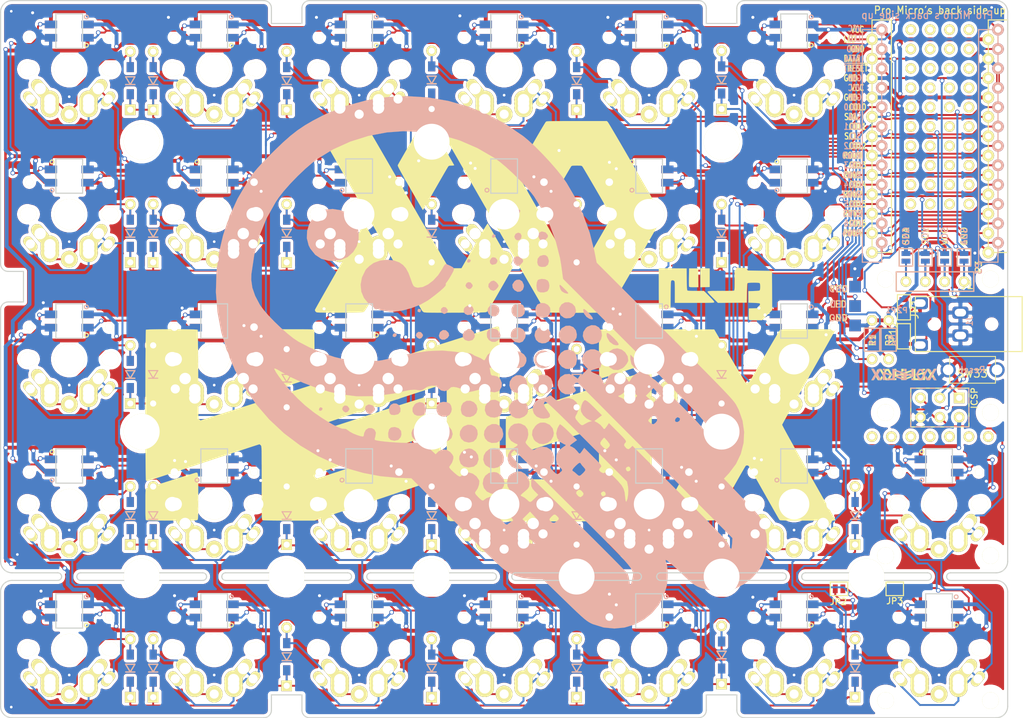
<source format=kicad_pcb>
(kicad_pcb (version 20171130) (host pcbnew "(5.1.2)-2")
  (layers (0 F.Cu signal) (31 B.Cu signal) (34 B.Paste user) (35 F.Paste user) (36 B.SilkS user) (37 F.SilkS user) (38 B.Mask user) (39 F.Mask user) (44 Edge.Cuts user))
  (net 0 "")
  (net 1 row0)
  (net 2 "Net-(D1-Pad2)")
  (net 3 "Net-(D2-Pad2)")
  (net 4 "Net-(D3-Pad2)")
  (net 5 "Net-(D4-Pad2)")
  (net 6 "Net-(D5-Pad2)")
  (net 7 "Net-(D6-Pad2)")
  (net 8 row1)
  (net 9 "Net-(D7-Pad2)")
  (net 10 "Net-(D8-Pad2)")
  (net 11 "Net-(D9-Pad2)")
  (net 12 "Net-(D10-Pad2)")
  (net 13 "Net-(D11-Pad2)")
  (net 14 "Net-(D12-Pad2)")
  (net 15 row2)
  (net 16 "Net-(D13-Pad2)")
  (net 17 "Net-(D14-Pad2)")
  (net 18 "Net-(D15-Pad2)")
  (net 19 "Net-(D16-Pad2)")
  (net 20 "Net-(D17-Pad2)")
  (net 21 "Net-(D18-Pad2)")
  (net 22 row3)
  (net 23 "Net-(D19-Pad2)")
  (net 24 "Net-(D20-Pad2)")
  (net 25 "Net-(D21-Pad2)")
  (net 26 "Net-(D22-Pad2)")
  (net 27 "Net-(D23-Pad2)")
  (net 28 "Net-(D24-Pad2)")
  (net 29 /SDA)
  (net 30 VCC)
  (net 31 GND)
  (net 32 LED)
  (net 33 col3)
  (net 34 col2)
  (net 35 col4)
  (net 36 /~RESET)
  (net 37 col0)
  (net 38 col1)
  (net 39 col5)
  (net 40 /SCL)
  (net 41 "Net-(D25-Pad2)")
  (net 42 row4)
  (net 43 "Net-(D26-Pad2)")
  (net 44 "Net-(D27-Pad2)")
  (net 45 "Net-(D28-Pad2)")
  (net 46 "Net-(D29-Pad2)")
  (net 47 "Net-(D30-Pad2)")
  (net 48 "Net-(D31-Pad2)")
  (net 49 "Net-(D32-Pad2)")
  (net 50 "Net-(JP4-Pad2)")
  (net 51 "Net-(JP5-Pad2)")
  (net 52 "Net-(JP10-Pad2)")
  (net 53 "Net-(JP11-Pad2)")
  (net 54 col6)
  (net 55 "Net-(U2-Pad1)")
  (net 56 "Net-(U2-Pad3)")
  (net 57 "Net-(U3-Pad3)")
  (net 58 "Net-(U4-Pad3)")
  (net 59 "Net-(U5-Pad3)")
  (net 60 "Net-(U6-Pad3)")
  (net 61 "Net-(U8-Pad1)")
  (net 62 "Net-(U10-Pad3)")
  (net 63 "Net-(U10-Pad1)")
  (net 64 "Net-(U11-Pad1)")
  (net 65 "Net-(U12-Pad1)")
  (net 66 "Net-(U13-Pad1)")
  (net 67 "Net-(U14-Pad1)")
  (net 68 "Net-(U14-Pad3)")
  (net 69 "Net-(U15-Pad3)")
  (net 70 "Net-(U16-Pad3)")
  (net 71 "Net-(U17-Pad3)")
  (net 72 "Net-(U18-Pad3)")
  (net 73 "Net-(U20-Pad1)")
  (net 74 "Net-(U21-Pad1)")
  (net 75 "Net-(U22-Pad1)")
  (net 76 "Net-(U23-Pad1)")
  (net 77 "Net-(U24-Pad1)")
  (net 78 "Net-(U27-Pad1)")
  (net 79 "Net-(U27-Pad3)")
  (net 80 "Net-(U28-Pad3)")
  (net 81 "Net-(U29-Pad3)")
  (net 82 "Net-(U30-Pad3)")
  (net 83 "Net-(U31-Pad3)")
  (net 84 data)
  (net 85 "Net-(JP2-Pad1)")
  (net 86 "Net-(JP2-Pad2)")
  (net 87 "Net-(JP3-Pad1)")
  (net 88 /ex1)
  (net 89 /ex2)
  (net 90 "Net-(J1-Pad2)")
  (net 91 "Net-(J1-Pad3)")
  (module lowprokeeb:jmpr_01x03 (layer F.Cu) (at 201.4 88 90)
    (fp_text reference JP12 (at 0.2 -1.4 90) (layer F.SilkS))
    (fp_text value Jumper_3_Open hide)
    (pad 3 smd rect (at 1 0 270) (size 0.65 1.15) (layers F.Cu F.Paste F.Mask) (net 91 "Net-(J1-Pad3)") (clearance 0.1905))
    (pad 1 smd rect (at -1 0 270) (size 0.65 1.15) (layers F.Cu F.Paste F.Mask) (net 90 "Net-(J1-Pad2)") (clearance 0.1905))
    (pad 2 smd rect (at 0 0 270) (size 0.65 1.15) (layers F.Cu F.Paste F.Mask) (net 30 VCC) (clearance 0.1905))
  )
  (module lowprokeeb:jmpr_01x03 (layer F.Cu) (at 201.4 84.2 270)
    (fp_text reference JP1 (at 0.2 -1.4 90) (layer F.SilkS))
    (fp_text value Jumper_3_Open hide)
    (pad 3 smd rect (at 1 0 90) (size 0.65 1.15) (layers F.Cu F.Paste F.Mask) (net 91 "Net-(J1-Pad3)") (clearance 0.1905))
    (pad 1 smd rect (at -1 0 90) (size 0.65 1.15) (layers F.Cu F.Paste F.Mask) (net 90 "Net-(J1-Pad2)") (clearance 0.1905))
    (pad 2 smd rect (at 0 0 90) (size 0.65 1.15) (layers F.Cu F.Paste F.Mask) (net 84 data) (clearance 0.1905))
  )
  (module lowprokeeb:STX-3000 (layer F.Cu) (at 216.9 86.4 180)
    (fp_text reference J1 (at 7.2 5.1) (layer F.SilkS))
    (fp_text value STX-3000)
    (pad 1 thru_hole roundrect (at 8.1 -1.5) (size 2.1 1.6) (drill oval 1.5 1) (layers *.Cu *.Mask) (net 31 GND))
    (pad 3 thru_hole roundrect (at 13.4 2.75) (size 2.1 1.6) (drill oval 1.5 1) (layers *.Cu *.Mask) (net 91 "Net-(J1-Pad3)"))
    (pad 2 thru_hole roundrect (at 13.4 -2.75) (size 2.1 1.6) (drill oval 1.5 1) (layers *.Cu *.Mask) (net 90 "Net-(J1-Pad2)"))
    (pad 1 thru_hole roundrect (at 8.1 1.5) (size 2.1 1.6) (drill oval 1.5 1) (layers *.Cu *.Mask) (net 31 GND))
    (pad "" np_thru_hole circle (at 11.5 0) (size 1 1) (drill 1) (layers *.Cu *.Mask))
    (pad "" np_thru_hole circle (at 4 0) (size 1 1) (drill 1) (layers *.Cu *.Mask))
  )
  (module "lowprokeeb:PTS636 SM43 LFS" (layer F.Cu) (at 210.4 92.4)
    (fp_text reference SW33 (at 0 0.5) (layer F.SilkS))
    (fp_text value Reset)
    (pad 2 thru_hole circle (at 3.2 0) (size 2 2) (drill 1.4) (layers *.Cu *.Mask) (net 36 /~RESET))
    (pad 1 thru_hole circle (at -3.2 0) (size 2 2) (drill 1.4) (layers *.Cu *.Mask) (net 31 GND))
  )
  (module MYLIB:R2 (layer F.Cu) (at 197.22 88.45 270)
    (fp_text reference R1 (at 0.05 -0.08 270) (layer F.SilkS) (effects (font (size 0.8128 0.8128))))
    (fp_text value R hide)
    (pad 1 thru_hole circle (at -2.54 0 270) (size 1.397 1.397) (drill 0.8128) (layers *.Cu *.Mask F.SilkS) (net 30 VCC))
    (pad 2 thru_hole circle (at 2.54 0 270) (size 1.397 1.397) (drill 0.8128) (layers *.Cu *.Mask F.SilkS) (net 29 /SDA))
  )
  (module R2 (layer F.Cu) (at 199.4 88.45 270)
    (fp_text reference R2 (at 0.05 -0.04 270) (layer F.SilkS) (effects (font (size 0.8128 0.8128))))
    (fp_text value R hide)
    (pad 1 thru_hole circle (at -2.54 0 270) (size 1.397 1.397) (drill 0.8128) (layers *.Cu *.Mask F.SilkS) (net 30 VCC))
    (pad 2 thru_hole circle (at 2.54 0 270) (size 1.397 1.397) (drill 0.8128) (layers *.Cu *.Mask F.SilkS) (net 40 /SCL))
  )
  (module MYLIB:ProMicro_rev (layer B.Cu) (at 206.11 61.78 180)
    (fp_text reference U1 hide)
    (fp_text value ProMicro hide)
    (pad 24 thru_hole circle (at 7.62 13.97 180) (size 1.524 1.524) (drill 0.8128) (layers *.Cu *.Mask B.SilkS) (net 30 VCC))
    (pad 23 thru_hole circle (at 7.62 11.43 180) (size 1.524 1.524) (drill 0.8128) (layers *.Cu *.Mask B.SilkS) (net 31 GND))
    (pad 22 thru_hole circle (at 7.62 8.89 180) (size 1.524 1.524) (drill 0.8128) (layers *.Cu *.Mask B.SilkS) (net 36 /~RESET))
    (pad 21 thru_hole circle (at 7.62 6.35 180) (size 1.524 1.524) (drill 0.8128) (layers *.Cu *.Mask B.SilkS) (net 30 VCC))
    (pad 20 thru_hole circle (at 7.62 3.81 180) (size 1.524 1.524) (drill 0.8128) (layers *.Cu *.Mask B.SilkS) (net 37 col0))
    (pad 19 thru_hole circle (at 7.62 1.27 180) (size 1.524 1.524) (drill 0.8128) (layers *.Cu *.Mask B.SilkS) (net 38 col1))
    (pad 18 thru_hole circle (at 7.62 -1.27 180) (size 1.524 1.524) (drill 0.8128) (layers *.Cu *.Mask B.SilkS) (net 34 col2))
    (pad 17 thru_hole circle (at 7.62 -3.81 180) (size 1.524 1.524) (drill 0.8128) (layers *.Cu *.Mask B.SilkS) (net 33 col3))
    (pad 16 thru_hole circle (at 7.62 -6.35 180) (size 1.524 1.524) (drill 0.8128) (layers *.Cu *.Mask B.SilkS) (net 35 col4))
    (pad 15 thru_hole circle (at 7.62 -8.89 180) (size 1.524 1.524) (drill 0.8128) (layers *.Cu *.Mask B.SilkS) (net 39 col5))
    (pad 14 thru_hole circle (at 7.62 -11.43 180) (size 1.524 1.524) (drill 0.8128) (layers *.Cu *.Mask B.SilkS) (net 54 col6))
    (pad 13 thru_hole circle (at 7.62 -13.97 180) (size 1.524 1.524) (drill 0.8128) (layers *.Cu *.Mask B.SilkS) (net 89 /ex2))
    (pad 12 thru_hole circle (at -7.62 -13.97 180) (size 1.524 1.524) (drill 0.8128) (layers *.Cu *.Mask B.SilkS) (net 88 /ex1))
    (pad 11 thru_hole circle (at -7.62 -11.43 180) (size 1.524 1.524) (drill 0.8128) (layers *.Cu *.Mask B.SilkS) (net 42 row4))
    (pad 10 thru_hole circle (at -7.62 -8.89 180) (size 1.524 1.524) (drill 0.8128) (layers *.Cu *.Mask B.SilkS) (net 22 row3))
    (pad 9 thru_hole circle (at -7.62 -6.35 180) (size 1.524 1.524) (drill 0.8128) (layers *.Cu *.Mask B.SilkS) (net 15 row2))
    (pad 8 thru_hole circle (at -7.62 -3.81 180) (size 1.524 1.524) (drill 0.8128) (layers *.Cu *.Mask B.SilkS) (net 8 row1))
    (pad 7 thru_hole circle (at -7.62 -1.27 180) (size 1.524 1.524) (drill 0.8128) (layers *.Cu *.Mask B.SilkS) (net 1 row0))
    (pad 6 thru_hole circle (at -7.62 1.27 180) (size 1.524 1.524) (drill 0.8128) (layers *.Cu *.Mask B.SilkS) (net 40 /SCL))
    (pad 5 thru_hole circle (at -7.62 3.81 180) (size 1.524 1.524) (drill 0.8128) (layers *.Cu *.Mask B.SilkS) (net 29 /SDA))
    (pad 4 thru_hole circle (at -7.62 6.35 180) (size 1.524 1.524) (drill 0.8128) (layers *.Cu *.Mask B.SilkS) (net 31 GND))
    (pad 3 thru_hole circle (at -7.62 8.89 180) (size 1.524 1.524) (drill 0.8128) (layers *.Cu *.Mask B.SilkS) (net 31 GND))
    (pad 2 thru_hole circle (at -7.62 11.43 180) (size 1.524 1.524) (drill 0.8128) (layers *.Cu *.Mask B.SilkS) (net 84 data))
    (pad 1 thru_hole circle (at -7.62 13.97 180) (size 1.524 1.524) (drill 0.8128) (layers *.Cu *.Mask B.SilkS) (net 32 LED))
  )
  (module LOGO (layer B.Cu) (at 201.4 93 180)
    (fp_text reference G*** hide)
    (fp_text value LOGO hide)
  )
  (module LOGO (layer F.Cu) (at 201.4 93)
    (fp_text reference G*** hide)
    (fp_text value LOGO hide)
  )
  (module MYLIB:HOLE_M2_TH (layer F.Cu) (at 139.5 100.5)
    (fp_text reference HOLE_3M hide)
    (fp_text value VAL** hide)
    (pad "" np_thru_hole circle (at 0 0 90) (size 4.7004 4.7004) (drill 4.7004) (layers *.Cu *.Mask F.SilkS) (clearance 0.1))
  )
  (module MYLIB:HOLE_M2_TH (layer F.Cu) (at 139.5 62.5)
    (fp_text reference HOLE_3M hide)
    (fp_text value VAL** hide)
    (pad "" np_thru_hole circle (at 0 0 90) (size 4.7004 4.7004) (drill 4.7004) (layers *.Cu *.Mask F.SilkS) (clearance 0.1))
  )
  (module MYLIB:HOLE_M2_TH (layer F.Cu) (at 158.5 119.5)
    (fp_text reference HOLE_3M hide)
    (fp_text value VAL** hide)
    (pad "" np_thru_hole circle (at 0 0 90) (size 4.7004 4.7004) (drill 4.7004) (layers *.Cu *.Mask F.SilkS) (clearance 0.3))
  )
  (module MYLIB:HOLE_M2_TH (layer F.Cu) (at 120.5 119.5)
    (fp_text reference HOLE_3M hide)
    (fp_text value VAL** hide)
    (pad "" np_thru_hole circle (at 0 0 90) (size 4.7004 4.7004) (drill 4.7004) (layers *.Cu *.Mask F.SilkS) (clearance 0.3))
  )
  (module MYLIB:MY_SIL-2x3 (layer F.Cu) (at 206.11 97.34 270)
    (fp_text reference P5 hide)
    (fp_text value ICSP (at -1.24 -4.52 90) (layer F.SilkS) (effects (font (size 0.8128 0.8128))))
    (pad 1 thru_hole rect (at -1.27 -2.54 270) (size 1.397 1.397) (drill 0.8128) (layers *.Cu *.Mask F.SilkS) (net 39 col5))
    (pad 2 thru_hole circle (at 1.27 -2.54 270) (size 1.397 1.397) (drill 0.8128) (layers *.Cu *.Mask F.SilkS) (net 30 VCC))
    (pad 3 thru_hole circle (at -1.27 0 270) (size 1.397 1.397) (drill 0.8128) (layers *.Cu *.Mask F.SilkS) (net 35 col4))
    (pad 4 thru_hole circle (at 1.27 0 270) (size 1.397 1.397) (drill 0.8128) (layers *.Cu *.Mask F.SilkS) (net 54 col6))
    (pad 5 thru_hole circle (at -1.27 2.54 270) (size 1.397 1.397) (drill 0.8128) (layers *.Cu *.Mask F.SilkS) (net 36 /~RESET))
    (pad 6 thru_hole circle (at 1.27 2.54 270) (size 1.397 1.397) (drill 0.8128) (layers *.Cu *.Mask F.SilkS) (net 31 GND))
  )
  (module MYLIB:HOLE_M2_TH (layer F.Cu) (at 139.5 119.5)
    (fp_text reference HOLE_3M hide)
    (fp_text value VAL** hide)
    (pad "" np_thru_hole circle (at 0 0 90) (size 4.7004 4.7004) (drill 4.7004) (layers *.Cu *.Mask F.SilkS) (clearance 0.3))
  )
  (module MYLIB:HOLE_M2_TH (layer F.Cu) (at 196.5 119.5)
    (fp_text reference HOLE_3M hide)
    (fp_text value VAL** hide)
    (pad "" np_thru_hole circle (at 0 0 90) (size 4.7004 4.7004) (drill 4.7004) (layers *.Cu *.Mask F.SilkS) (clearance 0.3))
  )
  (module MYLIB_REV:SK6812MINI_rev (layer F.Cu) (at 111 48)
    (fp_text reference U3 hide)
    (fp_text value SK6812mini hide)
    (pad 4 smd rect (at 2.4 0.875) (size 1.6 1) (layers F.Cu F.Paste F.Mask) (net 30 VCC))
    (pad 3 smd rect (at 2.4 -0.875) (size 1.6 1) (layers F.Cu F.Paste F.Mask) (net 57 "Net-(U3-Pad3)"))
    (pad 1 smd rect (at -2.4 0.875) (size 1.6 1) (layers F.Cu F.Paste F.Mask) (net 56 "Net-(U2-Pad3)"))
    (pad 2 smd rect (at -2.4 -0.875) (size 1.6 1) (layers F.Cu F.Paste F.Mask) (net 31 GND))
    (pad 3 smd rect (at 2.4 0.875) (size 1.6 1) (layers B.Cu B.Paste B.Mask) (net 57 "Net-(U3-Pad3)"))
    (pad 4 smd rect (at 2.4 -0.875) (size 1.6 1) (layers B.Cu B.Paste B.Mask) (net 30 VCC))
    (pad 1 smd rect (at -2.4 -0.875) (size 1.6 1) (layers B.Cu B.Paste B.Mask) (net 56 "Net-(U2-Pad3)"))
    (pad 2 smd rect (at -2.4 0.875) (size 1.6 1) (layers B.Cu B.Paste B.Mask) (net 31 GND))
  )
  (module SK6812MINI_rev (layer F.Cu) (at 92 48)
    (fp_text reference U2 hide)
    (fp_text value SK6812mini hide)
    (pad 4 smd rect (at 2.4 0.875) (size 1.6 1) (layers F.Cu F.Paste F.Mask) (net 30 VCC))
    (pad 3 smd rect (at 2.4 -0.875) (size 1.6 1) (layers F.Cu F.Paste F.Mask) (net 56 "Net-(U2-Pad3)"))
    (pad 1 smd rect (at -2.4 0.875) (size 1.6 1) (layers F.Cu F.Paste F.Mask) (net 55 "Net-(U2-Pad1)"))
    (pad 2 smd rect (at -2.4 -0.875) (size 1.6 1) (layers F.Cu F.Paste F.Mask) (net 31 GND))
    (pad 3 smd rect (at 2.4 0.875) (size 1.6 1) (layers B.Cu B.Paste B.Mask) (net 56 "Net-(U2-Pad3)"))
    (pad 4 smd rect (at 2.4 -0.875) (size 1.6 1) (layers B.Cu B.Paste B.Mask) (net 30 VCC))
    (pad 1 smd rect (at -2.4 -0.875) (size 1.6 1) (layers B.Cu B.Paste B.Mask) (net 55 "Net-(U2-Pad1)"))
    (pad 2 smd rect (at -2.4 0.875) (size 1.6 1) (layers B.Cu B.Paste B.Mask) (net 31 GND))
  )
  (module MYLIB:via (layer F.Cu) (at 85.2 116.6)
    (fp_text reference "" hide)
    (fp_text value "")
    (pad "" thru_hole circle (at 0 0) (size 0.7 0.7) (drill 0.35) (layers *.Cu) (net 31 GND) (clearance -0.000001))
  )
  (module MYLIB:via (layer F.Cu) (at 84.4 136.6)
    (fp_text reference "" hide)
    (fp_text value "")
    (pad "" thru_hole circle (at 0 0) (size 0.7 0.7) (drill 0.35) (layers *.Cu) (net 31 GND) (clearance -0.000001))
  )
  (module MYLIB:via (layer F.Cu) (at 92 132.4)
    (fp_text reference "" hide)
    (fp_text value "")
    (pad "" thru_hole circle (at 0 0) (size 0.7 0.7) (drill 0.35) (layers *.Cu) (net 31 GND) (clearance -0.000001))
  )
  (module MYLIB:via (layer F.Cu) (at 111 132.4)
    (fp_text reference "" hide)
    (fp_text value "")
    (pad "" thru_hole circle (at 0 0) (size 0.7 0.7) (drill 0.35) (layers *.Cu) (net 31 GND) (clearance -0.000001))
  )
  (module MYLIB:via (layer F.Cu) (at 130 132.4)
    (fp_text reference "" hide)
    (fp_text value "")
    (pad "" thru_hole circle (at 0 0) (size 0.7 0.7) (drill 0.35) (layers *.Cu) (net 31 GND) (clearance -0.000001))
  )
  (module MYLIB:via (layer F.Cu) (at 149 132.4)
    (fp_text reference "" hide)
    (fp_text value "")
    (pad "" thru_hole circle (at 0 0) (size 0.7 0.7) (drill 0.35) (layers *.Cu) (net 31 GND) (clearance -0.000001))
  )
  (module MYLIB:via (layer F.Cu) (at 168 132.4)
    (fp_text reference "" hide)
    (fp_text value "")
    (pad "" thru_hole circle (at 0 0) (size 0.7 0.7) (drill 0.35) (layers *.Cu) (net 31 GND) (clearance -0.000001))
  )
  (module MYLIB:via (layer F.Cu) (at 187 132.4)
    (fp_text reference "" hide)
    (fp_text value "")
    (pad "" thru_hole circle (at 0 0) (size 0.7 0.7) (drill 0.35) (layers *.Cu) (net 31 GND) (clearance -0.000001))
  )
  (module MYLIB:via (layer F.Cu) (at 206 132.4)
    (fp_text reference "" hide)
    (fp_text value "")
    (pad "" thru_hole circle (at 0 0) (size 0.7 0.7) (drill 0.35) (layers *.Cu) (net 31 GND) (clearance -0.000001))
  )
  (module MYLIB:via (layer F.Cu) (at 187 113.4)
    (fp_text reference "" hide)
    (fp_text value "")
    (pad "" thru_hole circle (at 0 0) (size 0.7 0.7) (drill 0.35) (layers *.Cu) (net 31 GND) (clearance -0.000001))
  )
  (module MYLIB:via (layer F.Cu) (at 168 113.4)
    (fp_text reference "" hide)
    (fp_text value "")
    (pad "" thru_hole circle (at 0 0) (size 0.7 0.7) (drill 0.35) (layers *.Cu) (net 31 GND) (clearance -0.000001))
  )
  (module MYLIB:via (layer F.Cu) (at 149 113.4)
    (fp_text reference "" hide)
    (fp_text value "")
    (pad "" thru_hole circle (at 0 0) (size 0.7 0.7) (drill 0.35) (layers *.Cu) (net 31 GND) (clearance -0.000001))
  )
  (module MYLIB:via (layer F.Cu) (at 130 113.4)
    (fp_text reference "" hide)
    (fp_text value "")
    (pad "" thru_hole circle (at 0 0) (size 0.7 0.7) (drill 0.35) (layers *.Cu) (net 31 GND) (clearance -0.000001))
  )
  (module MYLIB:via (layer F.Cu) (at 111 113.4)
    (fp_text reference "" hide)
    (fp_text value "")
    (pad "" thru_hole circle (at 0 0) (size 0.7 0.7) (drill 0.35) (layers *.Cu) (net 31 GND) (clearance -0.000001))
  )
  (module MYLIB:via (layer F.Cu) (at 92 113.4)
    (fp_text reference "" hide)
    (fp_text value "")
    (pad "" thru_hole circle (at 0 0) (size 0.7 0.7) (drill 0.35) (layers *.Cu) (net 31 GND) (clearance -0.000001))
  )
  (module MYLIB:via (layer F.Cu) (at 92 94.4)
    (fp_text reference "" hide)
    (fp_text value "")
    (pad "" thru_hole circle (at 0 0) (size 0.7 0.7) (drill 0.35) (layers *.Cu) (net 31 GND) (clearance -0.000001))
  )
  (module MYLIB:via (layer F.Cu) (at 111 94.4)
    (fp_text reference "" hide)
    (fp_text value "")
    (pad "" thru_hole circle (at 0 0) (size 0.7 0.7) (drill 0.35) (layers *.Cu) (net 31 GND) (clearance -0.000001))
  )
  (module MYLIB:via (layer F.Cu) (at 130 94.4)
    (fp_text reference "" hide)
    (fp_text value "")
    (pad "" thru_hole circle (at 0 0) (size 0.7 0.7) (drill 0.35) (layers *.Cu) (net 31 GND) (clearance -0.000001))
  )
  (module MYLIB:via (layer F.Cu) (at 149 94.4)
    (fp_text reference "" hide)
    (fp_text value "")
    (pad "" thru_hole circle (at 0 0) (size 0.7 0.7) (drill 0.35) (layers *.Cu) (net 31 GND) (clearance -0.000001))
  )
  (module MYLIB:via (layer F.Cu) (at 168 94.6)
    (fp_text reference "" hide)
    (fp_text value "")
    (pad "" thru_hole circle (at 0 0) (size 0.7 0.7) (drill 0.35) (layers *.Cu) (net 31 GND) (clearance -0.000001))
  )
  (module MYLIB:via (layer F.Cu) (at 180.6 74.4)
    (fp_text reference "" hide)
    (fp_text value "")
    (pad "" thru_hole circle (at 0 0) (size 0.7 0.7) (drill 0.35) (layers *.Cu) (net 31 GND) (clearance -0.000001))
  )
  (module MYLIB:via (layer F.Cu) (at 168 75.6)
    (fp_text reference "" hide)
    (fp_text value "")
    (pad "" thru_hole circle (at 0 0) (size 0.7 0.7) (drill 0.35) (layers *.Cu) (net 31 GND) (clearance -0.000001))
  )
  (module MYLIB:via (layer F.Cu) (at 149 75.6)
    (fp_text reference "" hide)
    (fp_text value "")
    (pad "" thru_hole circle (at 0 0) (size 0.7 0.7) (drill 0.35) (layers *.Cu) (net 31 GND) (clearance -0.000001))
  )
  (module MYLIB:via (layer F.Cu) (at 130 75.6)
    (fp_text reference "" hide)
    (fp_text value "")
    (pad "" thru_hole circle (at 0 0) (size 0.7 0.7) (drill 0.35) (layers *.Cu) (net 31 GND) (clearance -0.000001))
  )
  (module MYLIB:via (layer F.Cu) (at 111 75.6)
    (fp_text reference "" hide)
    (fp_text value "")
    (pad "" thru_hole circle (at 0 0) (size 0.7 0.7) (drill 0.35) (layers *.Cu) (net 31 GND) (clearance -0.000001))
  )
  (module MYLIB:via (layer F.Cu) (at 92 75.6)
    (fp_text reference "" hide)
    (fp_text value "")
    (pad "" thru_hole circle (at 0 0) (size 0.7 0.7) (drill 0.35) (layers *.Cu) (net 31 GND) (clearance -0.000001))
  )
  (module MYLIB:via (layer F.Cu) (at 84.4 45.4)
    (fp_text reference "" hide)
    (fp_text value "")
    (pad "" thru_hole circle (at 0 0) (size 0.7 0.7) (drill 0.35) (layers *.Cu) (net 31 GND) (clearance -0.000001))
  )
  (module MYLIB:via (layer F.Cu) (at 92 56.6)
    (fp_text reference "" hide)
    (fp_text value "")
    (pad "" thru_hole circle (at 0 0) (size 0.7 0.7) (drill 0.35) (layers *.Cu) (net 31 GND) (clearance -0.000001))
  )
  (module MYLIB:via (layer F.Cu) (at 111 56.4)
    (fp_text reference "" hide)
    (fp_text value "")
    (pad "" thru_hole circle (at 0 0) (size 0.7 0.7) (drill 0.35) (layers *.Cu) (net 31 GND) (clearance -0.000001))
  )
  (module MYLIB:via (layer F.Cu) (at 130 56.4)
    (fp_text reference "" hide)
    (fp_text value "")
    (pad "" thru_hole circle (at 0 0) (size 0.7 0.7) (drill 0.35) (layers *.Cu) (net 31 GND) (clearance -0.000001))
  )
  (module MYLIB:via (layer F.Cu) (at 149 56.4)
    (fp_text reference "" hide)
    (fp_text value "")
    (pad "" thru_hole circle (at 0 0) (size 0.7 0.7) (drill 0.35) (layers *.Cu) (net 31 GND) (clearance -0.000001))
  )
  (module MYLIB:via (layer F.Cu) (at 168 56.4)
    (fp_text reference "" hide)
    (fp_text value "")
    (pad "" thru_hole circle (at 0 0) (size 0.7 0.7) (drill 0.35) (layers *.Cu) (net 31 GND) (clearance -0.000001))
  )
  (module MYLIB:via (layer F.Cu) (at 187 56.4)
    (fp_text reference "" hide)
    (fp_text value "")
    (pad "" thru_hole circle (at 0 0) (size 0.7 0.7) (drill 0.35) (layers *.Cu) (net 31 GND) (clearance -0.000001))
  )
  (module MYLIB:via (layer F.Cu) (at 212.9 44.9)
    (fp_text reference "" hide)
    (fp_text value "")
    (pad "" thru_hole circle (at 0 0) (size 0.7 0.7) (drill 0.35) (layers *.Cu) (net 31 GND) (clearance -0.000001))
  )
  (module LOGO (layer B.Cu) (at 148.2 91.7 225)
    (fp_text reference G*** hide)
    (fp_text value LOGO hide)
  )
  (module LOGO (layer F.Cu) (at 146.95 86)
    (fp_text reference G*** hide)
    (fp_text value LOGO hide)
  )
  (module MYLIB:HOLE_M2 (layer F.Cu) (at 199 98)
    (fp_text reference HOLE_M2 hide)
    (fp_text value VAL** hide)
    (pad "" np_thru_hole circle (at 0 0) (size 2.2 2.2) (drill 2.2) (layers *.Cu *.Mask F.SilkS) (clearance 0.85))
  )
  (module MYLIB:HOLE_M2 (layer F.Cu) (at 212.75 98)
    (fp_text reference HOLE_M2 hide)
    (fp_text value VAL** hide)
    (pad "" np_thru_hole circle (at 0 0) (size 2.2 2.2) (drill 2.2) (layers *.Cu *.Mask F.SilkS) (clearance 0.85))
  )
  (module MYLIB:HOLE_M2_TH (layer F.Cu) (at 177.5 119.5)
    (fp_text reference HOLE_3M hide)
    (fp_text value VAL** hide)
    (pad "" np_thru_hole circle (at 0 0 90) (size 4.7004 4.7004) (drill 4.7004) (layers *.Cu *.Mask F.SilkS) (clearance 0.3))
  )
  (module MYLIB:HOLE_M2_TH (layer F.Cu) (at 177.5 100.5)
    (fp_text reference HOLE_3M hide)
    (fp_text value VAL** hide)
    (pad "" np_thru_hole circle (at 0 0 90) (size 4.7004 4.7004) (drill 4.7004) (layers *.Cu *.Mask F.SilkS) (clearance 0.3))
  )
  (module MYLIB:HOLE_M2_TH (layer F.Cu) (at 177.5 62.5)
    (fp_text reference HOLE_3M hide)
    (fp_text value VAL** hide)
    (pad "" np_thru_hole circle (at 0 0 90) (size 4.7004 4.7004) (drill 4.7004) (layers *.Cu *.Mask F.SilkS) (clearance 0.1))
  )
  (module MYLIB:HOLE_M2 (layer F.Cu) (at 199 135.75)
    (fp_text reference HOLE_M2 hide)
    (fp_text value VAL** hide)
    (pad "" np_thru_hole circle (at 0 0) (size 2.2 2.2) (drill 2.2) (layers *.Cu *.Mask F.SilkS) (clearance 1))
  )
  (module MYLIB:HOLE_M2 (layer F.Cu) (at 212.75 135.75)
    (fp_text reference HOLE_M2 hide)
    (fp_text value VAL** hide)
    (pad "" np_thru_hole circle (at 0 0) (size 2.2 2.2) (drill 2.2) (layers *.Cu *.Mask F.SilkS) (clearance 1))
  )
  (module MYLIB:1PIN_0.1 (layer F.Cu) (at 197.22 101.15)
    (fp_text reference 1PIN hide)
    (fp_text value Val** hide)
    (pad 1 thru_hole circle (at 0 0) (size 1.397 1.397) (drill 0.8128) (layers *.Cu *.Mask F.SilkS))
  )
  (module MYLIB:1PIN_0.1 (layer F.Cu) (at 199.76 101.15)
    (fp_text reference 1PIN hide)
    (fp_text value Val** hide)
    (pad 1 thru_hole circle (at 0 0) (size 1.397 1.397) (drill 0.8128) (layers *.Cu *.Mask F.SilkS))
  )
  (module MYLIB:1PIN_0.1 (layer F.Cu) (at 212.46 101.15)
    (fp_text reference 1PIN hide)
    (fp_text value Val** hide)
    (pad 1 thru_hole circle (at 0 0) (size 1.397 1.397) (drill 0.8128) (layers *.Cu *.Mask F.SilkS))
  )
  (module MYLIB:1PIN_0.1 (layer F.Cu) (at 209.92 101.15)
    (fp_text reference 1PIN hide)
    (fp_text value Val** hide)
    (pad 1 thru_hole circle (at 0 0) (size 1.397 1.397) (drill 0.8128) (layers *.Cu *.Mask F.SilkS))
  )
  (module MYLIB:1PIN_0.1 (layer F.Cu) (at 207.38 101.15)
    (fp_text reference 1PIN hide)
    (fp_text value Val** hide)
    (pad 1 thru_hole circle (at 0 0) (size 1.397 1.397) (drill 0.8128) (layers *.Cu *.Mask F.SilkS))
  )
  (module MYLIB:1PIN_0.1 (layer F.Cu) (at 204.84 101.15)
    (fp_text reference 1PIN hide)
    (fp_text value Val** hide)
    (pad 1 thru_hole circle (at 0 0) (size 1.397 1.397) (drill 0.8128) (layers *.Cu *.Mask F.SilkS))
  )
  (module MYLIB:1PIN_0.1 (layer F.Cu) (at 202.3 101.15)
    (fp_text reference 1PIN hide)
    (fp_text value Val** hide)
    (pad 1 thru_hole circle (at 0 0) (size 1.397 1.397) (drill 0.8128) (layers *.Cu *.Mask F.SilkS))
  )
  (module MYLIB:HOLE_M2 (layer F.Cu) (at 199 116.75)
    (fp_text reference HOLE_M2 hide)
    (fp_text value VAL** hide)
    (pad "" np_thru_hole circle (at 0 0) (size 2.2 2.2) (drill 2.2) (layers *.Cu *.Mask F.SilkS) (clearance 1))
  )
  (module MYLIB:HOLE_M2 (layer F.Cu) (at 212.75 116.75)
    (fp_text reference HOLE_M2 hide)
    (fp_text value VAL** hide)
    (pad "" np_thru_hole circle (at 0 0) (size 2.2 2.2) (drill 2.2) (layers *.Cu *.Mask F.SilkS) (clearance 1))
  )
  (module MYLIB:HOLE_M2 (layer F.Cu) (at 199 80.5)
    (fp_text reference HOLE_M2 hide)
    (fp_text value VAL** hide)
    (pad "" np_thru_hole circle (at 0 0) (size 2.2 2.2) (drill 2.2) (layers *.Cu *.Mask F.SilkS) (clearance 0.8))
  )
  (module MYLIB:MY_SIL-4 (layer F.Cu) (at 209.285 80.83 180)
    (fp_text reference P3 (at -1.915 1.93 270) (layer F.SilkS) (effects (font (size 0.8128 0.8128))))
    (fp_text value OLED hide)
    (pad 1 thru_hole circle (at 0 0 180) (size 1.397 1.397) (drill 0.8128) (layers *.Cu *.Mask F.SilkS) (net 50 "Net-(JP4-Pad2)"))
    (pad 2 thru_hole circle (at 2.54 0 180) (size 1.397 1.397) (drill 0.8128) (layers *.Cu *.Mask F.SilkS) (net 51 "Net-(JP5-Pad2)"))
    (pad 3 thru_hole circle (at 5.08 0 180) (size 1.397 1.397) (drill 0.8128) (layers *.Cu *.Mask F.SilkS) (net 52 "Net-(JP10-Pad2)"))
    (pad 4 thru_hole circle (at 7.62 0 180) (size 1.397 1.397) (drill 0.8128) (layers *.Cu *.Mask F.SilkS) (net 53 "Net-(JP11-Pad2)"))
  )
  (module MYLIB:HOLE_M2_TH (layer F.Cu) (at 101.5 100.5)
    (fp_text reference HOLE_3M hide)
    (fp_text value VAL** hide)
    (pad "" np_thru_hole circle (at 0 0 90) (size 4.7004 4.7004) (drill 4.7004) (layers *.Cu *.Mask F.SilkS) (clearance 0.50114))
  )
  (module MYLIB:HOLE_M2_TH (layer F.Cu) (at 101.5 119.5)
    (fp_text reference HOLE_3M hide)
    (fp_text value VAL** hide)
    (pad "" np_thru_hole circle (at 0 0 90) (size 4.7004 4.7004) (drill 4.7004) (layers *.Cu *.Mask F.SilkS) (clearance 0.50114))
  )
  (module MYLIB:1PIN_0.1 (layer F.Cu) (at 209.92 70.67)
    (fp_text reference 1PIN hide)
    (fp_text value Val** hide)
    (pad 1 thru_hole circle (at 0 0) (size 1.397 1.397) (drill 0.8128) (layers *.Cu *.Mask F.SilkS))
  )
  (module MYLIB:1PIN_0.1 (layer F.Cu) (at 207.38 70.67)
    (fp_text reference 1PIN hide)
    (fp_text value Val** hide)
    (pad 1 thru_hole circle (at 0 0) (size 1.397 1.397) (drill 0.8128) (layers *.Cu *.Mask F.SilkS))
  )
  (module MYLIB:1PIN_0.1 (layer F.Cu) (at 204.84 70.67)
    (fp_text reference 1PIN hide)
    (fp_text value Val** hide)
    (pad 1 thru_hole circle (at 0 0) (size 1.397 1.397) (drill 0.8128) (layers *.Cu *.Mask F.SilkS))
  )
  (module MYLIB:1PIN_0.1 (layer F.Cu) (at 202.3 70.67)
    (fp_text reference 1PIN hide)
    (fp_text value Val** hide)
    (pad 1 thru_hole circle (at 0 0) (size 1.397 1.397) (drill 0.8128) (layers *.Cu *.Mask F.SilkS))
  )
  (module MYLIB:1PIN_0.1 (layer F.Cu) (at 202.3 68.13)
    (fp_text reference 1PIN hide)
    (fp_text value Val** hide)
    (pad 1 thru_hole circle (at 0 0) (size 1.397 1.397) (drill 0.8128) (layers *.Cu *.Mask F.SilkS))
  )
  (module MYLIB:1PIN_0.1 (layer F.Cu) (at 204.84 68.13)
    (fp_text reference 1PIN hide)
    (fp_text value Val** hide)
    (pad 1 thru_hole circle (at 0 0) (size 1.397 1.397) (drill 0.8128) (layers *.Cu *.Mask F.SilkS))
  )
  (module MYLIB:1PIN_0.1 (layer F.Cu) (at 207.38 68.13)
    (fp_text reference 1PIN hide)
    (fp_text value Val** hide)
    (pad 1 thru_hole circle (at 0 0) (size 1.397 1.397) (drill 0.8128) (layers *.Cu *.Mask F.SilkS))
  )
  (module MYLIB:1PIN_0.1 (layer F.Cu) (at 209.92 68.13)
    (fp_text reference 1PIN hide)
    (fp_text value Val** hide)
    (pad 1 thru_hole circle (at 0 0) (size 1.397 1.397) (drill 0.8128) (layers *.Cu *.Mask F.SilkS))
  )
  (module MYLIB:1PIN_0.1 (layer F.Cu) (at 209.92 65.59)
    (fp_text reference 1PIN hide)
    (fp_text value Val** hide)
    (pad 1 thru_hole circle (at 0 0) (size 1.397 1.397) (drill 0.8128) (layers *.Cu *.Mask F.SilkS))
  )
  (module MYLIB:1PIN_0.1 (layer F.Cu) (at 207.38 65.59)
    (fp_text reference 1PIN hide)
    (fp_text value Val** hide)
    (pad 1 thru_hole circle (at 0 0) (size 1.397 1.397) (drill 0.8128) (layers *.Cu *.Mask F.SilkS))
  )
  (module MYLIB:1PIN_0.1 (layer F.Cu) (at 204.84 65.59)
    (fp_text reference 1PIN hide)
    (fp_text value Val** hide)
    (pad 1 thru_hole circle (at 0 0) (size 1.397 1.397) (drill 0.8128) (layers *.Cu *.Mask F.SilkS))
  )
  (module MYLIB:1PIN_0.1 (layer F.Cu) (at 202.3 65.59)
    (fp_text reference 1PIN hide)
    (fp_text value Val** hide)
    (pad 1 thru_hole circle (at 0 0) (size 1.397 1.397) (drill 0.8128) (layers *.Cu *.Mask F.SilkS))
  )
  (module MYLIB:1PIN_0.1 (layer F.Cu) (at 202.3 63.05)
    (fp_text reference 1PIN hide)
    (fp_text value Val** hide)
    (pad 1 thru_hole circle (at 0 0) (size 1.397 1.397) (drill 0.8128) (layers *.Cu *.Mask F.SilkS))
  )
  (module MYLIB:1PIN_0.1 (layer F.Cu) (at 204.84 63.05)
    (fp_text reference 1PIN hide)
    (fp_text value Val** hide)
    (pad 1 thru_hole circle (at 0 0) (size 1.397 1.397) (drill 0.8128) (layers *.Cu *.Mask F.SilkS))
  )
  (module MYLIB:1PIN_0.1 (layer F.Cu) (at 207.38 63.05)
    (fp_text reference 1PIN hide)
    (fp_text value Val** hide)
    (pad 1 thru_hole circle (at 0 0) (size 1.397 1.397) (drill 0.8128) (layers *.Cu *.Mask F.SilkS))
  )
  (module MYLIB:1PIN_0.1 (layer F.Cu) (at 209.92 63.05)
    (fp_text reference 1PIN hide)
    (fp_text value Val** hide)
    (pad 1 thru_hole circle (at 0 0) (size 1.397 1.397) (drill 0.8128) (layers *.Cu *.Mask F.SilkS))
  )
  (module MYLIB:1PIN_0.1 (layer F.Cu) (at 209.92 60.51)
    (fp_text reference 1PIN hide)
    (fp_text value Val** hide)
    (pad 1 thru_hole circle (at 0 0) (size 1.397 1.397) (drill 0.8128) (layers *.Cu *.Mask F.SilkS))
  )
  (module MYLIB:1PIN_0.1 (layer F.Cu) (at 207.38 60.51)
    (fp_text reference 1PIN hide)
    (fp_text value Val** hide)
    (pad 1 thru_hole circle (at 0 0) (size 1.397 1.397) (drill 0.8128) (layers *.Cu *.Mask F.SilkS))
  )
  (module MYLIB:1PIN_0.1 (layer F.Cu) (at 204.84 60.51)
    (fp_text reference 1PIN hide)
    (fp_text value Val** hide)
    (pad 1 thru_hole circle (at 0 0) (size 1.397 1.397) (drill 0.8128) (layers *.Cu *.Mask F.SilkS))
  )
  (module MYLIB:1PIN_0.1 (layer F.Cu) (at 202.3 60.51)
    (fp_text reference 1PIN hide)
    (fp_text value Val** hide)
    (pad 1 thru_hole circle (at 0 0) (size 1.397 1.397) (drill 0.8128) (layers *.Cu *.Mask F.SilkS))
  )
  (module MYLIB:1PIN_0.1 (layer F.Cu) (at 202.3 57.97)
    (fp_text reference 1PIN hide)
    (fp_text value Val** hide)
    (pad 1 thru_hole circle (at 0 0) (size 1.397 1.397) (drill 0.8128) (layers *.Cu *.Mask F.SilkS))
  )
  (module MYLIB:1PIN_0.1 (layer F.Cu) (at 204.84 57.97)
    (fp_text reference 1PIN hide)
    (fp_text value Val** hide)
    (pad 1 thru_hole circle (at 0 0) (size 1.397 1.397) (drill 0.8128) (layers *.Cu *.Mask F.SilkS))
  )
  (module MYLIB:1PIN_0.1 (layer F.Cu) (at 207.38 57.97)
    (fp_text reference 1PIN hide)
    (fp_text value Val** hide)
    (pad 1 thru_hole circle (at 0 0) (size 1.397 1.397) (drill 0.8128) (layers *.Cu *.Mask F.SilkS))
  )
  (module MYLIB:1PIN_0.1 (layer F.Cu) (at 209.92 57.97)
    (fp_text reference 1PIN hide)
    (fp_text value Val** hide)
    (pad 1 thru_hole circle (at 0 0) (size 1.397 1.397) (drill 0.8128) (layers *.Cu *.Mask F.SilkS))
  )
  (module MYLIB:1PIN_0.1 (layer F.Cu) (at 209.92 55.43)
    (fp_text reference 1PIN hide)
    (fp_text value Val** hide)
    (pad 1 thru_hole circle (at 0 0) (size 1.397 1.397) (drill 0.8128) (layers *.Cu *.Mask F.SilkS))
  )
  (module MYLIB:1PIN_0.1 (layer F.Cu) (at 207.38 55.43)
    (fp_text reference 1PIN hide)
    (fp_text value Val** hide)
    (pad 1 thru_hole circle (at 0 0) (size 1.397 1.397) (drill 0.8128) (layers *.Cu *.Mask F.SilkS))
  )
  (module MYLIB:1PIN_0.1 (layer F.Cu) (at 204.84 55.43)
    (fp_text reference 1PIN hide)
    (fp_text value Val** hide)
    (pad 1 thru_hole circle (at 0 0) (size 1.397 1.397) (drill 0.8128) (layers *.Cu *.Mask F.SilkS))
  )
  (module MYLIB:1PIN_0.1 (layer F.Cu) (at 202.3 55.43)
    (fp_text reference 1PIN hide)
    (fp_text value Val** hide)
    (pad 1 thru_hole circle (at 0 0) (size 1.397 1.397) (drill 0.8128) (layers *.Cu *.Mask F.SilkS))
  )
  (module MYLIB:1PIN_0.1 (layer F.Cu) (at 202.3 52.89)
    (fp_text reference 1PIN hide)
    (fp_text value Val** hide)
    (pad 1 thru_hole circle (at 0 0) (size 1.397 1.397) (drill 0.8128) (layers *.Cu *.Mask F.SilkS))
  )
  (module MYLIB:1PIN_0.1 (layer F.Cu) (at 204.84 52.89)
    (fp_text reference 1PIN hide)
    (fp_text value Val** hide)
    (pad 1 thru_hole circle (at 0 0) (size 1.397 1.397) (drill 0.8128) (layers *.Cu *.Mask F.SilkS))
  )
  (module MYLIB:1PIN_0.1 (layer F.Cu) (at 207.38 52.89)
    (fp_text reference 1PIN hide)
    (fp_text value Val** hide)
    (pad 1 thru_hole circle (at 0 0) (size 1.397 1.397) (drill 0.8128) (layers *.Cu *.Mask F.SilkS))
  )
  (module MYLIB:1PIN_0.1 (layer F.Cu) (at 209.92 52.89)
    (fp_text reference 1PIN hide)
    (fp_text value Val** hide)
    (pad 1 thru_hole circle (at 0 0) (size 1.397 1.397) (drill 0.8128) (layers *.Cu *.Mask F.SilkS))
  )
  (module MYLIB:1PIN_0.1 (layer F.Cu) (at 209.92 50.35)
    (fp_text reference 1PIN hide)
    (fp_text value Val** hide)
    (pad 1 thru_hole circle (at 0 0) (size 1.397 1.397) (drill 0.8128) (layers *.Cu *.Mask F.SilkS))
  )
  (module MYLIB:1PIN_0.1 (layer F.Cu) (at 207.38 50.35)
    (fp_text reference 1PIN hide)
    (fp_text value Val** hide)
    (pad 1 thru_hole circle (at 0 0) (size 1.397 1.397) (drill 0.8128) (layers *.Cu *.Mask F.SilkS))
  )
  (module MYLIB:1PIN_0.1 (layer F.Cu) (at 204.84 50.35)
    (fp_text reference 1PIN hide)
    (fp_text value Val** hide)
    (pad 1 thru_hole circle (at 0 0) (size 1.397 1.397) (drill 0.8128) (layers *.Cu *.Mask F.SilkS))
  )
  (module MYLIB:1PIN_0.1 (layer F.Cu) (at 202.3 50.35)
    (fp_text reference 1PIN hide)
    (fp_text value Val** hide)
    (pad 1 thru_hole circle (at 0 0) (size 1.397 1.397) (drill 0.8128) (layers *.Cu *.Mask F.SilkS))
  )
  (module MYLIB:1PIN_0.1 (layer F.Cu) (at 202.3 47.81)
    (fp_text reference 1PIN hide)
    (fp_text value Val** hide)
    (pad 1 thru_hole circle (at 0 0) (size 1.397 1.397) (drill 0.8128) (layers *.Cu *.Mask F.SilkS))
  )
  (module MYLIB:1PIN_0.1 (layer F.Cu) (at 204.84 47.81)
    (fp_text reference 1PIN hide)
    (fp_text value Val** hide)
    (pad 1 thru_hole circle (at 0 0) (size 1.397 1.397) (drill 0.8128) (layers *.Cu *.Mask F.SilkS))
  )
  (module MYLIB:1PIN_0.1 (layer F.Cu) (at 207.38 47.81)
    (fp_text reference 1PIN hide)
    (fp_text value Val** hide)
    (pad 1 thru_hole circle (at 0 0) (size 1.397 1.397) (drill 0.8128) (layers *.Cu *.Mask F.SilkS))
  )
  (module MYLIB:1PIN_0.1 (layer F.Cu) (at 209.92 47.81)
    (fp_text reference 1PIN hide)
    (fp_text value Val** hide)
    (pad 1 thru_hole circle (at 0 0) (size 1.397 1.397) (drill 0.8128) (layers *.Cu *.Mask F.SilkS))
  )
  (module MYLIB:Jumper (layer F.Cu) (at 209.285 77.655 270)
    (fp_text reference JP4 hide)
    (fp_text value GND (at -2.755 0 270) (layer F.SilkS) (effects (font (size 0.8128 0.8128))))
    (pad 1 smd rect (at -0.50038 0 270) (size 0.635 1.143) (layers F.Cu F.Paste F.Mask) (net 31 GND) (clearance 0.1905))
    (pad 2 smd rect (at 0.50038 0 270) (size 0.635 1.143) (layers F.Cu F.Paste F.Mask) (net 50 "Net-(JP4-Pad2)") (clearance 0.1905))
  )
  (module MYLIB:Jumper (layer F.Cu) (at 206.745 77.655 270)
    (fp_text reference JP5 hide)
    (fp_text value VCC (at -2.755 0 270) (layer F.SilkS) (effects (font (size 0.8128 0.8128))))
    (pad 1 smd rect (at -0.50038 0 270) (size 0.635 1.143) (layers F.Cu F.Paste F.Mask) (net 30 VCC) (clearance 0.1905))
    (pad 2 smd rect (at 0.50038 0 270) (size 0.635 1.143) (layers F.Cu F.Paste F.Mask) (net 51 "Net-(JP5-Pad2)") (clearance 0.1905))
  )
  (module MYLIB:Jumper (layer F.Cu) (at 204.205 77.655 270)
    (fp_text reference JP6 hide)
    (fp_text value SCL (at -2.755 0.005 270) (layer F.SilkS) (effects (font (size 0.8128 0.8128))))
    (pad 1 smd rect (at -0.50038 0 270) (size 0.635 1.143) (layers F.Cu F.Paste F.Mask) (net 40 /SCL) (clearance 0.1905))
    (pad 2 smd rect (at 0.50038 0 270) (size 0.635 1.143) (layers F.Cu F.Paste F.Mask) (net 52 "Net-(JP10-Pad2)") (clearance 0.1905))
  )
  (module MYLIB:Jumper (layer F.Cu) (at 201.665 77.655 270)
    (fp_text reference JP7 hide)
    (fp_text value SDA (at -2.755 0 270) (layer F.SilkS) (effects (font (size 0.8128 0.8128))))
    (pad 1 smd rect (at -0.50038 0 270) (size 0.635 1.143) (layers F.Cu F.Paste F.Mask) (net 29 /SDA) (clearance 0.1905))
    (pad 2 smd rect (at 0.50038 0 270) (size 0.635 1.143) (layers F.Cu F.Paste F.Mask) (net 53 "Net-(JP11-Pad2)") (clearance 0.1905))
  )
  (module MYLIB:Jumper (layer B.Cu) (at 209.285 77.655 270)
    (fp_text reference JP8 hide)
    (fp_text value SDA (at -2.755 -0.015 270) (layer B.SilkS) (effects (font (size 0.8128 0.8128)) (justify mirror)))
    (pad 1 smd rect (at -0.50038 0 270) (size 0.635 1.143) (layers B.Cu B.Paste B.Mask) (net 29 /SDA) (clearance 0.1905))
    (pad 2 smd rect (at 0.50038 0 270) (size 0.635 1.143) (layers B.Cu B.Paste B.Mask) (net 50 "Net-(JP4-Pad2)") (clearance 0.1905))
  )
  (module MYLIB:Jumper (layer B.Cu) (at 206.745 77.655 270)
    (fp_text reference JP9 hide)
    (fp_text value SCL (at -2.855 0 270) (layer B.SilkS) (effects (font (size 0.8128 0.8128)) (justify mirror)))
    (pad 1 smd rect (at -0.50038 0 270) (size 0.635 1.143) (layers B.Cu B.Paste B.Mask) (net 40 /SCL) (clearance 0.1905))
    (pad 2 smd rect (at 0.50038 0 270) (size 0.635 1.143) (layers B.Cu B.Paste B.Mask) (net 51 "Net-(JP5-Pad2)") (clearance 0.1905))
  )
  (module MYLIB:Jumper (layer B.Cu) (at 204.205 77.655 270)
    (fp_text reference JP10 hide)
    (fp_text value VCC (at -2.755 0 270) (layer B.SilkS) (effects (font (size 0.8128 0.8128)) (justify mirror)))
    (pad 1 smd rect (at -0.50038 0 270) (size 0.635 1.143) (layers B.Cu B.Paste B.Mask) (net 30 VCC) (clearance 0.1905))
    (pad 2 smd rect (at 0.50038 0 270) (size 0.635 1.143) (layers B.Cu B.Paste B.Mask) (net 52 "Net-(JP10-Pad2)") (clearance 0.1905))
  )
  (module MYLIB:Jumper (layer B.Cu) (at 201.665 77.655 270)
    (fp_text reference JP11 hide)
    (fp_text value GND (at -2.755 0 270) (layer B.SilkS) (effects (font (size 0.8128 0.8128)) (justify mirror)))
    (pad 1 smd rect (at -0.50038 0 270) (size 0.635 1.143) (layers B.Cu B.Paste B.Mask) (net 31 GND) (clearance 0.1905))
    (pad 2 smd rect (at 0.50038 0 270) (size 0.635 1.143) (layers B.Cu B.Paste B.Mask) (net 53 "Net-(JP11-Pad2)") (clearance 0.1905))
  )
  (module MYLIB:HOLE_M2_TH (layer F.Cu) (at 101.5 62.5)
    (fp_text reference HOLE_3M hide)
    (fp_text value VAL** hide)
    (pad "" np_thru_hole circle (at 0 0 90) (size 4.7004 4.7004) (drill 4.7004) (layers *.Cu *.Mask F.SilkS) (clearance 0.50114))
  )
  (module MYLIB:D3_TH_SMD (layer F.Cu) (at 100 54.5 90)
    (fp_text reference D1 hide)
    (fp_text value D hide)
    (pad 1 smd rect (at -1.775 0 90) (size 1.3 0.95) (layers F.Cu F.Paste F.Mask) (net 1 row0))
    (pad 2 smd rect (at 1.775 0 90) (size 1.3 0.95) (layers B.Cu B.Paste B.Mask) (net 2 "Net-(D1-Pad2)"))
    (pad 1 smd rect (at -1.775 0 90) (size 1.3 0.95) (layers B.Cu B.Paste B.Mask) (net 1 row0))
    (pad 1 thru_hole rect (at -3.81 0 90) (size 1.397 1.397) (drill 0.8128) (layers *.Cu *.Mask F.SilkS) (net 1 row0))
    (pad 2 thru_hole circle (at 3.81 0 90) (size 1.397 1.397) (drill 0.8128) (layers *.Cu *.Mask F.SilkS) (net 2 "Net-(D1-Pad2)"))
    (pad 2 smd rect (at 1.775 0 90) (size 1.3 0.95) (layers F.Cu F.Paste F.Mask) (net 2 "Net-(D1-Pad2)"))
  )
  (module MYLIB:D3_TH_SMD (layer F.Cu) (at 103 54.5 90)
    (fp_text reference D2 hide)
    (fp_text value D hide)
    (pad 1 smd rect (at -1.775 0 90) (size 1.3 0.95) (layers F.Cu F.Paste F.Mask) (net 1 row0))
    (pad 2 smd rect (at 1.775 0 90) (size 1.3 0.95) (layers B.Cu B.Paste B.Mask) (net 3 "Net-(D2-Pad2)"))
    (pad 1 smd rect (at -1.775 0 90) (size 1.3 0.95) (layers B.Cu B.Paste B.Mask) (net 1 row0))
    (pad 1 thru_hole rect (at -3.81 0 90) (size 1.397 1.397) (drill 0.8128) (layers *.Cu *.Mask F.SilkS) (net 1 row0))
    (pad 2 thru_hole circle (at 3.81 0 90) (size 1.397 1.397) (drill 0.8128) (layers *.Cu *.Mask F.SilkS) (net 3 "Net-(D2-Pad2)"))
    (pad 2 smd rect (at 1.775 0 90) (size 1.3 0.95) (layers F.Cu F.Paste F.Mask) (net 3 "Net-(D2-Pad2)"))
  )
  (module MYLIB:D3_TH_SMD (layer F.Cu) (at 120.5 54.5 90)
    (fp_text reference D3 hide)
    (fp_text value D hide)
    (pad 1 smd rect (at -1.775 0 90) (size 1.3 0.95) (layers F.Cu F.Paste F.Mask) (net 1 row0))
    (pad 2 smd rect (at 1.775 0 90) (size 1.3 0.95) (layers B.Cu B.Paste B.Mask) (net 4 "Net-(D3-Pad2)"))
    (pad 1 smd rect (at -1.775 0 90) (size 1.3 0.95) (layers B.Cu B.Paste B.Mask) (net 1 row0))
    (pad 1 thru_hole rect (at -3.81 0 90) (size 1.397 1.397) (drill 0.8128) (layers *.Cu *.Mask F.SilkS) (net 1 row0))
    (pad 2 thru_hole circle (at 3.81 0 90) (size 1.397 1.397) (drill 0.8128) (layers *.Cu *.Mask F.SilkS) (net 4 "Net-(D3-Pad2)"))
    (pad 2 smd rect (at 1.775 0 90) (size 1.3 0.95) (layers F.Cu F.Paste F.Mask) (net 4 "Net-(D3-Pad2)"))
  )
  (module MYLIB:D3_TH_SMD (layer F.Cu) (at 139.5 54.4 90)
    (fp_text reference D4 hide)
    (fp_text value D hide)
    (pad 1 smd rect (at -1.775 0 90) (size 1.3 0.95) (layers F.Cu F.Paste F.Mask) (net 1 row0))
    (pad 2 smd rect (at 1.775 0 90) (size 1.3 0.95) (layers B.Cu B.Paste B.Mask) (net 5 "Net-(D4-Pad2)"))
    (pad 1 smd rect (at -1.775 0 90) (size 1.3 0.95) (layers B.Cu B.Paste B.Mask) (net 1 row0))
    (pad 1 thru_hole rect (at -3.81 0 90) (size 1.397 1.397) (drill 0.8128) (layers *.Cu *.Mask F.SilkS) (net 1 row0))
    (pad 2 thru_hole circle (at 3.81 0 90) (size 1.397 1.397) (drill 0.8128) (layers *.Cu *.Mask F.SilkS) (net 5 "Net-(D4-Pad2)"))
    (pad 2 smd rect (at 1.775 0 90) (size 1.3 0.95) (layers F.Cu F.Paste F.Mask) (net 5 "Net-(D4-Pad2)"))
  )
  (module MYLIB:D3_TH_SMD (layer F.Cu) (at 158.5 54.5 90)
    (fp_text reference D5 hide)
    (fp_text value D hide)
    (pad 1 smd rect (at -1.775 0 90) (size 1.3 0.95) (layers F.Cu F.Paste F.Mask) (net 1 row0))
    (pad 2 smd rect (at 1.775 0 90) (size 1.3 0.95) (layers B.Cu B.Paste B.Mask) (net 6 "Net-(D5-Pad2)"))
    (pad 1 smd rect (at -1.775 0 90) (size 1.3 0.95) (layers B.Cu B.Paste B.Mask) (net 1 row0))
    (pad 1 thru_hole rect (at -3.81 0 90) (size 1.397 1.397) (drill 0.8128) (layers *.Cu *.Mask F.SilkS) (net 1 row0))
    (pad 2 thru_hole circle (at 3.81 0 90) (size 1.397 1.397) (drill 0.8128) (layers *.Cu *.Mask F.SilkS) (net 6 "Net-(D5-Pad2)"))
    (pad 2 smd rect (at 1.775 0 90) (size 1.3 0.95) (layers F.Cu F.Paste F.Mask) (net 6 "Net-(D5-Pad2)"))
  )
  (module MYLIB:D3_TH_SMD (layer F.Cu) (at 177.5 54.4 90)
    (fp_text reference D6 hide)
    (fp_text value D hide)
    (pad 1 smd rect (at -1.775 0 90) (size 1.3 0.95) (layers F.Cu F.Paste F.Mask) (net 1 row0))
    (pad 2 smd rect (at 1.775 0 90) (size 1.3 0.95) (layers B.Cu B.Paste B.Mask) (net 7 "Net-(D6-Pad2)"))
    (pad 1 smd rect (at -1.775 0 90) (size 1.3 0.95) (layers B.Cu B.Paste B.Mask) (net 1 row0))
    (pad 1 thru_hole rect (at -3.81 0 90) (size 1.397 1.397) (drill 0.8128) (layers *.Cu *.Mask F.SilkS) (net 1 row0))
    (pad 2 thru_hole circle (at 3.81 0 90) (size 1.397 1.397) (drill 0.8128) (layers *.Cu *.Mask F.SilkS) (net 7 "Net-(D6-Pad2)"))
    (pad 2 smd rect (at 1.775 0 90) (size 1.3 0.95) (layers F.Cu F.Paste F.Mask) (net 7 "Net-(D6-Pad2)"))
  )
  (module MYLIB:D3_TH_SMD (layer F.Cu) (at 100 74.5 90)
    (fp_text reference D7 hide)
    (fp_text value D hide)
    (pad 1 smd rect (at -1.775 0 90) (size 1.3 0.95) (layers F.Cu F.Paste F.Mask) (net 8 row1))
    (pad 2 smd rect (at 1.775 0 90) (size 1.3 0.95) (layers B.Cu B.Paste B.Mask) (net 9 "Net-(D7-Pad2)"))
    (pad 1 smd rect (at -1.775 0 90) (size 1.3 0.95) (layers B.Cu B.Paste B.Mask) (net 8 row1))
    (pad 1 thru_hole rect (at -3.81 0 90) (size 1.397 1.397) (drill 0.8128) (layers *.Cu *.Mask F.SilkS) (net 8 row1))
    (pad 2 thru_hole circle (at 3.81 0 90) (size 1.397 1.397) (drill 0.8128) (layers *.Cu *.Mask F.SilkS) (net 9 "Net-(D7-Pad2)"))
    (pad 2 smd rect (at 1.775 0 90) (size 1.3 0.95) (layers F.Cu F.Paste F.Mask) (net 9 "Net-(D7-Pad2)"))
  )
  (module MYLIB:D3_TH_SMD (layer F.Cu) (at 103 74.5 90)
    (fp_text reference D8 hide)
    (fp_text value D hide)
    (pad 1 smd rect (at -1.775 0 90) (size 1.3 0.95) (layers F.Cu F.Paste F.Mask) (net 8 row1))
    (pad 2 smd rect (at 1.775 0 90) (size 1.3 0.95) (layers B.Cu B.Paste B.Mask) (net 10 "Net-(D8-Pad2)"))
    (pad 1 smd rect (at -1.775 0 90) (size 1.3 0.95) (layers B.Cu B.Paste B.Mask) (net 8 row1))
    (pad 1 thru_hole rect (at -3.81 0 90) (size 1.397 1.397) (drill 0.8128) (layers *.Cu *.Mask F.SilkS) (net 8 row1))
    (pad 2 thru_hole circle (at 3.81 0 90) (size 1.397 1.397) (drill 0.8128) (layers *.Cu *.Mask F.SilkS) (net 10 "Net-(D8-Pad2)"))
    (pad 2 smd rect (at 1.775 0 90) (size 1.3 0.95) (layers F.Cu F.Paste F.Mask) (net 10 "Net-(D8-Pad2)"))
  )
  (module MYLIB:D3_TH_SMD (layer F.Cu) (at 120.5 74.5 90)
    (fp_text reference D9 hide)
    (fp_text value D hide)
    (pad 1 smd rect (at -1.775 0 90) (size 1.3 0.95) (layers F.Cu F.Paste F.Mask) (net 8 row1))
    (pad 2 smd rect (at 1.775 0 90) (size 1.3 0.95) (layers B.Cu B.Paste B.Mask) (net 11 "Net-(D9-Pad2)"))
    (pad 1 smd rect (at -1.775 0 90) (size 1.3 0.95) (layers B.Cu B.Paste B.Mask) (net 8 row1))
    (pad 1 thru_hole rect (at -3.81 0 90) (size 1.397 1.397) (drill 0.8128) (layers *.Cu *.Mask F.SilkS) (net 8 row1))
    (pad 2 thru_hole circle (at 3.81 0 90) (size 1.397 1.397) (drill 0.8128) (layers *.Cu *.Mask F.SilkS) (net 11 "Net-(D9-Pad2)"))
    (pad 2 smd rect (at 1.775 0 90) (size 1.3 0.95) (layers F.Cu F.Paste F.Mask) (net 11 "Net-(D9-Pad2)"))
  )
  (module MYLIB:D3_TH_SMD (layer F.Cu) (at 139.5 74.5 90)
    (fp_text reference D10 hide)
    (fp_text value D hide)
    (pad 1 smd rect (at -1.775 0 90) (size 1.3 0.95) (layers F.Cu F.Paste F.Mask) (net 8 row1))
    (pad 2 smd rect (at 1.775 0 90) (size 1.3 0.95) (layers B.Cu B.Paste B.Mask) (net 12 "Net-(D10-Pad2)"))
    (pad 1 smd rect (at -1.775 0 90) (size 1.3 0.95) (layers B.Cu B.Paste B.Mask) (net 8 row1))
    (pad 1 thru_hole rect (at -3.81 0 90) (size 1.397 1.397) (drill 0.8128) (layers *.Cu *.Mask F.SilkS) (net 8 row1))
    (pad 2 thru_hole circle (at 3.81 0 90) (size 1.397 1.397) (drill 0.8128) (layers *.Cu *.Mask F.SilkS) (net 12 "Net-(D10-Pad2)"))
    (pad 2 smd rect (at 1.775 0 90) (size 1.3 0.95) (layers F.Cu F.Paste F.Mask) (net 12 "Net-(D10-Pad2)"))
  )
  (module MYLIB:D3_TH_SMD (layer F.Cu) (at 158.5 74.5 90)
    (fp_text reference D11 hide)
    (fp_text value D hide)
    (pad 1 smd rect (at -1.775 0 90) (size 1.3 0.95) (layers F.Cu F.Paste F.Mask) (net 8 row1))
    (pad 2 smd rect (at 1.775 0 90) (size 1.3 0.95) (layers B.Cu B.Paste B.Mask) (net 13 "Net-(D11-Pad2)"))
    (pad 1 smd rect (at -1.775 0 90) (size 1.3 0.95) (layers B.Cu B.Paste B.Mask) (net 8 row1))
    (pad 1 thru_hole rect (at -3.81 0 90) (size 1.397 1.397) (drill 0.8128) (layers *.Cu *.Mask F.SilkS) (net 8 row1))
    (pad 2 thru_hole circle (at 3.81 0 90) (size 1.397 1.397) (drill 0.8128) (layers *.Cu *.Mask F.SilkS) (net 13 "Net-(D11-Pad2)"))
    (pad 2 smd rect (at 1.775 0 90) (size 1.3 0.95) (layers F.Cu F.Paste F.Mask) (net 13 "Net-(D11-Pad2)"))
  )
  (module MYLIB:D3_TH_SMD (layer F.Cu) (at 177.5 74.5 90)
    (fp_text reference D12 hide)
    (fp_text value D hide)
    (pad 1 smd rect (at -1.775 0 90) (size 1.3 0.95) (layers F.Cu F.Paste F.Mask) (net 8 row1))
    (pad 2 smd rect (at 1.775 0 90) (size 1.3 0.95) (layers B.Cu B.Paste B.Mask) (net 14 "Net-(D12-Pad2)"))
    (pad 1 smd rect (at -1.775 0 90) (size 1.3 0.95) (layers B.Cu B.Paste B.Mask) (net 8 row1))
    (pad 1 thru_hole rect (at -3.81 0 90) (size 1.397 1.397) (drill 0.8128) (layers *.Cu *.Mask F.SilkS) (net 8 row1))
    (pad 2 thru_hole circle (at 3.81 0 90) (size 1.397 1.397) (drill 0.8128) (layers *.Cu *.Mask F.SilkS) (net 14 "Net-(D12-Pad2)"))
    (pad 2 smd rect (at 1.775 0 90) (size 1.3 0.95) (layers F.Cu F.Paste F.Mask) (net 14 "Net-(D12-Pad2)"))
  )
  (module MYLIB:D3_TH_SMD (layer F.Cu) (at 100 93 90)
    (fp_text reference D13 hide)
    (fp_text value D hide)
    (pad 1 smd rect (at -1.775 0 90) (size 1.3 0.95) (layers F.Cu F.Paste F.Mask) (net 15 row2))
    (pad 2 smd rect (at 1.775 0 90) (size 1.3 0.95) (layers B.Cu B.Paste B.Mask) (net 16 "Net-(D13-Pad2)"))
    (pad 1 smd rect (at -1.775 0 90) (size 1.3 0.95) (layers B.Cu B.Paste B.Mask) (net 15 row2))
    (pad 1 thru_hole rect (at -3.81 0 90) (size 1.397 1.397) (drill 0.8128) (layers *.Cu *.Mask F.SilkS) (net 15 row2))
    (pad 2 thru_hole circle (at 3.81 0 90) (size 1.397 1.397) (drill 0.8128) (layers *.Cu *.Mask F.SilkS) (net 16 "Net-(D13-Pad2)"))
    (pad 2 smd rect (at 1.775 0 90) (size 1.3 0.95) (layers F.Cu F.Paste F.Mask) (net 16 "Net-(D13-Pad2)"))
  )
  (module MYLIB:D3_TH_SMD (layer F.Cu) (at 103 93 90)
    (fp_text reference D14 hide)
    (fp_text value D hide)
    (pad 1 smd rect (at -1.775 0 90) (size 1.3 0.95) (layers F.Cu F.Paste F.Mask) (net 15 row2))
    (pad 2 smd rect (at 1.775 0 90) (size 1.3 0.95) (layers B.Cu B.Paste B.Mask) (net 17 "Net-(D14-Pad2)"))
    (pad 1 smd rect (at -1.775 0 90) (size 1.3 0.95) (layers B.Cu B.Paste B.Mask) (net 15 row2))
    (pad 1 thru_hole rect (at -3.81 0 90) (size 1.397 1.397) (drill 0.8128) (layers *.Cu *.Mask F.SilkS) (net 15 row2))
    (pad 2 thru_hole circle (at 3.81 0 90) (size 1.397 1.397) (drill 0.8128) (layers *.Cu *.Mask F.SilkS) (net 17 "Net-(D14-Pad2)"))
    (pad 2 smd rect (at 1.775 0 90) (size 1.3 0.95) (layers F.Cu F.Paste F.Mask) (net 17 "Net-(D14-Pad2)"))
  )
  (module MYLIB:D3_TH_SMD (layer F.Cu) (at 120.5 93.5 90)
    (fp_text reference D15 hide)
    (fp_text value D hide)
    (pad 1 smd rect (at -1.775 0 90) (size 1.3 0.95) (layers F.Cu F.Paste F.Mask) (net 15 row2))
    (pad 2 smd rect (at 1.775 0 90) (size 1.3 0.95) (layers B.Cu B.Paste B.Mask) (net 18 "Net-(D15-Pad2)"))
    (pad 1 smd rect (at -1.775 0 90) (size 1.3 0.95) (layers B.Cu B.Paste B.Mask) (net 15 row2))
    (pad 1 thru_hole rect (at -3.81 0 90) (size 1.397 1.397) (drill 0.8128) (layers *.Cu *.Mask F.SilkS) (net 15 row2))
    (pad 2 thru_hole circle (at 3.81 0 90) (size 1.397 1.397) (drill 0.8128) (layers *.Cu *.Mask F.SilkS) (net 18 "Net-(D15-Pad2)"))
    (pad 2 smd rect (at 1.775 0 90) (size 1.3 0.95) (layers F.Cu F.Paste F.Mask) (net 18 "Net-(D15-Pad2)"))
  )
  (module MYLIB:D3_TH_SMD (layer F.Cu) (at 139.5 93 90)
    (fp_text reference D16 hide)
    (fp_text value D hide)
    (pad 1 smd rect (at -1.775 0 90) (size 1.3 0.95) (layers F.Cu F.Paste F.Mask) (net 15 row2))
    (pad 2 smd rect (at 1.775 0 90) (size 1.3 0.95) (layers B.Cu B.Paste B.Mask) (net 19 "Net-(D16-Pad2)"))
    (pad 1 smd rect (at -1.775 0 90) (size 1.3 0.95) (layers B.Cu B.Paste B.Mask) (net 15 row2))
    (pad 1 thru_hole rect (at -3.81 0 90) (size 1.397 1.397) (drill 0.8128) (layers *.Cu *.Mask F.SilkS) (net 15 row2))
    (pad 2 thru_hole circle (at 3.81 0 90) (size 1.397 1.397) (drill 0.8128) (layers *.Cu *.Mask F.SilkS) (net 19 "Net-(D16-Pad2)"))
    (pad 2 smd rect (at 1.775 0 90) (size 1.3 0.95) (layers F.Cu F.Paste F.Mask) (net 19 "Net-(D16-Pad2)"))
  )
  (module MYLIB:D3_TH_SMD (layer F.Cu) (at 158.5 93.5 90)
    (fp_text reference D17 hide)
    (fp_text value D hide)
    (pad 1 smd rect (at -1.775 0 90) (size 1.3 0.95) (layers F.Cu F.Paste F.Mask) (net 15 row2))
    (pad 2 smd rect (at 1.775 0 90) (size 1.3 0.95) (layers B.Cu B.Paste B.Mask) (net 20 "Net-(D17-Pad2)"))
    (pad 1 smd rect (at -1.775 0 90) (size 1.3 0.95) (layers B.Cu B.Paste B.Mask) (net 15 row2))
    (pad 1 thru_hole rect (at -3.81 0 90) (size 1.397 1.397) (drill 0.8128) (layers *.Cu *.Mask F.SilkS) (net 15 row2))
    (pad 2 thru_hole circle (at 3.81 0 90) (size 1.397 1.397) (drill 0.8128) (layers *.Cu *.Mask F.SilkS) (net 20 "Net-(D17-Pad2)"))
    (pad 2 smd rect (at 1.775 0 90) (size 1.3 0.95) (layers F.Cu F.Paste F.Mask) (net 20 "Net-(D17-Pad2)"))
  )
  (module MYLIB:D3_TH_SMD (layer F.Cu) (at 177.5 93 90)
    (fp_text reference D18 hide)
    (fp_text value D hide)
    (pad 1 smd rect (at -1.775 0 90) (size 1.3 0.95) (layers F.Cu F.Paste F.Mask) (net 15 row2))
    (pad 2 smd rect (at 1.775 0 90) (size 1.3 0.95) (layers B.Cu B.Paste B.Mask) (net 21 "Net-(D18-Pad2)"))
    (pad 1 smd rect (at -1.775 0 90) (size 1.3 0.95) (layers B.Cu B.Paste B.Mask) (net 15 row2))
    (pad 1 thru_hole rect (at -3.81 0 90) (size 1.397 1.397) (drill 0.8128) (layers *.Cu *.Mask F.SilkS) (net 15 row2))
    (pad 2 thru_hole circle (at 3.81 0 90) (size 1.397 1.397) (drill 0.8128) (layers *.Cu *.Mask F.SilkS) (net 21 "Net-(D18-Pad2)"))
    (pad 2 smd rect (at 1.775 0 90) (size 1.3 0.95) (layers F.Cu F.Paste F.Mask) (net 21 "Net-(D18-Pad2)"))
  )
  (module MYLIB:D3_TH_SMD (layer F.Cu) (at 100 111.5 90)
    (fp_text reference D19 hide)
    (fp_text value D hide)
    (pad 1 smd rect (at -1.775 0 90) (size 1.3 0.95) (layers F.Cu F.Paste F.Mask) (net 22 row3))
    (pad 2 smd rect (at 1.775 0 90) (size 1.3 0.95) (layers B.Cu B.Paste B.Mask) (net 23 "Net-(D19-Pad2)"))
    (pad 1 smd rect (at -1.775 0 90) (size 1.3 0.95) (layers B.Cu B.Paste B.Mask) (net 22 row3))
    (pad 1 thru_hole rect (at -3.81 0 90) (size 1.397 1.397) (drill 0.8128) (layers *.Cu *.Mask F.SilkS) (net 22 row3))
    (pad 2 thru_hole circle (at 3.81 0 90) (size 1.397 1.397) (drill 0.8128) (layers *.Cu *.Mask F.SilkS) (net 23 "Net-(D19-Pad2)"))
    (pad 2 smd rect (at 1.775 0 90) (size 1.3 0.95) (layers F.Cu F.Paste F.Mask) (net 23 "Net-(D19-Pad2)"))
  )
  (module MYLIB:D3_TH_SMD (layer F.Cu) (at 103 111.5 90)
    (fp_text reference D20 hide)
    (fp_text value D hide)
    (pad 1 smd rect (at -1.775 0 90) (size 1.3 0.95) (layers F.Cu F.Paste F.Mask) (net 22 row3))
    (pad 2 smd rect (at 1.775 0 90) (size 1.3 0.95) (layers B.Cu B.Paste B.Mask) (net 24 "Net-(D20-Pad2)"))
    (pad 1 smd rect (at -1.775 0 90) (size 1.3 0.95) (layers B.Cu B.Paste B.Mask) (net 22 row3))
    (pad 1 thru_hole rect (at -3.81 0 90) (size 1.397 1.397) (drill 0.8128) (layers *.Cu *.Mask F.SilkS) (net 22 row3))
    (pad 2 thru_hole circle (at 3.81 0 90) (size 1.397 1.397) (drill 0.8128) (layers *.Cu *.Mask F.SilkS) (net 24 "Net-(D20-Pad2)"))
    (pad 2 smd rect (at 1.775 0 90) (size 1.3 0.95) (layers F.Cu F.Paste F.Mask) (net 24 "Net-(D20-Pad2)"))
  )
  (module MYLIB:D3_TH_SMD (layer F.Cu) (at 120.5 111.5 90)
    (fp_text reference D21 hide)
    (fp_text value D hide)
    (pad 1 smd rect (at -1.775 0 90) (size 1.3 0.95) (layers F.Cu F.Paste F.Mask) (net 22 row3))
    (pad 2 smd rect (at 1.775 0 90) (size 1.3 0.95) (layers B.Cu B.Paste B.Mask) (net 25 "Net-(D21-Pad2)"))
    (pad 1 smd rect (at -1.775 0 90) (size 1.3 0.95) (layers B.Cu B.Paste B.Mask) (net 22 row3))
    (pad 1 thru_hole rect (at -3.81 0 90) (size 1.397 1.397) (drill 0.8128) (layers *.Cu *.Mask F.SilkS) (net 22 row3))
    (pad 2 thru_hole circle (at 3.81 0 90) (size 1.397 1.397) (drill 0.8128) (layers *.Cu *.Mask F.SilkS) (net 25 "Net-(D21-Pad2)"))
    (pad 2 smd rect (at 1.775 0 90) (size 1.3 0.95) (layers F.Cu F.Paste F.Mask) (net 25 "Net-(D21-Pad2)"))
  )
  (module MYLIB:D3_TH_SMD (layer F.Cu) (at 139.5 111.5 90)
    (fp_text reference D22 hide)
    (fp_text value D hide)
    (pad 1 smd rect (at -1.775 0 90) (size 1.3 0.95) (layers F.Cu F.Paste F.Mask) (net 22 row3))
    (pad 2 smd rect (at 1.775 0 90) (size 1.3 0.95) (layers B.Cu B.Paste B.Mask) (net 26 "Net-(D22-Pad2)"))
    (pad 1 smd rect (at -1.775 0 90) (size 1.3 0.95) (layers B.Cu B.Paste B.Mask) (net 22 row3))
    (pad 1 thru_hole rect (at -3.81 0 90) (size 1.397 1.397) (drill 0.8128) (layers *.Cu *.Mask F.SilkS) (net 22 row3))
    (pad 2 thru_hole circle (at 3.81 0 90) (size 1.397 1.397) (drill 0.8128) (layers *.Cu *.Mask F.SilkS) (net 26 "Net-(D22-Pad2)"))
    (pad 2 smd rect (at 1.775 0 90) (size 1.3 0.95) (layers F.Cu F.Paste F.Mask) (net 26 "Net-(D22-Pad2)"))
  )
  (module MYLIB:D3_TH_SMD (layer F.Cu) (at 158.5 111.5 90)
    (fp_text reference D23 hide)
    (fp_text value D hide)
    (pad 1 smd rect (at -1.775 0 90) (size 1.3 0.95) (layers F.Cu F.Paste F.Mask) (net 22 row3))
    (pad 2 smd rect (at 1.775 0 90) (size 1.3 0.95) (layers B.Cu B.Paste B.Mask) (net 27 "Net-(D23-Pad2)"))
    (pad 1 smd rect (at -1.775 0 90) (size 1.3 0.95) (layers B.Cu B.Paste B.Mask) (net 22 row3))
    (pad 1 thru_hole rect (at -3.81 0 90) (size 1.397 1.397) (drill 0.8128) (layers *.Cu *.Mask F.SilkS) (net 22 row3))
    (pad 2 thru_hole circle (at 3.81 0 90) (size 1.397 1.397) (drill 0.8128) (layers *.Cu *.Mask F.SilkS) (net 27 "Net-(D23-Pad2)"))
    (pad 2 smd rect (at 1.775 0 90) (size 1.3 0.95) (layers F.Cu F.Paste F.Mask) (net 27 "Net-(D23-Pad2)"))
  )
  (module MYLIB:D3_TH_SMD (layer F.Cu) (at 177.5 111.5 90)
    (fp_text reference D24 hide)
    (fp_text value D hide)
    (pad 1 smd rect (at -1.775 0 90) (size 1.3 0.95) (layers F.Cu F.Paste F.Mask) (net 22 row3))
    (pad 2 smd rect (at 1.775 0 90) (size 1.3 0.95) (layers B.Cu B.Paste B.Mask) (net 28 "Net-(D24-Pad2)"))
    (pad 1 smd rect (at -1.775 0 90) (size 1.3 0.95) (layers B.Cu B.Paste B.Mask) (net 22 row3))
    (pad 1 thru_hole rect (at -3.81 0 90) (size 1.397 1.397) (drill 0.8128) (layers *.Cu *.Mask F.SilkS) (net 22 row3))
    (pad 2 thru_hole circle (at 3.81 0 90) (size 1.397 1.397) (drill 0.8128) (layers *.Cu *.Mask F.SilkS) (net 28 "Net-(D24-Pad2)"))
    (pad 2 smd rect (at 1.775 0 90) (size 1.3 0.95) (layers F.Cu F.Paste F.Mask) (net 28 "Net-(D24-Pad2)"))
  )
  (module MYLIB:D3_TH_SMD (layer F.Cu) (at 195 111.5 90)
    (fp_text reference D25 hide)
    (fp_text value D hide)
    (pad 1 smd rect (at -1.775 0 90) (size 1.3 0.95) (layers F.Cu F.Paste F.Mask) (net 22 row3))
    (pad 2 smd rect (at 1.775 0 90) (size 1.3 0.95) (layers B.Cu B.Paste B.Mask) (net 41 "Net-(D25-Pad2)"))
    (pad 1 smd rect (at -1.775 0 90) (size 1.3 0.95) (layers B.Cu B.Paste B.Mask) (net 22 row3))
    (pad 1 thru_hole rect (at -3.81 0 90) (size 1.397 1.397) (drill 0.8128) (layers *.Cu *.Mask F.SilkS) (net 22 row3))
    (pad 2 thru_hole circle (at 3.81 0 90) (size 1.397 1.397) (drill 0.8128) (layers *.Cu *.Mask F.SilkS) (net 41 "Net-(D25-Pad2)"))
    (pad 2 smd rect (at 1.775 0 90) (size 1.3 0.95) (layers F.Cu F.Paste F.Mask) (net 41 "Net-(D25-Pad2)"))
  )
  (module MYLIB:D3_TH_SMD (layer F.Cu) (at 100 131.5 90)
    (fp_text reference D26 hide)
    (fp_text value D hide)
    (pad 1 smd rect (at -1.775 0 90) (size 1.3 0.95) (layers F.Cu F.Paste F.Mask) (net 42 row4))
    (pad 2 smd rect (at 1.775 0 90) (size 1.3 0.95) (layers B.Cu B.Paste B.Mask) (net 43 "Net-(D26-Pad2)"))
    (pad 1 smd rect (at -1.775 0 90) (size 1.3 0.95) (layers B.Cu B.Paste B.Mask) (net 42 row4))
    (pad 1 thru_hole rect (at -3.81 0 90) (size 1.397 1.397) (drill 0.8128) (layers *.Cu *.Mask F.SilkS) (net 42 row4))
    (pad 2 thru_hole circle (at 3.81 0 90) (size 1.397 1.397) (drill 0.8128) (layers *.Cu *.Mask F.SilkS) (net 43 "Net-(D26-Pad2)"))
    (pad 2 smd rect (at 1.775 0 90) (size 1.3 0.95) (layers F.Cu F.Paste F.Mask) (net 43 "Net-(D26-Pad2)"))
  )
  (module MYLIB:D3_TH_SMD (layer F.Cu) (at 103 131.5 90)
    (fp_text reference D27 hide)
    (fp_text value D hide)
    (pad 1 smd rect (at -1.775 0 90) (size 1.3 0.95) (layers F.Cu F.Paste F.Mask) (net 42 row4))
    (pad 2 smd rect (at 1.775 0 90) (size 1.3 0.95) (layers B.Cu B.Paste B.Mask) (net 44 "Net-(D27-Pad2)"))
    (pad 1 smd rect (at -1.775 0 90) (size 1.3 0.95) (layers B.Cu B.Paste B.Mask) (net 42 row4))
    (pad 1 thru_hole rect (at -3.81 0 90) (size 1.397 1.397) (drill 0.8128) (layers *.Cu *.Mask F.SilkS) (net 42 row4))
    (pad 2 thru_hole circle (at 3.81 0 90) (size 1.397 1.397) (drill 0.8128) (layers *.Cu *.Mask F.SilkS) (net 44 "Net-(D27-Pad2)"))
    (pad 2 smd rect (at 1.775 0 90) (size 1.3 0.95) (layers F.Cu F.Paste F.Mask) (net 44 "Net-(D27-Pad2)"))
  )
  (module MYLIB:D3_TH_SMD (layer F.Cu) (at 120.5 130 90)
    (fp_text reference D28 hide)
    (fp_text value D hide)
    (pad 1 smd rect (at -1.775 0 90) (size 1.3 0.95) (layers F.Cu F.Paste F.Mask) (net 42 row4))
    (pad 2 smd rect (at 1.775 0 90) (size 1.3 0.95) (layers B.Cu B.Paste B.Mask) (net 45 "Net-(D28-Pad2)"))
    (pad 1 smd rect (at -1.775 0 90) (size 1.3 0.95) (layers B.Cu B.Paste B.Mask) (net 42 row4))
    (pad 1 thru_hole rect (at -3.81 0 90) (size 1.397 1.397) (drill 0.8128) (layers *.Cu *.Mask F.SilkS) (net 42 row4))
    (pad 2 thru_hole circle (at 3.81 0 90) (size 1.397 1.397) (drill 0.8128) (layers *.Cu *.Mask F.SilkS) (net 45 "Net-(D28-Pad2)"))
    (pad 2 smd rect (at 1.775 0 90) (size 1.3 0.95) (layers F.Cu F.Paste F.Mask) (net 45 "Net-(D28-Pad2)"))
  )
  (module MYLIB:D3_TH_SMD (layer F.Cu) (at 139.5 131.5 90)
    (fp_text reference D29 hide)
    (fp_text value D hide)
    (pad 1 smd rect (at -1.775 0 90) (size 1.3 0.95) (layers F.Cu F.Paste F.Mask) (net 42 row4))
    (pad 2 smd rect (at 1.775 0 90) (size 1.3 0.95) (layers B.Cu B.Paste B.Mask) (net 46 "Net-(D29-Pad2)"))
    (pad 1 smd rect (at -1.775 0 90) (size 1.3 0.95) (layers B.Cu B.Paste B.Mask) (net 42 row4))
    (pad 1 thru_hole rect (at -3.81 0 90) (size 1.397 1.397) (drill 0.8128) (layers *.Cu *.Mask F.SilkS) (net 42 row4))
    (pad 2 thru_hole circle (at 3.81 0 90) (size 1.397 1.397) (drill 0.8128) (layers *.Cu *.Mask F.SilkS) (net 46 "Net-(D29-Pad2)"))
    (pad 2 smd rect (at 1.775 0 90) (size 1.3 0.95) (layers F.Cu F.Paste F.Mask) (net 46 "Net-(D29-Pad2)"))
  )
  (module MYLIB:D3_TH_SMD (layer F.Cu) (at 158.5 131.5 90)
    (fp_text reference D30 hide)
    (fp_text value D hide)
    (pad 1 smd rect (at -1.775 0 90) (size 1.3 0.95) (layers F.Cu F.Paste F.Mask) (net 42 row4))
    (pad 2 smd rect (at 1.775 0 90) (size 1.3 0.95) (layers B.Cu B.Paste B.Mask) (net 47 "Net-(D30-Pad2)"))
    (pad 1 smd rect (at -1.775 0 90) (size 1.3 0.95) (layers B.Cu B.Paste B.Mask) (net 42 row4))
    (pad 1 thru_hole rect (at -3.81 0 90) (size 1.397 1.397) (drill 0.8128) (layers *.Cu *.Mask F.SilkS) (net 42 row4))
    (pad 2 thru_hole circle (at 3.81 0 90) (size 1.397 1.397) (drill 0.8128) (layers *.Cu *.Mask F.SilkS) (net 47 "Net-(D30-Pad2)"))
    (pad 2 smd rect (at 1.775 0 90) (size 1.3 0.95) (layers F.Cu F.Paste F.Mask) (net 47 "Net-(D30-Pad2)"))
  )
  (module MYLIB:D3_TH_SMD (layer F.Cu) (at 177.5 129.775 90)
    (fp_text reference D31 hide)
    (fp_text value D hide)
    (pad 1 smd rect (at -1.775 0 90) (size 1.3 0.95) (layers F.Cu F.Paste F.Mask) (net 42 row4))
    (pad 2 smd rect (at 1.775 0 90) (size 1.3 0.95) (layers B.Cu B.Paste B.Mask) (net 48 "Net-(D31-Pad2)"))
    (pad 1 smd rect (at -1.775 0 90) (size 1.3 0.95) (layers B.Cu B.Paste B.Mask) (net 42 row4))
    (pad 1 thru_hole rect (at -3.81 0 90) (size 1.397 1.397) (drill 0.8128) (layers *.Cu *.Mask F.SilkS) (net 42 row4))
    (pad 2 thru_hole circle (at 3.81 0 90) (size 1.397 1.397) (drill 0.8128) (layers *.Cu *.Mask F.SilkS) (net 48 "Net-(D31-Pad2)"))
    (pad 2 smd rect (at 1.775 0 90) (size 1.3 0.95) (layers F.Cu F.Paste F.Mask) (net 48 "Net-(D31-Pad2)"))
  )
  (module MYLIB:D3_TH_SMD (layer F.Cu) (at 195 131.5 90)
    (fp_text reference D32 hide)
    (fp_text value D hide)
    (pad 1 smd rect (at -1.775 0 90) (size 1.3 0.95) (layers F.Cu F.Paste F.Mask) (net 42 row4))
    (pad 2 smd rect (at 1.775 0 90) (size 1.3 0.95) (layers B.Cu B.Paste B.Mask) (net 49 "Net-(D32-Pad2)"))
    (pad 1 smd rect (at -1.775 0 90) (size 1.3 0.95) (layers B.Cu B.Paste B.Mask) (net 42 row4))
    (pad 1 thru_hole rect (at -3.81 0 90) (size 1.397 1.397) (drill 0.8128) (layers *.Cu *.Mask F.SilkS) (net 42 row4))
    (pad 2 thru_hole circle (at 3.81 0 90) (size 1.397 1.397) (drill 0.8128) (layers *.Cu *.Mask F.SilkS) (net 49 "Net-(D32-Pad2)"))
    (pad 2 smd rect (at 1.775 0 90) (size 1.3 0.95) (layers F.Cu F.Paste F.Mask) (net 49 "Net-(D32-Pad2)"))
  )
  (module MYLIB:ProMicro_rev (layer F.Cu) (at 204.84 63.05)
    (fp_text reference U1 hide)
    (fp_text value ProMicro hide)
    (pad 1 thru_hole circle (at -7.62 -13.97) (size 1.524 1.524) (drill 0.8128) (layers *.Cu *.Mask F.SilkS) (net 32 LED))
    (pad 2 thru_hole circle (at -7.62 -11.43) (size 1.524 1.524) (drill 0.8128) (layers *.Cu *.Mask F.SilkS) (net 84 data))
    (pad 3 thru_hole circle (at -7.62 -8.89) (size 1.524 1.524) (drill 0.8128) (layers *.Cu *.Mask F.SilkS) (net 31 GND))
    (pad 4 thru_hole circle (at -7.62 -6.35) (size 1.524 1.524) (drill 0.8128) (layers *.Cu *.Mask F.SilkS) (net 31 GND))
    (pad 5 thru_hole circle (at -7.62 -3.81) (size 1.524 1.524) (drill 0.8128) (layers *.Cu *.Mask F.SilkS) (net 29 /SDA))
    (pad 6 thru_hole circle (at -7.62 -1.27) (size 1.524 1.524) (drill 0.8128) (layers *.Cu *.Mask F.SilkS) (net 40 /SCL))
    (pad 7 thru_hole circle (at -7.62 1.27) (size 1.524 1.524) (drill 0.8128) (layers *.Cu *.Mask F.SilkS) (net 1 row0))
    (pad 8 thru_hole circle (at -7.62 3.81) (size 1.524 1.524) (drill 0.8128) (layers *.Cu *.Mask F.SilkS) (net 8 row1))
    (pad 9 thru_hole circle (at -7.62 6.35) (size 1.524 1.524) (drill 0.8128) (layers *.Cu *.Mask F.SilkS) (net 15 row2))
    (pad 10 thru_hole circle (at -7.62 8.89) (size 1.524 1.524) (drill 0.8128) (layers *.Cu *.Mask F.SilkS) (net 22 row3))
    (pad 11 thru_hole circle (at -7.62 11.43) (size 1.524 1.524) (drill 0.8128) (layers *.Cu *.Mask F.SilkS) (net 42 row4))
    (pad 12 thru_hole circle (at -7.62 13.97) (size 1.524 1.524) (drill 0.8128) (layers *.Cu *.Mask F.SilkS) (net 88 /ex1))
    (pad 13 thru_hole circle (at 7.62 13.97) (size 1.524 1.524) (drill 0.8128) (layers *.Cu *.Mask F.SilkS) (net 89 /ex2))
    (pad 14 thru_hole circle (at 7.62 11.43) (size 1.524 1.524) (drill 0.8128) (layers *.Cu *.Mask F.SilkS) (net 54 col6))
    (pad 15 thru_hole circle (at 7.62 8.89) (size 1.524 1.524) (drill 0.8128) (layers *.Cu *.Mask F.SilkS) (net 39 col5))
    (pad 16 thru_hole circle (at 7.62 6.35) (size 1.524 1.524) (drill 0.8128) (layers *.Cu *.Mask F.SilkS) (net 35 col4))
    (pad 17 thru_hole circle (at 7.62 3.81) (size 1.524 1.524) (drill 0.8128) (layers *.Cu *.Mask F.SilkS) (net 33 col3))
    (pad 18 thru_hole circle (at 7.62 1.27) (size 1.524 1.524) (drill 0.8128) (layers *.Cu *.Mask F.SilkS) (net 34 col2))
    (pad 19 thru_hole circle (at 7.62 -1.27) (size 1.524 1.524) (drill 0.8128) (layers *.Cu *.Mask F.SilkS) (net 38 col1))
    (pad 20 thru_hole circle (at 7.62 -3.81) (size 1.524 1.524) (drill 0.8128) (layers *.Cu *.Mask F.SilkS) (net 37 col0))
    (pad 21 thru_hole circle (at 7.62 -6.35) (size 1.524 1.524) (drill 0.8128) (layers *.Cu *.Mask F.SilkS) (net 30 VCC))
    (pad 22 thru_hole circle (at 7.62 -8.89) (size 1.524 1.524) (drill 0.8128) (layers *.Cu *.Mask F.SilkS) (net 36 /~RESET))
    (pad 23 thru_hole circle (at 7.62 -11.43) (size 1.524 1.524) (drill 0.8128) (layers *.Cu *.Mask F.SilkS) (net 31 GND))
    (pad 24 thru_hole circle (at 7.62 -13.97) (size 1.524 1.524) (drill 0.8128) (layers *.Cu *.Mask F.SilkS) (net 30 VCC))
  )
  (module MYLIB:HOLE_M2 (layer F.Cu) (at 212.75 80.5)
    (fp_text reference HOLE_M2 hide)
    (fp_text value VAL** hide)
    (pad "" np_thru_hole circle (at 0 0) (size 2.2 2.2) (drill 2.2) (layers *.Cu *.Mask F.SilkS) (clearance 0.9))
  )
  (module MYLIB:Jumper (layer F.Cu) (at 192.9 121.1)
    (fp_text reference JP2 (at -0.1 1.7) (layer F.SilkS) (effects (font (size 0.8128 0.8128) (thickness 0.1524))))
    (fp_text value JP2 hide)
    (pad 1 smd rect (at -0.50038 0) (size 0.635 1.143) (layers F.Cu F.Paste F.Mask) (net 85 "Net-(JP2-Pad1)") (clearance 0.1905))
    (pad 2 smd rect (at 0.50038 0) (size 0.635 1.143) (layers F.Cu F.Paste F.Mask) (net 86 "Net-(JP2-Pad2)") (clearance 0.1905))
  )
  (module MYLIB:Jumper (layer F.Cu) (at 200.2 121.1 180)
    (fp_text reference JP3 (at 0 -1.6 180) (layer F.SilkS) (effects (font (size 0.8128 0.8128) (thickness 0.1524))))
    (fp_text value JP2 hide)
    (pad 1 smd rect (at -0.50038 0 180) (size 0.635 1.143) (layers F.Cu F.Paste F.Mask) (net 87 "Net-(JP3-Pad1)") (clearance 0.1905))
    (pad 2 smd rect (at 0.50038 0 180) (size 0.635 1.143) (layers F.Cu F.Paste F.Mask) (net 86 "Net-(JP2-Pad2)") (clearance 0.1905))
  )
  (module MYLIB_REV:SK6812MINI_rev (layer F.Cu) (at 130 48)
    (fp_text reference U4 hide)
    (fp_text value SK6812mini hide)
    (pad 4 smd rect (at 2.4 0.875) (size 1.6 1) (layers F.Cu F.Paste F.Mask) (net 30 VCC))
    (pad 3 smd rect (at 2.4 -0.875) (size 1.6 1) (layers F.Cu F.Paste F.Mask) (net 58 "Net-(U4-Pad3)"))
    (pad 1 smd rect (at -2.4 0.875) (size 1.6 1) (layers F.Cu F.Paste F.Mask) (net 57 "Net-(U3-Pad3)"))
    (pad 2 smd rect (at -2.4 -0.875) (size 1.6 1) (layers F.Cu F.Paste F.Mask) (net 31 GND))
    (pad 3 smd rect (at 2.4 0.875) (size 1.6 1) (layers B.Cu B.Paste B.Mask) (net 58 "Net-(U4-Pad3)"))
    (pad 4 smd rect (at 2.4 -0.875) (size 1.6 1) (layers B.Cu B.Paste B.Mask) (net 30 VCC))
    (pad 1 smd rect (at -2.4 -0.875) (size 1.6 1) (layers B.Cu B.Paste B.Mask) (net 57 "Net-(U3-Pad3)"))
    (pad 2 smd rect (at -2.4 0.875) (size 1.6 1) (layers B.Cu B.Paste B.Mask) (net 31 GND))
  )
  (module MYLIB_REV:SK6812MINI_rev (layer F.Cu) (at 149 48)
    (fp_text reference U5 hide)
    (fp_text value SK6812mini hide)
    (pad 4 smd rect (at 2.4 0.875) (size 1.6 1) (layers F.Cu F.Paste F.Mask) (net 30 VCC))
    (pad 3 smd rect (at 2.4 -0.875) (size 1.6 1) (layers F.Cu F.Paste F.Mask) (net 59 "Net-(U5-Pad3)"))
    (pad 1 smd rect (at -2.4 0.875) (size 1.6 1) (layers F.Cu F.Paste F.Mask) (net 58 "Net-(U4-Pad3)"))
    (pad 2 smd rect (at -2.4 -0.875) (size 1.6 1) (layers F.Cu F.Paste F.Mask) (net 31 GND))
    (pad 3 smd rect (at 2.4 0.875) (size 1.6 1) (layers B.Cu B.Paste B.Mask) (net 59 "Net-(U5-Pad3)"))
    (pad 4 smd rect (at 2.4 -0.875) (size 1.6 1) (layers B.Cu B.Paste B.Mask) (net 30 VCC))
    (pad 1 smd rect (at -2.4 -0.875) (size 1.6 1) (layers B.Cu B.Paste B.Mask) (net 58 "Net-(U4-Pad3)"))
    (pad 2 smd rect (at -2.4 0.875) (size 1.6 1) (layers B.Cu B.Paste B.Mask) (net 31 GND))
  )
  (module MYLIB_REV:SK6812MINI_rev (layer F.Cu) (at 168 48)
    (fp_text reference U6 hide)
    (fp_text value SK6812mini hide)
    (pad 4 smd rect (at 2.4 0.875) (size 1.6 1) (layers F.Cu F.Paste F.Mask) (net 30 VCC))
    (pad 3 smd rect (at 2.4 -0.875) (size 1.6 1) (layers F.Cu F.Paste F.Mask) (net 60 "Net-(U6-Pad3)"))
    (pad 1 smd rect (at -2.4 0.875) (size 1.6 1) (layers F.Cu F.Paste F.Mask) (net 59 "Net-(U5-Pad3)"))
    (pad 2 smd rect (at -2.4 -0.875) (size 1.6 1) (layers F.Cu F.Paste F.Mask) (net 31 GND))
    (pad 3 smd rect (at 2.4 0.875) (size 1.6 1) (layers B.Cu B.Paste B.Mask) (net 60 "Net-(U6-Pad3)"))
    (pad 4 smd rect (at 2.4 -0.875) (size 1.6 1) (layers B.Cu B.Paste B.Mask) (net 30 VCC))
    (pad 1 smd rect (at -2.4 -0.875) (size 1.6 1) (layers B.Cu B.Paste B.Mask) (net 59 "Net-(U5-Pad3)"))
    (pad 2 smd rect (at -2.4 0.875) (size 1.6 1) (layers B.Cu B.Paste B.Mask) (net 31 GND))
  )
  (module MYLIB_REV:SK6812MINI_rev (layer F.Cu) (at 92 67 180)
    (fp_text reference U8 hide)
    (fp_text value SK6812mini hide)
    (pad 4 smd rect (at 2.4 0.875 180) (size 1.6 1) (layers F.Cu F.Paste F.Mask) (net 30 VCC))
    (pad 3 smd rect (at 2.4 -0.875 180) (size 1.6 1) (layers F.Cu F.Paste F.Mask) (net 55 "Net-(U2-Pad1)"))
    (pad 1 smd rect (at -2.4 0.875 180) (size 1.6 1) (layers F.Cu F.Paste F.Mask) (net 61 "Net-(U8-Pad1)"))
    (pad 2 smd rect (at -2.4 -0.875 180) (size 1.6 1) (layers F.Cu F.Paste F.Mask) (net 31 GND))
    (pad 3 smd rect (at 2.4 0.875 180) (size 1.6 1) (layers B.Cu B.Paste B.Mask) (net 55 "Net-(U2-Pad1)"))
    (pad 4 smd rect (at 2.4 -0.875 180) (size 1.6 1) (layers B.Cu B.Paste B.Mask) (net 30 VCC))
    (pad 1 smd rect (at -2.4 -0.875 180) (size 1.6 1) (layers B.Cu B.Paste B.Mask) (net 61 "Net-(U8-Pad1)"))
    (pad 2 smd rect (at -2.4 0.875 180) (size 1.6 1) (layers B.Cu B.Paste B.Mask) (net 31 GND))
  )
  (module MYLIB_REV:SK6812MINI_rev (layer F.Cu) (at 111 67 180)
    (fp_text reference U9 hide)
    (fp_text value SK6812mini hide)
    (pad 4 smd rect (at 2.4 0.875 180) (size 1.6 1) (layers F.Cu F.Paste F.Mask) (net 30 VCC))
    (pad 3 smd rect (at 2.4 -0.875 180) (size 1.6 1) (layers F.Cu F.Paste F.Mask) (net 61 "Net-(U8-Pad1)"))
    (pad 1 smd rect (at -2.4 0.875 180) (size 1.6 1) (layers F.Cu F.Paste F.Mask) (net 62 "Net-(U10-Pad3)"))
    (pad 2 smd rect (at -2.4 -0.875 180) (size 1.6 1) (layers F.Cu F.Paste F.Mask) (net 31 GND))
    (pad 3 smd rect (at 2.4 0.875 180) (size 1.6 1) (layers B.Cu B.Paste B.Mask) (net 61 "Net-(U8-Pad1)"))
    (pad 4 smd rect (at 2.4 -0.875 180) (size 1.6 1) (layers B.Cu B.Paste B.Mask) (net 30 VCC))
    (pad 1 smd rect (at -2.4 -0.875 180) (size 1.6 1) (layers B.Cu B.Paste B.Mask) (net 62 "Net-(U10-Pad3)"))
    (pad 2 smd rect (at -2.4 0.875 180) (size 1.6 1) (layers B.Cu B.Paste B.Mask) (net 31 GND))
  )
  (module MYLIB_REV:SK6812MINI_rev (layer F.Cu) (at 130 67 180)
    (fp_text reference U10 hide)
    (fp_text value SK6812mini hide)
    (pad 4 smd rect (at 2.4 0.875 180) (size 1.6 1) (layers F.Cu F.Paste F.Mask) (net 30 VCC))
    (pad 3 smd rect (at 2.4 -0.875 180) (size 1.6 1) (layers F.Cu F.Paste F.Mask) (net 62 "Net-(U10-Pad3)"))
    (pad 1 smd rect (at -2.4 0.875 180) (size 1.6 1) (layers F.Cu F.Paste F.Mask) (net 63 "Net-(U10-Pad1)"))
    (pad 2 smd rect (at -2.4 -0.875 180) (size 1.6 1) (layers F.Cu F.Paste F.Mask) (net 31 GND))
    (pad 3 smd rect (at 2.4 0.875 180) (size 1.6 1) (layers B.Cu B.Paste B.Mask) (net 62 "Net-(U10-Pad3)"))
    (pad 4 smd rect (at 2.4 -0.875 180) (size 1.6 1) (layers B.Cu B.Paste B.Mask) (net 30 VCC))
    (pad 1 smd rect (at -2.4 -0.875 180) (size 1.6 1) (layers B.Cu B.Paste B.Mask) (net 63 "Net-(U10-Pad1)"))
    (pad 2 smd rect (at -2.4 0.875 180) (size 1.6 1) (layers B.Cu B.Paste B.Mask) (net 31 GND))
  )
  (module MYLIB_REV:SK6812MINI_rev (layer F.Cu) (at 149 67 180)
    (fp_text reference U11 hide)
    (fp_text value SK6812mini hide)
    (pad 4 smd rect (at 2.4 0.875 180) (size 1.6 1) (layers F.Cu F.Paste F.Mask) (net 30 VCC))
    (pad 3 smd rect (at 2.4 -0.875 180) (size 1.6 1) (layers F.Cu F.Paste F.Mask) (net 63 "Net-(U10-Pad1)"))
    (pad 1 smd rect (at -2.4 0.875 180) (size 1.6 1) (layers F.Cu F.Paste F.Mask) (net 64 "Net-(U11-Pad1)"))
    (pad 2 smd rect (at -2.4 -0.875 180) (size 1.6 1) (layers F.Cu F.Paste F.Mask) (net 31 GND))
    (pad 3 smd rect (at 2.4 0.875 180) (size 1.6 1) (layers B.Cu B.Paste B.Mask) (net 63 "Net-(U10-Pad1)"))
    (pad 4 smd rect (at 2.4 -0.875 180) (size 1.6 1) (layers B.Cu B.Paste B.Mask) (net 30 VCC))
    (pad 1 smd rect (at -2.4 -0.875 180) (size 1.6 1) (layers B.Cu B.Paste B.Mask) (net 64 "Net-(U11-Pad1)"))
    (pad 2 smd rect (at -2.4 0.875 180) (size 1.6 1) (layers B.Cu B.Paste B.Mask) (net 31 GND))
  )
  (module MYLIB_REV:SK6812MINI_rev (layer F.Cu) (at 168 67 180)
    (fp_text reference U12 hide)
    (fp_text value SK6812mini hide)
    (pad 4 smd rect (at 2.4 0.875 180) (size 1.6 1) (layers F.Cu F.Paste F.Mask) (net 30 VCC))
    (pad 3 smd rect (at 2.4 -0.875 180) (size 1.6 1) (layers F.Cu F.Paste F.Mask) (net 64 "Net-(U11-Pad1)"))
    (pad 1 smd rect (at -2.4 0.875 180) (size 1.6 1) (layers F.Cu F.Paste F.Mask) (net 65 "Net-(U12-Pad1)"))
    (pad 2 smd rect (at -2.4 -0.875 180) (size 1.6 1) (layers F.Cu F.Paste F.Mask) (net 31 GND))
    (pad 3 smd rect (at 2.4 0.875 180) (size 1.6 1) (layers B.Cu B.Paste B.Mask) (net 64 "Net-(U11-Pad1)"))
    (pad 4 smd rect (at 2.4 -0.875 180) (size 1.6 1) (layers B.Cu B.Paste B.Mask) (net 30 VCC))
    (pad 1 smd rect (at -2.4 -0.875 180) (size 1.6 1) (layers B.Cu B.Paste B.Mask) (net 65 "Net-(U12-Pad1)"))
    (pad 2 smd rect (at -2.4 0.875 180) (size 1.6 1) (layers B.Cu B.Paste B.Mask) (net 31 GND))
  )
  (module MYLIB_REV:SK6812MINI_rev (layer F.Cu) (at 187 67 180)
    (fp_text reference U13 hide)
    (fp_text value SK6812mini hide)
    (pad 4 smd rect (at 2.4 0.875 180) (size 1.6 1) (layers F.Cu F.Paste F.Mask) (net 30 VCC))
    (pad 3 smd rect (at 2.4 -0.875 180) (size 1.6 1) (layers F.Cu F.Paste F.Mask) (net 65 "Net-(U12-Pad1)"))
    (pad 1 smd rect (at -2.4 0.875 180) (size 1.6 1) (layers F.Cu F.Paste F.Mask) (net 66 "Net-(U13-Pad1)"))
    (pad 2 smd rect (at -2.4 -0.875 180) (size 1.6 1) (layers F.Cu F.Paste F.Mask) (net 31 GND))
    (pad 3 smd rect (at 2.4 0.875 180) (size 1.6 1) (layers B.Cu B.Paste B.Mask) (net 65 "Net-(U12-Pad1)"))
    (pad 4 smd rect (at 2.4 -0.875 180) (size 1.6 1) (layers B.Cu B.Paste B.Mask) (net 30 VCC))
    (pad 1 smd rect (at -2.4 -0.875 180) (size 1.6 1) (layers B.Cu B.Paste B.Mask) (net 66 "Net-(U13-Pad1)"))
    (pad 2 smd rect (at -2.4 0.875 180) (size 1.6 1) (layers B.Cu B.Paste B.Mask) (net 31 GND))
  )
  (module MYLIB_REV:SK6812MINI_rev (layer F.Cu) (at 92 86)
    (fp_text reference U14 hide)
    (fp_text value SK6812mini hide)
    (pad 4 smd rect (at 2.4 0.875) (size 1.6 1) (layers F.Cu F.Paste F.Mask) (net 30 VCC))
    (pad 3 smd rect (at 2.4 -0.875) (size 1.6 1) (layers F.Cu F.Paste F.Mask) (net 68 "Net-(U14-Pad3)"))
    (pad 1 smd rect (at -2.4 0.875) (size 1.6 1) (layers F.Cu F.Paste F.Mask) (net 67 "Net-(U14-Pad1)"))
    (pad 2 smd rect (at -2.4 -0.875) (size 1.6 1) (layers F.Cu F.Paste F.Mask) (net 31 GND))
    (pad 3 smd rect (at 2.4 0.875) (size 1.6 1) (layers B.Cu B.Paste B.Mask) (net 68 "Net-(U14-Pad3)"))
    (pad 4 smd rect (at 2.4 -0.875) (size 1.6 1) (layers B.Cu B.Paste B.Mask) (net 30 VCC))
    (pad 1 smd rect (at -2.4 -0.875) (size 1.6 1) (layers B.Cu B.Paste B.Mask) (net 67 "Net-(U14-Pad1)"))
    (pad 2 smd rect (at -2.4 0.875) (size 1.6 1) (layers B.Cu B.Paste B.Mask) (net 31 GND))
  )
  (module MYLIB_REV:SK6812MINI_rev (layer F.Cu) (at 111 86)
    (fp_text reference U15 hide)
    (fp_text value SK6812mini hide)
    (pad 4 smd rect (at 2.4 0.875) (size 1.6 1) (layers F.Cu F.Paste F.Mask) (net 30 VCC))
    (pad 3 smd rect (at 2.4 -0.875) (size 1.6 1) (layers F.Cu F.Paste F.Mask) (net 69 "Net-(U15-Pad3)"))
    (pad 1 smd rect (at -2.4 0.875) (size 1.6 1) (layers F.Cu F.Paste F.Mask) (net 68 "Net-(U14-Pad3)"))
    (pad 2 smd rect (at -2.4 -0.875) (size 1.6 1) (layers F.Cu F.Paste F.Mask) (net 31 GND))
    (pad 3 smd rect (at 2.4 0.875) (size 1.6 1) (layers B.Cu B.Paste B.Mask) (net 69 "Net-(U15-Pad3)"))
    (pad 4 smd rect (at 2.4 -0.875) (size 1.6 1) (layers B.Cu B.Paste B.Mask) (net 30 VCC))
    (pad 1 smd rect (at -2.4 -0.875) (size 1.6 1) (layers B.Cu B.Paste B.Mask) (net 68 "Net-(U14-Pad3)"))
    (pad 2 smd rect (at -2.4 0.875) (size 1.6 1) (layers B.Cu B.Paste B.Mask) (net 31 GND))
  )
  (module MYLIB_REV:SK6812MINI_rev (layer F.Cu) (at 130 86)
    (fp_text reference U16 hide)
    (fp_text value SK6812mini hide)
    (pad 4 smd rect (at 2.4 0.875) (size 1.6 1) (layers F.Cu F.Paste F.Mask) (net 30 VCC))
    (pad 3 smd rect (at 2.4 -0.875) (size 1.6 1) (layers F.Cu F.Paste F.Mask) (net 70 "Net-(U16-Pad3)"))
    (pad 1 smd rect (at -2.4 0.875) (size 1.6 1) (layers F.Cu F.Paste F.Mask) (net 69 "Net-(U15-Pad3)"))
    (pad 2 smd rect (at -2.4 -0.875) (size 1.6 1) (layers F.Cu F.Paste F.Mask) (net 31 GND))
    (pad 3 smd rect (at 2.4 0.875) (size 1.6 1) (layers B.Cu B.Paste B.Mask) (net 70 "Net-(U16-Pad3)"))
    (pad 4 smd rect (at 2.4 -0.875) (size 1.6 1) (layers B.Cu B.Paste B.Mask) (net 30 VCC))
    (pad 1 smd rect (at -2.4 -0.875) (size 1.6 1) (layers B.Cu B.Paste B.Mask) (net 69 "Net-(U15-Pad3)"))
    (pad 2 smd rect (at -2.4 0.875) (size 1.6 1) (layers B.Cu B.Paste B.Mask) (net 31 GND))
  )
  (module MYLIB_REV:SK6812MINI_rev (layer F.Cu) (at 149 86)
    (fp_text reference U17 hide)
    (fp_text value SK6812mini hide)
    (pad 4 smd rect (at 2.4 0.875) (size 1.6 1) (layers F.Cu F.Paste F.Mask) (net 30 VCC))
    (pad 3 smd rect (at 2.4 -0.875) (size 1.6 1) (layers F.Cu F.Paste F.Mask) (net 71 "Net-(U17-Pad3)"))
    (pad 1 smd rect (at -2.4 0.875) (size 1.6 1) (layers F.Cu F.Paste F.Mask) (net 70 "Net-(U16-Pad3)"))
    (pad 2 smd rect (at -2.4 -0.875) (size 1.6 1) (layers F.Cu F.Paste F.Mask) (net 31 GND))
    (pad 3 smd rect (at 2.4 0.875) (size 1.6 1) (layers B.Cu B.Paste B.Mask) (net 71 "Net-(U17-Pad3)"))
    (pad 4 smd rect (at 2.4 -0.875) (size 1.6 1) (layers B.Cu B.Paste B.Mask) (net 30 VCC))
    (pad 1 smd rect (at -2.4 -0.875) (size 1.6 1) (layers B.Cu B.Paste B.Mask) (net 70 "Net-(U16-Pad3)"))
    (pad 2 smd rect (at -2.4 0.875) (size 1.6 1) (layers B.Cu B.Paste B.Mask) (net 31 GND))
  )
  (module MYLIB_REV:SK6812MINI_rev (layer F.Cu) (at 168 86)
    (fp_text reference U18 hide)
    (fp_text value SK6812mini hide)
    (pad 4 smd rect (at 2.4 0.875) (size 1.6 1) (layers F.Cu F.Paste F.Mask) (net 30 VCC))
    (pad 3 smd rect (at 2.4 -0.875) (size 1.6 1) (layers F.Cu F.Paste F.Mask) (net 72 "Net-(U18-Pad3)"))
    (pad 1 smd rect (at -2.4 0.875) (size 1.6 1) (layers F.Cu F.Paste F.Mask) (net 71 "Net-(U17-Pad3)"))
    (pad 2 smd rect (at -2.4 -0.875) (size 1.6 1) (layers F.Cu F.Paste F.Mask) (net 31 GND))
    (pad 3 smd rect (at 2.4 0.875) (size 1.6 1) (layers B.Cu B.Paste B.Mask) (net 72 "Net-(U18-Pad3)"))
    (pad 4 smd rect (at 2.4 -0.875) (size 1.6 1) (layers B.Cu B.Paste B.Mask) (net 30 VCC))
    (pad 1 smd rect (at -2.4 -0.875) (size 1.6 1) (layers B.Cu B.Paste B.Mask) (net 71 "Net-(U17-Pad3)"))
    (pad 2 smd rect (at -2.4 0.875) (size 1.6 1) (layers B.Cu B.Paste B.Mask) (net 31 GND))
  )
  (module MYLIB_REV:SK6812MINI_rev (layer F.Cu) (at 187 86)
    (fp_text reference U19 hide)
    (fp_text value SK6812mini hide)
    (pad 4 smd rect (at 2.4 0.875) (size 1.6 1) (layers F.Cu F.Paste F.Mask) (net 30 VCC))
    (pad 3 smd rect (at 2.4 -0.875) (size 1.6 1) (layers F.Cu F.Paste F.Mask) (net 66 "Net-(U13-Pad1)"))
    (pad 1 smd rect (at -2.4 0.875) (size 1.6 1) (layers F.Cu F.Paste F.Mask) (net 72 "Net-(U18-Pad3)"))
    (pad 2 smd rect (at -2.4 -0.875) (size 1.6 1) (layers F.Cu F.Paste F.Mask) (net 31 GND))
    (pad 3 smd rect (at 2.4 0.875) (size 1.6 1) (layers B.Cu B.Paste B.Mask) (net 66 "Net-(U13-Pad1)"))
    (pad 4 smd rect (at 2.4 -0.875) (size 1.6 1) (layers B.Cu B.Paste B.Mask) (net 30 VCC))
    (pad 1 smd rect (at -2.4 -0.875) (size 1.6 1) (layers B.Cu B.Paste B.Mask) (net 72 "Net-(U18-Pad3)"))
    (pad 2 smd rect (at -2.4 0.875) (size 1.6 1) (layers B.Cu B.Paste B.Mask) (net 31 GND))
  )
  (module MYLIB_REV:SK6812MINI_rev (layer F.Cu) (at 92 105 180)
    (fp_text reference U20 hide)
    (fp_text value SK6812mini hide)
    (pad 4 smd rect (at 2.4 0.875 180) (size 1.6 1) (layers F.Cu F.Paste F.Mask) (net 30 VCC))
    (pad 3 smd rect (at 2.4 -0.875 180) (size 1.6 1) (layers F.Cu F.Paste F.Mask) (net 67 "Net-(U14-Pad1)"))
    (pad 1 smd rect (at -2.4 0.875 180) (size 1.6 1) (layers F.Cu F.Paste F.Mask) (net 73 "Net-(U20-Pad1)"))
    (pad 2 smd rect (at -2.4 -0.875 180) (size 1.6 1) (layers F.Cu F.Paste F.Mask) (net 31 GND))
    (pad 3 smd rect (at 2.4 0.875 180) (size 1.6 1) (layers B.Cu B.Paste B.Mask) (net 67 "Net-(U14-Pad1)"))
    (pad 4 smd rect (at 2.4 -0.875 180) (size 1.6 1) (layers B.Cu B.Paste B.Mask) (net 30 VCC))
    (pad 1 smd rect (at -2.4 -0.875 180) (size 1.6 1) (layers B.Cu B.Paste B.Mask) (net 73 "Net-(U20-Pad1)"))
    (pad 2 smd rect (at -2.4 0.875 180) (size 1.6 1) (layers B.Cu B.Paste B.Mask) (net 31 GND))
  )
  (module MYLIB_REV:SK6812MINI_rev (layer F.Cu) (at 111 105 180)
    (fp_text reference U21 hide)
    (fp_text value SK6812mini hide)
    (pad 4 smd rect (at 2.4 0.875 180) (size 1.6 1) (layers F.Cu F.Paste F.Mask) (net 30 VCC))
    (pad 3 smd rect (at 2.4 -0.875 180) (size 1.6 1) (layers F.Cu F.Paste F.Mask) (net 73 "Net-(U20-Pad1)"))
    (pad 1 smd rect (at -2.4 0.875 180) (size 1.6 1) (layers F.Cu F.Paste F.Mask) (net 74 "Net-(U21-Pad1)"))
    (pad 2 smd rect (at -2.4 -0.875 180) (size 1.6 1) (layers F.Cu F.Paste F.Mask) (net 31 GND))
    (pad 3 smd rect (at 2.4 0.875 180) (size 1.6 1) (layers B.Cu B.Paste B.Mask) (net 73 "Net-(U20-Pad1)"))
    (pad 4 smd rect (at 2.4 -0.875 180) (size 1.6 1) (layers B.Cu B.Paste B.Mask) (net 30 VCC))
    (pad 1 smd rect (at -2.4 -0.875 180) (size 1.6 1) (layers B.Cu B.Paste B.Mask) (net 74 "Net-(U21-Pad1)"))
    (pad 2 smd rect (at -2.4 0.875 180) (size 1.6 1) (layers B.Cu B.Paste B.Mask) (net 31 GND))
  )
  (module MYLIB_REV:SK6812MINI_rev (layer F.Cu) (at 130 105 180)
    (fp_text reference U22 hide)
    (fp_text value SK6812mini hide)
    (pad 4 smd rect (at 2.4 0.875 180) (size 1.6 1) (layers F.Cu F.Paste F.Mask) (net 30 VCC))
    (pad 3 smd rect (at 2.4 -0.875 180) (size 1.6 1) (layers F.Cu F.Paste F.Mask) (net 74 "Net-(U21-Pad1)"))
    (pad 1 smd rect (at -2.4 0.875 180) (size 1.6 1) (layers F.Cu F.Paste F.Mask) (net 75 "Net-(U22-Pad1)"))
    (pad 2 smd rect (at -2.4 -0.875 180) (size 1.6 1) (layers F.Cu F.Paste F.Mask) (net 31 GND))
    (pad 3 smd rect (at 2.4 0.875 180) (size 1.6 1) (layers B.Cu B.Paste B.Mask) (net 74 "Net-(U21-Pad1)"))
    (pad 4 smd rect (at 2.4 -0.875 180) (size 1.6 1) (layers B.Cu B.Paste B.Mask) (net 30 VCC))
    (pad 1 smd rect (at -2.4 -0.875 180) (size 1.6 1) (layers B.Cu B.Paste B.Mask) (net 75 "Net-(U22-Pad1)"))
    (pad 2 smd rect (at -2.4 0.875 180) (size 1.6 1) (layers B.Cu B.Paste B.Mask) (net 31 GND))
  )
  (module MYLIB_REV:SK6812MINI_rev (layer F.Cu) (at 149 105 180)
    (fp_text reference U23 hide)
    (fp_text value SK6812mini hide)
    (pad 4 smd rect (at 2.4 0.875 180) (size 1.6 1) (layers F.Cu F.Paste F.Mask) (net 30 VCC))
    (pad 3 smd rect (at 2.4 -0.875 180) (size 1.6 1) (layers F.Cu F.Paste F.Mask) (net 75 "Net-(U22-Pad1)"))
    (pad 1 smd rect (at -2.4 0.875 180) (size 1.6 1) (layers F.Cu F.Paste F.Mask) (net 76 "Net-(U23-Pad1)"))
    (pad 2 smd rect (at -2.4 -0.875 180) (size 1.6 1) (layers F.Cu F.Paste F.Mask) (net 31 GND))
    (pad 3 smd rect (at 2.4 0.875 180) (size 1.6 1) (layers B.Cu B.Paste B.Mask) (net 75 "Net-(U22-Pad1)"))
    (pad 4 smd rect (at 2.4 -0.875 180) (size 1.6 1) (layers B.Cu B.Paste B.Mask) (net 30 VCC))
    (pad 1 smd rect (at -2.4 -0.875 180) (size 1.6 1) (layers B.Cu B.Paste B.Mask) (net 76 "Net-(U23-Pad1)"))
    (pad 2 smd rect (at -2.4 0.875 180) (size 1.6 1) (layers B.Cu B.Paste B.Mask) (net 31 GND))
  )
  (module MYLIB_REV:SK6812MINI_rev (layer F.Cu) (at 168 105 180)
    (fp_text reference U24 hide)
    (fp_text value SK6812mini hide)
    (pad 4 smd rect (at 2.4 0.875 180) (size 1.6 1) (layers F.Cu F.Paste F.Mask) (net 30 VCC))
    (pad 3 smd rect (at 2.4 -0.875 180) (size 1.6 1) (layers F.Cu F.Paste F.Mask) (net 76 "Net-(U23-Pad1)"))
    (pad 1 smd rect (at -2.4 0.875 180) (size 1.6 1) (layers F.Cu F.Paste F.Mask) (net 77 "Net-(U24-Pad1)"))
    (pad 2 smd rect (at -2.4 -0.875 180) (size 1.6 1) (layers F.Cu F.Paste F.Mask) (net 31 GND))
    (pad 3 smd rect (at 2.4 0.875 180) (size 1.6 1) (layers B.Cu B.Paste B.Mask) (net 76 "Net-(U23-Pad1)"))
    (pad 4 smd rect (at 2.4 -0.875 180) (size 1.6 1) (layers B.Cu B.Paste B.Mask) (net 30 VCC))
    (pad 1 smd rect (at -2.4 -0.875 180) (size 1.6 1) (layers B.Cu B.Paste B.Mask) (net 77 "Net-(U24-Pad1)"))
    (pad 2 smd rect (at -2.4 0.875 180) (size 1.6 1) (layers B.Cu B.Paste B.Mask) (net 31 GND))
  )
  (module MYLIB_REV:SK6812MINI_rev (layer F.Cu) (at 187 105 180)
    (fp_text reference U25 hide)
    (fp_text value SK6812mini hide)
    (pad 4 smd rect (at 2.4 0.875 180) (size 1.6 1) (layers F.Cu F.Paste F.Mask) (net 30 VCC))
    (pad 3 smd rect (at 2.4 -0.875 180) (size 1.6 1) (layers F.Cu F.Paste F.Mask) (net 77 "Net-(U24-Pad1)"))
    (pad 1 smd rect (at -2.4 0.875 180) (size 1.6 1) (layers F.Cu F.Paste F.Mask) (net 86 "Net-(JP2-Pad2)"))
    (pad 2 smd rect (at -2.4 -0.875 180) (size 1.6 1) (layers F.Cu F.Paste F.Mask) (net 31 GND))
    (pad 3 smd rect (at 2.4 0.875 180) (size 1.6 1) (layers B.Cu B.Paste B.Mask) (net 77 "Net-(U24-Pad1)"))
    (pad 4 smd rect (at 2.4 -0.875 180) (size 1.6 1) (layers B.Cu B.Paste B.Mask) (net 30 VCC))
    (pad 1 smd rect (at -2.4 -0.875 180) (size 1.6 1) (layers B.Cu B.Paste B.Mask) (net 86 "Net-(JP2-Pad2)"))
    (pad 2 smd rect (at -2.4 0.875 180) (size 1.6 1) (layers B.Cu B.Paste B.Mask) (net 31 GND))
  )
  (module MYLIB_REV:SK6812MINI_rev (layer F.Cu) (at 206 105 180)
    (fp_text reference U26 hide)
    (fp_text value SK6812mini hide)
    (pad 4 smd rect (at 2.4 0.875 180) (size 1.6 1) (layers F.Cu F.Paste F.Mask) (net 30 VCC))
    (pad 3 smd rect (at 2.4 -0.875 180) (size 1.6 1) (layers F.Cu F.Paste F.Mask) (net 86 "Net-(JP2-Pad2)"))
    (pad 1 smd rect (at -2.4 0.875 180) (size 1.6 1) (layers F.Cu F.Paste F.Mask) (net 87 "Net-(JP3-Pad1)"))
    (pad 2 smd rect (at -2.4 -0.875 180) (size 1.6 1) (layers F.Cu F.Paste F.Mask) (net 31 GND))
    (pad 3 smd rect (at 2.4 0.875 180) (size 1.6 1) (layers B.Cu B.Paste B.Mask) (net 86 "Net-(JP2-Pad2)"))
    (pad 4 smd rect (at 2.4 -0.875 180) (size 1.6 1) (layers B.Cu B.Paste B.Mask) (net 30 VCC))
    (pad 1 smd rect (at -2.4 -0.875 180) (size 1.6 1) (layers B.Cu B.Paste B.Mask) (net 87 "Net-(JP3-Pad1)"))
    (pad 2 smd rect (at -2.4 0.875 180) (size 1.6 1) (layers B.Cu B.Paste B.Mask) (net 31 GND))
  )
  (module MYLIB_REV:SK6812MINI_rev (layer F.Cu) (at 92 124)
    (fp_text reference U27 hide)
    (fp_text value SK6812mini hide)
    (pad 4 smd rect (at 2.4 0.875) (size 1.6 1) (layers F.Cu F.Paste F.Mask) (net 30 VCC))
    (pad 3 smd rect (at 2.4 -0.875) (size 1.6 1) (layers F.Cu F.Paste F.Mask) (net 79 "Net-(U27-Pad3)"))
    (pad 1 smd rect (at -2.4 0.875) (size 1.6 1) (layers F.Cu F.Paste F.Mask) (net 78 "Net-(U27-Pad1)"))
    (pad 2 smd rect (at -2.4 -0.875) (size 1.6 1) (layers F.Cu F.Paste F.Mask) (net 31 GND))
    (pad 3 smd rect (at 2.4 0.875) (size 1.6 1) (layers B.Cu B.Paste B.Mask) (net 79 "Net-(U27-Pad3)"))
    (pad 4 smd rect (at 2.4 -0.875) (size 1.6 1) (layers B.Cu B.Paste B.Mask) (net 30 VCC))
    (pad 1 smd rect (at -2.4 -0.875) (size 1.6 1) (layers B.Cu B.Paste B.Mask) (net 78 "Net-(U27-Pad1)"))
    (pad 2 smd rect (at -2.4 0.875) (size 1.6 1) (layers B.Cu B.Paste B.Mask) (net 31 GND))
  )
  (module MYLIB_REV:SK6812MINI_rev (layer F.Cu) (at 111 124)
    (fp_text reference U28 hide)
    (fp_text value SK6812mini hide)
    (pad 4 smd rect (at 2.4 0.875) (size 1.6 1) (layers F.Cu F.Paste F.Mask) (net 30 VCC))
    (pad 3 smd rect (at 2.4 -0.875) (size 1.6 1) (layers F.Cu F.Paste F.Mask) (net 80 "Net-(U28-Pad3)"))
    (pad 1 smd rect (at -2.4 0.875) (size 1.6 1) (layers F.Cu F.Paste F.Mask) (net 79 "Net-(U27-Pad3)"))
    (pad 2 smd rect (at -2.4 -0.875) (size 1.6 1) (layers F.Cu F.Paste F.Mask) (net 31 GND))
    (pad 3 smd rect (at 2.4 0.875) (size 1.6 1) (layers B.Cu B.Paste B.Mask) (net 80 "Net-(U28-Pad3)"))
    (pad 4 smd rect (at 2.4 -0.875) (size 1.6 1) (layers B.Cu B.Paste B.Mask) (net 30 VCC))
    (pad 1 smd rect (at -2.4 -0.875) (size 1.6 1) (layers B.Cu B.Paste B.Mask) (net 79 "Net-(U27-Pad3)"))
    (pad 2 smd rect (at -2.4 0.875) (size 1.6 1) (layers B.Cu B.Paste B.Mask) (net 31 GND))
  )
  (module MYLIB_REV:SK6812MINI_rev (layer F.Cu) (at 130 124)
    (fp_text reference U29 hide)
    (fp_text value SK6812mini hide)
    (pad 4 smd rect (at 2.4 0.875) (size 1.6 1) (layers F.Cu F.Paste F.Mask) (net 30 VCC))
    (pad 3 smd rect (at 2.4 -0.875) (size 1.6 1) (layers F.Cu F.Paste F.Mask) (net 81 "Net-(U29-Pad3)"))
    (pad 1 smd rect (at -2.4 0.875) (size 1.6 1) (layers F.Cu F.Paste F.Mask) (net 80 "Net-(U28-Pad3)"))
    (pad 2 smd rect (at -2.4 -0.875) (size 1.6 1) (layers F.Cu F.Paste F.Mask) (net 31 GND))
    (pad 3 smd rect (at 2.4 0.875) (size 1.6 1) (layers B.Cu B.Paste B.Mask) (net 81 "Net-(U29-Pad3)"))
    (pad 4 smd rect (at 2.4 -0.875) (size 1.6 1) (layers B.Cu B.Paste B.Mask) (net 30 VCC))
    (pad 1 smd rect (at -2.4 -0.875) (size 1.6 1) (layers B.Cu B.Paste B.Mask) (net 80 "Net-(U28-Pad3)"))
    (pad 2 smd rect (at -2.4 0.875) (size 1.6 1) (layers B.Cu B.Paste B.Mask) (net 31 GND))
  )
  (module MYLIB_REV:SK6812MINI_rev (layer F.Cu) (at 149 124)
    (fp_text reference U30 hide)
    (fp_text value SK6812mini hide)
    (pad 4 smd rect (at 2.4 0.875) (size 1.6 1) (layers F.Cu F.Paste F.Mask) (net 30 VCC))
    (pad 3 smd rect (at 2.4 -0.875) (size 1.6 1) (layers F.Cu F.Paste F.Mask) (net 82 "Net-(U30-Pad3)"))
    (pad 1 smd rect (at -2.4 0.875) (size 1.6 1) (layers F.Cu F.Paste F.Mask) (net 81 "Net-(U29-Pad3)"))
    (pad 2 smd rect (at -2.4 -0.875) (size 1.6 1) (layers F.Cu F.Paste F.Mask) (net 31 GND))
    (pad 3 smd rect (at 2.4 0.875) (size 1.6 1) (layers B.Cu B.Paste B.Mask) (net 82 "Net-(U30-Pad3)"))
    (pad 4 smd rect (at 2.4 -0.875) (size 1.6 1) (layers B.Cu B.Paste B.Mask) (net 30 VCC))
    (pad 1 smd rect (at -2.4 -0.875) (size 1.6 1) (layers B.Cu B.Paste B.Mask) (net 81 "Net-(U29-Pad3)"))
    (pad 2 smd rect (at -2.4 0.875) (size 1.6 1) (layers B.Cu B.Paste B.Mask) (net 31 GND))
  )
  (module MYLIB_REV:SK6812MINI_rev (layer F.Cu) (at 168 124)
    (fp_text reference U31 hide)
    (fp_text value SK6812mini hide)
    (pad 4 smd rect (at 2.4 0.875) (size 1.6 1) (layers F.Cu F.Paste F.Mask) (net 30 VCC))
    (pad 3 smd rect (at 2.4 -0.875) (size 1.6 1) (layers F.Cu F.Paste F.Mask) (net 83 "Net-(U31-Pad3)"))
    (pad 1 smd rect (at -2.4 0.875) (size 1.6 1) (layers F.Cu F.Paste F.Mask) (net 82 "Net-(U30-Pad3)"))
    (pad 2 smd rect (at -2.4 -0.875) (size 1.6 1) (layers F.Cu F.Paste F.Mask) (net 31 GND))
    (pad 3 smd rect (at 2.4 0.875) (size 1.6 1) (layers B.Cu B.Paste B.Mask) (net 83 "Net-(U31-Pad3)"))
    (pad 4 smd rect (at 2.4 -0.875) (size 1.6 1) (layers B.Cu B.Paste B.Mask) (net 30 VCC))
    (pad 1 smd rect (at -2.4 -0.875) (size 1.6 1) (layers B.Cu B.Paste B.Mask) (net 82 "Net-(U30-Pad3)"))
    (pad 2 smd rect (at -2.4 0.875) (size 1.6 1) (layers B.Cu B.Paste B.Mask) (net 31 GND))
  )
  (module MYLIB_REV:SK6812MINI_rev (layer F.Cu) (at 187 124)
    (fp_text reference U32 hide)
    (fp_text value SK6812mini hide)
    (pad 4 smd rect (at 2.4 0.875) (size 1.6 1) (layers F.Cu F.Paste F.Mask) (net 30 VCC))
    (pad 3 smd rect (at 2.4 -0.875) (size 1.6 1) (layers F.Cu F.Paste F.Mask) (net 85 "Net-(JP2-Pad1)"))
    (pad 1 smd rect (at -2.4 0.875) (size 1.6 1) (layers F.Cu F.Paste F.Mask) (net 83 "Net-(U31-Pad3)"))
    (pad 2 smd rect (at -2.4 -0.875) (size 1.6 1) (layers F.Cu F.Paste F.Mask) (net 31 GND))
    (pad 3 smd rect (at 2.4 0.875) (size 1.6 1) (layers B.Cu B.Paste B.Mask) (net 85 "Net-(JP2-Pad1)"))
    (pad 4 smd rect (at 2.4 -0.875) (size 1.6 1) (layers B.Cu B.Paste B.Mask) (net 30 VCC))
    (pad 1 smd rect (at -2.4 -0.875) (size 1.6 1) (layers B.Cu B.Paste B.Mask) (net 83 "Net-(U31-Pad3)"))
    (pad 2 smd rect (at -2.4 0.875) (size 1.6 1) (layers B.Cu B.Paste B.Mask) (net 31 GND))
  )
  (module MYLIB_REV:SK6812MINI_rev (layer F.Cu) (at 206 124)
    (fp_text reference U33 hide)
    (fp_text value SK6812mini hide)
    (pad 4 smd rect (at 2.4 0.875) (size 1.6 1) (layers F.Cu F.Paste F.Mask) (net 30 VCC))
    (pad 3 smd rect (at 2.4 -0.875) (size 1.6 1) (layers F.Cu F.Paste F.Mask) (net 87 "Net-(JP3-Pad1)"))
    (pad 1 smd rect (at -2.4 0.875) (size 1.6 1) (layers F.Cu F.Paste F.Mask) (net 85 "Net-(JP2-Pad1)"))
    (pad 2 smd rect (at -2.4 -0.875) (size 1.6 1) (layers F.Cu F.Paste F.Mask) (net 31 GND))
    (pad 3 smd rect (at 2.4 0.875) (size 1.6 1) (layers B.Cu B.Paste B.Mask) (net 87 "Net-(JP3-Pad1)"))
    (pad 4 smd rect (at 2.4 -0.875) (size 1.6 1) (layers B.Cu B.Paste B.Mask) (net 30 VCC))
    (pad 1 smd rect (at -2.4 -0.875) (size 1.6 1) (layers B.Cu B.Paste B.Mask) (net 85 "Net-(JP2-Pad1)"))
    (pad 2 smd rect (at -2.4 0.875) (size 1.6 1) (layers B.Cu B.Paste B.Mask) (net 31 GND))
  )
  (module MYLIB_REV:SK6812MINI_rev (layer F.Cu) (at 187 48)
    (fp_text reference U7 hide)
    (fp_text value SK6812mini hide)
    (pad 4 smd rect (at 2.4 0.875) (size 1.6 1) (layers F.Cu F.Paste F.Mask) (net 30 VCC))
    (pad 3 smd rect (at 2.4 -0.875) (size 1.6 1) (layers F.Cu F.Paste F.Mask) (net 32 LED))
    (pad 1 smd rect (at -2.4 0.875) (size 1.6 1) (layers F.Cu F.Paste F.Mask) (net 60 "Net-(U6-Pad3)"))
    (pad 2 smd rect (at -2.4 -0.875) (size 1.6 1) (layers F.Cu F.Paste F.Mask) (net 31 GND))
    (pad 3 smd rect (at 2.4 0.875) (size 1.6 1) (layers B.Cu B.Paste B.Mask) (net 32 LED))
    (pad 4 smd rect (at 2.4 -0.875) (size 1.6 1) (layers B.Cu B.Paste B.Mask) (net 30 VCC))
    (pad 1 smd rect (at -2.4 -0.875) (size 1.6 1) (layers B.Cu B.Paste B.Mask) (net 60 "Net-(U6-Pad3)"))
    (pad 2 smd rect (at -2.4 0.875) (size 1.6 1) (layers B.Cu B.Paste B.Mask) (net 31 GND))
  )
  (module MYLIB_REV:StripLED_rev (layer F.Cu) (at 195 81.5)
    (fp_text reference P4 hide)
    (fp_text value LED hide)
    (pad 3 smd rect (at 0 5.08) (size 1.524 1.524) (layers F.Cu F.Paste F.Mask) (net 31 GND))
    (pad 2 smd rect (at 0 2.54) (size 1.524 1.524) (layers F.Cu F.Paste F.Mask) (net 32 LED))
    (pad 1 smd rect (at 0 0) (size 1.524 1.524) (layers F.Cu F.Paste F.Mask) (net 30 VCC))
    (pad 1 smd rect (at 0 5.08) (size 1.524 1.524) (layers B.Cu B.Paste B.Mask) (net 30 VCC))
    (pad 2 smd rect (at 0 2.54) (size 1.524 1.524) (layers B.Cu B.Paste B.Mask) (net 32 LED))
    (pad 3 smd rect (at 0 0) (size 1.524 1.524) (layers B.Cu B.Paste B.Mask) (net 31 GND))
  )
  (module MYLIB_REV:MX_ALPS_PG1350_noLed (layer F.Cu) (at 130 72 180)
    (fp_text reference SW9 hide)
    (fp_text value SW_PUSH hide)
    (pad "" np_thru_hole circle (at -5.22 4.2 180) (size 1 1) (drill 1) (layers *.Cu *.Mask F.SilkS))
    (pad "" np_thru_hole circle (at 5.22 4.2 180) (size 1 1) (drill 1) (layers *.Cu *.Mask F.SilkS))
    (pad "" np_thru_hole circle (at -5.08 0 180) (size 1.7 1.7) (drill 1.7) (layers *.Cu *.Mask F.SilkS))
    (pad "" np_thru_hole circle (at 5.08 0 180) (size 1.7 1.7) (drill 1.7) (layers *.Cu *.Mask F.SilkS))
    (pad 1 thru_hole circle (at -2.54 -4.5 180) (size 2.4 2.4) (drill 1.5) (layers *.Cu *.Mask F.SilkS) (net 34 col2))
    (pad 1 thru_hole circle (at -2.54 -4 180) (size 2.4 2.4) (drill 1.5) (layers *.Cu *.Mask F.SilkS) (net 34 col2))
    (pad 2 thru_hole circle (at 2.54 -4 180) (size 2.4 2.4) (drill 1.5) (layers *.Cu *.Mask F.SilkS) (net 11 "Net-(D9-Pad2)"))
    (pad 2 thru_hole circle (at 2.54 -4.5 180) (size 2.4 2.4) (drill 1.5) (layers *.Cu *.Mask F.SilkS) (net 11 "Net-(D9-Pad2)"))
    (pad 2 thru_hole oval (at 3.81 -2.54 130) (size 2.8 1.55) (drill 1.5) (layers *.Cu *.Mask F.SilkS) (net 11 "Net-(D9-Pad2)"))
    (pad 1 thru_hole circle (at -2.54 -5.08 180) (size 2.4 2.4) (drill 1.5) (layers *.Cu *.Mask F.SilkS) (net 34 col2))
    (pad 1 thru_hole oval (at -3.81 -2.54 230) (size 2.8 1.55) (drill 1.5) (layers *.Cu *.Mask F.SilkS) (net 34 col2))
    (pad 2 thru_hole circle (at 2.54 -5.08 180) (size 2.4 2.4) (drill 1.5) (layers *.Cu *.Mask F.SilkS) (net 11 "Net-(D9-Pad2)"))
    (pad 2 thru_hole circle (at 0 -5.9 270) (size 2.2 2.2) (drill 1.2) (layers *.Cu *.Mask F.SilkS) (net 11 "Net-(D9-Pad2)"))
    (pad 1 thru_hole oval (at -5.1 -3.9 230) (size 2.2 1.25) (drill 1.2) (layers *.Cu *.Mask F.SilkS) (net 34 col2))
    (pad "" np_thru_hole circle (at 5.5 0 270) (size 1.9 1.9) (drill 1.9) (layers *.Cu *.Mask F.SilkS))
    (pad "" np_thru_hole circle (at -5.5 0 270) (size 1.9 1.9) (drill 1.9) (layers *.Cu *.Mask F.SilkS))
    (pad "" np_thru_hole circle (at 0 0 270) (size 4 4) (drill 4) (layers *.Cu *.Mask F.SilkS))
    (pad 1 thru_hole oval (at 5.1 -3.9 130) (size 2.2 1.25) (drill 1.2) (layers *.Cu *.Mask F.SilkS) (net 34 col2))
  )
  (module MYLIB_REV:MX_ALPS_PG1350_noLed (layer F.Cu) (at 149 53 180)
    (fp_text reference SW4 hide)
    (fp_text value SW_PUSH hide)
    (pad "" np_thru_hole circle (at -5.22 4.2 180) (size 1 1) (drill 1) (layers *.Cu *.Mask F.SilkS))
    (pad "" np_thru_hole circle (at 5.22 4.2 180) (size 1 1) (drill 1) (layers *.Cu *.Mask F.SilkS))
    (pad "" np_thru_hole circle (at -5.08 0 180) (size 1.7 1.7) (drill 1.7) (layers *.Cu *.Mask F.SilkS))
    (pad "" np_thru_hole circle (at 5.08 0 180) (size 1.7 1.7) (drill 1.7) (layers *.Cu *.Mask F.SilkS))
    (pad 1 thru_hole circle (at -2.54 -4.5 180) (size 2.4 2.4) (drill 1.5) (layers *.Cu *.Mask F.SilkS) (net 33 col3))
    (pad 1 thru_hole circle (at -2.54 -4 180) (size 2.4 2.4) (drill 1.5) (layers *.Cu *.Mask F.SilkS) (net 33 col3))
    (pad 2 thru_hole circle (at 2.54 -4 180) (size 2.4 2.4) (drill 1.5) (layers *.Cu *.Mask F.SilkS) (net 5 "Net-(D4-Pad2)"))
    (pad 2 thru_hole circle (at 2.54 -4.5 180) (size 2.4 2.4) (drill 1.5) (layers *.Cu *.Mask F.SilkS) (net 5 "Net-(D4-Pad2)"))
    (pad 2 thru_hole oval (at 3.81 -2.54 130) (size 2.8 1.55) (drill 1.5) (layers *.Cu *.Mask F.SilkS) (net 5 "Net-(D4-Pad2)"))
    (pad 1 thru_hole circle (at -2.54 -5.08 180) (size 2.4 2.4) (drill 1.5) (layers *.Cu *.Mask F.SilkS) (net 33 col3))
    (pad 1 thru_hole oval (at -3.81 -2.54 230) (size 2.8 1.55) (drill 1.5) (layers *.Cu *.Mask F.SilkS) (net 33 col3))
    (pad 2 thru_hole circle (at 2.54 -5.08 180) (size 2.4 2.4) (drill 1.5) (layers *.Cu *.Mask F.SilkS) (net 5 "Net-(D4-Pad2)"))
    (pad 2 thru_hole circle (at 0 -5.9 270) (size 2.2 2.2) (drill 1.2) (layers *.Cu *.Mask F.SilkS) (net 5 "Net-(D4-Pad2)"))
    (pad 1 thru_hole oval (at -5.1 -3.9 230) (size 2.2 1.25) (drill 1.2) (layers *.Cu *.Mask F.SilkS) (net 33 col3))
    (pad "" np_thru_hole circle (at 5.5 0 270) (size 1.9 1.9) (drill 1.9) (layers *.Cu *.Mask F.SilkS))
    (pad "" np_thru_hole circle (at -5.5 0 270) (size 1.9 1.9) (drill 1.9) (layers *.Cu *.Mask F.SilkS))
    (pad "" np_thru_hole circle (at 0 0 270) (size 4 4) (drill 4) (layers *.Cu *.Mask F.SilkS))
    (pad 1 thru_hole oval (at 5.1 -3.9 130) (size 2.2 1.25) (drill 1.2) (layers *.Cu *.Mask F.SilkS) (net 33 col3))
  )
  (module MYLIB_REV:MX_ALPS_PG1350_noLed (layer F.Cu) (at 92 53 180)
    (fp_text reference SW1 hide)
    (fp_text value SW_PUSH hide)
    (pad "" np_thru_hole circle (at -5.22 4.2 180) (size 1 1) (drill 1) (layers *.Cu *.Mask F.SilkS))
    (pad "" np_thru_hole circle (at 5.22 4.2 180) (size 1 1) (drill 1) (layers *.Cu *.Mask F.SilkS))
    (pad "" np_thru_hole circle (at -5.08 0 180) (size 1.7 1.7) (drill 1.7) (layers *.Cu *.Mask F.SilkS))
    (pad "" np_thru_hole circle (at 5.08 0 180) (size 1.7 1.7) (drill 1.7) (layers *.Cu *.Mask F.SilkS))
    (pad 1 thru_hole circle (at -2.54 -4.5 180) (size 2.4 2.4) (drill 1.5) (layers *.Cu *.Mask F.SilkS) (net 37 col0))
    (pad 1 thru_hole circle (at -2.54 -4 180) (size 2.4 2.4) (drill 1.5) (layers *.Cu *.Mask F.SilkS) (net 37 col0))
    (pad 2 thru_hole circle (at 2.54 -4 180) (size 2.4 2.4) (drill 1.5) (layers *.Cu *.Mask F.SilkS) (net 2 "Net-(D1-Pad2)"))
    (pad 2 thru_hole circle (at 2.54 -4.5 180) (size 2.4 2.4) (drill 1.5) (layers *.Cu *.Mask F.SilkS) (net 2 "Net-(D1-Pad2)"))
    (pad 2 thru_hole oval (at 3.81 -2.54 130) (size 2.8 1.55) (drill 1.5) (layers *.Cu *.Mask F.SilkS) (net 2 "Net-(D1-Pad2)"))
    (pad 1 thru_hole circle (at -2.54 -5.08 180) (size 2.4 2.4) (drill 1.5) (layers *.Cu *.Mask F.SilkS) (net 37 col0))
    (pad 1 thru_hole oval (at -3.81 -2.54 230) (size 2.8 1.55) (drill 1.5) (layers *.Cu *.Mask F.SilkS) (net 37 col0))
    (pad 2 thru_hole circle (at 2.54 -5.08 180) (size 2.4 2.4) (drill 1.5) (layers *.Cu *.Mask F.SilkS) (net 2 "Net-(D1-Pad2)"))
    (pad 2 thru_hole circle (at 0 -5.9 270) (size 2.2 2.2) (drill 1.2) (layers *.Cu *.Mask F.SilkS) (net 2 "Net-(D1-Pad2)"))
    (pad 1 thru_hole oval (at -5.1 -3.9 230) (size 2.2 1.25) (drill 1.2) (layers *.Cu *.Mask F.SilkS) (net 37 col0))
    (pad "" np_thru_hole circle (at 5.5 0 270) (size 1.9 1.9) (drill 1.9) (layers *.Cu *.Mask F.SilkS))
    (pad "" np_thru_hole circle (at -5.5 0 270) (size 1.9 1.9) (drill 1.9) (layers *.Cu *.Mask F.SilkS))
    (pad "" np_thru_hole circle (at 0 0 270) (size 4 4) (drill 4) (layers *.Cu *.Mask F.SilkS))
    (pad 1 thru_hole oval (at 5.1 -3.9 130) (size 2.2 1.25) (drill 1.2) (layers *.Cu *.Mask F.SilkS) (net 37 col0))
  )
  (module MYLIB_REV:MX_ALPS_PG1350_noLed (layer F.Cu) (at 206 129 180)
    (fp_text reference SW32 hide)
    (fp_text value SW_PUSH hide)
    (pad "" np_thru_hole circle (at -5.22 4.2 180) (size 1 1) (drill 1) (layers *.Cu *.Mask F.SilkS))
    (pad "" np_thru_hole circle (at 5.22 4.2 180) (size 1 1) (drill 1) (layers *.Cu *.Mask F.SilkS))
    (pad "" np_thru_hole circle (at -5.08 0 180) (size 1.7 1.7) (drill 1.7) (layers *.Cu *.Mask F.SilkS))
    (pad "" np_thru_hole circle (at 5.08 0 180) (size 1.7 1.7) (drill 1.7) (layers *.Cu *.Mask F.SilkS))
    (pad 1 thru_hole circle (at -2.54 -4.5 180) (size 2.4 2.4) (drill 1.5) (layers *.Cu *.Mask F.SilkS) (net 54 col6))
    (pad 1 thru_hole circle (at -2.54 -4 180) (size 2.4 2.4) (drill 1.5) (layers *.Cu *.Mask F.SilkS) (net 54 col6))
    (pad 2 thru_hole circle (at 2.54 -4 180) (size 2.4 2.4) (drill 1.5) (layers *.Cu *.Mask F.SilkS) (net 49 "Net-(D32-Pad2)"))
    (pad 2 thru_hole circle (at 2.54 -4.5 180) (size 2.4 2.4) (drill 1.5) (layers *.Cu *.Mask F.SilkS) (net 49 "Net-(D32-Pad2)"))
    (pad 2 thru_hole oval (at 3.81 -2.54 130) (size 2.8 1.55) (drill 1.5) (layers *.Cu *.Mask F.SilkS) (net 49 "Net-(D32-Pad2)"))
    (pad 1 thru_hole circle (at -2.54 -5.08 180) (size 2.4 2.4) (drill 1.5) (layers *.Cu *.Mask F.SilkS) (net 54 col6))
    (pad 1 thru_hole oval (at -3.81 -2.54 230) (size 2.8 1.55) (drill 1.5) (layers *.Cu *.Mask F.SilkS) (net 54 col6))
    (pad 2 thru_hole circle (at 2.54 -5.08 180) (size 2.4 2.4) (drill 1.5) (layers *.Cu *.Mask F.SilkS) (net 49 "Net-(D32-Pad2)"))
    (pad 2 thru_hole circle (at 0 -5.9 270) (size 2.2 2.2) (drill 1.2) (layers *.Cu *.Mask F.SilkS) (net 49 "Net-(D32-Pad2)"))
    (pad 1 thru_hole oval (at -5.1 -3.9 230) (size 2.2 1.25) (drill 1.2) (layers *.Cu *.Mask F.SilkS) (net 54 col6))
    (pad "" np_thru_hole circle (at 5.5 0 270) (size 1.9 1.9) (drill 1.9) (layers *.Cu *.Mask F.SilkS))
    (pad "" np_thru_hole circle (at -5.5 0 270) (size 1.9 1.9) (drill 1.9) (layers *.Cu *.Mask F.SilkS))
    (pad "" np_thru_hole circle (at 0 0 270) (size 4 4) (drill 4) (layers *.Cu *.Mask F.SilkS))
    (pad 1 thru_hole oval (at 5.1 -3.9 130) (size 2.2 1.25) (drill 1.2) (layers *.Cu *.Mask F.SilkS) (net 54 col6))
  )
  (module MYLIB_REV:MX_ALPS_PG1350_noLed (layer F.Cu) (at 187 129 180)
    (fp_text reference SW31 hide)
    (fp_text value SW_PUSH hide)
    (pad "" np_thru_hole circle (at -5.22 4.2 180) (size 1 1) (drill 1) (layers *.Cu *.Mask F.SilkS))
    (pad "" np_thru_hole circle (at 5.22 4.2 180) (size 1 1) (drill 1) (layers *.Cu *.Mask F.SilkS))
    (pad "" np_thru_hole circle (at -5.08 0 180) (size 1.7 1.7) (drill 1.7) (layers *.Cu *.Mask F.SilkS))
    (pad "" np_thru_hole circle (at 5.08 0 180) (size 1.7 1.7) (drill 1.7) (layers *.Cu *.Mask F.SilkS))
    (pad 1 thru_hole circle (at -2.54 -4.5 180) (size 2.4 2.4) (drill 1.5) (layers *.Cu *.Mask F.SilkS) (net 39 col5))
    (pad 1 thru_hole circle (at -2.54 -4 180) (size 2.4 2.4) (drill 1.5) (layers *.Cu *.Mask F.SilkS) (net 39 col5))
    (pad 2 thru_hole circle (at 2.54 -4 180) (size 2.4 2.4) (drill 1.5) (layers *.Cu *.Mask F.SilkS) (net 48 "Net-(D31-Pad2)"))
    (pad 2 thru_hole circle (at 2.54 -4.5 180) (size 2.4 2.4) (drill 1.5) (layers *.Cu *.Mask F.SilkS) (net 48 "Net-(D31-Pad2)"))
    (pad 2 thru_hole oval (at 3.81 -2.54 130) (size 2.8 1.55) (drill 1.5) (layers *.Cu *.Mask F.SilkS) (net 48 "Net-(D31-Pad2)"))
    (pad 1 thru_hole circle (at -2.54 -5.08 180) (size 2.4 2.4) (drill 1.5) (layers *.Cu *.Mask F.SilkS) (net 39 col5))
    (pad 1 thru_hole oval (at -3.81 -2.54 230) (size 2.8 1.55) (drill 1.5) (layers *.Cu *.Mask F.SilkS) (net 39 col5))
    (pad 2 thru_hole circle (at 2.54 -5.08 180) (size 2.4 2.4) (drill 1.5) (layers *.Cu *.Mask F.SilkS) (net 48 "Net-(D31-Pad2)"))
    (pad 2 thru_hole circle (at 0 -5.9 270) (size 2.2 2.2) (drill 1.2) (layers *.Cu *.Mask F.SilkS) (net 48 "Net-(D31-Pad2)"))
    (pad 1 thru_hole oval (at -5.1 -3.9 230) (size 2.2 1.25) (drill 1.2) (layers *.Cu *.Mask F.SilkS) (net 39 col5))
    (pad "" np_thru_hole circle (at 5.5 0 270) (size 1.9 1.9) (drill 1.9) (layers *.Cu *.Mask F.SilkS))
    (pad "" np_thru_hole circle (at -5.5 0 270) (size 1.9 1.9) (drill 1.9) (layers *.Cu *.Mask F.SilkS))
    (pad "" np_thru_hole circle (at 0 0 270) (size 4 4) (drill 4) (layers *.Cu *.Mask F.SilkS))
    (pad 1 thru_hole oval (at 5.1 -3.9 130) (size 2.2 1.25) (drill 1.2) (layers *.Cu *.Mask F.SilkS) (net 39 col5))
  )
  (module MYLIB_REV:MX_ALPS_PG1350_noLed (layer F.Cu) (at 168 129 180)
    (fp_text reference SW30 hide)
    (fp_text value SW_PUSH hide)
    (pad "" np_thru_hole circle (at -5.22 4.2 180) (size 1 1) (drill 1) (layers *.Cu *.Mask F.SilkS))
    (pad "" np_thru_hole circle (at 5.22 4.2 180) (size 1 1) (drill 1) (layers *.Cu *.Mask F.SilkS))
    (pad "" np_thru_hole circle (at -5.08 0 180) (size 1.7 1.7) (drill 1.7) (layers *.Cu *.Mask F.SilkS))
    (pad "" np_thru_hole circle (at 5.08 0 180) (size 1.7 1.7) (drill 1.7) (layers *.Cu *.Mask F.SilkS))
    (pad 1 thru_hole circle (at -2.54 -4.5 180) (size 2.4 2.4) (drill 1.5) (layers *.Cu *.Mask F.SilkS) (net 35 col4))
    (pad 1 thru_hole circle (at -2.54 -4 180) (size 2.4 2.4) (drill 1.5) (layers *.Cu *.Mask F.SilkS) (net 35 col4))
    (pad 2 thru_hole circle (at 2.54 -4 180) (size 2.4 2.4) (drill 1.5) (layers *.Cu *.Mask F.SilkS) (net 47 "Net-(D30-Pad2)"))
    (pad 2 thru_hole circle (at 2.54 -4.5 180) (size 2.4 2.4) (drill 1.5) (layers *.Cu *.Mask F.SilkS) (net 47 "Net-(D30-Pad2)"))
    (pad 2 thru_hole oval (at 3.81 -2.54 130) (size 2.8 1.55) (drill 1.5) (layers *.Cu *.Mask F.SilkS) (net 47 "Net-(D30-Pad2)"))
    (pad 1 thru_hole circle (at -2.54 -5.08 180) (size 2.4 2.4) (drill 1.5) (layers *.Cu *.Mask F.SilkS) (net 35 col4))
    (pad 1 thru_hole oval (at -3.81 -2.54 230) (size 2.8 1.55) (drill 1.5) (layers *.Cu *.Mask F.SilkS) (net 35 col4))
    (pad 2 thru_hole circle (at 2.54 -5.08 180) (size 2.4 2.4) (drill 1.5) (layers *.Cu *.Mask F.SilkS) (net 47 "Net-(D30-Pad2)"))
    (pad 2 thru_hole circle (at 0 -5.9 270) (size 2.2 2.2) (drill 1.2) (layers *.Cu *.Mask F.SilkS) (net 47 "Net-(D30-Pad2)"))
    (pad 1 thru_hole oval (at -5.1 -3.9 230) (size 2.2 1.25) (drill 1.2) (layers *.Cu *.Mask F.SilkS) (net 35 col4))
    (pad "" np_thru_hole circle (at 5.5 0 270) (size 1.9 1.9) (drill 1.9) (layers *.Cu *.Mask F.SilkS))
    (pad "" np_thru_hole circle (at -5.5 0 270) (size 1.9 1.9) (drill 1.9) (layers *.Cu *.Mask F.SilkS))
    (pad "" np_thru_hole circle (at 0 0 270) (size 4 4) (drill 4) (layers *.Cu *.Mask F.SilkS))
    (pad 1 thru_hole oval (at 5.1 -3.9 130) (size 2.2 1.25) (drill 1.2) (layers *.Cu *.Mask F.SilkS) (net 35 col4))
  )
  (module MYLIB_REV:MX_ALPS_PG1350_noLed (layer F.Cu) (at 149 129 180)
    (fp_text reference SW29 hide)
    (fp_text value SW_PUSH hide)
    (pad "" np_thru_hole circle (at -5.22 4.2 180) (size 1 1) (drill 1) (layers *.Cu *.Mask F.SilkS))
    (pad "" np_thru_hole circle (at 5.22 4.2 180) (size 1 1) (drill 1) (layers *.Cu *.Mask F.SilkS))
    (pad "" np_thru_hole circle (at -5.08 0 180) (size 1.7 1.7) (drill 1.7) (layers *.Cu *.Mask F.SilkS))
    (pad "" np_thru_hole circle (at 5.08 0 180) (size 1.7 1.7) (drill 1.7) (layers *.Cu *.Mask F.SilkS))
    (pad 1 thru_hole circle (at -2.54 -4.5 180) (size 2.4 2.4) (drill 1.5) (layers *.Cu *.Mask F.SilkS) (net 33 col3))
    (pad 1 thru_hole circle (at -2.54 -4 180) (size 2.4 2.4) (drill 1.5) (layers *.Cu *.Mask F.SilkS) (net 33 col3))
    (pad 2 thru_hole circle (at 2.54 -4 180) (size 2.4 2.4) (drill 1.5) (layers *.Cu *.Mask F.SilkS) (net 46 "Net-(D29-Pad2)"))
    (pad 2 thru_hole circle (at 2.54 -4.5 180) (size 2.4 2.4) (drill 1.5) (layers *.Cu *.Mask F.SilkS) (net 46 "Net-(D29-Pad2)"))
    (pad 2 thru_hole oval (at 3.81 -2.54 130) (size 2.8 1.55) (drill 1.5) (layers *.Cu *.Mask F.SilkS) (net 46 "Net-(D29-Pad2)"))
    (pad 1 thru_hole circle (at -2.54 -5.08 180) (size 2.4 2.4) (drill 1.5) (layers *.Cu *.Mask F.SilkS) (net 33 col3))
    (pad 1 thru_hole oval (at -3.81 -2.54 230) (size 2.8 1.55) (drill 1.5) (layers *.Cu *.Mask F.SilkS) (net 33 col3))
    (pad 2 thru_hole circle (at 2.54 -5.08 180) (size 2.4 2.4) (drill 1.5) (layers *.Cu *.Mask F.SilkS) (net 46 "Net-(D29-Pad2)"))
    (pad 2 thru_hole circle (at 0 -5.9 270) (size 2.2 2.2) (drill 1.2) (layers *.Cu *.Mask F.SilkS) (net 46 "Net-(D29-Pad2)"))
    (pad 1 thru_hole oval (at -5.1 -3.9 230) (size 2.2 1.25) (drill 1.2) (layers *.Cu *.Mask F.SilkS) (net 33 col3))
    (pad "" np_thru_hole circle (at 5.5 0 270) (size 1.9 1.9) (drill 1.9) (layers *.Cu *.Mask F.SilkS))
    (pad "" np_thru_hole circle (at -5.5 0 270) (size 1.9 1.9) (drill 1.9) (layers *.Cu *.Mask F.SilkS))
    (pad "" np_thru_hole circle (at 0 0 270) (size 4 4) (drill 4) (layers *.Cu *.Mask F.SilkS))
    (pad 1 thru_hole oval (at 5.1 -3.9 130) (size 2.2 1.25) (drill 1.2) (layers *.Cu *.Mask F.SilkS) (net 33 col3))
  )
  (module MYLIB_REV:MX_ALPS_PG1350_noLed (layer F.Cu) (at 130 129 180)
    (fp_text reference SW28 hide)
    (fp_text value SW_PUSH hide)
    (pad "" np_thru_hole circle (at -5.22 4.2 180) (size 1 1) (drill 1) (layers *.Cu *.Mask F.SilkS))
    (pad "" np_thru_hole circle (at 5.22 4.2 180) (size 1 1) (drill 1) (layers *.Cu *.Mask F.SilkS))
    (pad "" np_thru_hole circle (at -5.08 0 180) (size 1.7 1.7) (drill 1.7) (layers *.Cu *.Mask F.SilkS))
    (pad "" np_thru_hole circle (at 5.08 0 180) (size 1.7 1.7) (drill 1.7) (layers *.Cu *.Mask F.SilkS))
    (pad 1 thru_hole circle (at -2.54 -4.5 180) (size 2.4 2.4) (drill 1.5) (layers *.Cu *.Mask F.SilkS) (net 34 col2))
    (pad 1 thru_hole circle (at -2.54 -4 180) (size 2.4 2.4) (drill 1.5) (layers *.Cu *.Mask F.SilkS) (net 34 col2))
    (pad 2 thru_hole circle (at 2.54 -4 180) (size 2.4 2.4) (drill 1.5) (layers *.Cu *.Mask F.SilkS) (net 45 "Net-(D28-Pad2)"))
    (pad 2 thru_hole circle (at 2.54 -4.5 180) (size 2.4 2.4) (drill 1.5) (layers *.Cu *.Mask F.SilkS) (net 45 "Net-(D28-Pad2)"))
    (pad 2 thru_hole oval (at 3.81 -2.54 130) (size 2.8 1.55) (drill 1.5) (layers *.Cu *.Mask F.SilkS) (net 45 "Net-(D28-Pad2)"))
    (pad 1 thru_hole circle (at -2.54 -5.08 180) (size 2.4 2.4) (drill 1.5) (layers *.Cu *.Mask F.SilkS) (net 34 col2))
    (pad 1 thru_hole oval (at -3.81 -2.54 230) (size 2.8 1.55) (drill 1.5) (layers *.Cu *.Mask F.SilkS) (net 34 col2))
    (pad 2 thru_hole circle (at 2.54 -5.08 180) (size 2.4 2.4) (drill 1.5) (layers *.Cu *.Mask F.SilkS) (net 45 "Net-(D28-Pad2)"))
    (pad 2 thru_hole circle (at 0 -5.9 270) (size 2.2 2.2) (drill 1.2) (layers *.Cu *.Mask F.SilkS) (net 45 "Net-(D28-Pad2)"))
    (pad 1 thru_hole oval (at -5.1 -3.9 230) (size 2.2 1.25) (drill 1.2) (layers *.Cu *.Mask F.SilkS) (net 34 col2))
    (pad "" np_thru_hole circle (at 5.5 0 270) (size 1.9 1.9) (drill 1.9) (layers *.Cu *.Mask F.SilkS))
    (pad "" np_thru_hole circle (at -5.5 0 270) (size 1.9 1.9) (drill 1.9) (layers *.Cu *.Mask F.SilkS))
    (pad "" np_thru_hole circle (at 0 0 270) (size 4 4) (drill 4) (layers *.Cu *.Mask F.SilkS))
    (pad 1 thru_hole oval (at 5.1 -3.9 130) (size 2.2 1.25) (drill 1.2) (layers *.Cu *.Mask F.SilkS) (net 34 col2))
  )
  (module MYLIB_REV:MX_ALPS_PG1350_noLed (layer F.Cu) (at 111 129 180)
    (fp_text reference SW27 hide)
    (fp_text value SW_PUSH hide)
    (pad "" np_thru_hole circle (at -5.22 4.2 180) (size 1 1) (drill 1) (layers *.Cu *.Mask F.SilkS))
    (pad "" np_thru_hole circle (at 5.22 4.2 180) (size 1 1) (drill 1) (layers *.Cu *.Mask F.SilkS))
    (pad "" np_thru_hole circle (at -5.08 0 180) (size 1.7 1.7) (drill 1.7) (layers *.Cu *.Mask F.SilkS))
    (pad "" np_thru_hole circle (at 5.08 0 180) (size 1.7 1.7) (drill 1.7) (layers *.Cu *.Mask F.SilkS))
    (pad 1 thru_hole circle (at -2.54 -4.5 180) (size 2.4 2.4) (drill 1.5) (layers *.Cu *.Mask F.SilkS) (net 38 col1))
    (pad 1 thru_hole circle (at -2.54 -4 180) (size 2.4 2.4) (drill 1.5) (layers *.Cu *.Mask F.SilkS) (net 38 col1))
    (pad 2 thru_hole circle (at 2.54 -4 180) (size 2.4 2.4) (drill 1.5) (layers *.Cu *.Mask F.SilkS) (net 44 "Net-(D27-Pad2)"))
    (pad 2 thru_hole circle (at 2.54 -4.5 180) (size 2.4 2.4) (drill 1.5) (layers *.Cu *.Mask F.SilkS) (net 44 "Net-(D27-Pad2)"))
    (pad 2 thru_hole oval (at 3.81 -2.54 130) (size 2.8 1.55) (drill 1.5) (layers *.Cu *.Mask F.SilkS) (net 44 "Net-(D27-Pad2)"))
    (pad 1 thru_hole circle (at -2.54 -5.08 180) (size 2.4 2.4) (drill 1.5) (layers *.Cu *.Mask F.SilkS) (net 38 col1))
    (pad 1 thru_hole oval (at -3.81 -2.54 230) (size 2.8 1.55) (drill 1.5) (layers *.Cu *.Mask F.SilkS) (net 38 col1))
    (pad 2 thru_hole circle (at 2.54 -5.08 180) (size 2.4 2.4) (drill 1.5) (layers *.Cu *.Mask F.SilkS) (net 44 "Net-(D27-Pad2)"))
    (pad 2 thru_hole circle (at 0 -5.9 270) (size 2.2 2.2) (drill 1.2) (layers *.Cu *.Mask F.SilkS) (net 44 "Net-(D27-Pad2)"))
    (pad 1 thru_hole oval (at -5.1 -3.9 230) (size 2.2 1.25) (drill 1.2) (layers *.Cu *.Mask F.SilkS) (net 38 col1))
    (pad "" np_thru_hole circle (at 5.5 0 270) (size 1.9 1.9) (drill 1.9) (layers *.Cu *.Mask F.SilkS))
    (pad "" np_thru_hole circle (at -5.5 0 270) (size 1.9 1.9) (drill 1.9) (layers *.Cu *.Mask F.SilkS))
    (pad "" np_thru_hole circle (at 0 0 270) (size 4 4) (drill 4) (layers *.Cu *.Mask F.SilkS))
    (pad 1 thru_hole oval (at 5.1 -3.9 130) (size 2.2 1.25) (drill 1.2) (layers *.Cu *.Mask F.SilkS) (net 38 col1))
  )
  (module MYLIB_REV:MX_ALPS_PG1350_noLed (layer F.Cu) (at 92 129 180)
    (fp_text reference SW26 hide)
    (fp_text value SW_PUSH hide)
    (pad "" np_thru_hole circle (at -5.22 4.2 180) (size 1 1) (drill 1) (layers *.Cu *.Mask F.SilkS))
    (pad "" np_thru_hole circle (at 5.22 4.2 180) (size 1 1) (drill 1) (layers *.Cu *.Mask F.SilkS))
    (pad "" np_thru_hole circle (at -5.08 0 180) (size 1.7 1.7) (drill 1.7) (layers *.Cu *.Mask F.SilkS))
    (pad "" np_thru_hole circle (at 5.08 0 180) (size 1.7 1.7) (drill 1.7) (layers *.Cu *.Mask F.SilkS))
    (pad 1 thru_hole circle (at -2.54 -4.5 180) (size 2.4 2.4) (drill 1.5) (layers *.Cu *.Mask F.SilkS) (net 37 col0))
    (pad 1 thru_hole circle (at -2.54 -4 180) (size 2.4 2.4) (drill 1.5) (layers *.Cu *.Mask F.SilkS) (net 37 col0))
    (pad 2 thru_hole circle (at 2.54 -4 180) (size 2.4 2.4) (drill 1.5) (layers *.Cu *.Mask F.SilkS) (net 43 "Net-(D26-Pad2)"))
    (pad 2 thru_hole circle (at 2.54 -4.5 180) (size 2.4 2.4) (drill 1.5) (layers *.Cu *.Mask F.SilkS) (net 43 "Net-(D26-Pad2)"))
    (pad 2 thru_hole oval (at 3.81 -2.54 130) (size 2.8 1.55) (drill 1.5) (layers *.Cu *.Mask F.SilkS) (net 43 "Net-(D26-Pad2)"))
    (pad 1 thru_hole circle (at -2.54 -5.08 180) (size 2.4 2.4) (drill 1.5) (layers *.Cu *.Mask F.SilkS) (net 37 col0))
    (pad 1 thru_hole oval (at -3.81 -2.54 230) (size 2.8 1.55) (drill 1.5) (layers *.Cu *.Mask F.SilkS) (net 37 col0))
    (pad 2 thru_hole circle (at 2.54 -5.08 180) (size 2.4 2.4) (drill 1.5) (layers *.Cu *.Mask F.SilkS) (net 43 "Net-(D26-Pad2)"))
    (pad 2 thru_hole circle (at 0 -5.9 270) (size 2.2 2.2) (drill 1.2) (layers *.Cu *.Mask F.SilkS) (net 43 "Net-(D26-Pad2)"))
    (pad 1 thru_hole oval (at -5.1 -3.9 230) (size 2.2 1.25) (drill 1.2) (layers *.Cu *.Mask F.SilkS) (net 37 col0))
    (pad "" np_thru_hole circle (at 5.5 0 270) (size 1.9 1.9) (drill 1.9) (layers *.Cu *.Mask F.SilkS))
    (pad "" np_thru_hole circle (at -5.5 0 270) (size 1.9 1.9) (drill 1.9) (layers *.Cu *.Mask F.SilkS))
    (pad "" np_thru_hole circle (at 0 0 270) (size 4 4) (drill 4) (layers *.Cu *.Mask F.SilkS))
    (pad 1 thru_hole oval (at 5.1 -3.9 130) (size 2.2 1.25) (drill 1.2) (layers *.Cu *.Mask F.SilkS) (net 37 col0))
  )
  (module MYLIB_REV:MX_ALPS_PG1350_noLed (layer F.Cu) (at 206 110 180)
    (fp_text reference SW25 hide)
    (fp_text value SW_PUSH hide)
    (pad "" np_thru_hole circle (at -5.22 4.2 180) (size 1 1) (drill 1) (layers *.Cu *.Mask F.SilkS))
    (pad "" np_thru_hole circle (at 5.22 4.2 180) (size 1 1) (drill 1) (layers *.Cu *.Mask F.SilkS))
    (pad "" np_thru_hole circle (at -5.08 0 180) (size 1.7 1.7) (drill 1.7) (layers *.Cu *.Mask F.SilkS))
    (pad "" np_thru_hole circle (at 5.08 0 180) (size 1.7 1.7) (drill 1.7) (layers *.Cu *.Mask F.SilkS))
    (pad 1 thru_hole circle (at -2.54 -4.5 180) (size 2.4 2.4) (drill 1.5) (layers *.Cu *.Mask F.SilkS) (net 54 col6))
    (pad 1 thru_hole circle (at -2.54 -4 180) (size 2.4 2.4) (drill 1.5) (layers *.Cu *.Mask F.SilkS) (net 54 col6))
    (pad 2 thru_hole circle (at 2.54 -4 180) (size 2.4 2.4) (drill 1.5) (layers *.Cu *.Mask F.SilkS) (net 41 "Net-(D25-Pad2)"))
    (pad 2 thru_hole circle (at 2.54 -4.5 180) (size 2.4 2.4) (drill 1.5) (layers *.Cu *.Mask F.SilkS) (net 41 "Net-(D25-Pad2)"))
    (pad 2 thru_hole oval (at 3.81 -2.54 130) (size 2.8 1.55) (drill 1.5) (layers *.Cu *.Mask F.SilkS) (net 41 "Net-(D25-Pad2)"))
    (pad 1 thru_hole circle (at -2.54 -5.08 180) (size 2.4 2.4) (drill 1.5) (layers *.Cu *.Mask F.SilkS) (net 54 col6))
    (pad 1 thru_hole oval (at -3.81 -2.54 230) (size 2.8 1.55) (drill 1.5) (layers *.Cu *.Mask F.SilkS) (net 54 col6))
    (pad 2 thru_hole circle (at 2.54 -5.08 180) (size 2.4 2.4) (drill 1.5) (layers *.Cu *.Mask F.SilkS) (net 41 "Net-(D25-Pad2)"))
    (pad 2 thru_hole circle (at 0 -5.9 270) (size 2.2 2.2) (drill 1.2) (layers *.Cu *.Mask F.SilkS) (net 41 "Net-(D25-Pad2)"))
    (pad 1 thru_hole oval (at -5.1 -3.9 230) (size 2.2 1.25) (drill 1.2) (layers *.Cu *.Mask F.SilkS) (net 54 col6))
    (pad "" np_thru_hole circle (at 5.5 0 270) (size 1.9 1.9) (drill 1.9) (layers *.Cu *.Mask F.SilkS))
    (pad "" np_thru_hole circle (at -5.5 0 270) (size 1.9 1.9) (drill 1.9) (layers *.Cu *.Mask F.SilkS))
    (pad "" np_thru_hole circle (at 0 0 270) (size 4 4) (drill 4) (layers *.Cu *.Mask F.SilkS))
    (pad 1 thru_hole oval (at 5.1 -3.9 130) (size 2.2 1.25) (drill 1.2) (layers *.Cu *.Mask F.SilkS) (net 54 col6))
  )
  (module MYLIB_REV:MX_ALPS_PG1350_noLed (layer F.Cu) (at 187 110 180)
    (fp_text reference SW24 hide)
    (fp_text value SW_PUSH hide)
    (pad "" np_thru_hole circle (at -5.22 4.2 180) (size 1 1) (drill 1) (layers *.Cu *.Mask F.SilkS))
    (pad "" np_thru_hole circle (at 5.22 4.2 180) (size 1 1) (drill 1) (layers *.Cu *.Mask F.SilkS))
    (pad "" np_thru_hole circle (at -5.08 0 180) (size 1.7 1.7) (drill 1.7) (layers *.Cu *.Mask F.SilkS))
    (pad "" np_thru_hole circle (at 5.08 0 180) (size 1.7 1.7) (drill 1.7) (layers *.Cu *.Mask F.SilkS))
    (pad 1 thru_hole circle (at -2.54 -4.5 180) (size 2.4 2.4) (drill 1.5) (layers *.Cu *.Mask F.SilkS) (net 39 col5))
    (pad 1 thru_hole circle (at -2.54 -4 180) (size 2.4 2.4) (drill 1.5) (layers *.Cu *.Mask F.SilkS) (net 39 col5))
    (pad 2 thru_hole circle (at 2.54 -4 180) (size 2.4 2.4) (drill 1.5) (layers *.Cu *.Mask F.SilkS) (net 28 "Net-(D24-Pad2)"))
    (pad 2 thru_hole circle (at 2.54 -4.5 180) (size 2.4 2.4) (drill 1.5) (layers *.Cu *.Mask F.SilkS) (net 28 "Net-(D24-Pad2)"))
    (pad 2 thru_hole oval (at 3.81 -2.54 130) (size 2.8 1.55) (drill 1.5) (layers *.Cu *.Mask F.SilkS) (net 28 "Net-(D24-Pad2)"))
    (pad 1 thru_hole circle (at -2.54 -5.08 180) (size 2.4 2.4) (drill 1.5) (layers *.Cu *.Mask F.SilkS) (net 39 col5))
    (pad 1 thru_hole oval (at -3.81 -2.54 230) (size 2.8 1.55) (drill 1.5) (layers *.Cu *.Mask F.SilkS) (net 39 col5))
    (pad 2 thru_hole circle (at 2.54 -5.08 180) (size 2.4 2.4) (drill 1.5) (layers *.Cu *.Mask F.SilkS) (net 28 "Net-(D24-Pad2)"))
    (pad 2 thru_hole circle (at 0 -5.9 270) (size 2.2 2.2) (drill 1.2) (layers *.Cu *.Mask F.SilkS) (net 28 "Net-(D24-Pad2)"))
    (pad 1 thru_hole oval (at -5.1 -3.9 230) (size 2.2 1.25) (drill 1.2) (layers *.Cu *.Mask F.SilkS) (net 39 col5))
    (pad "" np_thru_hole circle (at 5.5 0 270) (size 1.9 1.9) (drill 1.9) (layers *.Cu *.Mask F.SilkS))
    (pad "" np_thru_hole circle (at -5.5 0 270) (size 1.9 1.9) (drill 1.9) (layers *.Cu *.Mask F.SilkS))
    (pad "" np_thru_hole circle (at 0 0 270) (size 4 4) (drill 4) (layers *.Cu *.Mask F.SilkS))
    (pad 1 thru_hole oval (at 5.1 -3.9 130) (size 2.2 1.25) (drill 1.2) (layers *.Cu *.Mask F.SilkS) (net 39 col5))
  )
  (module MYLIB_REV:MX_ALPS_PG1350_noLed (layer F.Cu) (at 168 110 180)
    (fp_text reference SW23 hide)
    (fp_text value SW_PUSH hide)
    (pad "" np_thru_hole circle (at -5.22 4.2 180) (size 1 1) (drill 1) (layers *.Cu *.Mask F.SilkS))
    (pad "" np_thru_hole circle (at 5.22 4.2 180) (size 1 1) (drill 1) (layers *.Cu *.Mask F.SilkS))
    (pad "" np_thru_hole circle (at -5.08 0 180) (size 1.7 1.7) (drill 1.7) (layers *.Cu *.Mask F.SilkS))
    (pad "" np_thru_hole circle (at 5.08 0 180) (size 1.7 1.7) (drill 1.7) (layers *.Cu *.Mask F.SilkS))
    (pad 1 thru_hole circle (at -2.54 -4.5 180) (size 2.4 2.4) (drill 1.5) (layers *.Cu *.Mask F.SilkS) (net 35 col4))
    (pad 1 thru_hole circle (at -2.54 -4 180) (size 2.4 2.4) (drill 1.5) (layers *.Cu *.Mask F.SilkS) (net 35 col4))
    (pad 2 thru_hole circle (at 2.54 -4 180) (size 2.4 2.4) (drill 1.5) (layers *.Cu *.Mask F.SilkS) (net 27 "Net-(D23-Pad2)"))
    (pad 2 thru_hole circle (at 2.54 -4.5 180) (size 2.4 2.4) (drill 1.5) (layers *.Cu *.Mask F.SilkS) (net 27 "Net-(D23-Pad2)"))
    (pad 2 thru_hole oval (at 3.81 -2.54 130) (size 2.8 1.55) (drill 1.5) (layers *.Cu *.Mask F.SilkS) (net 27 "Net-(D23-Pad2)"))
    (pad 1 thru_hole circle (at -2.54 -5.08 180) (size 2.4 2.4) (drill 1.5) (layers *.Cu *.Mask F.SilkS) (net 35 col4))
    (pad 1 thru_hole oval (at -3.81 -2.54 230) (size 2.8 1.55) (drill 1.5) (layers *.Cu *.Mask F.SilkS) (net 35 col4))
    (pad 2 thru_hole circle (at 2.54 -5.08 180) (size 2.4 2.4) (drill 1.5) (layers *.Cu *.Mask F.SilkS) (net 27 "Net-(D23-Pad2)"))
    (pad 2 thru_hole circle (at 0 -5.9 270) (size 2.2 2.2) (drill 1.2) (layers *.Cu *.Mask F.SilkS) (net 27 "Net-(D23-Pad2)"))
    (pad 1 thru_hole oval (at -5.1 -3.9 230) (size 2.2 1.25) (drill 1.2) (layers *.Cu *.Mask F.SilkS) (net 35 col4))
    (pad "" np_thru_hole circle (at 5.5 0 270) (size 1.9 1.9) (drill 1.9) (layers *.Cu *.Mask F.SilkS))
    (pad "" np_thru_hole circle (at -5.5 0 270) (size 1.9 1.9) (drill 1.9) (layers *.Cu *.Mask F.SilkS))
    (pad "" np_thru_hole circle (at 0 0 270) (size 4 4) (drill 4) (layers *.Cu *.Mask F.SilkS))
    (pad 1 thru_hole oval (at 5.1 -3.9 130) (size 2.2 1.25) (drill 1.2) (layers *.Cu *.Mask F.SilkS) (net 35 col4))
  )
  (module MYLIB_REV:MX_ALPS_PG1350_noLed (layer F.Cu) (at 149 110 180)
    (fp_text reference SW22 hide)
    (fp_text value SW_PUSH hide)
    (pad "" np_thru_hole circle (at -5.22 4.2 180) (size 1 1) (drill 1) (layers *.Cu *.Mask F.SilkS))
    (pad "" np_thru_hole circle (at 5.22 4.2 180) (size 1 1) (drill 1) (layers *.Cu *.Mask F.SilkS))
    (pad "" np_thru_hole circle (at -5.08 0 180) (size 1.7 1.7) (drill 1.7) (layers *.Cu *.Mask F.SilkS))
    (pad "" np_thru_hole circle (at 5.08 0 180) (size 1.7 1.7) (drill 1.7) (layers *.Cu *.Mask F.SilkS))
    (pad 1 thru_hole circle (at -2.54 -4.5 180) (size 2.4 2.4) (drill 1.5) (layers *.Cu *.Mask F.SilkS) (net 33 col3))
    (pad 1 thru_hole circle (at -2.54 -4 180) (size 2.4 2.4) (drill 1.5) (layers *.Cu *.Mask F.SilkS) (net 33 col3))
    (pad 2 thru_hole circle (at 2.54 -4 180) (size 2.4 2.4) (drill 1.5) (layers *.Cu *.Mask F.SilkS) (net 26 "Net-(D22-Pad2)"))
    (pad 2 thru_hole circle (at 2.54 -4.5 180) (size 2.4 2.4) (drill 1.5) (layers *.Cu *.Mask F.SilkS) (net 26 "Net-(D22-Pad2)"))
    (pad 2 thru_hole oval (at 3.81 -2.54 130) (size 2.8 1.55) (drill 1.5) (layers *.Cu *.Mask F.SilkS) (net 26 "Net-(D22-Pad2)"))
    (pad 1 thru_hole circle (at -2.54 -5.08 180) (size 2.4 2.4) (drill 1.5) (layers *.Cu *.Mask F.SilkS) (net 33 col3))
    (pad 1 thru_hole oval (at -3.81 -2.54 230) (size 2.8 1.55) (drill 1.5) (layers *.Cu *.Mask F.SilkS) (net 33 col3))
    (pad 2 thru_hole circle (at 2.54 -5.08 180) (size 2.4 2.4) (drill 1.5) (layers *.Cu *.Mask F.SilkS) (net 26 "Net-(D22-Pad2)"))
    (pad 2 thru_hole circle (at 0 -5.9 270) (size 2.2 2.2) (drill 1.2) (layers *.Cu *.Mask F.SilkS) (net 26 "Net-(D22-Pad2)"))
    (pad 1 thru_hole oval (at -5.1 -3.9 230) (size 2.2 1.25) (drill 1.2) (layers *.Cu *.Mask F.SilkS) (net 33 col3))
    (pad "" np_thru_hole circle (at 5.5 0 270) (size 1.9 1.9) (drill 1.9) (layers *.Cu *.Mask F.SilkS))
    (pad "" np_thru_hole circle (at -5.5 0 270) (size 1.9 1.9) (drill 1.9) (layers *.Cu *.Mask F.SilkS))
    (pad "" np_thru_hole circle (at 0 0 270) (size 4 4) (drill 4) (layers *.Cu *.Mask F.SilkS))
    (pad 1 thru_hole oval (at 5.1 -3.9 130) (size 2.2 1.25) (drill 1.2) (layers *.Cu *.Mask F.SilkS) (net 33 col3))
  )
  (module MYLIB_REV:MX_ALPS_PG1350_noLed (layer F.Cu) (at 130 110 180)
    (fp_text reference SW21 hide)
    (fp_text value SW_PUSH hide)
    (pad "" np_thru_hole circle (at -5.22 4.2 180) (size 1 1) (drill 1) (layers *.Cu *.Mask F.SilkS))
    (pad "" np_thru_hole circle (at 5.22 4.2 180) (size 1 1) (drill 1) (layers *.Cu *.Mask F.SilkS))
    (pad "" np_thru_hole circle (at -5.08 0 180) (size 1.7 1.7) (drill 1.7) (layers *.Cu *.Mask F.SilkS))
    (pad "" np_thru_hole circle (at 5.08 0 180) (size 1.7 1.7) (drill 1.7) (layers *.Cu *.Mask F.SilkS))
    (pad 1 thru_hole circle (at -2.54 -4.5 180) (size 2.4 2.4) (drill 1.5) (layers *.Cu *.Mask F.SilkS) (net 34 col2))
    (pad 1 thru_hole circle (at -2.54 -4 180) (size 2.4 2.4) (drill 1.5) (layers *.Cu *.Mask F.SilkS) (net 34 col2))
    (pad 2 thru_hole circle (at 2.54 -4 180) (size 2.4 2.4) (drill 1.5) (layers *.Cu *.Mask F.SilkS) (net 25 "Net-(D21-Pad2)"))
    (pad 2 thru_hole circle (at 2.54 -4.5 180) (size 2.4 2.4) (drill 1.5) (layers *.Cu *.Mask F.SilkS) (net 25 "Net-(D21-Pad2)"))
    (pad 2 thru_hole oval (at 3.81 -2.54 130) (size 2.8 1.55) (drill 1.5) (layers *.Cu *.Mask F.SilkS) (net 25 "Net-(D21-Pad2)"))
    (pad 1 thru_hole circle (at -2.54 -5.08 180) (size 2.4 2.4) (drill 1.5) (layers *.Cu *.Mask F.SilkS) (net 34 col2))
    (pad 1 thru_hole oval (at -3.81 -2.54 230) (size 2.8 1.55) (drill 1.5) (layers *.Cu *.Mask F.SilkS) (net 34 col2))
    (pad 2 thru_hole circle (at 2.54 -5.08 180) (size 2.4 2.4) (drill 1.5) (layers *.Cu *.Mask F.SilkS) (net 25 "Net-(D21-Pad2)"))
    (pad 2 thru_hole circle (at 0 -5.9 270) (size 2.2 2.2) (drill 1.2) (layers *.Cu *.Mask F.SilkS) (net 25 "Net-(D21-Pad2)"))
    (pad 1 thru_hole oval (at -5.1 -3.9 230) (size 2.2 1.25) (drill 1.2) (layers *.Cu *.Mask F.SilkS) (net 34 col2))
    (pad "" np_thru_hole circle (at 5.5 0 270) (size 1.9 1.9) (drill 1.9) (layers *.Cu *.Mask F.SilkS))
    (pad "" np_thru_hole circle (at -5.5 0 270) (size 1.9 1.9) (drill 1.9) (layers *.Cu *.Mask F.SilkS))
    (pad "" np_thru_hole circle (at 0 0 270) (size 4 4) (drill 4) (layers *.Cu *.Mask F.SilkS))
    (pad 1 thru_hole oval (at 5.1 -3.9 130) (size 2.2 1.25) (drill 1.2) (layers *.Cu *.Mask F.SilkS) (net 34 col2))
  )
  (module MYLIB_REV:MX_ALPS_PG1350_noLed (layer F.Cu) (at 111 110 180)
    (fp_text reference SW20 hide)
    (fp_text value SW_PUSH hide)
    (pad "" np_thru_hole circle (at -5.22 4.2 180) (size 1 1) (drill 1) (layers *.Cu *.Mask F.SilkS))
    (pad "" np_thru_hole circle (at 5.22 4.2 180) (size 1 1) (drill 1) (layers *.Cu *.Mask F.SilkS))
    (pad "" np_thru_hole circle (at -5.08 0 180) (size 1.7 1.7) (drill 1.7) (layers *.Cu *.Mask F.SilkS))
    (pad "" np_thru_hole circle (at 5.08 0 180) (size 1.7 1.7) (drill 1.7) (layers *.Cu *.Mask F.SilkS))
    (pad 1 thru_hole circle (at -2.54 -4.5 180) (size 2.4 2.4) (drill 1.5) (layers *.Cu *.Mask F.SilkS) (net 38 col1))
    (pad 1 thru_hole circle (at -2.54 -4 180) (size 2.4 2.4) (drill 1.5) (layers *.Cu *.Mask F.SilkS) (net 38 col1))
    (pad 2 thru_hole circle (at 2.54 -4 180) (size 2.4 2.4) (drill 1.5) (layers *.Cu *.Mask F.SilkS) (net 24 "Net-(D20-Pad2)"))
    (pad 2 thru_hole circle (at 2.54 -4.5 180) (size 2.4 2.4) (drill 1.5) (layers *.Cu *.Mask F.SilkS) (net 24 "Net-(D20-Pad2)"))
    (pad 2 thru_hole oval (at 3.81 -2.54 130) (size 2.8 1.55) (drill 1.5) (layers *.Cu *.Mask F.SilkS) (net 24 "Net-(D20-Pad2)"))
    (pad 1 thru_hole circle (at -2.54 -5.08 180) (size 2.4 2.4) (drill 1.5) (layers *.Cu *.Mask F.SilkS) (net 38 col1))
    (pad 1 thru_hole oval (at -3.81 -2.54 230) (size 2.8 1.55) (drill 1.5) (layers *.Cu *.Mask F.SilkS) (net 38 col1))
    (pad 2 thru_hole circle (at 2.54 -5.08 180) (size 2.4 2.4) (drill 1.5) (layers *.Cu *.Mask F.SilkS) (net 24 "Net-(D20-Pad2)"))
    (pad 2 thru_hole circle (at 0 -5.9 270) (size 2.2 2.2) (drill 1.2) (layers *.Cu *.Mask F.SilkS) (net 24 "Net-(D20-Pad2)"))
    (pad 1 thru_hole oval (at -5.1 -3.9 230) (size 2.2 1.25) (drill 1.2) (layers *.Cu *.Mask F.SilkS) (net 38 col1))
    (pad "" np_thru_hole circle (at 5.5 0 270) (size 1.9 1.9) (drill 1.9) (layers *.Cu *.Mask F.SilkS))
    (pad "" np_thru_hole circle (at -5.5 0 270) (size 1.9 1.9) (drill 1.9) (layers *.Cu *.Mask F.SilkS))
    (pad "" np_thru_hole circle (at 0 0 270) (size 4 4) (drill 4) (layers *.Cu *.Mask F.SilkS))
    (pad 1 thru_hole oval (at 5.1 -3.9 130) (size 2.2 1.25) (drill 1.2) (layers *.Cu *.Mask F.SilkS) (net 38 col1))
  )
  (module MYLIB_REV:MX_ALPS_PG1350_noLed (layer F.Cu) (at 92 110 180)
    (fp_text reference SW19 hide)
    (fp_text value SW_PUSH hide)
    (pad "" np_thru_hole circle (at -5.22 4.2 180) (size 1 1) (drill 1) (layers *.Cu *.Mask F.SilkS))
    (pad "" np_thru_hole circle (at 5.22 4.2 180) (size 1 1) (drill 1) (layers *.Cu *.Mask F.SilkS))
    (pad "" np_thru_hole circle (at -5.08 0 180) (size 1.7 1.7) (drill 1.7) (layers *.Cu *.Mask F.SilkS))
    (pad "" np_thru_hole circle (at 5.08 0 180) (size 1.7 1.7) (drill 1.7) (layers *.Cu *.Mask F.SilkS))
    (pad 1 thru_hole circle (at -2.54 -4.5 180) (size 2.4 2.4) (drill 1.5) (layers *.Cu *.Mask F.SilkS) (net 37 col0))
    (pad 1 thru_hole circle (at -2.54 -4 180) (size 2.4 2.4) (drill 1.5) (layers *.Cu *.Mask F.SilkS) (net 37 col0))
    (pad 2 thru_hole circle (at 2.54 -4 180) (size 2.4 2.4) (drill 1.5) (layers *.Cu *.Mask F.SilkS) (net 23 "Net-(D19-Pad2)"))
    (pad 2 thru_hole circle (at 2.54 -4.5 180) (size 2.4 2.4) (drill 1.5) (layers *.Cu *.Mask F.SilkS) (net 23 "Net-(D19-Pad2)"))
    (pad 2 thru_hole oval (at 3.81 -2.54 130) (size 2.8 1.55) (drill 1.5) (layers *.Cu *.Mask F.SilkS) (net 23 "Net-(D19-Pad2)"))
    (pad 1 thru_hole circle (at -2.54 -5.08 180) (size 2.4 2.4) (drill 1.5) (layers *.Cu *.Mask F.SilkS) (net 37 col0))
    (pad 1 thru_hole oval (at -3.81 -2.54 230) (size 2.8 1.55) (drill 1.5) (layers *.Cu *.Mask F.SilkS) (net 37 col0))
    (pad 2 thru_hole circle (at 2.54 -5.08 180) (size 2.4 2.4) (drill 1.5) (layers *.Cu *.Mask F.SilkS) (net 23 "Net-(D19-Pad2)"))
    (pad 2 thru_hole circle (at 0 -5.9 270) (size 2.2 2.2) (drill 1.2) (layers *.Cu *.Mask F.SilkS) (net 23 "Net-(D19-Pad2)"))
    (pad 1 thru_hole oval (at -5.1 -3.9 230) (size 2.2 1.25) (drill 1.2) (layers *.Cu *.Mask F.SilkS) (net 37 col0))
    (pad "" np_thru_hole circle (at 5.5 0 270) (size 1.9 1.9) (drill 1.9) (layers *.Cu *.Mask F.SilkS))
    (pad "" np_thru_hole circle (at -5.5 0 270) (size 1.9 1.9) (drill 1.9) (layers *.Cu *.Mask F.SilkS))
    (pad "" np_thru_hole circle (at 0 0 270) (size 4 4) (drill 4) (layers *.Cu *.Mask F.SilkS))
    (pad 1 thru_hole oval (at 5.1 -3.9 130) (size 2.2 1.25) (drill 1.2) (layers *.Cu *.Mask F.SilkS) (net 37 col0))
  )
  (module MYLIB_REV:MX_ALPS_PG1350_noLed (layer F.Cu) (at 187 91 180)
    (fp_text reference SW18 hide)
    (fp_text value SW_PUSH hide)
    (pad "" np_thru_hole circle (at -5.22 4.2 180) (size 1 1) (drill 1) (layers *.Cu *.Mask F.SilkS))
    (pad "" np_thru_hole circle (at 5.22 4.2 180) (size 1 1) (drill 1) (layers *.Cu *.Mask F.SilkS))
    (pad "" np_thru_hole circle (at -5.08 0 180) (size 1.7 1.7) (drill 1.7) (layers *.Cu *.Mask F.SilkS))
    (pad "" np_thru_hole circle (at 5.08 0 180) (size 1.7 1.7) (drill 1.7) (layers *.Cu *.Mask F.SilkS))
    (pad 1 thru_hole circle (at -2.54 -4.5 180) (size 2.4 2.4) (drill 1.5) (layers *.Cu *.Mask F.SilkS) (net 39 col5))
    (pad 1 thru_hole circle (at -2.54 -4 180) (size 2.4 2.4) (drill 1.5) (layers *.Cu *.Mask F.SilkS) (net 39 col5))
    (pad 2 thru_hole circle (at 2.54 -4 180) (size 2.4 2.4) (drill 1.5) (layers *.Cu *.Mask F.SilkS) (net 21 "Net-(D18-Pad2)"))
    (pad 2 thru_hole circle (at 2.54 -4.5 180) (size 2.4 2.4) (drill 1.5) (layers *.Cu *.Mask F.SilkS) (net 21 "Net-(D18-Pad2)"))
    (pad 2 thru_hole oval (at 3.81 -2.54 130) (size 2.8 1.55) (drill 1.5) (layers *.Cu *.Mask F.SilkS) (net 21 "Net-(D18-Pad2)"))
    (pad 1 thru_hole circle (at -2.54 -5.08 180) (size 2.4 2.4) (drill 1.5) (layers *.Cu *.Mask F.SilkS) (net 39 col5))
    (pad 1 thru_hole oval (at -3.81 -2.54 230) (size 2.8 1.55) (drill 1.5) (layers *.Cu *.Mask F.SilkS) (net 39 col5))
    (pad 2 thru_hole circle (at 2.54 -5.08 180) (size 2.4 2.4) (drill 1.5) (layers *.Cu *.Mask F.SilkS) (net 21 "Net-(D18-Pad2)"))
    (pad 2 thru_hole circle (at 0 -5.9 270) (size 2.2 2.2) (drill 1.2) (layers *.Cu *.Mask F.SilkS) (net 21 "Net-(D18-Pad2)"))
    (pad 1 thru_hole oval (at -5.1 -3.9 230) (size 2.2 1.25) (drill 1.2) (layers *.Cu *.Mask F.SilkS) (net 39 col5))
    (pad "" np_thru_hole circle (at 5.5 0 270) (size 1.9 1.9) (drill 1.9) (layers *.Cu *.Mask F.SilkS))
    (pad "" np_thru_hole circle (at -5.5 0 270) (size 1.9 1.9) (drill 1.9) (layers *.Cu *.Mask F.SilkS))
    (pad "" np_thru_hole circle (at 0 0 270) (size 4 4) (drill 4) (layers *.Cu *.Mask F.SilkS))
    (pad 1 thru_hole oval (at 5.1 -3.9 130) (size 2.2 1.25) (drill 1.2) (layers *.Cu *.Mask F.SilkS) (net 39 col5))
  )
  (module MYLIB_REV:MX_ALPS_PG1350_noLed (layer F.Cu) (at 168 91 180)
    (fp_text reference SW17 hide)
    (fp_text value SW_PUSH hide)
    (pad "" np_thru_hole circle (at -5.22 4.2 180) (size 1 1) (drill 1) (layers *.Cu *.Mask F.SilkS))
    (pad "" np_thru_hole circle (at 5.22 4.2 180) (size 1 1) (drill 1) (layers *.Cu *.Mask F.SilkS))
    (pad "" np_thru_hole circle (at -5.08 0 180) (size 1.7 1.7) (drill 1.7) (layers *.Cu *.Mask F.SilkS))
    (pad "" np_thru_hole circle (at 5.08 0 180) (size 1.7 1.7) (drill 1.7) (layers *.Cu *.Mask F.SilkS))
    (pad 1 thru_hole circle (at -2.54 -4.5 180) (size 2.4 2.4) (drill 1.5) (layers *.Cu *.Mask F.SilkS) (net 35 col4))
    (pad 1 thru_hole circle (at -2.54 -4 180) (size 2.4 2.4) (drill 1.5) (layers *.Cu *.Mask F.SilkS) (net 35 col4))
    (pad 2 thru_hole circle (at 2.54 -4 180) (size 2.4 2.4) (drill 1.5) (layers *.Cu *.Mask F.SilkS) (net 20 "Net-(D17-Pad2)"))
    (pad 2 thru_hole circle (at 2.54 -4.5 180) (size 2.4 2.4) (drill 1.5) (layers *.Cu *.Mask F.SilkS) (net 20 "Net-(D17-Pad2)"))
    (pad 2 thru_hole oval (at 3.81 -2.54 130) (size 2.8 1.55) (drill 1.5) (layers *.Cu *.Mask F.SilkS) (net 20 "Net-(D17-Pad2)"))
    (pad 1 thru_hole circle (at -2.54 -5.08 180) (size 2.4 2.4) (drill 1.5) (layers *.Cu *.Mask F.SilkS) (net 35 col4))
    (pad 1 thru_hole oval (at -3.81 -2.54 230) (size 2.8 1.55) (drill 1.5) (layers *.Cu *.Mask F.SilkS) (net 35 col4))
    (pad 2 thru_hole circle (at 2.54 -5.08 180) (size 2.4 2.4) (drill 1.5) (layers *.Cu *.Mask F.SilkS) (net 20 "Net-(D17-Pad2)"))
    (pad 2 thru_hole circle (at 0 -5.9 270) (size 2.2 2.2) (drill 1.2) (layers *.Cu *.Mask F.SilkS) (net 20 "Net-(D17-Pad2)"))
    (pad 1 thru_hole oval (at -5.1 -3.9 230) (size 2.2 1.25) (drill 1.2) (layers *.Cu *.Mask F.SilkS) (net 35 col4))
    (pad "" np_thru_hole circle (at 5.5 0 270) (size 1.9 1.9) (drill 1.9) (layers *.Cu *.Mask F.SilkS))
    (pad "" np_thru_hole circle (at -5.5 0 270) (size 1.9 1.9) (drill 1.9) (layers *.Cu *.Mask F.SilkS))
    (pad "" np_thru_hole circle (at 0 0 270) (size 4 4) (drill 4) (layers *.Cu *.Mask F.SilkS))
    (pad 1 thru_hole oval (at 5.1 -3.9 130) (size 2.2 1.25) (drill 1.2) (layers *.Cu *.Mask F.SilkS) (net 35 col4))
  )
  (module MYLIB_REV:MX_ALPS_PG1350_noLed (layer F.Cu) (at 149 91 180)
    (fp_text reference SW16 hide)
    (fp_text value SW_PUSH hide)
    (pad "" np_thru_hole circle (at -5.22 4.2 180) (size 1 1) (drill 1) (layers *.Cu *.Mask F.SilkS))
    (pad "" np_thru_hole circle (at 5.22 4.2 180) (size 1 1) (drill 1) (layers *.Cu *.Mask F.SilkS))
    (pad "" np_thru_hole circle (at -5.08 0 180) (size 1.7 1.7) (drill 1.7) (layers *.Cu *.Mask F.SilkS))
    (pad "" np_thru_hole circle (at 5.08 0 180) (size 1.7 1.7) (drill 1.7) (layers *.Cu *.Mask F.SilkS))
    (pad 1 thru_hole circle (at -2.54 -4.5 180) (size 2.4 2.4) (drill 1.5) (layers *.Cu *.Mask F.SilkS) (net 33 col3))
    (pad 1 thru_hole circle (at -2.54 -4 180) (size 2.4 2.4) (drill 1.5) (layers *.Cu *.Mask F.SilkS) (net 33 col3))
    (pad 2 thru_hole circle (at 2.54 -4 180) (size 2.4 2.4) (drill 1.5) (layers *.Cu *.Mask F.SilkS) (net 19 "Net-(D16-Pad2)"))
    (pad 2 thru_hole circle (at 2.54 -4.5 180) (size 2.4 2.4) (drill 1.5) (layers *.Cu *.Mask F.SilkS) (net 19 "Net-(D16-Pad2)"))
    (pad 2 thru_hole oval (at 3.81 -2.54 130) (size 2.8 1.55) (drill 1.5) (layers *.Cu *.Mask F.SilkS) (net 19 "Net-(D16-Pad2)"))
    (pad 1 thru_hole circle (at -2.54 -5.08 180) (size 2.4 2.4) (drill 1.5) (layers *.Cu *.Mask F.SilkS) (net 33 col3))
    (pad 1 thru_hole oval (at -3.81 -2.54 230) (size 2.8 1.55) (drill 1.5) (layers *.Cu *.Mask F.SilkS) (net 33 col3))
    (pad 2 thru_hole circle (at 2.54 -5.08 180) (size 2.4 2.4) (drill 1.5) (layers *.Cu *.Mask F.SilkS) (net 19 "Net-(D16-Pad2)"))
    (pad 2 thru_hole circle (at 0 -5.9 270) (size 2.2 2.2) (drill 1.2) (layers *.Cu *.Mask F.SilkS) (net 19 "Net-(D16-Pad2)"))
    (pad 1 thru_hole oval (at -5.1 -3.9 230) (size 2.2 1.25) (drill 1.2) (layers *.Cu *.Mask F.SilkS) (net 33 col3))
    (pad "" np_thru_hole circle (at 5.5 0 270) (size 1.9 1.9) (drill 1.9) (layers *.Cu *.Mask F.SilkS))
    (pad "" np_thru_hole circle (at -5.5 0 270) (size 1.9 1.9) (drill 1.9) (layers *.Cu *.Mask F.SilkS))
    (pad "" np_thru_hole circle (at 0 0 270) (size 4 4) (drill 4) (layers *.Cu *.Mask F.SilkS))
    (pad 1 thru_hole oval (at 5.1 -3.9 130) (size 2.2 1.25) (drill 1.2) (layers *.Cu *.Mask F.SilkS) (net 33 col3))
  )
  (module MYLIB_REV:MX_ALPS_PG1350_noLed (layer F.Cu) (at 130 91 180)
    (fp_text reference SW15 hide)
    (fp_text value SW_PUSH hide)
    (pad "" np_thru_hole circle (at -5.22 4.2 180) (size 1 1) (drill 1) (layers *.Cu *.Mask F.SilkS))
    (pad "" np_thru_hole circle (at 5.22 4.2 180) (size 1 1) (drill 1) (layers *.Cu *.Mask F.SilkS))
    (pad "" np_thru_hole circle (at -5.08 0 180) (size 1.7 1.7) (drill 1.7) (layers *.Cu *.Mask F.SilkS))
    (pad "" np_thru_hole circle (at 5.08 0 180) (size 1.7 1.7) (drill 1.7) (layers *.Cu *.Mask F.SilkS))
    (pad 1 thru_hole circle (at -2.54 -4.5 180) (size 2.4 2.4) (drill 1.5) (layers *.Cu *.Mask F.SilkS) (net 34 col2))
    (pad 1 thru_hole circle (at -2.54 -4 180) (size 2.4 2.4) (drill 1.5) (layers *.Cu *.Mask F.SilkS) (net 34 col2))
    (pad 2 thru_hole circle (at 2.54 -4 180) (size 2.4 2.4) (drill 1.5) (layers *.Cu *.Mask F.SilkS) (net 18 "Net-(D15-Pad2)"))
    (pad 2 thru_hole circle (at 2.54 -4.5 180) (size 2.4 2.4) (drill 1.5) (layers *.Cu *.Mask F.SilkS) (net 18 "Net-(D15-Pad2)"))
    (pad 2 thru_hole oval (at 3.81 -2.54 130) (size 2.8 1.55) (drill 1.5) (layers *.Cu *.Mask F.SilkS) (net 18 "Net-(D15-Pad2)"))
    (pad 1 thru_hole circle (at -2.54 -5.08 180) (size 2.4 2.4) (drill 1.5) (layers *.Cu *.Mask F.SilkS) (net 34 col2))
    (pad 1 thru_hole oval (at -3.81 -2.54 230) (size 2.8 1.55) (drill 1.5) (layers *.Cu *.Mask F.SilkS) (net 34 col2))
    (pad 2 thru_hole circle (at 2.54 -5.08 180) (size 2.4 2.4) (drill 1.5) (layers *.Cu *.Mask F.SilkS) (net 18 "Net-(D15-Pad2)"))
    (pad 2 thru_hole circle (at 0 -5.9 270) (size 2.2 2.2) (drill 1.2) (layers *.Cu *.Mask F.SilkS) (net 18 "Net-(D15-Pad2)"))
    (pad 1 thru_hole oval (at -5.1 -3.9 230) (size 2.2 1.25) (drill 1.2) (layers *.Cu *.Mask F.SilkS) (net 34 col2))
    (pad "" np_thru_hole circle (at 5.5 0 270) (size 1.9 1.9) (drill 1.9) (layers *.Cu *.Mask F.SilkS))
    (pad "" np_thru_hole circle (at -5.5 0 270) (size 1.9 1.9) (drill 1.9) (layers *.Cu *.Mask F.SilkS))
    (pad "" np_thru_hole circle (at 0 0 270) (size 4 4) (drill 4) (layers *.Cu *.Mask F.SilkS))
    (pad 1 thru_hole oval (at 5.1 -3.9 130) (size 2.2 1.25) (drill 1.2) (layers *.Cu *.Mask F.SilkS) (net 34 col2))
  )
  (module MYLIB_REV:MX_ALPS_PG1350_noLed (layer F.Cu) (at 111 91 180)
    (fp_text reference SW14 hide)
    (fp_text value SW_PUSH hide)
    (pad "" np_thru_hole circle (at -5.22 4.2 180) (size 1 1) (drill 1) (layers *.Cu *.Mask F.SilkS))
    (pad "" np_thru_hole circle (at 5.22 4.2 180) (size 1 1) (drill 1) (layers *.Cu *.Mask F.SilkS))
    (pad "" np_thru_hole circle (at -5.08 0 180) (size 1.7 1.7) (drill 1.7) (layers *.Cu *.Mask F.SilkS))
    (pad "" np_thru_hole circle (at 5.08 0 180) (size 1.7 1.7) (drill 1.7) (layers *.Cu *.Mask F.SilkS))
    (pad 1 thru_hole circle (at -2.54 -4.5 180) (size 2.4 2.4) (drill 1.5) (layers *.Cu *.Mask F.SilkS) (net 38 col1))
    (pad 1 thru_hole circle (at -2.54 -4 180) (size 2.4 2.4) (drill 1.5) (layers *.Cu *.Mask F.SilkS) (net 38 col1))
    (pad 2 thru_hole circle (at 2.54 -4 180) (size 2.4 2.4) (drill 1.5) (layers *.Cu *.Mask F.SilkS) (net 17 "Net-(D14-Pad2)"))
    (pad 2 thru_hole circle (at 2.54 -4.5 180) (size 2.4 2.4) (drill 1.5) (layers *.Cu *.Mask F.SilkS) (net 17 "Net-(D14-Pad2)"))
    (pad 2 thru_hole oval (at 3.81 -2.54 130) (size 2.8 1.55) (drill 1.5) (layers *.Cu *.Mask F.SilkS) (net 17 "Net-(D14-Pad2)"))
    (pad 1 thru_hole circle (at -2.54 -5.08 180) (size 2.4 2.4) (drill 1.5) (layers *.Cu *.Mask F.SilkS) (net 38 col1))
    (pad 1 thru_hole oval (at -3.81 -2.54 230) (size 2.8 1.55) (drill 1.5) (layers *.Cu *.Mask F.SilkS) (net 38 col1))
    (pad 2 thru_hole circle (at 2.54 -5.08 180) (size 2.4 2.4) (drill 1.5) (layers *.Cu *.Mask F.SilkS) (net 17 "Net-(D14-Pad2)"))
    (pad 2 thru_hole circle (at 0 -5.9 270) (size 2.2 2.2) (drill 1.2) (layers *.Cu *.Mask F.SilkS) (net 17 "Net-(D14-Pad2)"))
    (pad 1 thru_hole oval (at -5.1 -3.9 230) (size 2.2 1.25) (drill 1.2) (layers *.Cu *.Mask F.SilkS) (net 38 col1))
    (pad "" np_thru_hole circle (at 5.5 0 270) (size 1.9 1.9) (drill 1.9) (layers *.Cu *.Mask F.SilkS))
    (pad "" np_thru_hole circle (at -5.5 0 270) (size 1.9 1.9) (drill 1.9) (layers *.Cu *.Mask F.SilkS))
    (pad "" np_thru_hole circle (at 0 0 270) (size 4 4) (drill 4) (layers *.Cu *.Mask F.SilkS))
    (pad 1 thru_hole oval (at 5.1 -3.9 130) (size 2.2 1.25) (drill 1.2) (layers *.Cu *.Mask F.SilkS) (net 38 col1))
  )
  (module MYLIB_REV:MX_ALPS_PG1350_noLed (layer F.Cu) (at 92 91 180)
    (fp_text reference SW13 hide)
    (fp_text value SW_PUSH hide)
    (pad "" np_thru_hole circle (at -5.22 4.2 180) (size 1 1) (drill 1) (layers *.Cu *.Mask F.SilkS))
    (pad "" np_thru_hole circle (at 5.22 4.2 180) (size 1 1) (drill 1) (layers *.Cu *.Mask F.SilkS))
    (pad "" np_thru_hole circle (at -5.08 0 180) (size 1.7 1.7) (drill 1.7) (layers *.Cu *.Mask F.SilkS))
    (pad "" np_thru_hole circle (at 5.08 0 180) (size 1.7 1.7) (drill 1.7) (layers *.Cu *.Mask F.SilkS))
    (pad 1 thru_hole circle (at -2.54 -4.5 180) (size 2.4 2.4) (drill 1.5) (layers *.Cu *.Mask F.SilkS) (net 37 col0))
    (pad 1 thru_hole circle (at -2.54 -4 180) (size 2.4 2.4) (drill 1.5) (layers *.Cu *.Mask F.SilkS) (net 37 col0))
    (pad 2 thru_hole circle (at 2.54 -4 180) (size 2.4 2.4) (drill 1.5) (layers *.Cu *.Mask F.SilkS) (net 16 "Net-(D13-Pad2)"))
    (pad 2 thru_hole circle (at 2.54 -4.5 180) (size 2.4 2.4) (drill 1.5) (layers *.Cu *.Mask F.SilkS) (net 16 "Net-(D13-Pad2)"))
    (pad 2 thru_hole oval (at 3.81 -2.54 130) (size 2.8 1.55) (drill 1.5) (layers *.Cu *.Mask F.SilkS) (net 16 "Net-(D13-Pad2)"))
    (pad 1 thru_hole circle (at -2.54 -5.08 180) (size 2.4 2.4) (drill 1.5) (layers *.Cu *.Mask F.SilkS) (net 37 col0))
    (pad 1 thru_hole oval (at -3.81 -2.54 230) (size 2.8 1.55) (drill 1.5) (layers *.Cu *.Mask F.SilkS) (net 37 col0))
    (pad 2 thru_hole circle (at 2.54 -5.08 180) (size 2.4 2.4) (drill 1.5) (layers *.Cu *.Mask F.SilkS) (net 16 "Net-(D13-Pad2)"))
    (pad 2 thru_hole circle (at 0 -5.9 270) (size 2.2 2.2) (drill 1.2) (layers *.Cu *.Mask F.SilkS) (net 16 "Net-(D13-Pad2)"))
    (pad 1 thru_hole oval (at -5.1 -3.9 230) (size 2.2 1.25) (drill 1.2) (layers *.Cu *.Mask F.SilkS) (net 37 col0))
    (pad "" np_thru_hole circle (at 5.5 0 270) (size 1.9 1.9) (drill 1.9) (layers *.Cu *.Mask F.SilkS))
    (pad "" np_thru_hole circle (at -5.5 0 270) (size 1.9 1.9) (drill 1.9) (layers *.Cu *.Mask F.SilkS))
    (pad "" np_thru_hole circle (at 0 0 270) (size 4 4) (drill 4) (layers *.Cu *.Mask F.SilkS))
    (pad 1 thru_hole oval (at 5.1 -3.9 130) (size 2.2 1.25) (drill 1.2) (layers *.Cu *.Mask F.SilkS) (net 37 col0))
  )
  (module MYLIB_REV:MX_ALPS_PG1350_noLed (layer F.Cu) (at 187 72 180)
    (fp_text reference SW12 hide)
    (fp_text value SW_PUSH hide)
    (pad "" np_thru_hole circle (at -5.22 4.2 180) (size 1 1) (drill 1) (layers *.Cu *.Mask F.SilkS))
    (pad "" np_thru_hole circle (at 5.22 4.2 180) (size 1 1) (drill 1) (layers *.Cu *.Mask F.SilkS))
    (pad "" np_thru_hole circle (at -5.08 0 180) (size 1.7 1.7) (drill 1.7) (layers *.Cu *.Mask F.SilkS))
    (pad "" np_thru_hole circle (at 5.08 0 180) (size 1.7 1.7) (drill 1.7) (layers *.Cu *.Mask F.SilkS))
    (pad 1 thru_hole circle (at -2.54 -4.5 180) (size 2.4 2.4) (drill 1.5) (layers *.Cu *.Mask F.SilkS) (net 39 col5))
    (pad 1 thru_hole circle (at -2.54 -4 180) (size 2.4 2.4) (drill 1.5) (layers *.Cu *.Mask F.SilkS) (net 39 col5))
    (pad 2 thru_hole circle (at 2.54 -4 180) (size 2.4 2.4) (drill 1.5) (layers *.Cu *.Mask F.SilkS) (net 14 "Net-(D12-Pad2)"))
    (pad 2 thru_hole circle (at 2.54 -4.5 180) (size 2.4 2.4) (drill 1.5) (layers *.Cu *.Mask F.SilkS) (net 14 "Net-(D12-Pad2)"))
    (pad 2 thru_hole oval (at 3.81 -2.54 130) (size 2.8 1.55) (drill 1.5) (layers *.Cu *.Mask F.SilkS) (net 14 "Net-(D12-Pad2)"))
    (pad 1 thru_hole circle (at -2.54 -5.08 180) (size 2.4 2.4) (drill 1.5) (layers *.Cu *.Mask F.SilkS) (net 39 col5))
    (pad 1 thru_hole oval (at -3.81 -2.54 230) (size 2.8 1.55) (drill 1.5) (layers *.Cu *.Mask F.SilkS) (net 39 col5))
    (pad 2 thru_hole circle (at 2.54 -5.08 180) (size 2.4 2.4) (drill 1.5) (layers *.Cu *.Mask F.SilkS) (net 14 "Net-(D12-Pad2)"))
    (pad 2 thru_hole circle (at 0 -5.9 270) (size 2.2 2.2) (drill 1.2) (layers *.Cu *.Mask F.SilkS) (net 14 "Net-(D12-Pad2)"))
    (pad 1 thru_hole oval (at -5.1 -3.9 230) (size 2.2 1.25) (drill 1.2) (layers *.Cu *.Mask F.SilkS) (net 39 col5))
    (pad "" np_thru_hole circle (at 5.5 0 270) (size 1.9 1.9) (drill 1.9) (layers *.Cu *.Mask F.SilkS))
    (pad "" np_thru_hole circle (at -5.5 0 270) (size 1.9 1.9) (drill 1.9) (layers *.Cu *.Mask F.SilkS))
    (pad "" np_thru_hole circle (at 0 0 270) (size 4 4) (drill 4) (layers *.Cu *.Mask F.SilkS))
    (pad 1 thru_hole oval (at 5.1 -3.9 130) (size 2.2 1.25) (drill 1.2) (layers *.Cu *.Mask F.SilkS) (net 39 col5))
  )
  (module MYLIB_REV:MX_ALPS_PG1350_noLed (layer F.Cu) (at 168 72 180)
    (fp_text reference SW11 hide)
    (fp_text value SW_PUSH hide)
    (pad "" np_thru_hole circle (at -5.22 4.2 180) (size 1 1) (drill 1) (layers *.Cu *.Mask F.SilkS))
    (pad "" np_thru_hole circle (at 5.22 4.2 180) (size 1 1) (drill 1) (layers *.Cu *.Mask F.SilkS))
    (pad "" np_thru_hole circle (at -5.08 0 180) (size 1.7 1.7) (drill 1.7) (layers *.Cu *.Mask F.SilkS))
    (pad "" np_thru_hole circle (at 5.08 0 180) (size 1.7 1.7) (drill 1.7) (layers *.Cu *.Mask F.SilkS))
    (pad 1 thru_hole circle (at -2.54 -4.5 180) (size 2.4 2.4) (drill 1.5) (layers *.Cu *.Mask F.SilkS) (net 35 col4))
    (pad 1 thru_hole circle (at -2.54 -4 180) (size 2.4 2.4) (drill 1.5) (layers *.Cu *.Mask F.SilkS) (net 35 col4))
    (pad 2 thru_hole circle (at 2.54 -4 180) (size 2.4 2.4) (drill 1.5) (layers *.Cu *.Mask F.SilkS) (net 13 "Net-(D11-Pad2)"))
    (pad 2 thru_hole circle (at 2.54 -4.5 180) (size 2.4 2.4) (drill 1.5) (layers *.Cu *.Mask F.SilkS) (net 13 "Net-(D11-Pad2)"))
    (pad 2 thru_hole oval (at 3.81 -2.54 130) (size 2.8 1.55) (drill 1.5) (layers *.Cu *.Mask F.SilkS) (net 13 "Net-(D11-Pad2)"))
    (pad 1 thru_hole circle (at -2.54 -5.08 180) (size 2.4 2.4) (drill 1.5) (layers *.Cu *.Mask F.SilkS) (net 35 col4))
    (pad 1 thru_hole oval (at -3.81 -2.54 230) (size 2.8 1.55) (drill 1.5) (layers *.Cu *.Mask F.SilkS) (net 35 col4))
    (pad 2 thru_hole circle (at 2.54 -5.08 180) (size 2.4 2.4) (drill 1.5) (layers *.Cu *.Mask F.SilkS) (net 13 "Net-(D11-Pad2)"))
    (pad 2 thru_hole circle (at 0 -5.9 270) (size 2.2 2.2) (drill 1.2) (layers *.Cu *.Mask F.SilkS) (net 13 "Net-(D11-Pad2)"))
    (pad 1 thru_hole oval (at -5.1 -3.9 230) (size 2.2 1.25) (drill 1.2) (layers *.Cu *.Mask F.SilkS) (net 35 col4))
    (pad "" np_thru_hole circle (at 5.5 0 270) (size 1.9 1.9) (drill 1.9) (layers *.Cu *.Mask F.SilkS))
    (pad "" np_thru_hole circle (at -5.5 0 270) (size 1.9 1.9) (drill 1.9) (layers *.Cu *.Mask F.SilkS))
    (pad "" np_thru_hole circle (at 0 0 270) (size 4 4) (drill 4) (layers *.Cu *.Mask F.SilkS))
    (pad 1 thru_hole oval (at 5.1 -3.9 130) (size 2.2 1.25) (drill 1.2) (layers *.Cu *.Mask F.SilkS) (net 35 col4))
  )
  (module MYLIB_REV:MX_ALPS_PG1350_noLed (layer F.Cu) (at 149 72 180)
    (fp_text reference SW10 hide)
    (fp_text value SW_PUSH hide)
    (pad "" np_thru_hole circle (at -5.22 4.2 180) (size 1 1) (drill 1) (layers *.Cu *.Mask F.SilkS))
    (pad "" np_thru_hole circle (at 5.22 4.2 180) (size 1 1) (drill 1) (layers *.Cu *.Mask F.SilkS))
    (pad "" np_thru_hole circle (at -5.08 0 180) (size 1.7 1.7) (drill 1.7) (layers *.Cu *.Mask F.SilkS))
    (pad "" np_thru_hole circle (at 5.08 0 180) (size 1.7 1.7) (drill 1.7) (layers *.Cu *.Mask F.SilkS))
    (pad 1 thru_hole circle (at -2.54 -4.5 180) (size 2.4 2.4) (drill 1.5) (layers *.Cu *.Mask F.SilkS) (net 33 col3))
    (pad 1 thru_hole circle (at -2.54 -4 180) (size 2.4 2.4) (drill 1.5) (layers *.Cu *.Mask F.SilkS) (net 33 col3))
    (pad 2 thru_hole circle (at 2.54 -4 180) (size 2.4 2.4) (drill 1.5) (layers *.Cu *.Mask F.SilkS) (net 12 "Net-(D10-Pad2)"))
    (pad 2 thru_hole circle (at 2.54 -4.5 180) (size 2.4 2.4) (drill 1.5) (layers *.Cu *.Mask F.SilkS) (net 12 "Net-(D10-Pad2)"))
    (pad 2 thru_hole oval (at 3.81 -2.54 130) (size 2.8 1.55) (drill 1.5) (layers *.Cu *.Mask F.SilkS) (net 12 "Net-(D10-Pad2)"))
    (pad 1 thru_hole circle (at -2.54 -5.08 180) (size 2.4 2.4) (drill 1.5) (layers *.Cu *.Mask F.SilkS) (net 33 col3))
    (pad 1 thru_hole oval (at -3.81 -2.54 230) (size 2.8 1.55) (drill 1.5) (layers *.Cu *.Mask F.SilkS) (net 33 col3))
    (pad 2 thru_hole circle (at 2.54 -5.08 180) (size 2.4 2.4) (drill 1.5) (layers *.Cu *.Mask F.SilkS) (net 12 "Net-(D10-Pad2)"))
    (pad 2 thru_hole circle (at 0 -5.9 270) (size 2.2 2.2) (drill 1.2) (layers *.Cu *.Mask F.SilkS) (net 12 "Net-(D10-Pad2)"))
    (pad 1 thru_hole oval (at -5.1 -3.9 230) (size 2.2 1.25) (drill 1.2) (layers *.Cu *.Mask F.SilkS) (net 33 col3))
    (pad "" np_thru_hole circle (at 5.5 0 270) (size 1.9 1.9) (drill 1.9) (layers *.Cu *.Mask F.SilkS))
    (pad "" np_thru_hole circle (at -5.5 0 270) (size 1.9 1.9) (drill 1.9) (layers *.Cu *.Mask F.SilkS))
    (pad "" np_thru_hole circle (at 0 0 270) (size 4 4) (drill 4) (layers *.Cu *.Mask F.SilkS))
    (pad 1 thru_hole oval (at 5.1 -3.9 130) (size 2.2 1.25) (drill 1.2) (layers *.Cu *.Mask F.SilkS) (net 33 col3))
  )
  (module MYLIB_REV:MX_ALPS_PG1350_noLed (layer F.Cu) (at 111 72 180)
    (fp_text reference SW8 hide)
    (fp_text value SW_PUSH hide)
    (pad "" np_thru_hole circle (at -5.22 4.2 180) (size 1 1) (drill 1) (layers *.Cu *.Mask F.SilkS))
    (pad "" np_thru_hole circle (at 5.22 4.2 180) (size 1 1) (drill 1) (layers *.Cu *.Mask F.SilkS))
    (pad "" np_thru_hole circle (at -5.08 0 180) (size 1.7 1.7) (drill 1.7) (layers *.Cu *.Mask F.SilkS))
    (pad "" np_thru_hole circle (at 5.08 0 180) (size 1.7 1.7) (drill 1.7) (layers *.Cu *.Mask F.SilkS))
    (pad 1 thru_hole circle (at -2.54 -4.5 180) (size 2.4 2.4) (drill 1.5) (layers *.Cu *.Mask F.SilkS) (net 38 col1))
    (pad 1 thru_hole circle (at -2.54 -4 180) (size 2.4 2.4) (drill 1.5) (layers *.Cu *.Mask F.SilkS) (net 38 col1))
    (pad 2 thru_hole circle (at 2.54 -4 180) (size 2.4 2.4) (drill 1.5) (layers *.Cu *.Mask F.SilkS) (net 10 "Net-(D8-Pad2)"))
    (pad 2 thru_hole circle (at 2.54 -4.5 180) (size 2.4 2.4) (drill 1.5) (layers *.Cu *.Mask F.SilkS) (net 10 "Net-(D8-Pad2)"))
    (pad 2 thru_hole oval (at 3.81 -2.54 130) (size 2.8 1.55) (drill 1.5) (layers *.Cu *.Mask F.SilkS) (net 10 "Net-(D8-Pad2)"))
    (pad 1 thru_hole circle (at -2.54 -5.08 180) (size 2.4 2.4) (drill 1.5) (layers *.Cu *.Mask F.SilkS) (net 38 col1))
    (pad 1 thru_hole oval (at -3.81 -2.54 230) (size 2.8 1.55) (drill 1.5) (layers *.Cu *.Mask F.SilkS) (net 38 col1))
    (pad 2 thru_hole circle (at 2.54 -5.08 180) (size 2.4 2.4) (drill 1.5) (layers *.Cu *.Mask F.SilkS) (net 10 "Net-(D8-Pad2)"))
    (pad 2 thru_hole circle (at 0 -5.9 270) (size 2.2 2.2) (drill 1.2) (layers *.Cu *.Mask F.SilkS) (net 10 "Net-(D8-Pad2)"))
    (pad 1 thru_hole oval (at -5.1 -3.9 230) (size 2.2 1.25) (drill 1.2) (layers *.Cu *.Mask F.SilkS) (net 38 col1))
    (pad "" np_thru_hole circle (at 5.5 0 270) (size 1.9 1.9) (drill 1.9) (layers *.Cu *.Mask F.SilkS))
    (pad "" np_thru_hole circle (at -5.5 0 270) (size 1.9 1.9) (drill 1.9) (layers *.Cu *.Mask F.SilkS))
    (pad "" np_thru_hole circle (at 0 0 270) (size 4 4) (drill 4) (layers *.Cu *.Mask F.SilkS))
    (pad 1 thru_hole oval (at 5.1 -3.9 130) (size 2.2 1.25) (drill 1.2) (layers *.Cu *.Mask F.SilkS) (net 38 col1))
  )
  (module MYLIB_REV:MX_ALPS_PG1350_noLed (layer F.Cu) (at 92 72 180)
    (fp_text reference SW7 hide)
    (fp_text value SW_PUSH hide)
    (pad "" np_thru_hole circle (at -5.22 4.2 180) (size 1 1) (drill 1) (layers *.Cu *.Mask F.SilkS))
    (pad "" np_thru_hole circle (at 5.22 4.2 180) (size 1 1) (drill 1) (layers *.Cu *.Mask F.SilkS))
    (pad "" np_thru_hole circle (at -5.08 0 180) (size 1.7 1.7) (drill 1.7) (layers *.Cu *.Mask F.SilkS))
    (pad "" np_thru_hole circle (at 5.08 0 180) (size 1.7 1.7) (drill 1.7) (layers *.Cu *.Mask F.SilkS))
    (pad 1 thru_hole circle (at -2.54 -4.5 180) (size 2.4 2.4) (drill 1.5) (layers *.Cu *.Mask F.SilkS) (net 37 col0))
    (pad 1 thru_hole circle (at -2.54 -4 180) (size 2.4 2.4) (drill 1.5) (layers *.Cu *.Mask F.SilkS) (net 37 col0))
    (pad 2 thru_hole circle (at 2.54 -4 180) (size 2.4 2.4) (drill 1.5) (layers *.Cu *.Mask F.SilkS) (net 9 "Net-(D7-Pad2)"))
    (pad 2 thru_hole circle (at 2.54 -4.5 180) (size 2.4 2.4) (drill 1.5) (layers *.Cu *.Mask F.SilkS) (net 9 "Net-(D7-Pad2)"))
    (pad 2 thru_hole oval (at 3.81 -2.54 130) (size 2.8 1.55) (drill 1.5) (layers *.Cu *.Mask F.SilkS) (net 9 "Net-(D7-Pad2)"))
    (pad 1 thru_hole circle (at -2.54 -5.08 180) (size 2.4 2.4) (drill 1.5) (layers *.Cu *.Mask F.SilkS) (net 37 col0))
    (pad 1 thru_hole oval (at -3.81 -2.54 230) (size 2.8 1.55) (drill 1.5) (layers *.Cu *.Mask F.SilkS) (net 37 col0))
    (pad 2 thru_hole circle (at 2.54 -5.08 180) (size 2.4 2.4) (drill 1.5) (layers *.Cu *.Mask F.SilkS) (net 9 "Net-(D7-Pad2)"))
    (pad 2 thru_hole circle (at 0 -5.9 270) (size 2.2 2.2) (drill 1.2) (layers *.Cu *.Mask F.SilkS) (net 9 "Net-(D7-Pad2)"))
    (pad 1 thru_hole oval (at -5.1 -3.9 230) (size 2.2 1.25) (drill 1.2) (layers *.Cu *.Mask F.SilkS) (net 37 col0))
    (pad "" np_thru_hole circle (at 5.5 0 270) (size 1.9 1.9) (drill 1.9) (layers *.Cu *.Mask F.SilkS))
    (pad "" np_thru_hole circle (at -5.5 0 270) (size 1.9 1.9) (drill 1.9) (layers *.Cu *.Mask F.SilkS))
    (pad "" np_thru_hole circle (at 0 0 270) (size 4 4) (drill 4) (layers *.Cu *.Mask F.SilkS))
    (pad 1 thru_hole oval (at 5.1 -3.9 130) (size 2.2 1.25) (drill 1.2) (layers *.Cu *.Mask F.SilkS) (net 37 col0))
  )
  (module MYLIB_REV:MX_ALPS_PG1350_noLed (layer F.Cu) (at 168 53 180)
    (fp_text reference SW5 hide)
    (fp_text value SW_PUSH hide)
    (pad "" np_thru_hole circle (at -5.22 4.2 180) (size 1 1) (drill 1) (layers *.Cu *.Mask F.SilkS))
    (pad "" np_thru_hole circle (at 5.22 4.2 180) (size 1 1) (drill 1) (layers *.Cu *.Mask F.SilkS))
    (pad "" np_thru_hole circle (at -5.08 0 180) (size 1.7 1.7) (drill 1.7) (layers *.Cu *.Mask F.SilkS))
    (pad "" np_thru_hole circle (at 5.08 0 180) (size 1.7 1.7) (drill 1.7) (layers *.Cu *.Mask F.SilkS))
    (pad 1 thru_hole circle (at -2.54 -4.5 180) (size 2.4 2.4) (drill 1.5) (layers *.Cu *.Mask F.SilkS) (net 35 col4))
    (pad 1 thru_hole circle (at -2.54 -4 180) (size 2.4 2.4) (drill 1.5) (layers *.Cu *.Mask F.SilkS) (net 35 col4))
    (pad 2 thru_hole circle (at 2.54 -4 180) (size 2.4 2.4) (drill 1.5) (layers *.Cu *.Mask F.SilkS) (net 6 "Net-(D5-Pad2)"))
    (pad 2 thru_hole circle (at 2.54 -4.5 180) (size 2.4 2.4) (drill 1.5) (layers *.Cu *.Mask F.SilkS) (net 6 "Net-(D5-Pad2)"))
    (pad 2 thru_hole oval (at 3.81 -2.54 130) (size 2.8 1.55) (drill 1.5) (layers *.Cu *.Mask F.SilkS) (net 6 "Net-(D5-Pad2)"))
    (pad 1 thru_hole circle (at -2.54 -5.08 180) (size 2.4 2.4) (drill 1.5) (layers *.Cu *.Mask F.SilkS) (net 35 col4))
    (pad 1 thru_hole oval (at -3.81 -2.54 230) (size 2.8 1.55) (drill 1.5) (layers *.Cu *.Mask F.SilkS) (net 35 col4))
    (pad 2 thru_hole circle (at 2.54 -5.08 180) (size 2.4 2.4) (drill 1.5) (layers *.Cu *.Mask F.SilkS) (net 6 "Net-(D5-Pad2)"))
    (pad 2 thru_hole circle (at 0 -5.9 270) (size 2.2 2.2) (drill 1.2) (layers *.Cu *.Mask F.SilkS) (net 6 "Net-(D5-Pad2)"))
    (pad 1 thru_hole oval (at -5.1 -3.9 230) (size 2.2 1.25) (drill 1.2) (layers *.Cu *.Mask F.SilkS) (net 35 col4))
    (pad "" np_thru_hole circle (at 5.5 0 270) (size 1.9 1.9) (drill 1.9) (layers *.Cu *.Mask F.SilkS))
    (pad "" np_thru_hole circle (at -5.5 0 270) (size 1.9 1.9) (drill 1.9) (layers *.Cu *.Mask F.SilkS))
    (pad "" np_thru_hole circle (at 0 0 270) (size 4 4) (drill 4) (layers *.Cu *.Mask F.SilkS))
    (pad 1 thru_hole oval (at 5.1 -3.9 130) (size 2.2 1.25) (drill 1.2) (layers *.Cu *.Mask F.SilkS) (net 35 col4))
  )
  (module MYLIB_REV:MX_ALPS_PG1350_noLed (layer F.Cu) (at 130 53 180)
    (fp_text reference SW3 hide)
    (fp_text value SW_PUSH hide)
    (pad "" np_thru_hole circle (at -5.22 4.2 180) (size 1 1) (drill 1) (layers *.Cu *.Mask F.SilkS))
    (pad "" np_thru_hole circle (at 5.22 4.2 180) (size 1 1) (drill 1) (layers *.Cu *.Mask F.SilkS))
    (pad "" np_thru_hole circle (at -5.08 0 180) (size 1.7 1.7) (drill 1.7) (layers *.Cu *.Mask F.SilkS))
    (pad "" np_thru_hole circle (at 5.08 0 180) (size 1.7 1.7) (drill 1.7) (layers *.Cu *.Mask F.SilkS))
    (pad 1 thru_hole circle (at -2.54 -4.5 180) (size 2.4 2.4) (drill 1.5) (layers *.Cu *.Mask F.SilkS) (net 34 col2))
    (pad 1 thru_hole circle (at -2.54 -4 180) (size 2.4 2.4) (drill 1.5) (layers *.Cu *.Mask F.SilkS) (net 34 col2))
    (pad 2 thru_hole circle (at 2.54 -4 180) (size 2.4 2.4) (drill 1.5) (layers *.Cu *.Mask F.SilkS) (net 4 "Net-(D3-Pad2)"))
    (pad 2 thru_hole circle (at 2.54 -4.5 180) (size 2.4 2.4) (drill 1.5) (layers *.Cu *.Mask F.SilkS) (net 4 "Net-(D3-Pad2)"))
    (pad 2 thru_hole oval (at 3.81 -2.54 130) (size 2.8 1.55) (drill 1.5) (layers *.Cu *.Mask F.SilkS) (net 4 "Net-(D3-Pad2)"))
    (pad 1 thru_hole circle (at -2.54 -5.08 180) (size 2.4 2.4) (drill 1.5) (layers *.Cu *.Mask F.SilkS) (net 34 col2))
    (pad 1 thru_hole oval (at -3.81 -2.54 230) (size 2.8 1.55) (drill 1.5) (layers *.Cu *.Mask F.SilkS) (net 34 col2))
    (pad 2 thru_hole circle (at 2.54 -5.08 180) (size 2.4 2.4) (drill 1.5) (layers *.Cu *.Mask F.SilkS) (net 4 "Net-(D3-Pad2)"))
    (pad 2 thru_hole circle (at 0 -5.9 270) (size 2.2 2.2) (drill 1.2) (layers *.Cu *.Mask F.SilkS) (net 4 "Net-(D3-Pad2)"))
    (pad 1 thru_hole oval (at -5.1 -3.9 230) (size 2.2 1.25) (drill 1.2) (layers *.Cu *.Mask F.SilkS) (net 34 col2))
    (pad "" np_thru_hole circle (at 5.5 0 270) (size 1.9 1.9) (drill 1.9) (layers *.Cu *.Mask F.SilkS))
    (pad "" np_thru_hole circle (at -5.5 0 270) (size 1.9 1.9) (drill 1.9) (layers *.Cu *.Mask F.SilkS))
    (pad "" np_thru_hole circle (at 0 0 270) (size 4 4) (drill 4) (layers *.Cu *.Mask F.SilkS))
    (pad 1 thru_hole oval (at 5.1 -3.9 130) (size 2.2 1.25) (drill 1.2) (layers *.Cu *.Mask F.SilkS) (net 34 col2))
  )
  (module MYLIB_REV:MX_ALPS_PG1350_noLed (layer F.Cu) (at 111 53 180)
    (fp_text reference SW2 hide)
    (fp_text value SW_PUSH hide)
    (pad "" np_thru_hole circle (at -5.22 4.2 180) (size 1 1) (drill 1) (layers *.Cu *.Mask F.SilkS))
    (pad "" np_thru_hole circle (at 5.22 4.2 180) (size 1 1) (drill 1) (layers *.Cu *.Mask F.SilkS))
    (pad "" np_thru_hole circle (at -5.08 0 180) (size 1.7 1.7) (drill 1.7) (layers *.Cu *.Mask F.SilkS))
    (pad "" np_thru_hole circle (at 5.08 0 180) (size 1.7 1.7) (drill 1.7) (layers *.Cu *.Mask F.SilkS))
    (pad 1 thru_hole circle (at -2.54 -4.5 180) (size 2.4 2.4) (drill 1.5) (layers *.Cu *.Mask F.SilkS) (net 38 col1))
    (pad 1 thru_hole circle (at -2.54 -4 180) (size 2.4 2.4) (drill 1.5) (layers *.Cu *.Mask F.SilkS) (net 38 col1))
    (pad 2 thru_hole circle (at 2.54 -4 180) (size 2.4 2.4) (drill 1.5) (layers *.Cu *.Mask F.SilkS) (net 3 "Net-(D2-Pad2)"))
    (pad 2 thru_hole circle (at 2.54 -4.5 180) (size 2.4 2.4) (drill 1.5) (layers *.Cu *.Mask F.SilkS) (net 3 "Net-(D2-Pad2)"))
    (pad 2 thru_hole oval (at 3.81 -2.54 130) (size 2.8 1.55) (drill 1.5) (layers *.Cu *.Mask F.SilkS) (net 3 "Net-(D2-Pad2)"))
    (pad 1 thru_hole circle (at -2.54 -5.08 180) (size 2.4 2.4) (drill 1.5) (layers *.Cu *.Mask F.SilkS) (net 38 col1))
    (pad 1 thru_hole oval (at -3.81 -2.54 230) (size 2.8 1.55) (drill 1.5) (layers *.Cu *.Mask F.SilkS) (net 38 col1))
    (pad 2 thru_hole circle (at 2.54 -5.08 180) (size 2.4 2.4) (drill 1.5) (layers *.Cu *.Mask F.SilkS) (net 3 "Net-(D2-Pad2)"))
    (pad 2 thru_hole circle (at 0 -5.9 270) (size 2.2 2.2) (drill 1.2) (layers *.Cu *.Mask F.SilkS) (net 3 "Net-(D2-Pad2)"))
    (pad 1 thru_hole oval (at -5.1 -3.9 230) (size 2.2 1.25) (drill 1.2) (layers *.Cu *.Mask F.SilkS) (net 38 col1))
    (pad "" np_thru_hole circle (at 5.5 0 270) (size 1.9 1.9) (drill 1.9) (layers *.Cu *.Mask F.SilkS))
    (pad "" np_thru_hole circle (at -5.5 0 270) (size 1.9 1.9) (drill 1.9) (layers *.Cu *.Mask F.SilkS))
    (pad "" np_thru_hole circle (at 0 0 270) (size 4 4) (drill 4) (layers *.Cu *.Mask F.SilkS))
    (pad 1 thru_hole oval (at 5.1 -3.9 130) (size 2.2 1.25) (drill 1.2) (layers *.Cu *.Mask F.SilkS) (net 38 col1))
  )
  (module MYLIB_REV:MX_ALPS_PG1350_noLed (layer F.Cu) (at 187 53 180)
    (fp_text reference SW6 hide)
    (fp_text value SW_PUSH hide)
    (pad "" np_thru_hole circle (at -5.22 4.2 180) (size 1 1) (drill 1) (layers *.Cu *.Mask F.SilkS))
    (pad "" np_thru_hole circle (at 5.22 4.2 180) (size 1 1) (drill 1) (layers *.Cu *.Mask F.SilkS))
    (pad "" np_thru_hole circle (at -5.08 0 180) (size 1.7 1.7) (drill 1.7) (layers *.Cu *.Mask F.SilkS))
    (pad "" np_thru_hole circle (at 5.08 0 180) (size 1.7 1.7) (drill 1.7) (layers *.Cu *.Mask F.SilkS))
    (pad 1 thru_hole circle (at -2.54 -4.5 180) (size 2.4 2.4) (drill 1.5) (layers *.Cu *.Mask F.SilkS) (net 39 col5))
    (pad 1 thru_hole circle (at -2.54 -4 180) (size 2.4 2.4) (drill 1.5) (layers *.Cu *.Mask F.SilkS) (net 39 col5))
    (pad 2 thru_hole circle (at 2.54 -4 180) (size 2.4 2.4) (drill 1.5) (layers *.Cu *.Mask F.SilkS) (net 7 "Net-(D6-Pad2)"))
    (pad 2 thru_hole circle (at 2.54 -4.5 180) (size 2.4 2.4) (drill 1.5) (layers *.Cu *.Mask F.SilkS) (net 7 "Net-(D6-Pad2)"))
    (pad 2 thru_hole oval (at 3.81 -2.54 130) (size 2.8 1.55) (drill 1.5) (layers *.Cu *.Mask F.SilkS) (net 7 "Net-(D6-Pad2)"))
    (pad 1 thru_hole circle (at -2.54 -5.08 180) (size 2.4 2.4) (drill 1.5) (layers *.Cu *.Mask F.SilkS) (net 39 col5))
    (pad 1 thru_hole oval (at -3.81 -2.54 230) (size 2.8 1.55) (drill 1.5) (layers *.Cu *.Mask F.SilkS) (net 39 col5))
    (pad 2 thru_hole circle (at 2.54 -5.08 180) (size 2.4 2.4) (drill 1.5) (layers *.Cu *.Mask F.SilkS) (net 7 "Net-(D6-Pad2)"))
    (pad 2 thru_hole circle (at 0 -5.9 270) (size 2.2 2.2) (drill 1.2) (layers *.Cu *.Mask F.SilkS) (net 7 "Net-(D6-Pad2)"))
    (pad 1 thru_hole oval (at -5.1 -3.9 230) (size 2.2 1.25) (drill 1.2) (layers *.Cu *.Mask F.SilkS) (net 39 col5))
    (pad "" np_thru_hole circle (at 5.5 0 270) (size 1.9 1.9) (drill 1.9) (layers *.Cu *.Mask F.SilkS))
    (pad "" np_thru_hole circle (at -5.5 0 270) (size 1.9 1.9) (drill 1.9) (layers *.Cu *.Mask F.SilkS))
    (pad "" np_thru_hole circle (at 0 0 270) (size 4 4) (drill 4) (layers *.Cu *.Mask F.SilkS))
    (pad 1 thru_hole oval (at 5.1 -3.9 130) (size 2.2 1.25) (drill 1.2) (layers *.Cu *.Mask F.SilkS) (net 39 col5))
  )
  (gr_line (start 180.5 138) (end 213.5 138) (layer Edge.Cuts) (width 0.15))
  (gr_line (start 179.5 135) (end 179.5 137) (layer Edge.Cuts) (width 0.15))
  (gr_line (start 175.5 137) (end 175.5 135) (layer Edge.Cuts) (width 0.15))
  (gr_line (start 123.5 138) (end 174.5 138) (layer Edge.Cuts) (width 0.15))
  (gr_line (start 117.5 138) (end 84.5 138) (layer Edge.Cuts) (width 0.15))
  (gr_line (start 122.5 135) (end 122.5 137) (layer Edge.Cuts) (width 0.15))
  (gr_line (start 118.5 135) (end 118.5 137) (layer Edge.Cuts) (width 0.15))
  (gr_line (start 83 84.5) (end 83 117.5) (layer Edge.Cuts) (width 0.15))
  (gr_line (start 86 83.5) (end 84 83.5) (layer Edge.Cuts) (width 0.15))
  (gr_line (start 84 79.5) (end 86 79.5) (layer Edge.Cuts) (width 0.15))
  (gr_line (start 83 45.5) (end 83 78.5) (layer Edge.Cuts) (width 0.15))
  (gr_arc (start 180.5 137) (end 180.5 138) (angle 90) (layer Edge.Cuts) (width 0.15))
  (gr_arc (start 174.5 137) (end 175.5 137) (angle 90) (layer Edge.Cuts) (width 0.15))
  (gr_arc (start 123.5 137) (end 123.5 138) (angle 90) (layer Edge.Cuts) (width 0.15))
  (gr_arc (start 117.5 137) (end 118.5 137) (angle 90) (layer Edge.Cuts) (width 0.15))
  (gr_arc (start 84 84.5) (end 83 84.5) (angle 90) (layer Edge.Cuts) (width 0.15))
  (gr_arc (start 84 78.5) (end 84 79.5) (angle 90) (layer Edge.Cuts) (width 0.15))
  (gr_line (start 180.5 44) (end 213.5 44) (layer Edge.Cuts) (width 0.15))
  (gr_line (start 179.5 45) (end 179.5 47) (layer Edge.Cuts) (width 0.15))
  (gr_arc (start 180.5 45) (end 179.5 45) (angle 90) (layer Edge.Cuts) (width 0.15))
  (gr_line (start 175.5 45) (end 175.5 47) (layer Edge.Cuts) (width 0.15))
  (gr_arc (start 174.5 45) (end 174.5 44) (angle 90) (layer Edge.Cuts) (width 0.15))
  (gr_line (start 123.5 44) (end 174.5 44) (layer Edge.Cuts) (width 0.15))
  (gr_line (start 122.5 47) (end 122.5 45) (layer Edge.Cuts) (width 0.15))
  (gr_arc (start 123.5 45) (end 122.5 45) (angle 90) (layer Edge.Cuts) (width 0.15))
  (gr_line (start 117.5 44) (end 84.5 44) (layer Edge.Cuts) (width 0.15))
  (gr_line (start 118.5 45) (end 118.5 47) (layer Edge.Cuts) (width 0.15))
  (gr_arc (start 117.5 45) (end 117.5 44) (angle 90) (layer Edge.Cuts) (width 0.15))
  (gr_line (start 175.5 135) (end 179.5 135) (layer Edge.Cuts) (width 0.15))
  (gr_line (start 118.5 135) (end 122.5 135) (layer Edge.Cuts) (width 0.15))
  (gr_line (start 175.5 47) (end 179.5 47) (layer Edge.Cuts) (width 0.15))
  (gr_line (start 118.5 47) (end 122.5 47) (layer Edge.Cuts) (width 0.15))
  (gr_line (start 86 79.5) (end 86 83.5) (layer Edge.Cuts) (width 0.15))
  (gr_line (start 204.25 126.25) (end 204.25 121.75) (angle 90) (layer Edge.Cuts) (width 0.15))
  (gr_line (start 207.75 126.25) (end 204.25 126.25) (angle 90) (layer Edge.Cuts) (width 0.15))
  (gr_line (start 207.75 121.75) (end 207.75 126.25) (angle 90) (layer Edge.Cuts) (width 0.15))
  (gr_line (start 204.25 121.75) (end 207.75 121.75) (angle 90) (layer Edge.Cuts) (width 0.15))
  (gr_line (start 185.25 126.25) (end 185.25 121.75) (angle 90) (layer Edge.Cuts) (width 0.15))
  (gr_line (start 188.75 126.25) (end 185.25 126.25) (angle 90) (layer Edge.Cuts) (width 0.15))
  (gr_line (start 188.75 121.75) (end 188.75 126.25) (angle 90) (layer Edge.Cuts) (width 0.15))
  (gr_line (start 185.25 121.75) (end 188.75 121.75) (angle 90) (layer Edge.Cuts) (width 0.15))
  (gr_line (start 166.25 126.25) (end 166.25 121.75) (angle 90) (layer Edge.Cuts) (width 0.15))
  (gr_line (start 169.75 126.25) (end 166.25 126.25) (angle 90) (layer Edge.Cuts) (width 0.15))
  (gr_line (start 169.75 121.75) (end 169.75 126.25) (angle 90) (layer Edge.Cuts) (width 0.15))
  (gr_line (start 166.25 121.75) (end 169.75 121.75) (angle 90) (layer Edge.Cuts) (width 0.15))
  (gr_line (start 147.25 126.25) (end 147.25 121.75) (angle 90) (layer Edge.Cuts) (width 0.15))
  (gr_line (start 150.75 126.25) (end 147.25 126.25) (angle 90) (layer Edge.Cuts) (width 0.15))
  (gr_line (start 150.75 121.75) (end 150.75 126.25) (angle 90) (layer Edge.Cuts) (width 0.15))
  (gr_line (start 147.25 121.75) (end 150.75 121.75) (angle 90) (layer Edge.Cuts) (width 0.15))
  (gr_line (start 128.25 126.25) (end 128.25 121.75) (angle 90) (layer Edge.Cuts) (width 0.15))
  (gr_line (start 131.75 126.25) (end 128.25 126.25) (angle 90) (layer Edge.Cuts) (width 0.15))
  (gr_line (start 131.75 121.75) (end 131.75 126.25) (angle 90) (layer Edge.Cuts) (width 0.15))
  (gr_line (start 128.25 121.75) (end 131.75 121.75) (angle 90) (layer Edge.Cuts) (width 0.15))
  (gr_line (start 109.25 126.25) (end 109.25 121.75) (angle 90) (layer Edge.Cuts) (width 0.15))
  (gr_line (start 112.75 126.25) (end 109.25 126.25) (angle 90) (layer Edge.Cuts) (width 0.15))
  (gr_line (start 112.75 121.75) (end 112.75 126.25) (angle 90) (layer Edge.Cuts) (width 0.15))
  (gr_line (start 109.25 121.75) (end 112.75 121.75) (angle 90) (layer Edge.Cuts) (width 0.15))
  (gr_line (start 90.25 126.25) (end 90.25 121.75) (angle 90) (layer Edge.Cuts) (width 0.15))
  (gr_line (start 93.75 126.25) (end 90.25 126.25) (angle 90) (layer Edge.Cuts) (width 0.15))
  (gr_line (start 93.75 121.75) (end 93.75 126.25) (angle 90) (layer Edge.Cuts) (width 0.15))
  (gr_line (start 90.25 121.75) (end 93.75 121.75) (angle 90) (layer Edge.Cuts) (width 0.15))
  (gr_line (start 90.25 107.25) (end 90.25 102.75) (angle 90) (layer Edge.Cuts) (width 0.15))
  (gr_line (start 93.75 107.25) (end 90.25 107.25) (angle 90) (layer Edge.Cuts) (width 0.15))
  (gr_line (start 93.75 102.75) (end 93.75 107.25) (angle 90) (layer Edge.Cuts) (width 0.15))
  (gr_line (start 90.25 102.75) (end 93.75 102.75) (angle 90) (layer Edge.Cuts) (width 0.15))
  (gr_line (start 109.25 107.25) (end 109.25 102.75) (angle 90) (layer Edge.Cuts) (width 0.15))
  (gr_line (start 112.75 107.25) (end 109.25 107.25) (angle 90) (layer Edge.Cuts) (width 0.15))
  (gr_line (start 112.75 102.75) (end 112.75 107.25) (angle 90) (layer Edge.Cuts) (width 0.15))
  (gr_line (start 109.25 102.75) (end 112.75 102.75) (angle 90) (layer Edge.Cuts) (width 0.15))
  (gr_line (start 128.25 107.25) (end 128.25 102.75) (angle 90) (layer Edge.Cuts) (width 0.15))
  (gr_line (start 131.75 107.25) (end 128.25 107.25) (angle 90) (layer Edge.Cuts) (width 0.15))
  (gr_line (start 131.75 102.75) (end 131.75 107.25) (angle 90) (layer Edge.Cuts) (width 0.15))
  (gr_line (start 128.25 102.75) (end 131.75 102.75) (angle 90) (layer Edge.Cuts) (width 0.15))
  (gr_line (start 147.25 107.25) (end 147.25 102.75) (angle 90) (layer Edge.Cuts) (width 0.15))
  (gr_line (start 150.75 107.25) (end 147.25 107.25) (angle 90) (layer Edge.Cuts) (width 0.15))
  (gr_line (start 150.75 102.75) (end 150.75 107.25) (angle 90) (layer Edge.Cuts) (width 0.15))
  (gr_line (start 147.25 102.75) (end 150.75 102.75) (angle 90) (layer Edge.Cuts) (width 0.15))
  (gr_line (start 166.25 107.25) (end 166.25 102.75) (angle 90) (layer Edge.Cuts) (width 0.15))
  (gr_line (start 169.75 107.25) (end 166.25 107.25) (angle 90) (layer Edge.Cuts) (width 0.15))
  (gr_line (start 169.75 102.75) (end 169.75 107.25) (angle 90) (layer Edge.Cuts) (width 0.15))
  (gr_line (start 166.25 102.75) (end 169.75 102.75) (angle 90) (layer Edge.Cuts) (width 0.15))
  (gr_line (start 185.25 107.25) (end 185.25 102.75) (angle 90) (layer Edge.Cuts) (width 0.15))
  (gr_line (start 188.75 107.25) (end 185.25 107.25) (angle 90) (layer Edge.Cuts) (width 0.15))
  (gr_line (start 188.75 102.75) (end 188.75 107.25) (angle 90) (layer Edge.Cuts) (width 0.15))
  (gr_line (start 185.25 102.75) (end 188.75 102.75) (angle 90) (layer Edge.Cuts) (width 0.15))
  (gr_line (start 204.25 107.25) (end 204.25 102.75) (angle 90) (layer Edge.Cuts) (width 0.15))
  (gr_line (start 207.75 107.25) (end 204.25 107.25) (angle 90) (layer Edge.Cuts) (width 0.15))
  (gr_line (start 207.75 102.75) (end 207.75 107.25) (angle 90) (layer Edge.Cuts) (width 0.15))
  (gr_line (start 204.25 102.75) (end 207.75 102.75) (angle 90) (layer Edge.Cuts) (width 0.15))
  (gr_line (start 185.25 88.25) (end 185.25 83.75) (angle 90) (layer Edge.Cuts) (width 0.15))
  (gr_line (start 188.75 88.25) (end 185.25 88.25) (angle 90) (layer Edge.Cuts) (width 0.15))
  (gr_line (start 188.75 83.75) (end 188.75 88.25) (angle 90) (layer Edge.Cuts) (width 0.15))
  (gr_line (start 185.25 83.75) (end 188.75 83.75) (angle 90) (layer Edge.Cuts) (width 0.15))
  (gr_line (start 166.25 88.25) (end 166.25 83.75) (angle 90) (layer Edge.Cuts) (width 0.15))
  (gr_line (start 169.75 88.25) (end 166.25 88.25) (angle 90) (layer Edge.Cuts) (width 0.15))
  (gr_line (start 169.75 83.75) (end 169.75 88.25) (angle 90) (layer Edge.Cuts) (width 0.15))
  (gr_line (start 166.25 83.75) (end 169.75 83.75) (angle 90) (layer Edge.Cuts) (width 0.15))
  (gr_line (start 147.25 88.25) (end 147.25 83.75) (angle 90) (layer Edge.Cuts) (width 0.15))
  (gr_line (start 150.75 88.25) (end 147.25 88.25) (angle 90) (layer Edge.Cuts) (width 0.15))
  (gr_line (start 150.75 83.75) (end 150.75 88.25) (angle 90) (layer Edge.Cuts) (width 0.15))
  (gr_line (start 147.25 83.75) (end 150.75 83.75) (angle 90) (layer Edge.Cuts) (width 0.15))
  (gr_line (start 128.25 88.25) (end 128.25 83.75) (angle 90) (layer Edge.Cuts) (width 0.15))
  (gr_line (start 131.75 88.25) (end 128.25 88.25) (angle 90) (layer Edge.Cuts) (width 0.15))
  (gr_line (start 131.75 83.75) (end 131.75 88.25) (angle 90) (layer Edge.Cuts) (width 0.15))
  (gr_line (start 128.25 83.75) (end 131.75 83.75) (angle 90) (layer Edge.Cuts) (width 0.15))
  (gr_line (start 109.25 88.25) (end 109.25 83.75) (angle 90) (layer Edge.Cuts) (width 0.15))
  (gr_line (start 112.75 88.25) (end 109.25 88.25) (angle 90) (layer Edge.Cuts) (width 0.15))
  (gr_line (start 112.75 83.75) (end 112.75 88.25) (angle 90) (layer Edge.Cuts) (width 0.15))
  (gr_line (start 109.25 83.75) (end 112.75 83.75) (angle 90) (layer Edge.Cuts) (width 0.15))
  (gr_line (start 90.25 88.25) (end 90.25 83.75) (angle 90) (layer Edge.Cuts) (width 0.15))
  (gr_line (start 93.75 88.25) (end 90.25 88.25) (angle 90) (layer Edge.Cuts) (width 0.15))
  (gr_line (start 93.75 83.75) (end 93.75 88.25) (angle 90) (layer Edge.Cuts) (width 0.15))
  (gr_line (start 90.25 83.75) (end 93.75 83.75) (angle 90) (layer Edge.Cuts) (width 0.15))
  (gr_line (start 90.25 69.25) (end 90.25 64.75) (angle 90) (layer Edge.Cuts) (width 0.15))
  (gr_line (start 93.75 69.25) (end 90.25 69.25) (angle 90) (layer Edge.Cuts) (width 0.15))
  (gr_line (start 93.75 64.75) (end 93.75 69.25) (angle 90) (layer Edge.Cuts) (width 0.15))
  (gr_line (start 90.25 64.75) (end 93.75 64.75) (angle 90) (layer Edge.Cuts) (width 0.15))
  (gr_line (start 109.25 69.25) (end 109.25 64.75) (angle 90) (layer Edge.Cuts) (width 0.15))
  (gr_line (start 112.75 69.25) (end 109.25 69.25) (angle 90) (layer Edge.Cuts) (width 0.15))
  (gr_line (start 112.75 64.75) (end 112.75 69.25) (angle 90) (layer Edge.Cuts) (width 0.15))
  (gr_line (start 109.25 64.75) (end 112.75 64.75) (angle 90) (layer Edge.Cuts) (width 0.15))
  (gr_line (start 128.25 69.25) (end 128.25 64.75) (angle 90) (layer Edge.Cuts) (width 0.15))
  (gr_line (start 131.75 69.25) (end 128.25 69.25) (angle 90) (layer Edge.Cuts) (width 0.15))
  (gr_line (start 131.75 64.75) (end 131.75 69.25) (angle 90) (layer Edge.Cuts) (width 0.15))
  (gr_line (start 128.25 64.75) (end 131.75 64.75) (angle 90) (layer Edge.Cuts) (width 0.15))
  (gr_line (start 147.25 69.25) (end 147.25 64.75) (angle 90) (layer Edge.Cuts) (width 0.15))
  (gr_line (start 150.75 69.25) (end 147.25 69.25) (angle 90) (layer Edge.Cuts) (width 0.15))
  (gr_line (start 150.75 64.75) (end 150.75 69.25) (angle 90) (layer Edge.Cuts) (width 0.15))
  (gr_line (start 147.25 64.75) (end 150.75 64.75) (angle 90) (layer Edge.Cuts) (width 0.15))
  (gr_line (start 166.25 69.25) (end 166.25 64.75) (angle 90) (layer Edge.Cuts) (width 0.15))
  (gr_line (start 169.75 69.25) (end 166.25 69.25) (angle 90) (layer Edge.Cuts) (width 0.15))
  (gr_line (start 169.75 64.75) (end 169.75 69.25) (angle 90) (layer Edge.Cuts) (width 0.15))
  (gr_line (start 166.25 64.75) (end 169.75 64.75) (angle 90) (layer Edge.Cuts) (width 0.15))
  (gr_line (start 185.25 69.25) (end 185.25 64.75) (angle 90) (layer Edge.Cuts) (width 0.15))
  (gr_line (start 188.75 69.25) (end 185.25 69.25) (angle 90) (layer Edge.Cuts) (width 0.15))
  (gr_line (start 188.75 64.75) (end 188.75 69.25) (angle 90) (layer Edge.Cuts) (width 0.15))
  (gr_line (start 185.25 64.75) (end 188.75 64.75) (angle 90) (layer Edge.Cuts) (width 0.15))
  (gr_line (start 185.25 50.25) (end 185.25 45.75) (angle 90) (layer Edge.Cuts) (width 0.15))
  (gr_line (start 188.75 50.25) (end 185.25 50.25) (angle 90) (layer Edge.Cuts) (width 0.15))
  (gr_line (start 188.75 45.75) (end 188.75 50.25) (angle 90) (layer Edge.Cuts) (width 0.15))
  (gr_line (start 185.25 45.75) (end 188.75 45.75) (angle 90) (layer Edge.Cuts) (width 0.15))
  (gr_line (start 166.25 50.25) (end 166.25 45.75) (angle 90) (layer Edge.Cuts) (width 0.15))
  (gr_line (start 169.75 50.25) (end 166.25 50.25) (angle 90) (layer Edge.Cuts) (width 0.15))
  (gr_line (start 169.75 45.75) (end 169.75 50.25) (angle 90) (layer Edge.Cuts) (width 0.15))
  (gr_line (start 166.25 45.75) (end 169.75 45.75) (angle 90) (layer Edge.Cuts) (width 0.15))
  (gr_line (start 147.25 50.25) (end 147.25 45.75) (angle 90) (layer Edge.Cuts) (width 0.15))
  (gr_line (start 150.75 50.25) (end 147.25 50.25) (angle 90) (layer Edge.Cuts) (width 0.15))
  (gr_line (start 150.75 45.75) (end 150.75 50.25) (angle 90) (layer Edge.Cuts) (width 0.15))
  (gr_line (start 147.25 45.75) (end 150.75 45.75) (angle 90) (layer Edge.Cuts) (width 0.15))
  (gr_line (start 128.25 50.25) (end 128.25 45.75) (angle 90) (layer Edge.Cuts) (width 0.15))
  (gr_line (start 131.75 50.25) (end 128.25 50.25) (angle 90) (layer Edge.Cuts) (width 0.15))
  (gr_line (start 131.75 45.75) (end 131.75 50.25) (angle 90) (layer Edge.Cuts) (width 0.15))
  (gr_line (start 128.25 45.75) (end 131.75 45.75) (angle 90) (layer Edge.Cuts) (width 0.15))
  (gr_line (start 109.25 50.25) (end 109.25 45.75) (angle 90) (layer Edge.Cuts) (width 0.15))
  (gr_line (start 112.75 50.25) (end 109.25 50.25) (angle 90) (layer Edge.Cuts) (width 0.15))
  (gr_line (start 112.75 45.75) (end 112.75 50.25) (angle 90) (layer Edge.Cuts) (width 0.15))
  (gr_line (start 109.25 45.75) (end 112.75 45.75) (angle 90) (layer Edge.Cuts) (width 0.15))
  (gr_line (start 90.25 50.25) (end 90.25 45.75) (angle 90) (layer Edge.Cuts) (width 0.15))
  (gr_line (start 93.75 50.25) (end 90.25 50.25) (angle 90) (layer Edge.Cuts) (width 0.15))
  (gr_line (start 93.75 45.75) (end 93.75 50.25) (angle 90) (layer Edge.Cuts) (width 0.15))
  (gr_line (start 90.25 45.75) (end 93.75 45.75) (angle 90) (layer Edge.Cuts) (width 0.15))
  (gr_text J1 (at 210 86 90) (layer B.SilkS) (effects (font (size 0.8 0.8)) (justify mirror)))
  (gr_text P3 (at 211.2 79.1 90) (layer B.SilkS) (effects (font (size 0.8 0.8)) (justify mirror)))
  (gr_text P2 (at 201.2 84.6) (layer B.SilkS) (effects (font (size 0.7 0.7)) (justify mirror)))
  (gr_text P1 (at 199.7 84.6) (layer B.SilkS) (effects (font (size 0.7 0.7)) (justify mirror)))
  (gr_text ROW4 (at 194.553 74.48) (layer B.SilkS) (effects (font (size 0.8128 0.6)) (justify mirror)))
  (gr_text COL6 (at 194.68 73.21) (layer B.SilkS) (effects (font (size 0.8128 0.6)) (justify mirror)))
  (gr_text ROW3 (at 194.68 71.94) (layer B.SilkS) (effects (font (size 0.8128 0.6)) (justify mirror)))
  (gr_text COL5 (at 194.68 70.67) (layer B.SilkS) (effects (font (size 0.8128 0.6)) (justify mirror)))
  (gr_text ROW2 (at 194.553 69.4) (layer B.SilkS) (effects (font (size 0.8128 0.6)) (justify mirror)))
  (gr_text COL4 (at 194.68 68.13) (layer B.SilkS) (effects (font (size 0.8128 0.6)) (justify mirror)))
  (gr_text ROW1 (at 194.553 66.86) (layer B.SilkS) (effects (font (size 0.8128 0.6)) (justify mirror)))
  (gr_text COL3 (at 194.68 65.59) (layer B.SilkS) (effects (font (size 0.8128 0.6)) (justify mirror)))
  (gr_text ROW0 (at 194.553 64.32) (layer B.SilkS) (effects (font (size 0.8128 0.6)) (justify mirror)))
  (gr_text COL2 (at 194.68 63.05) (layer B.SilkS) (effects (font (size 0.8128 0.6)) (justify mirror)))
  (gr_text SCL (at 194.934 61.78) (layer B.SilkS) (effects (font (size 0.8128 0.6)) (justify mirror)))
  (gr_text COL1 (at 194.68 60.51) (layer B.SilkS) (effects (font (size 0.8128 0.6)) (justify mirror)))
  (gr_text SDA (at 194.934 59.24) (layer B.SilkS) (effects (font (size 0.8128 0.6)) (justify mirror)))
  (gr_text COL0 (at 194.68 57.97) (layer B.SilkS) (effects (font (size 0.8128 0.6)) (justify mirror)))
  (gr_text GND (at 194.934 56.7) (layer B.SilkS) (effects (font (size 0.8128 0.6)) (justify mirror)))
  (gr_text VCC (at 194.934 55.43) (layer B.SilkS) (effects (font (size 0.8128 0.6)) (justify mirror)))
  (gr_text GND (at 194.934 54.16) (layer B.SilkS) (effects (font (size 0.8128 0.6)) (justify mirror)))
  (gr_text ~RESET (at 194.68 52.89) (layer B.SilkS) (effects (font (size 0.8128 0.5) (thickness 0.125)) (justify mirror)))
  (gr_text DATA (at 194.68 51.62) (layer B.SilkS) (effects (font (size 0.8128 0.6)) (justify mirror)))
  (gr_text GND (at 194.807 50.35) (layer B.SilkS) (effects (font (size 0.8128 0.6)) (justify mirror)))
  (gr_text LED (at 194.934 48.953) (layer B.SilkS) (effects (font (size 0.8128 0.6)) (justify mirror)))
  (gr_text VCC (at 194.934 47.683) (layer B.SilkS) (effects (font (size 0.8128 0.6)) (justify mirror)))
  (gr_text R2 (at 199.8 88.5 90) (layer B.SilkS) (effects (font (size 0.8128 0.8128)) (justify mirror)))
  (gr_text R1 (at 197.3 88.5 90) (layer B.SilkS) (effects (font (size 0.8128 0.8128)) (justify mirror)))
  (gr_text Reset (at 210.4 92.4) (layer B.SilkS) (effects (font (size 0.8128 0.8128)) (justify mirror)))
  (gr_text GND (at 192.8 81.8) (layer B.SilkS) (effects (font (size 0.8128 0.8128)) (justify mirror)))
  (gr_text LED (at 192.8 83.8) (layer B.SilkS) (effects (font (size 0.8128 0.8128)) (justify mirror)))
  (gr_text VCC (at 192.8 85.6) (layer B.SilkS) (effects (font (size 0.8128 0.8128)) (justify mirror)))
  (gr_text "Pro Micro's back side up" (at 204.459 45.905) (layer B.SilkS) (effects (font (size 1 0.9)) (justify mirror)))
  (gr_text VCC (at 195.315 55.43) (layer F.SilkS) (effects (font (size 0.8128 0.6))))
  (gr_text GND (at 194.426 56.7) (layer F.SilkS) (effects (font (size 0.8128 0.6))))
  (gr_text GND (at 194.426 54.16) (layer F.SilkS) (effects (font (size 0.8128 0.6))))
  (gr_text ~RESET (at 195.315 52.89) (layer F.SilkS) (effects (font (size 0.8128 0.6))))
  (gr_text DATA (at 194.553 51.62) (layer F.SilkS) (effects (font (size 0.8128 0.6))))
  (gr_text SDA (at 194.426 59.24) (layer F.SilkS) (effects (font (size 0.8128 0.6))))
  (gr_text SCL (at 194.426 61.78) (layer F.SilkS) (effects (font (size 0.8128 0.6))))
  (gr_text ROW0 (at 194.68 64.32) (layer F.SilkS) (effects (font (size 0.8128 0.6))))
  (gr_text ROW1 (at 194.68 66.86) (layer F.SilkS) (effects (font (size 0.8128 0.6))))
  (gr_text ROW2 (at 194.68 69.4) (layer F.SilkS) (effects (font (size 0.8128 0.6))))
  (gr_text ROW3 (at 194.68 71.94) (layer F.SilkS) (effects (font (size 0.8128 0.6))))
  (gr_text ROW4 (at 194.68 74.48) (layer F.SilkS) (effects (font (size 0.8128 0.6))))
  (gr_text COL6 (at 195.315 73.21) (layer F.SilkS) (effects (font (size 0.8128 0.6))))
  (gr_text COL5 (at 195.315 70.67) (layer F.SilkS) (effects (font (size 0.8128 0.6))))
  (gr_text COL4 (at 195.315 68.13) (layer F.SilkS) (effects (font (size 0.8128 0.6))))
  (gr_text COL3 (at 195.315 65.59) (layer F.SilkS) (effects (font (size 0.8128 0.6))))
  (gr_text COL2 (at 195.315 63.05) (layer F.SilkS) (effects (font (size 0.8128 0.6))))
  (gr_text COL1 (at 195.315 60.51) (layer F.SilkS) (effects (font (size 0.8128 0.6))))
  (gr_text COL0 (at 195.315 57.97) (layer F.SilkS) (effects (font (size 0.8128 0.6))))
  (gr_text GND (at 195.315 50.35) (layer F.SilkS) (effects (font (size 0.8128 0.6))))
  (gr_text LED (at 194.299 49.08) (layer F.SilkS) (effects (font (size 0.8128 0.6))))
  (gr_text VCC (at 195.315 47.81) (layer F.SilkS) (effects (font (size 0.8128 0.6))))
  (gr_text "Pro Micro's back side up" (at 206.11 45.27) (layer F.SilkS) (effects (font (size 1 0.9))))
  (gr_line (start 204.5 120) (end 188.5 120) (angle 90) (layer Edge.Cuts) (width 0.15))
  (gr_line (start 188.5 119) (end 204.5 119) (angle 90) (layer Edge.Cuts) (width 0.15))
  (gr_line (start 185.5 120) (end 169.5 120) (angle 90) (layer Edge.Cuts) (width 0.15))
  (gr_line (start 169.5 119) (end 185.5 119) (angle 90) (layer Edge.Cuts) (width 0.15))
  (gr_line (start 166.5 120) (end 150.5 120) (angle 90) (layer Edge.Cuts) (width 0.15))
  (gr_line (start 150.5 119) (end 166.5 119) (angle 90) (layer Edge.Cuts) (width 0.15))
  (gr_line (start 147.5 120) (end 131.5 120) (angle 90) (layer Edge.Cuts) (width 0.15))
  (gr_line (start 131.5 119) (end 147.5 119) (angle 90) (layer Edge.Cuts) (width 0.15))
  (gr_line (start 128.5 120) (end 112.5 120) (angle 90) (layer Edge.Cuts) (width 0.15))
  (gr_line (start 112.5 119) (end 128.5 119) (angle 90) (layer Edge.Cuts) (width 0.15))
  (gr_line (start 93.5 120) (end 109.5 120) (angle 90) (layer Edge.Cuts) (width 0.15))
  (gr_line (start 93.5 119) (end 109.5 119) (angle 90) (layer Edge.Cuts) (width 0.15))
  (gr_line (start 90.5 120) (end 84.5 120) (angle 90) (layer Edge.Cuts) (width 0.15))
  (gr_line (start 84.5 119) (end 90.5 119) (angle 90) (layer Edge.Cuts) (width 0.15))
  (gr_line (start 215 117.5) (end 215 45.5) (angle 90) (layer Edge.Cuts) (width 0.15))
  (gr_line (start 207.5 119) (end 213.5 119) (angle 90) (layer Edge.Cuts) (width 0.15))
  (gr_line (start 213.5 120) (end 207.5 120) (angle 90) (layer Edge.Cuts) (width 0.15))
  (gr_line (start 215 136.5) (end 215 121.5) (angle 90) (layer Edge.Cuts) (width 0.15))
  (gr_line (start 83 121.5) (end 83 136.5) (angle 90) (layer Edge.Cuts) (width 0.15))
  (gr_arc (start 213.5 45.5) (end 213.5 44) (angle 90) (layer Edge.Cuts) (width 0.15))
  (gr_arc (start 84.5 45.5) (end 83 45.5) (angle 90) (layer Edge.Cuts) (width 0.15))
  (gr_arc (start 207.5 119.5) (end 207.5 120) (angle 90) (layer Edge.Cuts) (width 0.15))
  (gr_arc (start 207.5 119.5) (end 207 119.5) (angle 90) (layer Edge.Cuts) (width 0.15))
  (gr_arc (start 204.5 119.5) (end 205 119.5) (angle 90) (layer Edge.Cuts) (width 0.15))
  (gr_arc (start 204.5 119.5) (end 204.5 119) (angle 90) (layer Edge.Cuts) (width 0.15))
  (gr_arc (start 188.5 119.5) (end 188.5 120) (angle 90) (layer Edge.Cuts) (width 0.15))
  (gr_arc (start 188.5 119.5) (end 188 119.5) (angle 90) (layer Edge.Cuts) (width 0.15))
  (gr_arc (start 185.5 119.5) (end 186 119.5) (angle 90) (layer Edge.Cuts) (width 0.15))
  (gr_arc (start 185.5 119.5) (end 185.5 119) (angle 90) (layer Edge.Cuts) (width 0.15))
  (gr_arc (start 169.5 119.5) (end 169.5 120) (angle 90) (layer Edge.Cuts) (width 0.15))
  (gr_arc (start 169.5 119.5) (end 169 119.5) (angle 90) (layer Edge.Cuts) (width 0.15))
  (gr_arc (start 166.5 119.5) (end 167 119.5) (angle 90) (layer Edge.Cuts) (width 0.15))
  (gr_arc (start 166.5 119.5) (end 166.5 119) (angle 90) (layer Edge.Cuts) (width 0.15))
  (gr_arc (start 150.5 119.5) (end 150.5 120) (angle 90) (layer Edge.Cuts) (width 0.15))
  (gr_arc (start 150.5 119.5) (end 150 119.5) (angle 90) (layer Edge.Cuts) (width 0.15))
  (gr_arc (start 147.5 119.5) (end 148 119.5) (angle 90) (layer Edge.Cuts) (width 0.15))
  (gr_arc (start 147.5 119.5) (end 147.5 119) (angle 90) (layer Edge.Cuts) (width 0.15))
  (gr_arc (start 131.5 119.5) (end 131.5 120) (angle 90) (layer Edge.Cuts) (width 0.15))
  (gr_arc (start 131.5 119.5) (end 131 119.5) (angle 90) (layer Edge.Cuts) (width 0.15))
  (gr_arc (start 128.5 119.5) (end 129 119.5) (angle 90) (layer Edge.Cuts) (width 0.15))
  (gr_arc (start 128.5 119.5) (end 128.5 119) (angle 90) (layer Edge.Cuts) (width 0.15))
  (gr_arc (start 112.5 119.5) (end 112.5 120) (angle 90) (layer Edge.Cuts) (width 0.15))
  (gr_arc (start 112.5 119.5) (end 112 119.5) (angle 90) (layer Edge.Cuts) (width 0.15))
  (gr_arc (start 109.5 119.5) (end 110 119.5) (angle 90) (layer Edge.Cuts) (width 0.15))
  (gr_arc (start 109.5 119.5) (end 109.5 119) (angle 90) (layer Edge.Cuts) (width 0.15))
  (gr_arc (start 93.5 119.5) (end 93.5 120) (angle 90) (layer Edge.Cuts) (width 0.15))
  (gr_arc (start 93.5 119.5) (end 93 119.5) (angle 90) (layer Edge.Cuts) (width 0.15))
  (gr_arc (start 90.5 119.5) (end 91 119.5) (angle 90) (layer Edge.Cuts) (width 0.15))
  (gr_arc (start 90.5 119.5) (end 90.5 119) (angle 90) (layer Edge.Cuts) (width 0.15))
  (gr_arc (start 84.5 117.5) (end 84.5 119) (angle 90) (layer Edge.Cuts) (width 0.15))
  (gr_arc (start 84.5 121.5) (end 83 121.5) (angle 90) (layer Edge.Cuts) (width 0.15))
  (gr_arc (start 84.5 136.5) (end 84.5 138) (angle 90) (layer Edge.Cuts) (width 0.15))
  (gr_arc (start 213.5 136.5) (end 215 136.5) (angle 90) (layer Edge.Cuts) (width 0.15))
  (gr_arc (start 213.5 121.5) (end 213.5 120) (angle 90) (layer Edge.Cuts) (width 0.15))
  (gr_arc (start 213.5 117.5) (end 215 117.5) (angle 90) (layer Edge.Cuts) (width 0.15))
  (gr_text GND (at 192.8 85.6) (layer F.SilkS) (effects (font (size 0.8128 0.8128))))
  (gr_text LED (at 192.8 83.8) (layer F.SilkS) (effects (font (size 0.8128 0.8128))))
  (gr_text VCC (at 192.9 81.8) (layer F.SilkS) (effects (font (size 0.8128 0.8128))))
  (segment (start 176.578599 54.749988) (end 179.149984 54.749988) (width 0.25) (layer F.Cu) (net 1))
  (segment (start 176.249988 55.350012) (end 176.249988 55.078599) (width 0.25) (layer F.Cu) (net 1))
  (segment (start 158.5 59.5) (end 159.325001 60.325001) (width 0.25) (layer F.Cu) (net 1))
  (segment (start 179.149984 54.749988) (end 179.900001 55.500005) (width 0.25) (layer F.Cu) (net 1))
  (segment (start 176.249988 55.078599) (end 176.578599 54.749988) (width 0.25) (layer F.Cu) (net 1))
  (segment (start 171.274999 60.325001) (end 176.249988 55.350012) (width 0.25) (layer F.Cu) (net 1))
  (segment (start 159.325001 60.325001) (end 171.274999 60.325001) (width 0.25) (layer F.Cu) (net 1))
  (segment (start 179.900001 55.500005) (end 180.2 55.800004) (width 0.25) (layer F.Cu) (net 1))
  (segment (start 180.2 60.6) (end 180.2 58.6) (width 0.25) (layer B.Cu) (net 1))
  (segment (start 180.2 58.6) (end 180.2 55.800004) (width 0.25) (layer B.Cu) (net 1))
  (segment (start 177.5 58.21) (end 179.81 58.21) (width 0.25) (layer B.Cu) (net 1))
  (segment (start 179.81 58.21) (end 180.2 58.6) (width 0.25) (layer B.Cu) (net 1))
  (segment (start 177.5 56.175) (end 177.5 58.21) (width 0.25) (layer B.Cu) (net 1))
  (segment (start 177.5 56.175) (end 177.5 58.21) (width 0.25) (layer F.Cu) (net 1))
  (via (at 180.2 55.800004) (size 0.6) (drill 0.4) (layers F.Cu B.Cu) (net 1))
  (segment (start 158.5 58.31) (end 158.5 59.5) (width 0.25) (layer F.Cu) (net 1))
  (segment (start 158.5 56.275) (end 158.5 58.31) (width 0.25) (layer B.Cu) (net 1))
  (segment (start 158.5 56.275) (end 158.5 58.31) (width 0.25) (layer F.Cu) (net 1))
  (segment (start 139.5 58.21) (end 143.58282 58.21) (width 0.25) (layer F.Cu) (net 1))
  (segment (start 143.58282 58.21) (end 145.772798 60.399978) (width 0.25) (layer F.Cu) (net 1))
  (segment (start 145.772798 60.399978) (end 157.600022 60.399978) (width 0.25) (layer F.Cu) (net 1))
  (segment (start 157.600022 60.399978) (end 158.5 59.5) (width 0.25) (layer F.Cu) (net 1))
  (segment (start 139.5 56.175) (end 139.5 58.21) (width 0.25) (layer B.Cu) (net 1))
  (segment (start 139.5 56.175) (end 139.5 58.21) (width 0.25) (layer F.Cu) (net 1))
  (segment (start 120.5 60.4) (end 121.8 60.4) (width 0.25) (layer F.Cu) (net 1))
  (segment (start 121.8 60.4) (end 133.227179 60.4) (width 0.25) (layer F.Cu) (net 1))
  (segment (start 120.5 58.31) (end 120.5 59.2585) (width 0.25) (layer F.Cu) (net 1))
  (segment (start 120.5 59.2585) (end 121.6415 60.4) (width 0.25) (layer F.Cu) (net 1))
  (segment (start 121.6415 60.4) (end 121.8 60.4) (width 0.25) (layer F.Cu) (net 1))
  (segment (start 120.5 56.275) (end 120.5 58.31) (width 0.25) (layer B.Cu) (net 1))
  (segment (start 120.5 56.275) (end 120.5 58.31) (width 0.25) (layer F.Cu) (net 1))
  (segment (start 103 56.275) (end 103 58.31) (width 0.25) (layer B.Cu) (net 1))
  (segment (start 100 56.275) (end 100 58.31) (width 0.25) (layer B.Cu) (net 1))
  (segment (start 103 58.31) (end 103 56.275) (width 0.25) (layer F.Cu) (net 1))
  (segment (start 100 58.31) (end 100 56.275) (width 0.25) (layer F.Cu) (net 1))
  (segment (start 103 58.31) (end 100 58.31) (width 0.25) (layer F.Cu) (net 1))
  (segment (start 120.5 60.4) (end 104.1415 60.4) (width 0.25) (layer F.Cu) (net 1))
  (segment (start 104.1415 60.4) (end 103 59.2585) (width 0.25) (layer F.Cu) (net 1))
  (segment (start 103 59.2585) (end 103 58.31) (width 0.25) (layer F.Cu) (net 1))
  (segment (start 133.227179 60.4) (end 135.227178 58.4) (width 0.25) (layer F.Cu) (net 1))
  (segment (start 135.227178 58.4) (end 135.417178 58.21) (width 0.25) (layer F.Cu) (net 1))
  (segment (start 135.417178 58.21) (end 139.5 58.21) (width 0.25) (layer F.Cu) (net 1))
  (segment (start 183.6 63.558001) (end 183.158001 63.558001) (width 0.25) (layer F.Cu) (net 1))
  (segment (start 183.158001 63.558001) (end 180.2 60.6) (width 0.25) (layer F.Cu) (net 1))
  (via (at 180.2 60.6) (size 0.6) (drill 0.4) (layers F.Cu B.Cu) (net 1))
  (segment (start 196.458001 63.558001) (end 183.6 63.558001) (width 0.25) (layer F.Cu) (net 1))
  (segment (start 197.22 64.32) (end 196.458001 63.558001) (width 0.25) (layer F.Cu) (net 1))
  (segment (start 199.6 63.8) (end 199.08 64.32) (width 0.25) (layer B.Cu) (net 1))
  (segment (start 199.08 64.32) (end 198.29763 64.32) (width 0.25) (layer B.Cu) (net 1))
  (segment (start 198.29763 64.32) (end 197.22 64.32) (width 0.25) (layer B.Cu) (net 1))
  (segment (start 210.411281 64.073501) (end 199.873501 64.073501) (width 0.25) (layer F.Cu) (net 1))
  (segment (start 213.73 63.05) (end 211.434782 63.05) (width 0.25) (layer F.Cu) (net 1))
  (segment (start 211.434782 63.05) (end 210.411281 64.073501) (width 0.25) (layer F.Cu) (net 1))
  (via (at 199.6 63.8) (size 0.6) (drill 0.4) (layers F.Cu B.Cu) (net 1))
  (segment (start 199.873501 64.073501) (end 199.6 63.8) (width 0.25) (layer F.Cu) (net 1))
  (segment (start 100 52.725) (end 100 50.69) (width 0.25) (layer F.Cu) (net 2))
  (segment (start 100 50.69) (end 100 52.725) (width 0.25) (layer B.Cu) (net 2))
  (segment (start 96.650998 51.69) (end 99 51.69) (width 0.25) (layer F.Cu) (net 2))
  (segment (start 99 51.69) (end 100 50.69) (width 0.25) (layer F.Cu) (net 2))
  (segment (start 92.940998 55.4) (end 96.650998 51.69) (width 0.25) (layer F.Cu) (net 2))
  (segment (start 92 58.6) (end 92.940998 57.659002) (width 0.25) (layer F.Cu) (net 2))
  (segment (start 92.940998 57.659002) (end 92.940998 55.4) (width 0.25) (layer F.Cu) (net 2))
  (segment (start 92 58.9) (end 92 58.6) (width 0.25) (layer F.Cu) (net 2))
  (segment (start 92 58.9) (end 90.1 57) (width 0.25) (layer F.Cu) (net 2))
  (segment (start 90.1 57) (end 89.46 57) (width 0.25) (layer F.Cu) (net 2))
  (segment (start 88.19 55.54) (end 88.19 55.73) (width 0.25) (layer F.Cu) (net 2))
  (segment (start 88.19 55.73) (end 89.46 57) (width 0.25) (layer F.Cu) (net 2))
  (segment (start 103 52.725) (end 103 53) (width 0.25) (layer B.Cu) (net 3))
  (segment (start 103 53) (end 104.483107 54.483107) (width 0.25) (layer B.Cu) (net 3))
  (segment (start 104.483107 54.483107) (end 106.133107 54.483107) (width 0.25) (layer B.Cu) (net 3))
  (segment (start 106.133107 54.483107) (end 107.19 55.54) (width 0.25) (layer B.Cu) (net 3))
  (segment (start 103 52.725) (end 103 50.69) (width 0.25) (layer B.Cu) (net 3))
  (segment (start 103 50.69) (end 103 52.725) (width 0.25) (layer F.Cu) (net 3))
  (segment (start 108.46 57) (end 110.36 58.9) (width 0.25) (layer F.Cu) (net 3))
  (segment (start 110.36 58.9) (end 111 58.9) (width 0.25) (layer F.Cu) (net 3))
  (segment (start 107.19 55.54) (end 107.19 55.73) (width 0.25) (layer F.Cu) (net 3))
  (segment (start 107.19 55.73) (end 108.46 57) (width 0.25) (layer F.Cu) (net 3))
  (segment (start 126.19 55.54) (end 125.133107 54.483107) (width 0.25) (layer B.Cu) (net 4))
  (segment (start 125.133107 54.483107) (end 122.683107 54.483107) (width 0.25) (layer B.Cu) (net 4))
  (segment (start 122.683107 54.483107) (end 120.925 52.725) (width 0.25) (layer B.Cu) (net 4))
  (segment (start 120.925 52.725) (end 120.5 52.725) (width 0.25) (layer B.Cu) (net 4))
  (segment (start 120.5 52.725) (end 120.5 50.69) (width 0.25) (layer B.Cu) (net 4))
  (segment (start 120.5 50.69) (end 120.5 52.725) (width 0.25) (layer F.Cu) (net 4))
  (segment (start 127.46 57) (end 127.46 56.81) (width 0.25) (layer F.Cu) (net 4))
  (segment (start 127.46 56.81) (end 126.19 55.54) (width 0.25) (layer F.Cu) (net 4))
  (segment (start 130 58.9) (end 128.1 57) (width 0.25) (layer F.Cu) (net 4))
  (segment (start 128.1 57) (end 127.46 57) (width 0.25) (layer F.Cu) (net 4))
  (segment (start 139.5 52.625) (end 140.225 52.625) (width 0.25) (layer B.Cu) (net 5))
  (segment (start 140.225 52.625) (end 142 54.4) (width 0.25) (layer B.Cu) (net 5))
  (segment (start 142 54.4) (end 144.05 54.4) (width 0.25) (layer B.Cu) (net 5))
  (segment (start 144.05 54.4) (end 145.19 55.54) (width 0.25) (layer B.Cu) (net 5))
  (segment (start 139.5 52.625) (end 139.5 50.59) (width 0.25) (layer B.Cu) (net 5))
  (segment (start 139.5 52.625) (end 139.5 50.59) (width 0.25) (layer F.Cu) (net 5))
  (segment (start 146.46 57) (end 146.46 56.81) (width 0.25) (layer B.Cu) (net 5))
  (segment (start 146.46 56.81) (end 145.19 55.54) (width 0.25) (layer B.Cu) (net 5))
  (segment (start 149 58.9) (end 147.28 58.9) (width 0.25) (layer F.Cu) (net 5))
  (segment (start 147.28 58.9) (end 146.46 58.08) (width 0.25) (layer F.Cu) (net 5))
  (segment (start 158.5 52.725) (end 159.535 52.725) (width 0.25) (layer B.Cu) (net 6))
  (segment (start 159.535 52.725) (end 161.085001 54.275001) (width 0.25) (layer B.Cu) (net 6))
  (segment (start 158.5 52.725) (end 158.5 50.69) (width 0.25) (layer B.Cu) (net 6))
  (segment (start 158.5 50.69) (end 158.5 52.725) (width 0.25) (layer F.Cu) (net 6))
  (segment (start 164.19 55.54) (end 164.19 55.73) (width 0.25) (layer B.Cu) (net 6))
  (segment (start 164.19 55.73) (end 165.46 57) (width 0.25) (layer B.Cu) (net 6))
  (segment (start 163.133107 54.483107) (end 164.19 55.54) (width 0.25) (layer B.Cu) (net 6))
  (segment (start 161.085001 54.275001) (end 162.925001 54.275001) (width 0.25) (layer B.Cu) (net 6))
  (segment (start 162.925001 54.275001) (end 163.133107 54.483107) (width 0.25) (layer B.Cu) (net 6))
  (segment (start 168 58.9) (end 166.28 58.9) (width 0.25) (layer F.Cu) (net 6))
  (segment (start 166.28 58.9) (end 165.46 58.08) (width 0.25) (layer F.Cu) (net 6))
  (segment (start 163.133107 54.483107) (end 164.19 55.54) (width 0.25) (layer F.Cu) (net 6))
  (segment (start 177.5 52.625) (end 178.625 52.625) (width 0.25) (layer B.Cu) (net 7))
  (segment (start 178.625 52.625) (end 180.4 54.4) (width 0.25) (layer B.Cu) (net 7))
  (segment (start 180.4 54.4) (end 182.2 54.4) (width 0.25) (layer B.Cu) (net 7))
  (segment (start 182.2 54.4) (end 182.133107 54.466893) (width 0.25) (layer B.Cu) (net 7))
  (segment (start 182.133107 54.483107) (end 183.19 55.54) (width 0.25) (layer B.Cu) (net 7))
  (segment (start 182.133107 54.466893) (end 182.133107 54.483107) (width 0.25) (layer B.Cu) (net 7))
  (segment (start 177.5 52.625) (end 177.5 50.59) (width 0.25) (layer B.Cu) (net 7))
  (segment (start 177.5 50.59) (end 177.5 52.625) (width 0.25) (layer F.Cu) (net 7))
  (segment (start 183.19 55.54) (end 183.19 55.73) (width 0.25) (layer B.Cu) (net 7))
  (segment (start 183.19 55.73) (end 184.46 57) (width 0.25) (layer B.Cu) (net 7))
  (segment (start 187 58.9) (end 185.28 58.9) (width 0.25) (layer F.Cu) (net 7))
  (segment (start 185.28 58.9) (end 184.46 58.08) (width 0.25) (layer F.Cu) (net 7))
  (segment (start 177.5 79.2585) (end 178.016512 79.775012) (width 0.25) (layer F.Cu) (net 8))
  (segment (start 190.461399 79.775012) (end 194.02502 76.211391) (width 0.25) (layer F.Cu) (net 8))
  (segment (start 194.02502 76.211391) (end 194.02502 75.6724) (width 0.25) (layer F.Cu) (net 8))
  (segment (start 177.5 78.31) (end 177.5 79.2585) (width 0.25) (layer F.Cu) (net 8))
  (segment (start 178.016512 79.775012) (end 190.461399 79.775012) (width 0.25) (layer F.Cu) (net 8))
  (segment (start 194.02502 75.6724) (end 194.02502 75.248136) (width 0.25) (layer F.Cu) (net 8))
  (segment (start 194.700022 72.890747) (end 194.02502 73.565749) (width 0.25) (layer B.Cu) (net 8))
  (segment (start 194.02502 74.823872) (end 194.02502 75.248136) (width 0.25) (layer B.Cu) (net 8))
  (segment (start 194.700022 66.824286) (end 194.700022 72.890747) (width 0.25) (layer B.Cu) (net 8))
  (segment (start 194.5 66.624264) (end 194.700022 66.824286) (width 0.25) (layer B.Cu) (net 8))
  (segment (start 194.5 66.2) (end 194.5 66.624264) (width 0.25) (layer B.Cu) (net 8))
  (segment (start 194.02502 73.565749) (end 194.02502 74.823872) (width 0.25) (layer B.Cu) (net 8))
  (via (at 194.02502 75.248136) (size 0.6) (drill 0.4) (layers F.Cu B.Cu) (net 8))
  (segment (start 158.8 79.4) (end 158.4 79.4) (width 0.25) (layer F.Cu) (net 8))
  (segment (start 139.6 79.4) (end 139.4 79.4) (width 0.25) (layer F.Cu) (net 8))
  (segment (start 139.4 79.4) (end 120 79.4) (width 0.25) (layer F.Cu) (net 8))
  (segment (start 120 79.4) (end 103 79.4) (width 0.25) (layer F.Cu) (net 8))
  (segment (start 120.4 79.4) (end 120 79.4) (width 0.25) (layer F.Cu) (net 8))
  (segment (start 139.5 78.31) (end 139.5 79.3) (width 0.25) (layer F.Cu) (net 8))
  (segment (start 139.5 79.3) (end 139.4 79.4) (width 0.25) (layer F.Cu) (net 8))
  (segment (start 158.5 78.31) (end 158.5 79.3) (width 0.25) (layer F.Cu) (net 8))
  (segment (start 158.5 79.3) (end 158.4 79.4) (width 0.25) (layer F.Cu) (net 8))
  (segment (start 158.4 79.4) (end 139.6 79.4) (width 0.25) (layer F.Cu) (net 8))
  (segment (start 158.8 79.4) (end 176.9615 79.4) (width 0.25) (layer F.Cu) (net 8))
  (segment (start 176.9615 79.4) (end 178.0515 78.31) (width 0.25) (layer F.Cu) (net 8))
  (segment (start 120.5 78.31) (end 120.5 79.3) (width 0.25) (layer F.Cu) (net 8))
  (segment (start 120.5 79.3) (end 120.4 79.4) (width 0.25) (layer F.Cu) (net 8))
  (segment (start 103 78.31) (end 103 79.4) (width 0.25) (layer F.Cu) (net 8))
  (segment (start 100 78.31) (end 100 79.2585) (width 0.25) (layer F.Cu) (net 8))
  (segment (start 100 79.2585) (end 100.1415 79.4) (width 0.25) (layer F.Cu) (net 8))
  (segment (start 100.1415 79.4) (end 103 79.4) (width 0.25) (layer F.Cu) (net 8))
  (segment (start 194.799999 66.499999) (end 194.5 66.2) (width 0.25) (layer F.Cu) (net 8))
  (segment (start 197.22 66.86) (end 195.16 66.86) (width 0.25) (layer F.Cu) (net 8))
  (segment (start 195.16 66.86) (end 194.799999 66.499999) (width 0.25) (layer F.Cu) (net 8))
  (via (at 194.5 66.2) (size 0.6) (drill 0.4) (layers F.Cu B.Cu) (net 8))
  (segment (start 199 66.86) (end 198.29763 66.86) (width 0.25) (layer B.Cu) (net 8))
  (segment (start 199.6 66.4) (end 199.14 66.86) (width 0.25) (layer B.Cu) (net 8))
  (segment (start 199.14 66.86) (end 199 66.86) (width 0.25) (layer B.Cu) (net 8))
  (segment (start 211.434782 65.59) (end 210.411281 66.613501) (width 0.25) (layer F.Cu) (net 8))
  (segment (start 213.73 65.59) (end 211.434782 65.59) (width 0.25) (layer F.Cu) (net 8))
  (segment (start 210.411281 66.613501) (end 199.813501 66.613501) (width 0.25) (layer F.Cu) (net 8))
  (segment (start 199.813501 66.613501) (end 199.6 66.4) (width 0.25) (layer F.Cu) (net 8))
  (via (at 199.6 66.4) (size 0.6) (drill 0.4) (layers F.Cu B.Cu) (net 8))
  (segment (start 198.29763 66.86) (end 197.22 66.86) (width 0.25) (layer B.Cu) (net 8))
  (segment (start 120.5 76.275) (end 120.5 78.31) (width 0.25) (layer B.Cu) (net 8))
  (segment (start 139.5 76.275) (end 139.5 78.31) (width 0.25) (layer B.Cu) (net 8))
  (segment (start 158.5 76.275) (end 158.5 78.31) (width 0.25) (layer B.Cu) (net 8))
  (segment (start 177.5 76.275) (end 177.5 78.31) (width 0.25) (layer B.Cu) (net 8))
  (segment (start 177.5 76.275) (end 177.5 78.31) (width 0.25) (layer F.Cu) (net 8))
  (segment (start 158.5 76.275) (end 158.5 78.31) (width 0.25) (layer F.Cu) (net 8))
  (segment (start 139.5 76.275) (end 139.5 78.31) (width 0.25) (layer F.Cu) (net 8))
  (segment (start 120.5 76.275) (end 120.5 78.31) (width 0.25) (layer F.Cu) (net 8))
  (segment (start 100 76.275) (end 100 78.31) (width 0.25) (layer B.Cu) (net 8))
  (segment (start 103 76.275) (end 103 78.31) (width 0.25) (layer B.Cu) (net 8))
  (segment (start 100 76.275) (end 100 78.31) (width 0.25) (layer F.Cu) (net 8))
  (segment (start 103 76.275) (end 103 78.31) (width 0.25) (layer F.Cu) (net 8))
  (segment (start 96.650998 70.69) (end 92.940998 74.4) (width 0.25) (layer F.Cu) (net 9))
  (segment (start 92 77.6) (end 92.940998 76.659002) (width 0.25) (layer F.Cu) (net 9))
  (segment (start 92.940998 76.659002) (end 92.940998 74.4) (width 0.25) (layer F.Cu) (net 9))
  (segment (start 92 77.9) (end 92 77.6) (width 0.25) (layer F.Cu) (net 9))
  (segment (start 88.19 74.54) (end 88.19 74.73) (width 0.25) (layer B.Cu) (net 9))
  (segment (start 88.19 74.73) (end 89.46 76) (width 0.25) (layer B.Cu) (net 9))
  (segment (start 92 77.9) (end 90.28 77.9) (width 0.25) (layer F.Cu) (net 9))
  (segment (start 90.28 77.9) (end 89.46 77.08) (width 0.25) (layer F.Cu) (net 9))
  (segment (start 100 70.69) (end 96.650998 70.69) (width 0.25) (layer F.Cu) (net 9))
  (segment (start 100 72.725) (end 100 70.69) (width 0.25) (layer B.Cu) (net 9))
  (segment (start 100 72.725) (end 100 70.69) (width 0.25) (layer F.Cu) (net 9))
  (segment (start 107.19 74.54) (end 107.19 74.73) (width 0.25) (layer B.Cu) (net 10))
  (segment (start 107.19 74.73) (end 108.46 76) (width 0.25) (layer B.Cu) (net 10))
  (segment (start 103 72.725) (end 103.725 72.725) (width 0.25) (layer B.Cu) (net 10))
  (segment (start 103.725 72.725) (end 104.483107 73.483107) (width 0.25) (layer B.Cu) (net 10))
  (segment (start 104.483107 73.483107) (end 106.133107 73.483107) (width 0.25) (layer B.Cu) (net 10))
  (segment (start 106.133107 73.483107) (end 107.19 74.54) (width 0.25) (layer B.Cu) (net 10))
  (segment (start 111 77.9) (end 109.28 77.9) (width 0.25) (layer F.Cu) (net 10))
  (segment (start 109.28 77.9) (end 108.46 77.08) (width 0.25) (layer F.Cu) (net 10))
  (segment (start 103 72.725) (end 103 72.9) (width 0.25) (layer F.Cu) (net 10))
  (segment (start 103 72.725) (end 103 70.69) (width 0.25) (layer B.Cu) (net 10))
  (segment (start 103 72.725) (end 103 70.69) (width 0.25) (layer F.Cu) (net 10))
  (segment (start 127.46 76) (end 127.46 75.81) (width 0.25) (layer B.Cu) (net 11))
  (segment (start 127.46 75.81) (end 126.19 74.54) (width 0.25) (layer B.Cu) (net 11))
  (segment (start 120.5 72.725) (end 121.225 72.725) (width 0.25) (layer B.Cu) (net 11))
  (segment (start 121.225 72.725) (end 121.983107 73.483107) (width 0.25) (layer B.Cu) (net 11))
  (segment (start 121.983107 73.483107) (end 125.133107 73.483107) (width 0.25) (layer B.Cu) (net 11))
  (segment (start 125.133107 73.483107) (end 126.19 74.54) (width 0.25) (layer B.Cu) (net 11))
  (segment (start 120.5 72.725) (end 120.5 70.69) (width 0.25) (layer B.Cu) (net 11))
  (segment (start 120.5 72.725) (end 120.5 70.69) (width 0.25) (layer F.Cu) (net 11))
  (segment (start 130 77.9) (end 128.28 77.9) (width 0.25) (layer F.Cu) (net 11))
  (segment (start 128.28 77.9) (end 127.46 77.08) (width 0.25) (layer F.Cu) (net 11))
  (segment (start 145.19 74.54) (end 145.19 74.73) (width 0.25) (layer B.Cu) (net 12))
  (segment (start 145.19 74.73) (end 146.46 76) (width 0.25) (layer B.Cu) (net 12))
  (segment (start 139.5 72.725) (end 140.225 72.725) (width 0.25) (layer B.Cu) (net 12))
  (segment (start 140.225 72.725) (end 140.983107 73.483107) (width 0.25) (layer B.Cu) (net 12))
  (segment (start 140.983107 73.483107) (end 144.133107 73.483107) (width 0.25) (layer B.Cu) (net 12))
  (segment (start 144.133107 73.483107) (end 145.19 74.54) (width 0.25) (layer B.Cu) (net 12))
  (segment (start 139.5 72.725) (end 139.5 70.69) (width 0.25) (layer B.Cu) (net 12))
  (segment (start 139.5 72.725) (end 139.5 70.69) (width 0.25) (layer F.Cu) (net 12))
  (segment (start 149 77.9) (end 147.28 77.9) (width 0.25) (layer F.Cu) (net 12))
  (segment (start 147.28 77.9) (end 146.46 77.08) (width 0.25) (layer F.Cu) (net 12))
  (segment (start 164.19 74.54) (end 164.19 74.73) (width 0.25) (layer B.Cu) (net 13))
  (segment (start 164.19 74.73) (end 165.46 76) (width 0.25) (layer B.Cu) (net 13))
  (segment (start 158.5 72.725) (end 159.225 72.725) (width 0.25) (layer B.Cu) (net 13))
  (segment (start 159.225 72.725) (end 159.983107 73.483107) (width 0.25) (layer B.Cu) (net 13))
  (segment (start 159.983107 73.483107) (end 163.133107 73.483107) (width 0.25) (layer B.Cu) (net 13))
  (segment (start 163.133107 73.483107) (end 164.19 74.54) (width 0.25) (layer B.Cu) (net 13))
  (segment (start 158.5 72.725) (end 158.5 70.69) (width 0.25) (layer B.Cu) (net 13))
  (segment (start 158.5 72.725) (end 158.5 70.69) (width 0.25) (layer F.Cu) (net 13))
  (segment (start 168 77.9) (end 166.28 77.9) (width 0.25) (layer F.Cu) (net 13))
  (segment (start 166.28 77.9) (end 165.46 77.08) (width 0.25) (layer F.Cu) (net 13))
  (segment (start 183.19 74.54) (end 183.19 74.73) (width 0.25) (layer B.Cu) (net 14))
  (segment (start 183.19 74.73) (end 184.46 76) (width 0.25) (layer B.Cu) (net 14))
  (segment (start 177.5 72.725) (end 177.5 72.9) (width 0.25) (layer F.Cu) (net 14))
  (segment (start 178.083107 73.483107) (end 182.133107 73.483107) (width 0.25) (layer F.Cu) (net 14))
  (segment (start 177.5 72.9) (end 178.083107 73.483107) (width 0.25) (layer F.Cu) (net 14))
  (segment (start 182.133107 73.483107) (end 183.19 74.54) (width 0.25) (layer F.Cu) (net 14))
  (segment (start 177.5 72.725) (end 177.5 70.69) (width 0.25) (layer B.Cu) (net 14))
  (segment (start 177.5 72.725) (end 177.5 70.69) (width 0.25) (layer F.Cu) (net 14))
  (segment (start 187 77.9) (end 185.28 77.9) (width 0.25) (layer F.Cu) (net 14))
  (segment (start 185.28 77.9) (end 184.46 77.08) (width 0.25) (layer F.Cu) (net 14))
  (segment (start 100 94.775) (end 100 96.81) (width 0.25) (layer B.Cu) (net 15))
  (segment (start 103 94.775) (end 103 96.81) (width 0.25) (layer B.Cu) (net 15))
  (segment (start 103 96.81) (end 103 97.6) (width 0.25) (layer F.Cu) (net 15))
  (segment (start 103 97.6) (end 103.725001 98.325001) (width 0.25) (layer F.Cu) (net 15))
  (segment (start 103.725001 98.325001) (end 105.725001 98.325001) (width 0.25) (layer F.Cu) (net 15))
  (segment (start 105.725001 98.325001) (end 120.5 98.325001) (width 0.25) (layer F.Cu) (net 15))
  (segment (start 177.5 94.775) (end 177.5 96.81) (width 0.25) (layer B.Cu) (net 15))
  (segment (start 158.5 98.325001) (end 175.036499 98.325001) (width 0.25) (layer F.Cu) (net 15))
  (segment (start 175.036499 98.325001) (end 176.5515 96.81) (width 0.25) (layer F.Cu) (net 15))
  (segment (start 176.5515 96.81) (end 177.5 96.81) (width 0.25) (layer F.Cu) (net 15))
  (segment (start 177.5 94.775) (end 177.5 96.81) (width 0.25) (layer F.Cu) (net 15))
  (segment (start 120.5 98.325001) (end 136.874999 98.325001) (width 0.25) (layer F.Cu) (net 15))
  (segment (start 136.874999 98.325001) (end 138.4 96.8) (width 0.25) (layer F.Cu) (net 15))
  (segment (start 138.4 96.8) (end 139.4 96.8) (width 0.25) (layer F.Cu) (net 15))
  (segment (start 139.4 96.8) (end 139.41 96.81) (width 0.25) (layer F.Cu) (net 15))
  (segment (start 139.41 96.81) (end 139.5 96.81) (width 0.25) (layer F.Cu) (net 15))
  (segment (start 139.5 94.775) (end 139.5 96.81) (width 0.25) (layer B.Cu) (net 15))
  (segment (start 139.5 94.775) (end 139.5 96.81) (width 0.25) (layer F.Cu) (net 15))
  (segment (start 142.2 98.325001) (end 158.5 98.325001) (width 0.25) (layer F.Cu) (net 15))
  (segment (start 139.5 96.81) (end 140.4485 96.81) (width 0.25) (layer F.Cu) (net 15))
  (segment (start 140.4485 96.81) (end 141.963501 98.325001) (width 0.25) (layer F.Cu) (net 15))
  (segment (start 141.963501 98.325001) (end 142.2 98.325001) (width 0.25) (layer F.Cu) (net 15))
  (segment (start 103 96.81) (end 100 96.81) (width 0.25) (layer F.Cu) (net 15))
  (segment (start 103 94.775) (end 103 96.81) (width 0.25) (layer F.Cu) (net 15))
  (segment (start 100 94.775) (end 100 96.81) (width 0.25) (layer F.Cu) (net 15))
  (segment (start 183.6 72.246588) (end 183.6 70.999999) (width 0.25) (layer F.Cu) (net 15))
  (segment (start 197.22 69.4) (end 192.304587 69.4) (width 0.25) (layer F.Cu) (net 15))
  (segment (start 183.6 70.999999) (end 182.775012 70.175011) (width 0.25) (layer F.Cu) (net 15))
  (segment (start 182.775012 70.175011) (end 180.761823 70.175011) (width 0.25) (layer F.Cu) (net 15))
  (segment (start 190.454988 71.249599) (end 190.454988 71.986014) (width 0.25) (layer F.Cu) (net 15))
  (segment (start 180.486809 69.899997) (end 179.099999 69.899997) (width 0.25) (layer F.Cu) (net 15))
  (segment (start 190.454988 71.986014) (end 187.841002 74.6) (width 0.25) (layer F.Cu) (net 15))
  (segment (start 187.841002 74.6) (end 185.953412 74.6) (width 0.25) (layer F.Cu) (net 15))
  (segment (start 192.304587 69.4) (end 190.454988 71.249599) (width 0.25) (layer F.Cu) (net 15))
  (segment (start 185.953412 74.6) (end 183.6 72.246588) (width 0.25) (layer F.Cu) (net 15))
  (segment (start 180.761823 70.175011) (end 180.486809 69.899997) (width 0.25) (layer F.Cu) (net 15))
  (segment (start 179.099999 69.899997) (end 178.8 70.199996) (width 0.25) (layer F.Cu) (net 15))
  (segment (start 178.523501 94.076499) (end 177.5 95.1) (width 0.25) (layer B.Cu) (net 15))
  (segment (start 178.8 70.62426) (end 178.523501 70.900759) (width 0.25) (layer B.Cu) (net 15))
  (segment (start 178.523501 70.900759) (end 178.523501 94.076499) (width 0.25) (layer B.Cu) (net 15))
  (segment (start 178.8 70.199996) (end 178.8 70.62426) (width 0.25) (layer B.Cu) (net 15))
  (segment (start 177.5 95.1) (end 177.5 95.275) (width 0.25) (layer B.Cu) (net 15))
  (segment (start 177.5 97.31) (end 177.5 96.3615) (width 0.25) (layer B.Cu) (net 15))
  (via (at 178.8 70.199996) (size 0.6) (drill 0.4) (layers F.Cu B.Cu) (net 15))
  (segment (start 199.2 69.4) (end 198.29763 69.4) (width 0.25) (layer B.Cu) (net 15))
  (segment (start 199.6 69) (end 199.2 69.4) (width 0.25) (layer B.Cu) (net 15))
  (segment (start 213.73 68.13) (end 211.434782 68.13) (width 0.25) (layer F.Cu) (net 15))
  (segment (start 211.434782 68.13) (end 210.411281 69.153501) (width 0.25) (layer F.Cu) (net 15))
  (segment (start 210.411281 69.153501) (end 199.753501 69.153501) (width 0.25) (layer F.Cu) (net 15))
  (segment (start 199.753501 69.153501) (end 199.6 69) (width 0.25) (layer F.Cu) (net 15))
  (via (at 199.6 69) (size 0.6) (drill 0.4) (layers F.Cu B.Cu) (net 15))
  (segment (start 198.29763 69.4) (end 197.22 69.4) (width 0.25) (layer B.Cu) (net 15))
  (segment (start 158.5 95.275) (end 158.5 97.31) (width 0.25) (layer B.Cu) (net 15))
  (segment (start 120.5 95.275) (end 120.5 97.31) (width 0.25) (layer B.Cu) (net 15))
  (segment (start 120.5 97.31) (end 120.5 98.325001) (width 0.25) (layer F.Cu) (net 15))
  (segment (start 120.5 95.275) (end 120.5 97.31) (width 0.25) (layer F.Cu) (net 15))
  (segment (start 158.5 97.31) (end 158.5 98.325001) (width 0.25) (layer F.Cu) (net 15))
  (segment (start 158.5 95.275) (end 158.5 97.31) (width 0.25) (layer F.Cu) (net 15))
  (segment (start 100 91.225) (end 100 89.19) (width 0.25) (layer B.Cu) (net 16))
  (segment (start 100 89.19) (end 97.150998 89.19) (width 0.25) (layer F.Cu) (net 16))
  (segment (start 97.150998 89.19) (end 93 93.340998) (width 0.25) (layer F.Cu) (net 16))
  (segment (start 93 93.340998) (end 93 95.8) (width 0.25) (layer F.Cu) (net 16))
  (segment (start 93 95.8) (end 92 96.8) (width 0.25) (layer F.Cu) (net 16))
  (segment (start 92 96.8) (end 92 96.9) (width 0.25) (layer F.Cu) (net 16))
  (segment (start 100 91.225) (end 100 89.19) (width 0.25) (layer F.Cu) (net 16))
  (segment (start 88.19 93.54) (end 88.19 93.73) (width 0.25) (layer B.Cu) (net 16))
  (segment (start 88.19 93.73) (end 89.46 95) (width 0.25) (layer B.Cu) (net 16))
  (segment (start 92 96.9) (end 90.28 96.9) (width 0.25) (layer F.Cu) (net 16))
  (segment (start 90.28 96.9) (end 89.46 96.08) (width 0.25) (layer F.Cu) (net 16))
  (segment (start 103 91.225) (end 103 89.19) (width 0.25) (layer B.Cu) (net 17))
  (segment (start 103 91.225) (end 103.725 91.225) (width 0.25) (layer B.Cu) (net 17))
  (segment (start 103.725 91.225) (end 104.9 92.4) (width 0.25) (layer B.Cu) (net 17))
  (segment (start 104.9 92.4) (end 106.05 92.4) (width 0.25) (layer B.Cu) (net 17))
  (segment (start 106.05 92.4) (end 107.19 93.54) (width 0.25) (layer B.Cu) (net 17))
  (segment (start 103 91.225) (end 103 89.19) (width 0.25) (layer F.Cu) (net 17))
  (segment (start 103 90.9) (end 103 90.725) (width 0.25) (layer B.Cu) (net 17))
  (segment (start 107.19 93.54) (end 107.19 93.73) (width 0.25) (layer B.Cu) (net 17))
  (segment (start 107.19 93.73) (end 108.46 95) (width 0.25) (layer B.Cu) (net 17))
  (segment (start 111 96.9) (end 109.28 96.9) (width 0.25) (layer F.Cu) (net 17))
  (segment (start 109.28 96.9) (end 108.46 96.08) (width 0.25) (layer F.Cu) (net 17))
  (segment (start 127.46 95) (end 127.46 94.81) (width 0.25) (layer B.Cu) (net 18))
  (segment (start 127.46 94.81) (end 126.19 93.54) (width 0.25) (layer B.Cu) (net 18))
  (segment (start 120.5 91.725) (end 121.225 91.725) (width 0.25) (layer B.Cu) (net 18))
  (segment (start 121.225 91.725) (end 121.983107 92.483107) (width 0.25) (layer B.Cu) (net 18))
  (segment (start 121.983107 92.483107) (end 125.133107 92.483107) (width 0.25) (layer B.Cu) (net 18))
  (segment (start 125.133107 92.483107) (end 126.19 93.54) (width 0.25) (layer B.Cu) (net 18))
  (segment (start 120.5 91.725) (end 120.5 89.69) (width 0.25) (layer B.Cu) (net 18))
  (segment (start 120.5 91.725) (end 120.5 89.69) (width 0.25) (layer F.Cu) (net 18))
  (segment (start 130 96.9) (end 128.28 96.9) (width 0.25) (layer F.Cu) (net 18))
  (segment (start 128.28 96.9) (end 127.46 96.08) (width 0.25) (layer F.Cu) (net 18))
  (segment (start 139.5 91.225) (end 140.225 91.225) (width 0.25) (layer B.Cu) (net 19))
  (segment (start 140.225 91.225) (end 141.8 92.8) (width 0.25) (layer B.Cu) (net 19))
  (segment (start 141.8 92.8) (end 144.45 92.8) (width 0.25) (layer B.Cu) (net 19))
  (segment (start 144.45 92.8) (end 145.19 93.54) (width 0.25) (layer B.Cu) (net 19))
  (segment (start 139.5 91.225) (end 139.5 89.19) (width 0.25) (layer B.Cu) (net 19))
  (segment (start 139.5 91.225) (end 139.5 89.19) (width 0.25) (layer F.Cu) (net 19))
  (segment (start 145.19 93.54) (end 145.19 93.73) (width 0.25) (layer B.Cu) (net 19))
  (segment (start 145.19 93.73) (end 146.46 95) (width 0.25) (layer B.Cu) (net 19))
  (segment (start 149 96.9) (end 147.28 96.9) (width 0.25) (layer F.Cu) (net 19))
  (segment (start 147.28 96.9) (end 146.46 96.08) (width 0.25) (layer F.Cu) (net 19))
  (segment (start 164.19 93.54) (end 164.19 93.73) (width 0.25) (layer B.Cu) (net 20))
  (segment (start 164.19 93.73) (end 165.46 95) (width 0.25) (layer B.Cu) (net 20))
  (segment (start 158.5 91.725) (end 159.225 91.725) (width 0.25) (layer B.Cu) (net 20))
  (segment (start 159.983107 92.483107) (end 163.133107 92.483107) (width 0.25) (layer B.Cu) (net 20))
  (segment (start 159.225 91.725) (end 159.983107 92.483107) (width 0.25) (layer B.Cu) (net 20))
  (segment (start 163.133107 92.483107) (end 164.19 93.54) (width 0.25) (layer B.Cu) (net 20))
  (segment (start 158.5 91.725) (end 158.5 89.69) (width 0.25) (layer B.Cu) (net 20))
  (segment (start 158.5 91.725) (end 158.5 89.69) (width 0.25) (layer F.Cu) (net 20))
  (segment (start 168 96.9) (end 166.28 96.9) (width 0.25) (layer F.Cu) (net 20))
  (segment (start 166.28 96.9) (end 165.46 96.08) (width 0.25) (layer F.Cu) (net 20))
  (segment (start 177.5 91.225) (end 177.5 89.19) (width 0.25) (layer B.Cu) (net 21))
  (segment (start 177.5 91.225) (end 177.5 91.4) (width 0.25) (layer F.Cu) (net 21))
  (segment (start 177.5 91.4) (end 178.583107 92.483107) (width 0.25) (layer F.Cu) (net 21))
  (segment (start 178.583107 92.483107) (end 182.133107 92.483107) (width 0.25) (layer F.Cu) (net 21))
  (segment (start 182.133107 92.483107) (end 183.19 93.54) (width 0.25) (layer F.Cu) (net 21))
  (segment (start 177.5 89.19) (end 177.5 91.225) (width 0.25) (layer F.Cu) (net 21))
  (segment (start 183.19 93.54) (end 183.19 93.73) (width 0.25) (layer B.Cu) (net 21))
  (segment (start 183.19 93.73) (end 184.46 95) (width 0.25) (layer B.Cu) (net 21))
  (segment (start 187 96.9) (end 185.28 96.9) (width 0.25) (layer F.Cu) (net 21))
  (segment (start 185.28 96.9) (end 184.46 96.08) (width 0.25) (layer F.Cu) (net 21))
  (segment (start 139.5 113.275) (end 139.5 115.31) (width 0.25) (layer B.Cu) (net 22))
  (segment (start 179.57752 70.688366) (end 179.877519 70.988365) (width 0.25) (layer B.Cu) (net 22))
  (segment (start 179.877519 70.988365) (end 179.877519 79.452432) (width 0.25) (layer B.Cu) (net 22))
  (segment (start 179.877519 79.452432) (end 179.57752 79.752431) (width 0.25) (layer B.Cu) (net 22))
  (segment (start 179.57752 79.752431) (end 179.57752 97.833812) (width 0.25) (layer B.Cu) (net 22))
  (segment (start 180.725212 102.074788) (end 178.5 104.3) (width 0.25) (layer B.Cu) (net 22))
  (segment (start 179.57752 97.833812) (end 180.725212 98.981503) (width 0.25) (layer B.Cu) (net 22))
  (segment (start 180.725212 98.981503) (end 180.725212 102.074788) (width 0.25) (layer B.Cu) (net 22))
  (segment (start 178.5 104.3) (end 178.5 107.175218) (width 0.25) (layer B.Cu) (net 22))
  (segment (start 178.6 108.104782) (end 178.5 108.204782) (width 0.25) (layer B.Cu) (net 22))
  (segment (start 178.5 107.175218) (end 178.6 107.275218) (width 0.25) (layer B.Cu) (net 22))
  (segment (start 177.5 113.1) (end 177.5 113.275) (width 0.25) (layer B.Cu) (net 22))
  (segment (start 178.6 107.275218) (end 178.6 108.104782) (width 0.25) (layer B.Cu) (net 22))
  (segment (start 178.5 108.204782) (end 178.5 112.1) (width 0.25) (layer B.Cu) (net 22))
  (segment (start 178.5 112.1) (end 177.5 113.1) (width 0.25) (layer B.Cu) (net 22))
  (segment (start 177.5 116.2585) (end 177.6415 116.4) (width 0.25) (layer F.Cu) (net 22))
  (segment (start 178.4 116.4) (end 179.325001 117.325001) (width 0.25) (layer F.Cu) (net 22))
  (segment (start 179.325001 117.325001) (end 193.933499 117.325001) (width 0.25) (layer F.Cu) (net 22))
  (segment (start 177.6415 116.4) (end 178.4 116.4) (width 0.25) (layer F.Cu) (net 22))
  (segment (start 195 116.2585) (end 195 115.31) (width 0.25) (layer F.Cu) (net 22))
  (segment (start 193.933499 117.325001) (end 195 116.2585) (width 0.25) (layer F.Cu) (net 22))
  (segment (start 195 113.275) (end 195 115.31) (width 0.25) (layer F.Cu) (net 22))
  (segment (start 195 113.275) (end 195 115.31) (width 0.25) (layer B.Cu) (net 22))
  (segment (start 177.5 113.275) (end 177.5 115.31) (width 0.25) (layer B.Cu) (net 22))
  (segment (start 177.5 115.31) (end 177.5 113.275) (width 0.25) (layer F.Cu) (net 22))
  (segment (start 177.5 116.2585) (end 177.5 115.31) (width 0.25) (layer F.Cu) (net 22))
  (segment (start 158.5 115.31) (end 159.4485 115.31) (width 0.25) (layer F.Cu) (net 22))
  (segment (start 177.3585 116.4) (end 177.5 116.2585) (width 0.25) (layer F.Cu) (net 22))
  (segment (start 159.4485 115.31) (end 161.463501 117.325001) (width 0.25) (layer F.Cu) (net 22))
  (segment (start 161.463501 117.325001) (end 175.640013 117.325001) (width 0.25) (layer F.Cu) (net 22))
  (segment (start 175.640013 117.325001) (end 176.565014 116.4) (width 0.25) (layer F.Cu) (net 22))
  (segment (start 176.565014 116.4) (end 177.3585 116.4) (width 0.25) (layer F.Cu) (net 22))
  (segment (start 158.5 113.275) (end 158.5 115.31) (width 0.25) (layer B.Cu) (net 22))
  (segment (start 141.325001 117.325001) (end 155.4 117.325001) (width 0.25) (layer F.Cu) (net 22))
  (segment (start 158.5 115.31) (end 157.5515 115.31) (width 0.25) (layer F.Cu) (net 22))
  (segment (start 157.5515 115.31) (end 155.536499 117.325001) (width 0.25) (layer F.Cu) (net 22))
  (segment (start 155.536499 117.325001) (end 155.4 117.325001) (width 0.25) (layer F.Cu) (net 22))
  (segment (start 158.5 113.275) (end 158.5 115.31) (width 0.25) (layer F.Cu) (net 22))
  (segment (start 120.5 113.275) (end 120.5 115.31) (width 0.25) (layer F.Cu) (net 22))
  (segment (start 120.5 115.31) (end 120.41 115.4) (width 0.25) (layer F.Cu) (net 22))
  (segment (start 120.41 115.4) (end 121.6 115.4) (width 0.25) (layer F.Cu) (net 22))
  (segment (start 121.6 115.4) (end 123.525001 117.325001) (width 0.25) (layer F.Cu) (net 22))
  (segment (start 123.525001 117.325001) (end 137.674999 117.325001) (width 0.25) (layer F.Cu) (net 22))
  (segment (start 137.674999 117.325001) (end 139.6 115.4) (width 0.25) (layer F.Cu) (net 22))
  (segment (start 139.6 115.4) (end 139.51 115.31) (width 0.25) (layer F.Cu) (net 22))
  (segment (start 139.51 115.31) (end 139.5 115.31) (width 0.25) (layer F.Cu) (net 22))
  (segment (start 120.5 115.31) (end 119.89 115.31) (width 0.25) (layer F.Cu) (net 22))
  (segment (start 119.89 115.31) (end 117.874999 117.325001) (width 0.25) (layer F.Cu) (net 22))
  (segment (start 103.9485 116.31) (end 103.0515 116.31) (width 0.25) (layer F.Cu) (net 22))
  (segment (start 117.874999 117.325001) (end 104.963501 117.325001) (width 0.25) (layer F.Cu) (net 22))
  (segment (start 104.963501 117.325001) (end 103.9485 116.31) (width 0.25) (layer F.Cu) (net 22))
  (segment (start 103.0515 116.31) (end 103 116.2585) (width 0.25) (layer F.Cu) (net 22))
  (segment (start 103 116.2585) (end 103 115.31) (width 0.25) (layer F.Cu) (net 22))
  (segment (start 120.5 113.275) (end 120.5 115.31) (width 0.25) (layer B.Cu) (net 22))
  (segment (start 139.5 115.31) (end 139.6 115.41) (width 0.25) (layer F.Cu) (net 22))
  (segment (start 139.6 115.41) (end 139.6 115.6) (width 0.25) (layer F.Cu) (net 22))
  (segment (start 139.6 115.6) (end 141.325001 117.325001) (width 0.25) (layer F.Cu) (net 22))
  (segment (start 139.5 113.275) (end 139.5 115.31) (width 0.25) (layer F.Cu) (net 22))
  (segment (start 103 113.275) (end 103 115.31) (width 0.25) (layer B.Cu) (net 22))
  (segment (start 100 113.275) (end 100 115.31) (width 0.25) (layer B.Cu) (net 22))
  (segment (start 103 115.31) (end 102.0515 115.31) (width 0.25) (layer F.Cu) (net 22))
  (segment (start 102.0515 115.31) (end 100 115.31) (width 0.25) (layer F.Cu) (net 22))
  (segment (start 100 113.275) (end 100 115.31) (width 0.25) (layer F.Cu) (net 22))
  (segment (start 103 113.275) (end 103 115.31) (width 0.25) (layer F.Cu) (net 22))
  (segment (start 182.651956 70.688366) (end 180.001784 70.688366) (width 0.25) (layer F.Cu) (net 22))
  (segment (start 183.149989 71.186399) (end 182.651956 70.688366) (width 0.25) (layer F.Cu) (net 22))
  (segment (start 193.112001 70.724999) (end 191.615999 70.724999) (width 0.25) (layer F.Cu) (net 22))
  (segment (start 188.027402 75.050011) (end 185.767012 75.050011) (width 0.25) (layer F.Cu) (net 22))
  (segment (start 197.22 71.94) (end 194.327002 71.94) (width 0.25) (layer F.Cu) (net 22))
  (via (at 179.57752 70.688366) (size 0.6) (drill 0.4) (layers F.Cu B.Cu) (net 22))
  (segment (start 190.904999 72.172414) (end 188.027402 75.050011) (width 0.25) (layer F.Cu) (net 22))
  (segment (start 194.327002 71.94) (end 193.112001 70.724999) (width 0.25) (layer F.Cu) (net 22))
  (segment (start 180.001784 70.688366) (end 179.57752 70.688366) (width 0.25) (layer F.Cu) (net 22))
  (segment (start 183.149989 72.432988) (end 183.149989 71.186399) (width 0.25) (layer F.Cu) (net 22))
  (segment (start 191.615999 70.724999) (end 190.904999 71.435999) (width 0.25) (layer F.Cu) (net 22))
  (segment (start 190.904999 71.435999) (end 190.904999 72.172414) (width 0.25) (layer F.Cu) (net 22))
  (segment (start 185.767012 75.050011) (end 183.149989 72.432988) (width 0.25) (layer F.Cu) (net 22))
  (segment (start 199.6 71.4) (end 199.06 71.94) (width 0.25) (layer B.Cu) (net 22))
  (segment (start 199.06 71.94) (end 198.29763 71.94) (width 0.25) (layer B.Cu) (net 22))
  (segment (start 198.29763 71.94) (end 197.22 71.94) (width 0.25) (layer B.Cu) (net 22))
  (segment (start 210.411281 71.693501) (end 199.893501 71.693501) (width 0.25) (layer F.Cu) (net 22))
  (segment (start 213.73 70.67) (end 211.434782 70.67) (width 0.25) (layer F.Cu) (net 22))
  (segment (start 211.434782 70.67) (end 210.411281 71.693501) (width 0.25) (layer F.Cu) (net 22))
  (segment (start 199.893501 71.693501) (end 199.6 71.4) (width 0.25) (layer F.Cu) (net 22))
  (via (at 199.6 71.4) (size 0.6) (drill 0.4) (layers F.Cu B.Cu) (net 22))
  (segment (start 100 109.725) (end 100 107.69) (width 0.25) (layer B.Cu) (net 23))
  (segment (start 99.012172 108.69) (end 99.012172 108.677828) (width 0.25) (layer F.Cu) (net 23))
  (segment (start 99.012172 108.677828) (end 100 107.69) (width 0.25) (layer F.Cu) (net 23))
  (segment (start 100 107.69) (end 100 109.725) (width 0.25) (layer F.Cu) (net 23))
  (segment (start 92.940998 112.4) (end 96.650998 108.69) (width 0.25) (layer F.Cu) (net 23))
  (segment (start 92 115.6) (end 92.940998 114.659002) (width 0.25) (layer F.Cu) (net 23))
  (segment (start 92.940998 114.659002) (end 92.940998 112.4) (width 0.25) (layer F.Cu) (net 23))
  (segment (start 92 115.9) (end 92 115.6) (width 0.25) (layer F.Cu) (net 23))
  (segment (start 88.19 112.54) (end 88.19 112.73) (width 0.25) (layer B.Cu) (net 23))
  (segment (start 88.19 112.73) (end 89.46 114) (width 0.25) (layer B.Cu) (net 23))
  (segment (start 96.650998 108.69) (end 99.012172 108.69) (width 0.25) (layer F.Cu) (net 23))
  (segment (start 92 115.9) (end 90.28 115.9) (width 0.25) (layer F.Cu) (net 23))
  (segment (start 90.28 115.9) (end 89.46 115.08) (width 0.25) (layer F.Cu) (net 23))
  (segment (start 103 109.725) (end 103 109.9) (width 0.25) (layer B.Cu) (net 24))
  (segment (start 103 109.9) (end 104.583107 111.483107) (width 0.25) (layer B.Cu) (net 24))
  (segment (start 104.583107 111.483107) (end 106.133107 111.483107) (width 0.25) (layer B.Cu) (net 24))
  (segment (start 103 109.725) (end 103 107.69) (width 0.25) (layer B.Cu) (net 24))
  (segment (start 103 109.725) (end 103 107.69) (width 0.25) (layer F.Cu) (net 24))
  (segment (start 107.19 112.54) (end 107.19 112.73) (width 0.25) (layer B.Cu) (net 24))
  (segment (start 107.19 112.73) (end 108.46 114) (width 0.25) (layer B.Cu) (net 24))
  (segment (start 106.133107 111.483107) (end 107.19 112.54) (width 0.25) (layer B.Cu) (net 24))
  (segment (start 111 115.9) (end 109.28 115.9) (width 0.25) (layer F.Cu) (net 24))
  (segment (start 109.28 115.9) (end 108.46 115.08) (width 0.25) (layer F.Cu) (net 24))
  (segment (start 120.5 109.725) (end 120.5 107.69) (width 0.25) (layer F.Cu) (net 25))
  (segment (start 120.5 109.725) (end 121.225 109.725) (width 0.25) (layer B.Cu) (net 25))
  (segment (start 121.225 109.725) (end 123.1 111.6) (width 0.25) (layer B.Cu) (net 25))
  (segment (start 123.1 111.6) (end 125.25 111.6) (width 0.25) (layer B.Cu) (net 25))
  (segment (start 125.25 111.6) (end 126.19 112.54) (width 0.25) (layer B.Cu) (net 25))
  (segment (start 120.5 107.69) (end 120.5 109.725) (width 0.25) (layer B.Cu) (net 25))
  (segment (start 126.19 112.54) (end 126.19 112.73) (width 0.25) (layer B.Cu) (net 25))
  (segment (start 126.19 112.73) (end 127.46 114) (width 0.25) (layer B.Cu) (net 25))
  (segment (start 130 115.9) (end 128.28 115.9) (width 0.25) (layer F.Cu) (net 25))
  (segment (start 128.28 115.9) (end 127.46 115.08) (width 0.25) (layer F.Cu) (net 25))
  (segment (start 139.5 109.725) (end 139.5 107.69) (width 0.25) (layer B.Cu) (net 26))
  (segment (start 139.5 109.725) (end 140.225 109.725) (width 0.25) (layer B.Cu) (net 26))
  (segment (start 142.1 111.6) (end 144.25 111.6) (width 0.25) (layer B.Cu) (net 26))
  (segment (start 140.225 109.725) (end 142.1 111.6) (width 0.25) (layer B.Cu) (net 26))
  (segment (start 144.25 111.6) (end 145.19 112.54) (width 0.25) (layer B.Cu) (net 26))
  (segment (start 139.5 109.725) (end 139.5 107.69) (width 0.25) (layer F.Cu) (net 26))
  (segment (start 145.19 112.54) (end 145.19 112.73) (width 0.25) (layer B.Cu) (net 26))
  (segment (start 145.19 112.73) (end 146.46 114) (width 0.25) (layer B.Cu) (net 26))
  (segment (start 149 115.9) (end 147.28 115.9) (width 0.25) (layer F.Cu) (net 26))
  (segment (start 147.28 115.9) (end 146.46 115.08) (width 0.25) (layer F.Cu) (net 26))
  (segment (start 158.5 109.725) (end 158.5 109.9) (width 0.25) (layer B.Cu) (net 27))
  (segment (start 158.5 109.9) (end 160 111.4) (width 0.25) (layer B.Cu) (net 27))
  (segment (start 160 111.4) (end 163 111.4) (width 0.25) (layer B.Cu) (net 27))
  (segment (start 163 111.4) (end 163.083107 111.483107) (width 0.25) (layer B.Cu) (net 27))
  (segment (start 163.083107 111.483107) (end 163.133107 111.483107) (width 0.25) (layer B.Cu) (net 27))
  (segment (start 163.133107 111.483107) (end 164.19 112.54) (width 0.25) (layer B.Cu) (net 27))
  (segment (start 158.5 109.725) (end 158.5 107.69) (width 0.25) (layer B.Cu) (net 27))
  (segment (start 158.5 109.725) (end 158.5 107.69) (width 0.25) (layer F.Cu) (net 27))
  (segment (start 164.19 112.54) (end 164.19 112.73) (width 0.25) (layer B.Cu) (net 27))
  (segment (start 164.19 112.73) (end 165.46 114) (width 0.25) (layer B.Cu) (net 27))
  (segment (start 168 115.9) (end 166.28 115.9) (width 0.25) (layer F.Cu) (net 27))
  (segment (start 166.28 115.9) (end 165.46 115.08) (width 0.25) (layer F.Cu) (net 27))
  (segment (start 177.5 109.725) (end 177.5 107.69) (width 0.25) (layer B.Cu) (net 28))
  (segment (start 177.5 109.725) (end 177.5 110.625) (width 0.25) (layer F.Cu) (net 28))
  (segment (start 177.5 110.625) (end 177.6 110.725) (width 0.25) (layer F.Cu) (net 28))
  (segment (start 177.6 110.725) (end 178.225 110.725) (width 0.25) (layer F.Cu) (net 28))
  (segment (start 177.5 109.725) (end 177.5 107.69) (width 0.25) (layer F.Cu) (net 28))
  (segment (start 183.19 112.54) (end 183.19 112.73) (width 0.25) (layer B.Cu) (net 28))
  (segment (start 183.19 112.73) (end 184.46 114) (width 0.25) (layer B.Cu) (net 28))
  (segment (start 178.225 110.725) (end 178.983107 111.483107) (width 0.25) (layer F.Cu) (net 28))
  (segment (start 178.983107 111.483107) (end 182.133107 111.483107) (width 0.25) (layer F.Cu) (net 28))
  (segment (start 182.133107 111.483107) (end 183.19 112.54) (width 0.25) (layer F.Cu) (net 28))
  (segment (start 187 115.9) (end 185.28 115.9) (width 0.25) (layer F.Cu) (net 28))
  (segment (start 185.28 115.9) (end 184.46 115.08) (width 0.25) (layer F.Cu) (net 28))
  (segment (start 195.39 90.99) (end 195.2 90.8) (width 0.25) (layer F.Cu) (net 29))
  (segment (start 197.22 90.99) (end 195.39 90.99) (width 0.25) (layer F.Cu) (net 29))
  (segment (start 194.900001 90.500001) (end 195.2 90.8) (width 0.25) (layer B.Cu) (net 29))
  (segment (start 192.899978 86.258976) (end 193.045001 86.403999) (width 0.25) (layer B.Cu) (net 29))
  (segment (start 195.600044 73.263547) (end 195.100032 73.763559) (width 0.25) (layer B.Cu) (net 29))
  (segment (start 193.045001 88.645001) (end 194.900001 90.500001) (width 0.25) (layer B.Cu) (net 29))
  (segment (start 192.899978 77.972842) (end 192.899978 86.258976) (width 0.25) (layer B.Cu) (net 29))
  (segment (start 195.100032 73.763559) (end 195.100032 75.772788) (width 0.25) (layer B.Cu) (net 29))
  (segment (start 197.22 59.24) (end 197.22 60.171238) (width 0.25) (layer B.Cu) (net 29))
  (segment (start 193.045001 86.403999) (end 193.045001 88.645001) (width 0.25) (layer B.Cu) (net 29))
  (segment (start 195.100032 75.772788) (end 192.899978 77.972842) (width 0.25) (layer B.Cu) (net 29))
  (segment (start 195.600044 61.791194) (end 195.600044 73.263547) (width 0.25) (layer B.Cu) (net 29))
  (segment (start 197.22 60.171238) (end 195.600044 61.791194) (width 0.25) (layer B.Cu) (net 29))
  (via (at 195.2 90.8) (size 0.6) (drill 0.4) (layers F.Cu B.Cu) (net 29))
  (segment (start 209.15462 77.15462) (end 208.2 76.2) (width 0.25) (layer B.Cu) (net 29))
  (segment (start 209.285 77.15462) (end 209.15462 77.15462) (width 0.25) (layer B.Cu) (net 29))
  (via (at 208.2 76.2) (size 0.6) (drill 0.4) (layers F.Cu B.Cu) (net 29))
  (segment (start 209.285 77.15462) (end 209.285 76.58712) (width 0.25) (layer B.Cu) (net 29))
  (segment (start 208.400002 59.024262) (end 208.400002 58.599998) (width 0.25) (layer B.Cu) (net 29))
  (segment (start 208.403501 59.027761) (end 208.400002 59.024262) (width 0.25) (layer B.Cu) (net 29))
  (segment (start 208.006499 58.993501) (end 208.100003 58.899997) (width 0.25) (layer F.Cu) (net 29))
  (segment (start 208.403501 75.705621) (end 208.403501 59.027761) (width 0.25) (layer B.Cu) (net 29))
  (segment (start 208.100003 58.899997) (end 208.400002 58.599998) (width 0.25) (layer F.Cu) (net 29))
  (segment (start 209.285 76.58712) (end 208.403501 75.705621) (width 0.25) (layer B.Cu) (net 29))
  (via (at 208.400002 58.599998) (size 0.6) (drill 0.4) (layers F.Cu B.Cu) (net 29))
  (segment (start 206.3 58.993501) (end 208.006499 58.993501) (width 0.25) (layer F.Cu) (net 29))
  (segment (start 210.411281 58.993501) (end 206.3 58.993501) (width 0.25) (layer F.Cu) (net 29))
  (segment (start 206.3 58.993501) (end 199.880437 58.993501) (width 0.25) (layer F.Cu) (net 29))
  (segment (start 199.799244 58.912308) (end 199.37498 58.912308) (width 0.25) (layer F.Cu) (net 29))
  (segment (start 199.880437 58.993501) (end 199.799244 58.912308) (width 0.25) (layer F.Cu) (net 29))
  (segment (start 211.434782 57.97) (end 210.411281 58.993501) (width 0.25) (layer F.Cu) (net 29))
  (segment (start 213.73 57.97) (end 211.434782 57.97) (width 0.25) (layer F.Cu) (net 29))
  (segment (start 199.047288 59.24) (end 199.074981 59.212307) (width 0.25) (layer B.Cu) (net 29))
  (via (at 199.37498 58.912308) (size 0.6) (drill 0.4) (layers F.Cu B.Cu) (net 29))
  (segment (start 197.22 59.24) (end 199.047288 59.24) (width 0.25) (layer B.Cu) (net 29))
  (segment (start 199.074981 59.212307) (end 199.37498 58.912308) (width 0.25) (layer B.Cu) (net 29))
  (segment (start 198.29763 59.24) (end 197.22 59.24) (width 0.25) (layer B.Cu) (net 29))
  (segment (start 208.2 76.2) (end 207.122869 75.122869) (width 0.25) (layer F.Cu) (net 29))
  (segment (start 207.122869 75.122869) (end 204.518251 75.122869) (width 0.25) (layer F.Cu) (net 29))
  (segment (start 202.4865 77.15462) (end 201.665 77.15462) (width 0.25) (layer F.Cu) (net 29))
  (segment (start 204.518251 75.122869) (end 202.4865 77.15462) (width 0.25) (layer F.Cu) (net 29))
  (segment (start 127.6 102.4) (end 133.4 102.4) (width 0.5) (layer F.Cu) (net 30))
  (segment (start 133.4 102.4) (end 135.2 104.2) (width 0.5) (layer F.Cu) (net 30))
  (segment (start 135.2 104.2) (end 141.6 104.2) (width 0.5) (layer F.Cu) (net 30))
  (segment (start 141.6 104.2) (end 143.4 102.4) (width 0.5) (layer F.Cu) (net 30))
  (segment (start 143.4 102.4) (end 143.6 102.4) (width 0.5) (layer F.Cu) (net 30))
  (segment (start 143.6 102.4) (end 143.8 102.6) (width 0.5) (layer F.Cu) (net 30))
  (segment (start 174.2 50.4) (end 174.3 50.5) (width 0.5) (layer F.Cu) (net 30))
  (segment (start 189.4 50.5) (end 189.4 49.875) (width 0.5) (layer F.Cu) (net 30))
  (segment (start 174.3 50.5) (end 175.8 50.5) (width 0.5) (layer F.Cu) (net 30))
  (segment (start 175.8 50.5) (end 176.9 49.4) (width 0.5) (layer F.Cu) (net 30))
  (segment (start 176.9 49.4) (end 178.1 49.4) (width 0.5) (layer F.Cu) (net 30))
  (segment (start 189.4 49.875) (end 189.4 48.875) (width 0.5) (layer F.Cu) (net 30))
  (segment (start 178.1 49.4) (end 179.2 50.5) (width 0.5) (layer F.Cu) (net 30))
  (segment (start 179.2 50.5) (end 189.4 50.5) (width 0.5) (layer F.Cu) (net 30))
  (segment (start 174.341499 88.541499) (end 176 88.541499) (width 0.5) (layer F.Cu) (net 30))
  (segment (start 178.8 88.549999) (end 189.4 88.549999) (width 0.5) (layer F.Cu) (net 30))
  (segment (start 176 88.541499) (end 176.5 88.041499) (width 0.5) (layer F.Cu) (net 30))
  (segment (start 176.5 88.041499) (end 178.2915 88.041499) (width 0.5) (layer F.Cu) (net 30))
  (segment (start 178.2915 88.041499) (end 178.8 88.549999) (width 0.5) (layer F.Cu) (net 30))
  (segment (start 136.141499 88.541499) (end 138.2 88.541499) (width 0.5) (layer F.Cu) (net 30))
  (segment (start 140.6 88.549999) (end 151.4 88.549999) (width 0.5) (layer F.Cu) (net 30))
  (segment (start 138.2 88.541499) (end 138.7 88.041499) (width 0.5) (layer F.Cu) (net 30))
  (segment (start 138.7 88.041499) (end 140.0915 88.041499) (width 0.5) (layer F.Cu) (net 30))
  (segment (start 140.0915 88.041499) (end 140.6 88.549999) (width 0.5) (layer F.Cu) (net 30))
  (segment (start 98.2 88.4) (end 98.6 88.4) (width 0.5) (layer F.Cu) (net 30))
  (segment (start 98.6 88.4) (end 98.6 88.390218) (width 0.5) (layer F.Cu) (net 30))
  (segment (start 98.6 88.390218) (end 98.990218 88) (width 0.5) (layer F.Cu) (net 30))
  (segment (start 98.990218 88) (end 104.050001 88) (width 0.5) (layer F.Cu) (net 30))
  (segment (start 104.050001 88) (end 104.6 88.549999) (width 0.5) (layer F.Cu) (net 30))
  (segment (start 104.6 88.549999) (end 113.4 88.549999) (width 0.5) (layer F.Cu) (net 30))
  (segment (start 155.341499 50.541499) (end 156.6 50.541499) (width 0.5) (layer F.Cu) (net 30))
  (segment (start 160.4 50.549999) (end 170.850001 50.549999) (width 0.5) (layer F.Cu) (net 30))
  (segment (start 156.6 50.541499) (end 157.6 49.541499) (width 0.5) (layer F.Cu) (net 30))
  (segment (start 157.6 49.541499) (end 159.3915 49.541499) (width 0.5) (layer F.Cu) (net 30))
  (segment (start 159.3915 49.541499) (end 160.4 50.549999) (width 0.5) (layer F.Cu) (net 30))
  (segment (start 127.6 64.4) (end 135.889998 64.4) (width 0.5) (layer F.Cu) (net 30))
  (segment (start 142.149999 65.950001) (end 143.7 64.4) (width 0.5) (layer F.Cu) (net 30))
  (segment (start 137.439999 65.950001) (end 142.149999 65.950001) (width 0.5) (layer F.Cu) (net 30))
  (segment (start 135.889998 64.4) (end 137.439999 65.950001) (width 0.5) (layer F.Cu) (net 30))
  (segment (start 136.341499 50.541499) (end 137.6 50.541499) (width 0.5) (layer F.Cu) (net 30))
  (segment (start 141.2 50.549999) (end 151.4 50.549999) (width 0.5) (layer F.Cu) (net 30))
  (segment (start 137.6 50.541499) (end 138.7 49.441499) (width 0.5) (layer F.Cu) (net 30))
  (segment (start 140.0915 49.441499) (end 141.2 50.549999) (width 0.5) (layer F.Cu) (net 30))
  (segment (start 138.7 49.441499) (end 140.0915 49.441499) (width 0.5) (layer F.Cu) (net 30))
  (segment (start 117.3 50.5) (end 118.8 50.5) (width 0.5) (layer F.Cu) (net 30))
  (segment (start 122.2 50.5) (end 132.9 50.5) (width 0.5) (layer F.Cu) (net 30))
  (segment (start 118.8 50.5) (end 119.758501 49.541499) (width 0.5) (layer F.Cu) (net 30))
  (segment (start 119.758501 49.541499) (end 121.241499 49.541499) (width 0.5) (layer F.Cu) (net 30))
  (segment (start 121.241499 49.541499) (end 122.2 50.5) (width 0.5) (layer F.Cu) (net 30))
  (segment (start 104.8 50.541499) (end 109.815499 50.541499) (width 0.5) (layer F.Cu) (net 30))
  (segment (start 98.2 50.4) (end 99.058501 49.541499) (width 0.5) (layer F.Cu) (net 30))
  (segment (start 99.058501 49.541499) (end 103.8 49.541499) (width 0.5) (layer F.Cu) (net 30))
  (segment (start 103.8 49.541499) (end 104.8 50.541499) (width 0.5) (layer F.Cu) (net 30))
  (segment (start 182.000001 65.899999) (end 182.3 65.6) (width 0.5) (layer F.Cu) (net 30))
  (segment (start 173.97501 66.37501) (end 181.52499 66.37501) (width 0.5) (layer F.Cu) (net 30))
  (segment (start 181.52499 66.37501) (end 182.000001 65.899999) (width 0.5) (layer F.Cu) (net 30))
  (segment (start 172 64.4) (end 173.97501 66.37501) (width 0.5) (layer F.Cu) (net 30))
  (segment (start 165.8 64.4) (end 172 64.4) (width 0.5) (layer F.Cu) (net 30))
  (segment (start 165.6 64.6) (end 165.8 64.4) (width 0.5) (layer F.Cu) (net 30))
  (segment (start 195.4 77.8) (end 193.300033 77.8) (width 0.5) (layer F.Cu) (net 30))
  (segment (start 195.8 80.38701) (end 195.8 78.2) (width 0.5) (layer F.Cu) (net 30))
  (segment (start 195.8 78.2) (end 195.4 77.8) (width 0.5) (layer F.Cu) (net 30))
  (segment (start 193.300033 77.8) (end 190.600032 80.500001) (width 0.5) (layer F.Cu) (net 30))
  (segment (start 190.399999 80.500001) (end 190.1 80.8) (width 0.5) (layer F.Cu) (net 30))
  (segment (start 190.600032 80.500001) (end 190.399999 80.500001) (width 0.5) (layer F.Cu) (net 30))
  (segment (start 195 81.18701) (end 195.8 80.38701) (width 0.5) (layer F.Cu) (net 30))
  (segment (start 195 86.58) (end 196.55 86.58) (width 0.5) (layer B.Cu) (net 30))
  (segment (start 196.55 86.58) (end 197.22 85.91) (width 0.5) (layer B.Cu) (net 30))
  (segment (start 191.2 88.4) (end 195.514002 88.4) (width 0.5) (layer F.Cu) (net 30))
  (segment (start 195.514002 88.4) (end 196.521501 87.392501) (width 0.5) (layer F.Cu) (net 30))
  (segment (start 196.521501 87.392501) (end 196.521501 86.608499) (width 0.5) (layer F.Cu) (net 30))
  (segment (start 196.521501 86.608499) (end 197.22 85.91) (width 0.5) (layer F.Cu) (net 30))
  (segment (start 208.65 98.61) (end 208.65 99.597828) (width 0.5) (layer B.Cu) (net 30))
  (segment (start 208.65 99.597828) (end 208.6 99.647828) (width 0.5) (layer B.Cu) (net 30))
  (segment (start 208.6 99.647828) (end 208.6 99.93) (width 0.5) (layer B.Cu) (net 30))
  (segment (start 91.4 118.4) (end 91.8 118.8) (width 0.5) (layer B.Cu) (net 30))
  (segment (start 98.198648 125.525727) (end 98.148639 125.575736) (width 0.5) (layer B.Cu) (net 30))
  (segment (start 91.8 118.8) (end 91.8 120.5) (width 0.5) (layer B.Cu) (net 30))
  (segment (start 91.8 120.5) (end 92.5 121.2) (width 0.5) (layer B.Cu) (net 30))
  (segment (start 92.5 121.2) (end 94.35 121.2) (width 0.5) (layer B.Cu) (net 30))
  (segment (start 94.35 121.2) (end 95 121.85) (width 0.5) (layer B.Cu) (net 30))
  (segment (start 98.198648 124.372646) (end 98.198648 125.525727) (width 0.5) (layer B.Cu) (net 30))
  (segment (start 95 121.85) (end 95 123.125) (width 0.5) (layer B.Cu) (net 30))
  (segment (start 95 123.125) (end 96.951002 123.125) (width 0.5) (layer B.Cu) (net 30))
  (segment (start 96.951002 123.125) (end 98.198648 124.372646) (width 0.5) (layer B.Cu) (net 30))
  (segment (start 98.148639 125.575736) (end 98.148639 126) (width 0.5) (layer B.Cu) (net 30))
  (segment (start 196.89 85.58) (end 197.22 85.91) (width 0.5) (layer B.Cu) (net 30))
  (segment (start 189.4 83.9) (end 190.1 83.9) (width 0.5) (layer B.Cu) (net 30))
  (segment (start 190.1 83.9) (end 191.4 85.2) (width 0.5) (layer B.Cu) (net 30))
  (segment (start 191.2 87.2) (end 191.2 87.8) (width 0.5) (layer B.Cu) (net 30))
  (segment (start 191.4 85.2) (end 191.4 86.213998) (width 0.5) (layer B.Cu) (net 30))
  (segment (start 191.4 86.213998) (end 191.2 86.413998) (width 0.5) (layer B.Cu) (net 30))
  (segment (start 191.2 86.413998) (end 191.2 87.2) (width 0.5) (layer B.Cu) (net 30))
  (segment (start 84.5 64.4) (end 83.800001 65.099999) (width 0.5) (layer B.Cu) (net 30))
  (segment (start 83.800001 76.200001) (end 86.8 79.2) (width 0.5) (layer B.Cu) (net 30))
  (segment (start 83.800001 65.099999) (end 83.800001 76.200001) (width 0.5) (layer B.Cu) (net 30))
  (segment (start 86.8 79.2) (end 86.8 83.8) (width 0.5) (layer B.Cu) (net 30))
  (segment (start 86.8 83.8) (end 84.6 86) (width 0.5) (layer B.Cu) (net 30))
  (segment (start 84.6 86) (end 84.6 88.2) (width 0.5) (layer B.Cu) (net 30))
  (segment (start 84.6 88.2) (end 84.7 88.3) (width 0.5) (layer B.Cu) (net 30))
  (segment (start 174.2 126.4) (end 174.4 126.6) (width 0.5) (layer F.Cu) (net 30))
  (segment (start 178.051281 124.816499) (end 179.784781 126.549999) (width 0.5) (layer F.Cu) (net 30))
  (segment (start 174.4 126.6) (end 175.165218 126.6) (width 0.5) (layer F.Cu) (net 30))
  (segment (start 175.165218 126.6) (end 176.948719 124.816499) (width 0.5) (layer F.Cu) (net 30))
  (segment (start 176.948719 124.816499) (end 178.051281 124.816499) (width 0.5) (layer F.Cu) (net 30))
  (segment (start 179.784781 126.549999) (end 189.4 126.549999) (width 0.5) (layer F.Cu) (net 30))
  (segment (start 117.341499 126.541499) (end 118.5 126.541499) (width 0.5) (layer F.Cu) (net 30))
  (segment (start 122.5 126.549999) (end 132.4 126.549999) (width 0.5) (layer F.Cu) (net 30))
  (segment (start 118.5 126.541499) (end 120 125.041499) (width 0.5) (layer F.Cu) (net 30))
  (segment (start 120 125.041499) (end 120.9915 125.041499) (width 0.5) (layer F.Cu) (net 30))
  (segment (start 120.9915 125.041499) (end 122.5 126.549999) (width 0.5) (layer F.Cu) (net 30))
  (segment (start 190 88.4) (end 191.2 88.4) (width 0.5) (layer F.Cu) (net 30))
  (segment (start 191.2 87.8) (end 191.2 88.4) (width 0.5) (layer F.Cu) (net 30))
  (via (at 191.2 87.8) (size 0.6) (drill 0.4) (layers F.Cu B.Cu) (net 30))
  (segment (start 204.204952 76.337072) (end 204.2 76.337072) (width 0.5) (layer B.Cu) (net 30))
  (segment (start 204.205 77.15462) (end 204.205 76.33712) (width 0.5) (layer B.Cu) (net 30))
  (segment (start 204.205 76.33712) (end 204.204952 76.337072) (width 0.5) (layer B.Cu) (net 30))
  (via (at 204.2 76.337072) (size 0.6) (drill 0.4) (layers F.Cu B.Cu) (net 30))
  (segment (start 89.6 64.4) (end 95.8 64.4) (width 0.5) (layer F.Cu) (net 30))
  (segment (start 95.8 64.4) (end 97.7 66.3) (width 0.5) (layer F.Cu) (net 30))
  (segment (start 97.7 66.3) (end 104.275736 66.3) (width 0.5) (layer F.Cu) (net 30))
  (segment (start 104.275736 66.3) (end 105.575742 64.999994) (width 0.5) (layer F.Cu) (net 30))
  (segment (start 105.575742 64.999994) (end 105.875736 64.999994) (width 0.5) (layer F.Cu) (net 30))
  (segment (start 105.875736 64.999994) (end 106.3 64.999994) (width 0.5) (layer F.Cu) (net 30))
  (segment (start 94.4 124.875) (end 94.4 125) (width 0.5) (layer F.Cu) (net 30))
  (segment (start 95.8 126.4) (end 96.5 126.4) (width 0.5) (layer F.Cu) (net 30))
  (segment (start 94.4 125) (end 95.8 126.4) (width 0.5) (layer F.Cu) (net 30))
  (segment (start 96.5 126.4) (end 98.2 126.4) (width 0.5) (layer F.Cu) (net 30))
  (segment (start 113.4 126.549999) (end 117.050001 126.549999) (width 0.5) (layer F.Cu) (net 30))
  (segment (start 117.050001 126.549999) (end 117.2 126.4) (width 0.5) (layer F.Cu) (net 30))
  (segment (start 103.559781 126.549999) (end 113.4 126.549999) (width 0.5) (layer F.Cu) (net 30))
  (segment (start 113.4 124.875) (end 113.4 125.875) (width 0.5) (layer F.Cu) (net 30))
  (segment (start 113.4 125.875) (end 113.4 126.549999) (width 0.5) (layer F.Cu) (net 30))
  (segment (start 132.4 126.549999) (end 135.950001 126.549999) (width 0.5) (layer F.Cu) (net 30))
  (segment (start 135.950001 126.549999) (end 136.1 126.4) (width 0.5) (layer F.Cu) (net 30))
  (segment (start 136.1 126.4) (end 136.2 126.4) (width 0.5) (layer F.Cu) (net 30))
  (segment (start 132.4 124.875) (end 132.4 125.875) (width 0.5) (layer F.Cu) (net 30))
  (segment (start 132.4 125.875) (end 132.4 126.549999) (width 0.5) (layer F.Cu) (net 30))
  (segment (start 151.4 126.549999) (end 155.050001 126.549999) (width 0.5) (layer F.Cu) (net 30))
  (segment (start 155.050001 126.549999) (end 155.2 126.4) (width 0.5) (layer F.Cu) (net 30))
  (segment (start 140.059781 126.549999) (end 151.4 126.549999) (width 0.5) (layer F.Cu) (net 30))
  (segment (start 151.4 124.875) (end 151.4 125.875) (width 0.5) (layer F.Cu) (net 30))
  (segment (start 151.4 125.875) (end 151.4 126.549999) (width 0.5) (layer F.Cu) (net 30))
  (segment (start 170.4 126.549999) (end 174.050001 126.549999) (width 0.5) (layer F.Cu) (net 30))
  (segment (start 174.050001 126.549999) (end 174.2 126.4) (width 0.5) (layer F.Cu) (net 30))
  (segment (start 159.059781 126.549999) (end 170.4 126.549999) (width 0.5) (layer F.Cu) (net 30))
  (segment (start 170.4 124.875) (end 170.4 125.875) (width 0.5) (layer F.Cu) (net 30))
  (segment (start 170.4 125.875) (end 170.4 126.549999) (width 0.5) (layer F.Cu) (net 30))
  (segment (start 189.4 126.549999) (end 193.050001 126.549999) (width 0.5) (layer F.Cu) (net 30))
  (segment (start 193.050001 126.549999) (end 193.2 126.4) (width 0.5) (layer F.Cu) (net 30))
  (segment (start 189.4 124.875) (end 189.4 126.549999) (width 0.5) (layer F.Cu) (net 30))
  (segment (start 193.2 126.4) (end 193.349999 126.549999) (width 0.5) (layer F.Cu) (net 30))
  (segment (start 193.349999 126.549999) (end 194.440219 126.549999) (width 0.5) (layer F.Cu) (net 30))
  (segment (start 194.448719 126.541499) (end 195.551281 126.541499) (width 0.5) (layer F.Cu) (net 30))
  (segment (start 194.440219 126.549999) (end 194.448719 126.541499) (width 0.5) (layer F.Cu) (net 30))
  (segment (start 195.559781 126.549999) (end 200.749999 126.549999) (width 0.5) (layer F.Cu) (net 30))
  (segment (start 195.551281 126.541499) (end 195.559781 126.549999) (width 0.5) (layer F.Cu) (net 30))
  (segment (start 200.749999 126.549999) (end 208.4 126.549999) (width 0.5) (layer F.Cu) (net 30))
  (segment (start 212.2 126) (end 211.650001 126.549999) (width 0.5) (layer F.Cu) (net 30))
  (segment (start 211.650001 126.549999) (end 208.850001 126.549999) (width 0.5) (layer F.Cu) (net 30))
  (segment (start 208.850001 126.549999) (end 208.4 126.549999) (width 0.5) (layer F.Cu) (net 30))
  (segment (start 208.4 124.875) (end 208.4 125.875) (width 0.5) (layer F.Cu) (net 30))
  (segment (start 208.4 125.875) (end 208.4 126.549999) (width 0.5) (layer F.Cu) (net 30))
  (segment (start 155.2 126.4) (end 155.341499 126.541499) (width 0.5) (layer F.Cu) (net 30))
  (segment (start 155.341499 126.541499) (end 159.051281 126.541499) (width 0.5) (layer F.Cu) (net 30))
  (segment (start 159.051281 126.541499) (end 159.059781 126.549999) (width 0.5) (layer F.Cu) (net 30))
  (segment (start 136.2 126.4) (end 136.4 126.6) (width 0.5) (layer F.Cu) (net 30))
  (segment (start 136.4 126.6) (end 138.890218 126.6) (width 0.5) (layer F.Cu) (net 30))
  (segment (start 138.948719 126.541499) (end 140.051281 126.541499) (width 0.5) (layer F.Cu) (net 30))
  (segment (start 138.890218 126.6) (end 138.948719 126.541499) (width 0.5) (layer F.Cu) (net 30))
  (segment (start 140.051281 126.541499) (end 140.059781 126.549999) (width 0.5) (layer F.Cu) (net 30))
  (segment (start 117.2 126.4) (end 117.341499 126.541499) (width 0.5) (layer F.Cu) (net 30))
  (segment (start 98.2 126.4) (end 98.341499 126.541499) (width 0.5) (layer F.Cu) (net 30))
  (segment (start 98.341499 126.541499) (end 103.551281 126.541499) (width 0.5) (layer F.Cu) (net 30))
  (segment (start 103.551281 126.541499) (end 103.559781 126.549999) (width 0.5) (layer F.Cu) (net 30))
  (segment (start 108.2 102.4) (end 108.6 102.4) (width 0.5) (layer F.Cu) (net 30))
  (segment (start 108.6 102.4) (end 124.4 102.4) (width 0.5) (layer F.Cu) (net 30))
  (segment (start 108.6 104.125) (end 108.6 103.125) (width 0.5) (layer F.Cu) (net 30))
  (segment (start 108.6 103.125) (end 108.6 102.4) (width 0.5) (layer F.Cu) (net 30))
  (segment (start 124.6 102.6) (end 124.7 102.6) (width 0.5) (layer F.Cu) (net 30))
  (segment (start 124.7 102.6) (end 124.9 102.4) (width 0.5) (layer F.Cu) (net 30))
  (segment (start 124.9 102.4) (end 127.6 102.4) (width 0.5) (layer F.Cu) (net 30))
  (segment (start 127.6 104.125) (end 127.6 102.4) (width 0.5) (layer F.Cu) (net 30))
  (segment (start 143.8 102.6) (end 144 102.4) (width 0.5) (layer F.Cu) (net 30))
  (segment (start 144 102.4) (end 146.6 102.4) (width 0.5) (layer F.Cu) (net 30))
  (segment (start 146.6 102.4) (end 162 102.4) (width 0.5) (layer F.Cu) (net 30))
  (segment (start 146.6 104.125) (end 146.6 103.125) (width 0.5) (layer F.Cu) (net 30))
  (segment (start 146.6 103.125) (end 146.6 102.4) (width 0.5) (layer F.Cu) (net 30))
  (segment (start 165.2 102.4) (end 165.6 102.4) (width 0.5) (layer F.Cu) (net 30))
  (segment (start 165.6 102.4) (end 171.6 102.4) (width 0.5) (layer F.Cu) (net 30))
  (segment (start 165.6 103.125) (end 165.6 102.4) (width 0.5) (layer F.Cu) (net 30))
  (segment (start 165.6 104.125) (end 165.6 103.125) (width 0.5) (layer F.Cu) (net 30))
  (segment (start 165.2 102.4) (end 162 102.4) (width 0.5) (layer F.Cu) (net 30))
  (segment (start 181.4 102.6) (end 181.5 102.7) (width 0.5) (layer F.Cu) (net 30))
  (segment (start 181.5 102.7) (end 181.500001 103.700001) (width 0.5) (layer F.Cu) (net 30))
  (segment (start 181.500001 103.700001) (end 181.8 104) (width 0.5) (layer F.Cu) (net 30))
  (segment (start 181.8 104.424264) (end 181.8 104) (width 0.5) (layer B.Cu) (net 30))
  (segment (start 183.250736 105.875) (end 181.8 104.424264) (width 0.5) (layer B.Cu) (net 30))
  (segment (start 184 105.875) (end 183.250736 105.875) (width 0.5) (layer B.Cu) (net 30))
  (via (at 181.8 104) (size 0.6) (drill 0.4) (layers F.Cu B.Cu) (net 30))
  (segment (start 181.4 102.6) (end 181.6 102.4) (width 0.5) (layer F.Cu) (net 30))
  (segment (start 181.6 102.4) (end 184.2 102.4) (width 0.5) (layer F.Cu) (net 30))
  (segment (start 184.2 102.4) (end 184.6 102.4) (width 0.5) (layer F.Cu) (net 30))
  (segment (start 184.6 102.4) (end 200.4 102.4) (width 0.5) (layer F.Cu) (net 30))
  (segment (start 184.6 104.125) (end 184.6 102.4) (width 0.5) (layer F.Cu) (net 30))
  (segment (start 200.6 102.6) (end 200.6 102.5) (width 0.5) (layer F.Cu) (net 30))
  (segment (start 200.6 102.5) (end 200.7 102.4) (width 0.5) (layer F.Cu) (net 30))
  (segment (start 200.7 102.4) (end 203.7 102.4) (width 0.5) (layer F.Cu) (net 30))
  (segment (start 203.7 102.4) (end 208.4 102.4) (width 0.5) (layer F.Cu) (net 30))
  (segment (start 203.7 102.4) (end 203.6 102.5) (width 0.5) (layer F.Cu) (net 30))
  (segment (start 203.6 102.5) (end 203.6 104.125) (width 0.5) (layer F.Cu) (net 30))
  (segment (start 208.4 102.4) (end 208.6 102.6) (width 0.5) (layer F.Cu) (net 30))
  (segment (start 200.4 102.4) (end 200.6 102.6) (width 0.5) (layer F.Cu) (net 30))
  (segment (start 171.6 102.4) (end 173.4 104.2) (width 0.5) (layer F.Cu) (net 30))
  (segment (start 173.4 104.2) (end 179.8 104.2) (width 0.5) (layer F.Cu) (net 30))
  (segment (start 179.8 104.2) (end 181.4 102.6) (width 0.5) (layer F.Cu) (net 30))
  (segment (start 162 102.4) (end 162.2 102.6) (width 0.5) (layer F.Cu) (net 30))
  (segment (start 106.7 103.9) (end 108 102.6) (width 0.5) (layer F.Cu) (net 30))
  (segment (start 105.9 103.9) (end 106.7 103.9) (width 0.5) (layer F.Cu) (net 30))
  (segment (start 105.808028 104.422026) (end 105.808028 104.286864) (width 0.5) (layer B.Cu) (net 30))
  (segment (start 105.9 103.9) (end 105.9 104.194892) (width 0.5) (layer F.Cu) (net 30))
  (segment (start 107.261002 105.875) (end 105.808028 104.422026) (width 0.5) (layer B.Cu) (net 30))
  (via (at 105.808028 104.286864) (size 0.6) (drill 0.4) (layers F.Cu B.Cu) (net 30))
  (segment (start 108 105.875) (end 107.261002 105.875) (width 0.5) (layer B.Cu) (net 30))
  (segment (start 105.9 104.194892) (end 105.808028 104.286864) (width 0.5) (layer F.Cu) (net 30))
  (segment (start 108 102.6) (end 108.2 102.4) (width 0.5) (layer F.Cu) (net 30))
  (segment (start 124.4 102.4) (end 124.6 102.6) (width 0.5) (layer F.Cu) (net 30))
  (segment (start 89.6 102.6) (end 89.8 102.4) (width 0.5) (layer F.Cu) (net 30))
  (segment (start 89.8 102.4) (end 95.6 102.4) (width 0.5) (layer F.Cu) (net 30))
  (segment (start 95.6 102.4) (end 97.4 104.2) (width 0.5) (layer F.Cu) (net 30))
  (segment (start 97.4 104.2) (end 105.6 104.2) (width 0.5) (layer F.Cu) (net 30))
  (segment (start 105.6 104.2) (end 105.9 103.9) (width 0.5) (layer F.Cu) (net 30))
  (segment (start 87.3 103.424264) (end 87.3 103) (width 0.5) (layer B.Cu) (net 30))
  (segment (start 87.3 104.175) (end 87.3 103.424264) (width 0.5) (layer B.Cu) (net 30))
  (segment (start 89 105.875) (end 87.3 104.175) (width 0.5) (layer B.Cu) (net 30))
  (via (at 87.3 103) (size 0.6) (drill 0.4) (layers F.Cu B.Cu) (net 30))
  (segment (start 86.9 102.6) (end 87.3 103) (width 0.5) (layer F.Cu) (net 30))
  (segment (start 89 102.6) (end 89.6 102.6) (width 0.5) (layer F.Cu) (net 30))
  (segment (start 89.6 104.125) (end 89.6 103.125) (width 0.5) (layer F.Cu) (net 30))
  (segment (start 89.6 103.125) (end 89.6 102.6) (width 0.5) (layer F.Cu) (net 30))
  (segment (start 94.4 88.549999) (end 84.949999 88.549999) (width 0.5) (layer F.Cu) (net 30))
  (segment (start 84.949999 88.549999) (end 84.7 88.3) (width 0.5) (layer F.Cu) (net 30))
  (segment (start 94.4 88.549999) (end 98.050001 88.549999) (width 0.5) (layer F.Cu) (net 30))
  (segment (start 98.050001 88.549999) (end 98.2 88.4) (width 0.5) (layer F.Cu) (net 30))
  (segment (start 94.4 86.875) (end 94.4 88.549999) (width 0.5) (layer F.Cu) (net 30))
  (segment (start 113.4 88.549999) (end 117.150001 88.549999) (width 0.5) (layer F.Cu) (net 30))
  (segment (start 117.150001 88.549999) (end 117.2 88.5) (width 0.5) (layer F.Cu) (net 30))
  (segment (start 117.2 88.5) (end 117.2 88.4) (width 0.5) (layer F.Cu) (net 30))
  (segment (start 113.4 86.875) (end 113.4 88.549999) (width 0.5) (layer F.Cu) (net 30))
  (segment (start 121.059781 88.549999) (end 132.4 88.549999) (width 0.5) (layer F.Cu) (net 30))
  (segment (start 132.4 88.549999) (end 132.850001 88.549999) (width 0.5) (layer F.Cu) (net 30))
  (segment (start 132.4 86.875) (end 132.4 87.875) (width 0.5) (layer F.Cu) (net 30))
  (segment (start 132.4 87.875) (end 132.4 88.549999) (width 0.5) (layer F.Cu) (net 30))
  (segment (start 151.4 88.549999) (end 155.150001 88.549999) (width 0.5) (layer F.Cu) (net 30))
  (segment (start 155.150001 88.549999) (end 155.2 88.5) (width 0.5) (layer F.Cu) (net 30))
  (segment (start 155.2 88.5) (end 155.2 88.4) (width 0.5) (layer F.Cu) (net 30))
  (segment (start 151.4 86.875) (end 151.4 87.875) (width 0.5) (layer F.Cu) (net 30))
  (segment (start 151.4 87.875) (end 151.4 88.549999) (width 0.5) (layer F.Cu) (net 30))
  (segment (start 170.4 88.549999) (end 174.050001 88.549999) (width 0.5) (layer F.Cu) (net 30))
  (segment (start 174.050001 88.549999) (end 174.2 88.4) (width 0.5) (layer F.Cu) (net 30))
  (segment (start 159.059781 88.549999) (end 170.4 88.549999) (width 0.5) (layer F.Cu) (net 30))
  (segment (start 170.4 86.875) (end 170.4 87.875) (width 0.5) (layer F.Cu) (net 30))
  (segment (start 170.4 87.875) (end 170.4 88.549999) (width 0.5) (layer F.Cu) (net 30))
  (segment (start 190.1 80.8) (end 190.1 80.7) (width 0.5) (layer F.Cu) (net 30))
  (segment (start 189.4 83.9) (end 189.4 81.5) (width 0.5) (layer B.Cu) (net 30))
  (segment (start 189.4 85.125) (end 189.4 83.9) (width 0.5) (layer B.Cu) (net 30))
  (segment (start 189.4 81.5) (end 190.1 80.8) (width 0.5) (layer B.Cu) (net 30))
  (segment (start 189.4 87.875) (end 189.4 88.549999) (width 0.5) (layer F.Cu) (net 30))
  (segment (start 189.4 88.549999) (end 189.850001 88.549999) (width 0.5) (layer F.Cu) (net 30))
  (segment (start 189.4 86.875) (end 189.4 87.875) (width 0.5) (layer F.Cu) (net 30))
  (segment (start 174.2 88.4) (end 174.341499 88.541499) (width 0.5) (layer F.Cu) (net 30))
  (segment (start 189.850001 88.549999) (end 190 88.4) (width 0.5) (layer F.Cu) (net 30))
  (segment (start 155.2 88.4) (end 155.341499 88.541499) (width 0.5) (layer F.Cu) (net 30))
  (segment (start 155.341499 88.541499) (end 159.051281 88.541499) (width 0.5) (layer F.Cu) (net 30))
  (segment (start 159.051281 88.541499) (end 159.059781 88.549999) (width 0.5) (layer F.Cu) (net 30))
  (segment (start 132.850001 88.549999) (end 136.132999 88.549999) (width 0.5) (layer F.Cu) (net 30))
  (segment (start 136.132999 88.549999) (end 136.141499 88.541499) (width 0.5) (layer F.Cu) (net 30))
  (segment (start 135.9 88.5) (end 136 88.4) (width 0.5) (layer F.Cu) (net 30))
  (segment (start 136 88.4) (end 136.141499 88.541499) (width 0.5) (layer F.Cu) (net 30))
  (segment (start 117.2 88.4) (end 117.341499 88.541499) (width 0.5) (layer F.Cu) (net 30))
  (segment (start 121.051281 88.541499) (end 121.059781 88.549999) (width 0.5) (layer F.Cu) (net 30))
  (segment (start 117.341499 88.541499) (end 121.051281 88.541499) (width 0.5) (layer F.Cu) (net 30))
  (segment (start 87.950001 66.850001) (end 87.5 66.4) (width 0.5) (layer B.Cu) (net 30))
  (segment (start 87.5 65.1) (end 87.6 65) (width 0.5) (layer B.Cu) (net 30))
  (segment (start 89 67.875) (end 87.975001 66.850001) (width 0.5) (layer B.Cu) (net 30))
  (segment (start 87.975001 66.850001) (end 87.950001 66.850001) (width 0.5) (layer B.Cu) (net 30))
  (segment (start 87.5 66.4) (end 87.5 65.1) (width 0.5) (layer B.Cu) (net 30))
  (segment (start 89.6 64.4) (end 87.8 64.4) (width 0.5) (layer F.Cu) (net 30))
  (segment (start 87.8 64.4) (end 87.6 64.6) (width 0.5) (layer F.Cu) (net 30))
  (segment (start 89.6 66.125) (end 89.6 65.125) (width 0.5) (layer F.Cu) (net 30))
  (segment (start 89.6 65.125) (end 89.6 64.4) (width 0.5) (layer F.Cu) (net 30))
  (segment (start 106.899994 64.4) (end 106.599999 64.699995) (width 0.5) (layer F.Cu) (net 30))
  (segment (start 108.6 64.4) (end 106.899994 64.4) (width 0.5) (layer F.Cu) (net 30))
  (segment (start 106.3 65.424258) (end 106.3 64.999994) (width 0.5) (layer B.Cu) (net 30))
  (segment (start 106.3 66.175) (end 106.3 65.424258) (width 0.5) (layer B.Cu) (net 30))
  (segment (start 106.599999 64.699995) (end 106.3 64.999994) (width 0.5) (layer F.Cu) (net 30))
  (segment (start 108 67.875) (end 106.3 66.175) (width 0.5) (layer B.Cu) (net 30))
  (via (at 106.3 64.999994) (size 0.6) (drill 0.4) (layers F.Cu B.Cu) (net 30))
  (segment (start 108.6 64.4) (end 124.4 64.4) (width 0.5) (layer F.Cu) (net 30))
  (segment (start 108.6 66.125) (end 108.6 65.125) (width 0.5) (layer F.Cu) (net 30))
  (segment (start 108.6 65.125) (end 108.6 64.4) (width 0.5) (layer F.Cu) (net 30))
  (segment (start 124.6 64.6) (end 124.8 64.4) (width 0.5) (layer F.Cu) (net 30))
  (segment (start 124.8 64.4) (end 127.2 64.4) (width 0.5) (layer F.Cu) (net 30))
  (segment (start 127.2 64.4) (end 127.6 64.4) (width 0.5) (layer F.Cu) (net 30))
  (segment (start 124.4 64.4) (end 124.6 64.6) (width 0.5) (layer F.Cu) (net 30))
  (segment (start 127.6 66.125) (end 127.6 65.125) (width 0.5) (layer F.Cu) (net 30))
  (segment (start 127.6 65.125) (end 127.6 64.4) (width 0.5) (layer F.Cu) (net 30))
  (segment (start 143.7 64.4) (end 144.5 64.4) (width 0.5) (layer F.Cu) (net 30))
  (segment (start 144.5 64.4) (end 144.6 64.5) (width 0.5) (layer F.Cu) (net 30))
  (segment (start 144.6 64.5) (end 144.6 65.299984) (width 0.5) (layer F.Cu) (net 30))
  (segment (start 144.300001 66.175001) (end 144.300001 65.599983) (width 0.5) (layer B.Cu) (net 30))
  (segment (start 146 67.875) (end 144.300001 66.175001) (width 0.5) (layer B.Cu) (net 30))
  (segment (start 144.300001 65.599983) (end 144.6 65.299984) (width 0.5) (layer B.Cu) (net 30))
  (via (at 144.6 65.299984) (size 0.6) (drill 0.4) (layers F.Cu B.Cu) (net 30))
  (segment (start 145.8 64.4) (end 146.5 64.4) (width 0.5) (layer F.Cu) (net 30))
  (segment (start 146.5 64.4) (end 146.6 64.5) (width 0.5) (layer F.Cu) (net 30))
  (segment (start 146.5 64.4) (end 162.6 64.4) (width 0.5) (layer F.Cu) (net 30))
  (segment (start 146.6 66.125) (end 146.6 64.5) (width 0.5) (layer F.Cu) (net 30))
  (segment (start 143.7 64.4) (end 145.8 64.4) (width 0.5) (layer F.Cu) (net 30))
  (segment (start 162.8 64.6) (end 163 64.4) (width 0.5) (layer F.Cu) (net 30))
  (segment (start 163 64.4) (end 165.4 64.4) (width 0.5) (layer F.Cu) (net 30))
  (segment (start 165.4 64.4) (end 165.6 64.6) (width 0.5) (layer F.Cu) (net 30))
  (segment (start 162.6 64.4) (end 162.8 64.6) (width 0.5) (layer F.Cu) (net 30))
  (segment (start 165.6 66.125) (end 165.6 65.125) (width 0.5) (layer F.Cu) (net 30))
  (segment (start 165.6 65.125) (end 165.6 64.6) (width 0.5) (layer F.Cu) (net 30))
  (segment (start 184 67.875) (end 183.850734 67.875) (width 0.5) (layer B.Cu) (net 30))
  (segment (start 182.3 66.324266) (end 182.3 66.024264) (width 0.5) (layer B.Cu) (net 30))
  (segment (start 184.6 66.125) (end 184.3 66.125) (width 0.5) (layer F.Cu) (net 30))
  (segment (start 182.599999 65.300001) (end 182.3 65.6) (width 0.5) (layer F.Cu) (net 30))
  (segment (start 183.3 65.125) (end 182.775 65.125) (width 0.5) (layer F.Cu) (net 30))
  (segment (start 184.3 66.125) (end 183.3 65.125) (width 0.5) (layer F.Cu) (net 30))
  (segment (start 182.775 65.125) (end 182.599999 65.300001) (width 0.5) (layer F.Cu) (net 30))
  (segment (start 182.3 66.024264) (end 182.3 65.6) (width 0.5) (layer B.Cu) (net 30))
  (segment (start 183.850734 67.875) (end 182.3 66.324266) (width 0.5) (layer B.Cu) (net 30))
  (via (at 182.3 65.6) (size 0.6) (drill 0.4) (layers F.Cu B.Cu) (net 30))
  (segment (start 151.4 50.549999) (end 155.050001 50.549999) (width 0.5) (layer F.Cu) (net 30))
  (segment (start 155.050001 50.549999) (end 155.2 50.4) (width 0.5) (layer F.Cu) (net 30))
  (segment (start 151.4 49.875) (end 151.4 50.549999) (width 0.5) (layer F.Cu) (net 30))
  (segment (start 151.4 48.875) (end 151.4 49.875) (width 0.5) (layer F.Cu) (net 30))
  (segment (start 190.685 47.81) (end 190.085 47.81) (width 0.5) (layer B.Cu) (net 30))
  (segment (start 190.085 47.81) (end 189.4 47.125) (width 0.5) (layer B.Cu) (net 30))
  (segment (start 171 50.4) (end 171.1 50.5) (width 0.5) (layer F.Cu) (net 30))
  (segment (start 171.1 50.5) (end 174.1 50.5) (width 0.5) (layer F.Cu) (net 30))
  (segment (start 174.1 50.5) (end 174.2 50.4) (width 0.5) (layer F.Cu) (net 30))
  (segment (start 155.2 50.4) (end 155.341499 50.541499) (width 0.5) (layer F.Cu) (net 30))
  (segment (start 170.850001 50.549999) (end 171 50.4) (width 0.5) (layer F.Cu) (net 30))
  (segment (start 190 48.875) (end 190.44 48.875) (width 0.5) (layer F.Cu) (net 30))
  (segment (start 190.44 48.875) (end 191.505 47.81) (width 0.5) (layer F.Cu) (net 30))
  (segment (start 133 50.4) (end 133.1 50.5) (width 0.5) (layer F.Cu) (net 30))
  (segment (start 133.1 50.5) (end 136.1 50.5) (width 0.5) (layer F.Cu) (net 30))
  (segment (start 136.1 50.5) (end 136.2 50.4) (width 0.5) (layer F.Cu) (net 30))
  (segment (start 136.2 50.4) (end 136.341499 50.541499) (width 0.5) (layer F.Cu) (net 30))
  (segment (start 117.2 50.4) (end 117.1 50.5) (width 0.5) (layer F.Cu) (net 30))
  (segment (start 117.1 50.5) (end 114.3 50.5) (width 0.5) (layer F.Cu) (net 30))
  (segment (start 114.3 50.5) (end 114 50.2) (width 0.5) (layer F.Cu) (net 30))
  (segment (start 114 50.2) (end 114 48.875) (width 0.5) (layer F.Cu) (net 30))
  (segment (start 109.815499 50.541499) (end 109.823999 50.549999) (width 0.5) (layer F.Cu) (net 30))
  (segment (start 109.823999 50.549999) (end 113.650001 50.549999) (width 0.5) (layer F.Cu) (net 30))
  (segment (start 113.650001 50.549999) (end 114 50.2) (width 0.5) (layer F.Cu) (net 30))
  (segment (start 117.2 50.4) (end 117.3 50.5) (width 0.5) (layer F.Cu) (net 30))
  (segment (start 132.9 50.5) (end 133 50.4) (width 0.5) (layer F.Cu) (net 30))
  (segment (start 98.2 50.4) (end 98.1 50.5) (width 0.5) (layer F.Cu) (net 30))
  (segment (start 98.1 50.5) (end 94.5 50.5) (width 0.5) (layer F.Cu) (net 30))
  (segment (start 94.5 50.5) (end 94.4 50.4) (width 0.5) (layer F.Cu) (net 30))
  (segment (start 94.4 50.4) (end 94.250001 50.549999) (width 0.5) (layer F.Cu) (net 30))
  (segment (start 94.250001 50.549999) (end 83.824979 50.549999) (width 0.5) (layer F.Cu) (net 30))
  (segment (start 83.824979 50.549999) (end 83.67498 50.4) (width 0.5) (layer F.Cu) (net 30))
  (segment (start 94.4 48.875) (end 94.4 50.4) (width 0.5) (layer F.Cu) (net 30))
  (segment (start 83.67498 102.175736) (end 83.67498 102.6) (width 0.5) (layer B.Cu) (net 30))
  (segment (start 83.67498 89.32502) (end 83.67498 102.175736) (width 0.5) (layer B.Cu) (net 30))
  (segment (start 84.7 88.3) (end 83.67498 89.32502) (width 0.5) (layer B.Cu) (net 30))
  (segment (start 83.67498 103.024264) (end 83.67498 102.6) (width 0.5) (layer B.Cu) (net 30))
  (segment (start 84.4 117.8) (end 83.67498 117.07498) (width 0.5) (layer B.Cu) (net 30))
  (segment (start 86.9 102.6) (end 83.67498 102.6) (width 0.5) (layer F.Cu) (net 30))
  (via (at 83.67498 102.6) (size 0.6) (drill 0.4) (layers F.Cu B.Cu) (net 30))
  (segment (start 83.67498 117.07498) (end 83.67498 103.024264) (width 0.5) (layer B.Cu) (net 30))
  (segment (start 83.67498 63.57498) (end 83.67498 50.824264) (width 0.5) (layer B.Cu) (net 30))
  (via (at 83.67498 50.4) (size 0.6) (drill 0.4) (layers F.Cu B.Cu) (net 30))
  (segment (start 84.5 64.4) (end 83.67498 63.57498) (width 0.5) (layer B.Cu) (net 30))
  (segment (start 83.67498 50.824264) (end 83.67498 50.4) (width 0.5) (layer B.Cu) (net 30))
  (segment (start 95 124.875) (end 95 124.9) (width 0.5) (layer F.Cu) (net 30))
  (via (at 84.5 64.4) (size 0.6) (drill 0.4) (layers F.Cu B.Cu) (net 30))
  (segment (start 84.824264 64.4) (end 84.5 64.4) (width 0.5) (layer F.Cu) (net 30))
  (via (at 84.7 88.3) (size 0.6) (drill 0.4) (layers F.Cu B.Cu) (net 30))
  (segment (start 136.1 88.1) (end 136 88.2) (width 0.5) (layer F.Cu) (net 30))
  (segment (start 136 88.2) (end 136 88.4) (width 0.5) (layer F.Cu) (net 30))
  (segment (start 133 85.125) (end 134.951002 85.125) (width 0.5) (layer B.Cu) (net 30))
  (segment (start 134.951002 85.125) (end 136.170001 86.343999) (width 0.5) (layer B.Cu) (net 30))
  (segment (start 136.170001 86.343999) (end 136.170001 88.029999) (width 0.5) (layer B.Cu) (net 30))
  (segment (start 136.170001 88.029999) (end 136.1 88.1) (width 0.5) (layer B.Cu) (net 30))
  (via (at 136.1 88.1) (size 0.6) (drill 0.4) (layers F.Cu B.Cu) (net 30))
  (segment (start 89 102.6) (end 86.9 102.6) (width 0.5) (layer F.Cu) (net 30))
  (segment (start 190 80.9) (end 190.1 80.8) (width 0.5) (layer B.Cu) (net 30))
  (via (at 190.1 80.8) (size 0.6) (drill 0.4) (layers F.Cu B.Cu) (net 30))
  (segment (start 174.2 86.373998) (end 174.1 86.273998) (width 0.5) (layer B.Cu) (net 30))
  (segment (start 171 123.125) (end 172.711812 123.125) (width 0.5) (layer B.Cu) (net 30))
  (segment (start 172.711812 123.125) (end 172.717884 123.131072) (width 0.5) (layer B.Cu) (net 30))
  (segment (start 172.717884 123.131072) (end 172.957074 123.131072) (width 0.5) (layer B.Cu) (net 30))
  (segment (start 172.957074 123.131072) (end 174.170001 124.343999) (width 0.5) (layer B.Cu) (net 30))
  (segment (start 174.170001 124.343999) (end 174.170001 126.22906) (width 0.5) (layer B.Cu) (net 30))
  (segment (start 174.170001 126.22906) (end 174.157105 126.241956) (width 0.5) (layer B.Cu) (net 30))
  (segment (start 199.56763 55.43) (end 198.49 55.43) (width 0.5) (layer F.Cu) (net 30))
  (segment (start 200.8 56.66237) (end 199.56763 55.43) (width 0.5) (layer F.Cu) (net 30))
  (segment (start 200.8 56.7) (end 200.8 56.66237) (width 0.5) (layer F.Cu) (net 30))
  (segment (start 200.8 56.7) (end 200.816824 56.7) (width 0.5) (layer F.Cu) (net 30))
  (segment (start 201 49.08) (end 199.76 49.08) (width 0.5) (layer F.Cu) (net 30))
  (via (at 208.6 102.6) (size 0.6) (drill 0.4) (layers F.Cu B.Cu) (net 30))
  (segment (start 208.6 102.6) (end 208.6 99.93) (width 0.5) (layer B.Cu) (net 30))
  (segment (start 198.49 47.81) (end 191.505 47.81) (width 0.5) (layer B.Cu) (net 30))
  (segment (start 191.505 47.81) (end 190.685 47.81) (width 0.5) (layer B.Cu) (net 30))
  (via (at 191.505 47.81) (size 0.6) (drill 0.4) (layers F.Cu B.Cu) (net 30))
  (segment (start 199.76 49.08) (end 198.49 47.81) (width 0.5) (layer F.Cu) (net 30))
  (segment (start 87.4 64.4) (end 84.824264 64.4) (width 0.5) (layer F.Cu) (net 30))
  (segment (start 87.6 64.6) (end 87.4 64.4) (width 0.5) (layer F.Cu) (net 30))
  (segment (start 84.4 117.8) (end 90.8 117.8) (width 0.5) (layer F.Cu) (net 30))
  (segment (start 90.8 117.8) (end 91.4 118.4) (width 0.5) (layer F.Cu) (net 30))
  (via (at 91.4 118.4) (size 0.6) (drill 0.4) (layers F.Cu B.Cu) (net 30))
  (via (at 84.4 117.8) (size 0.6) (drill 0.4) (layers F.Cu B.Cu) (net 30))
  (segment (start 193.149981 125.575736) (end 193.149981 126) (width 0.5) (layer B.Cu) (net 30))
  (segment (start 193.2 125.525717) (end 193.149981 125.575736) (width 0.5) (layer B.Cu) (net 30))
  (segment (start 193.2 124.413188) (end 193.2 125.525717) (width 0.5) (layer B.Cu) (net 30))
  (segment (start 190 123.125) (end 191.911812 123.125) (width 0.5) (layer B.Cu) (net 30))
  (segment (start 193.2 126.4) (end 193.2 126.050019) (width 0.5) (layer F.Cu) (net 30))
  (segment (start 193.2 126.050019) (end 193.149981 126) (width 0.5) (layer F.Cu) (net 30))
  (via (at 193.149981 126) (size 0.6) (drill 0.4) (layers F.Cu B.Cu) (net 30))
  (segment (start 191.911812 123.125) (end 193.2 124.413188) (width 0.5) (layer B.Cu) (net 30))
  (segment (start 174.157105 126.357105) (end 174.157105 126.241956) (width 0.5) (layer F.Cu) (net 30))
  (segment (start 174.2 126.4) (end 174.157105 126.357105) (width 0.5) (layer F.Cu) (net 30))
  (via (at 174.157105 126.241956) (size 0.6) (drill 0.4) (layers F.Cu B.Cu) (net 30))
  (segment (start 155.149981 125.575736) (end 155.149981 126) (width 0.5) (layer B.Cu) (net 30))
  (segment (start 153.951002 123.125) (end 155.17498 124.348978) (width 0.5) (layer B.Cu) (net 30))
  (segment (start 155.2 126.050019) (end 155.149981 126) (width 0.5) (layer F.Cu) (net 30))
  (segment (start 155.2 88.4) (end 155.2 88.050019) (width 0.5) (layer F.Cu) (net 30))
  (segment (start 155.2 126.4) (end 155.2 126.050019) (width 0.5) (layer F.Cu) (net 30))
  (segment (start 153.951002 85.125) (end 155.17498 86.348978) (width 0.5) (layer B.Cu) (net 30))
  (segment (start 152 85.125) (end 153.951002 85.125) (width 0.5) (layer B.Cu) (net 30))
  (segment (start 155.17498 87.550737) (end 155.149981 87.575736) (width 0.5) (layer B.Cu) (net 30))
  (segment (start 155.2 88.050019) (end 155.149981 88) (width 0.5) (layer F.Cu) (net 30))
  (segment (start 155.149981 87.575736) (end 155.149981 88) (width 0.5) (layer B.Cu) (net 30))
  (segment (start 155.17498 124.348978) (end 155.17498 125.550737) (width 0.5) (layer B.Cu) (net 30))
  (segment (start 155.17498 86.348978) (end 155.17498 87.550737) (width 0.5) (layer B.Cu) (net 30))
  (via (at 155.149981 88) (size 0.6) (drill 0.4) (layers F.Cu B.Cu) (net 30))
  (segment (start 152 123.125) (end 153.951002 123.125) (width 0.5) (layer B.Cu) (net 30))
  (via (at 155.149981 126) (size 0.6) (drill 0.4) (layers F.Cu B.Cu) (net 30))
  (segment (start 155.17498 125.550737) (end 155.149981 125.575736) (width 0.5) (layer B.Cu) (net 30))
  (segment (start 136.17498 125.550737) (end 136.149981 125.575736) (width 0.5) (layer B.Cu) (net 30))
  (segment (start 136.149981 125.575736) (end 136.149981 126) (width 0.5) (layer B.Cu) (net 30))
  (segment (start 134.951002 123.125) (end 136.17498 124.348978) (width 0.5) (layer B.Cu) (net 30))
  (segment (start 133 123.125) (end 134.951002 123.125) (width 0.5) (layer B.Cu) (net 30))
  (segment (start 136.2 126.050019) (end 136.149981 126) (width 0.5) (layer F.Cu) (net 30))
  (segment (start 136.17498 124.348978) (end 136.17498 125.550737) (width 0.5) (layer B.Cu) (net 30))
  (via (at 136.149981 126) (size 0.6) (drill 0.4) (layers F.Cu B.Cu) (net 30))
  (segment (start 136.2 126.4) (end 136.2 126.050019) (width 0.5) (layer F.Cu) (net 30))
  (segment (start 117.17498 125.550737) (end 117.149981 125.575736) (width 0.5) (layer B.Cu) (net 30))
  (segment (start 115.951002 123.125) (end 117.17498 124.348978) (width 0.5) (layer B.Cu) (net 30))
  (segment (start 114 123.125) (end 115.951002 123.125) (width 0.5) (layer B.Cu) (net 30))
  (segment (start 115.951002 85.125) (end 117.17498 86.348978) (width 0.5) (layer B.Cu) (net 30))
  (segment (start 117.2 126.4) (end 117.2 126.050019) (width 0.5) (layer F.Cu) (net 30))
  (segment (start 117.2 88.050019) (end 117.149981 88) (width 0.5) (layer F.Cu) (net 30))
  (segment (start 117.2 88.4) (end 117.2 88.050019) (width 0.5) (layer F.Cu) (net 30))
  (segment (start 117.149981 125.575736) (end 117.149981 126) (width 0.5) (layer B.Cu) (net 30))
  (via (at 117.149981 126) (size 0.6) (drill 0.4) (layers F.Cu B.Cu) (net 30))
  (segment (start 117.149981 87.575736) (end 117.149981 88) (width 0.5) (layer B.Cu) (net 30))
  (segment (start 117.17498 86.348978) (end 117.17498 87.550737) (width 0.5) (layer B.Cu) (net 30))
  (segment (start 114 85.125) (end 115.951002 85.125) (width 0.5) (layer B.Cu) (net 30))
  (segment (start 117.17498 124.348978) (end 117.17498 125.550737) (width 0.5) (layer B.Cu) (net 30))
  (segment (start 117.2 126.050019) (end 117.149981 126) (width 0.5) (layer F.Cu) (net 30))
  (via (at 117.149981 88) (size 0.6) (drill 0.4) (layers F.Cu B.Cu) (net 30))
  (segment (start 117.17498 87.550737) (end 117.149981 87.575736) (width 0.5) (layer B.Cu) (net 30))
  (segment (start 98.2 126.051361) (end 98.148639 126) (width 0.5) (layer F.Cu) (net 30))
  (segment (start 98.2 126.4) (end 98.2 126.051361) (width 0.5) (layer F.Cu) (net 30))
  (via (at 98.148639 126) (size 0.6) (drill 0.4) (layers F.Cu B.Cu) (net 30))
  (segment (start 209 123.125) (end 210.951002 123.125) (width 0.5) (layer B.Cu) (net 30))
  (segment (start 210.951002 123.125) (end 212.2 124.373998) (width 0.5) (layer B.Cu) (net 30))
  (segment (start 212.2 124.373998) (end 212.2 126) (width 0.5) (layer B.Cu) (net 30))
  (via (at 212.2 126) (size 0.6) (drill 0.4) (layers F.Cu B.Cu) (net 30))
  (segment (start 125.236001 104.849999) (end 125.236001 104.836001) (width 0.5) (layer B.Cu) (net 30))
  (segment (start 126.261002 105.875) (end 125.236001 104.849999) (width 0.5) (layer B.Cu) (net 30))
  (segment (start 127 105.875) (end 126.261002 105.875) (width 0.5) (layer B.Cu) (net 30))
  (segment (start 125.236001 104.836001) (end 124.6 104.2) (width 0.5) (layer B.Cu) (net 30))
  (segment (start 124.6 104.2) (end 124.6 103) (width 0.5) (layer B.Cu) (net 30))
  (segment (start 124.6 103) (end 124.6 102.6) (width 0.5) (layer F.Cu) (net 30))
  (via (at 124.6 103) (size 0.6) (drill 0.4) (layers F.Cu B.Cu) (net 30))
  (segment (start 143.8 103.975) (end 143.8 103.624264) (width 0.5) (layer B.Cu) (net 30))
  (segment (start 146 105.875) (end 145.7 105.875) (width 0.5) (layer B.Cu) (net 30))
  (segment (start 143.8 103.624264) (end 143.8 103.2) (width 0.5) (layer B.Cu) (net 30))
  (segment (start 145.7 105.875) (end 143.8 103.975) (width 0.5) (layer B.Cu) (net 30))
  (segment (start 143.8 103.2) (end 143.8 102.6) (width 0.5) (layer F.Cu) (net 30))
  (via (at 143.8 103.2) (size 0.6) (drill 0.4) (layers F.Cu B.Cu) (net 30))
  (segment (start 162.2 103.810006) (end 162.2 103.424264) (width 0.5) (layer B.Cu) (net 30))
  (segment (start 164.264994 105.875) (end 162.2 103.810006) (width 0.5) (layer B.Cu) (net 30))
  (segment (start 165 105.875) (end 164.264994 105.875) (width 0.5) (layer B.Cu) (net 30))
  (segment (start 162.2 103.424264) (end 162.2 103) (width 0.5) (layer B.Cu) (net 30))
  (segment (start 162.2 103) (end 162.2 102.6) (width 0.5) (layer F.Cu) (net 30))
  (via (at 162.2 103) (size 0.6) (drill 0.4) (layers F.Cu B.Cu) (net 30))
  (segment (start 200.6 103.424264) (end 200.6 103) (width 0.5) (layer B.Cu) (net 30))
  (segment (start 200.6 104.310004) (end 200.6 103.424264) (width 0.5) (layer B.Cu) (net 30))
  (segment (start 201.239998 104.950002) (end 200.6 104.310004) (width 0.5) (layer B.Cu) (net 30))
  (segment (start 201.775002 104.950002) (end 201.239998 104.950002) (width 0.5) (layer B.Cu) (net 30))
  (segment (start 203 105.875) (end 202.7 105.875) (width 0.5) (layer B.Cu) (net 30))
  (segment (start 202.7 105.875) (end 201.775002 104.950002) (width 0.5) (layer B.Cu) (net 30))
  (segment (start 200.6 103) (end 200.6 102.6) (width 0.5) (layer F.Cu) (net 30))
  (via (at 200.6 103) (size 0.6) (drill 0.4) (layers F.Cu B.Cu) (net 30))
  (segment (start 98.2 50) (end 98.2 50.4) (width 0.5) (layer F.Cu) (net 30))
  (segment (start 95 47.125) (end 96.951002 47.125) (width 0.5) (layer B.Cu) (net 30))
  (segment (start 96.951002 47.125) (end 98.2 48.373998) (width 0.5) (layer B.Cu) (net 30))
  (via (at 98.2 50) (size 0.6) (drill 0.4) (layers F.Cu B.Cu) (net 30))
  (segment (start 98.2 48.373998) (end 98.2 50) (width 0.5) (layer B.Cu) (net 30))
  (segment (start 117.2 50) (end 117.2 50.4) (width 0.5) (layer F.Cu) (net 30))
  (segment (start 114 47.125) (end 115.951002 47.125) (width 0.5) (layer B.Cu) (net 30))
  (segment (start 115.951002 47.125) (end 117.2 48.373998) (width 0.5) (layer B.Cu) (net 30))
  (via (at 117.2 50) (size 0.6) (drill 0.4) (layers F.Cu B.Cu) (net 30))
  (segment (start 117.2 48.373998) (end 117.2 50) (width 0.5) (layer B.Cu) (net 30))
  (segment (start 136.2 50) (end 136.2 50.4) (width 0.5) (layer F.Cu) (net 30))
  (segment (start 133 47.125) (end 134.951002 47.125) (width 0.5) (layer B.Cu) (net 30))
  (segment (start 134.951002 47.125) (end 136.2 48.373998) (width 0.5) (layer B.Cu) (net 30))
  (segment (start 136.2 48.373998) (end 136.2 50) (width 0.5) (layer B.Cu) (net 30))
  (via (at 136.2 50) (size 0.6) (drill 0.4) (layers F.Cu B.Cu) (net 30))
  (segment (start 155.2 50) (end 155.2 50.4) (width 0.5) (layer F.Cu) (net 30))
  (segment (start 152 47.125) (end 153.951002 47.125) (width 0.5) (layer B.Cu) (net 30))
  (segment (start 153.951002 47.125) (end 155.2 48.373998) (width 0.5) (layer B.Cu) (net 30))
  (segment (start 155.2 48.373998) (end 155.2 50) (width 0.5) (layer B.Cu) (net 30))
  (via (at 155.2 50) (size 0.6) (drill 0.4) (layers F.Cu B.Cu) (net 30))
  (segment (start 174.2 49.8) (end 174.2 50.4) (width 0.5) (layer F.Cu) (net 30))
  (segment (start 171 47.125) (end 172.951002 47.125) (width 0.5) (layer B.Cu) (net 30))
  (segment (start 172.951002 47.125) (end 174.2 48.373998) (width 0.5) (layer B.Cu) (net 30))
  (segment (start 174.2 48.373998) (end 174.2 49.8) (width 0.5) (layer B.Cu) (net 30))
  (via (at 174.2 49.8) (size 0.6) (drill 0.4) (layers F.Cu B.Cu) (net 30))
  (segment (start 133 48.875) (end 133 50.4) (width 0.5) (layer F.Cu) (net 30))
  (segment (start 171 48.875) (end 171 50.4) (width 0.5) (layer F.Cu) (net 30))
  (segment (start 174.2 88) (end 174.2 88.4) (width 0.5) (layer F.Cu) (net 30))
  (segment (start 171 85.125) (end 172.951002 85.125) (width 0.5) (layer B.Cu) (net 30))
  (segment (start 172.951002 85.125) (end 174.2 86.373998) (width 0.5) (layer B.Cu) (net 30))
  (segment (start 174.2 86.373998) (end 174.2 88) (width 0.5) (layer B.Cu) (net 30))
  (via (at 174.2 88) (size 0.6) (drill 0.4) (layers F.Cu B.Cu) (net 30))
  (segment (start 98.2 88) (end 98.2 88.4) (width 0.5) (layer F.Cu) (net 30))
  (segment (start 95 85.125) (end 96.951002 85.125) (width 0.5) (layer B.Cu) (net 30))
  (segment (start 96.951002 85.125) (end 98.2 86.373998) (width 0.5) (layer B.Cu) (net 30))
  (segment (start 98.2 86.373998) (end 98.2 88) (width 0.5) (layer B.Cu) (net 30))
  (via (at 98.2 88) (size 0.6) (drill 0.4) (layers F.Cu B.Cu) (net 30))
  (segment (start 164.625 67.8) (end 164.4 67.8) (width 0.5) (layer B.Cu) (net 30))
  (segment (start 165 67.875) (end 164.7 67.875) (width 0.5) (layer B.Cu) (net 30))
  (segment (start 164.4 67.8) (end 162.8 66.2) (width 0.5) (layer B.Cu) (net 30))
  (segment (start 164.7 67.875) (end 164.625 67.8) (width 0.5) (layer B.Cu) (net 30))
  (segment (start 162.8 66.2) (end 162.8 65.2) (width 0.5) (layer B.Cu) (net 30))
  (segment (start 162.8 64.6) (end 162.8 65.2) (width 0.5) (layer F.Cu) (net 30))
  (segment (start 162.8 66.035002) (end 162.8 65.2) (width 0.5) (layer B.Cu) (net 30))
  (via (at 162.8 65.2) (size 0.6) (drill 0.4) (layers F.Cu B.Cu) (net 30))
  (segment (start 124.8 65.624264) (end 124.8 65.2) (width 0.5) (layer B.Cu) (net 30))
  (segment (start 124.8 66.413998) (end 124.8 65.624264) (width 0.5) (layer B.Cu) (net 30))
  (segment (start 126.261002 67.875) (end 124.8 66.413998) (width 0.5) (layer B.Cu) (net 30))
  (segment (start 127 67.875) (end 126.261002 67.875) (width 0.5) (layer B.Cu) (net 30))
  (segment (start 124.8 64.775736) (end 124.8 65.2) (width 0.5) (layer F.Cu) (net 30))
  (segment (start 124.6 64.6) (end 124.624264 64.6) (width 0.5) (layer F.Cu) (net 30))
  (segment (start 124.624264 64.6) (end 124.8 64.775736) (width 0.5) (layer F.Cu) (net 30))
  (via (at 124.8 65.2) (size 0.6) (drill 0.4) (layers F.Cu B.Cu) (net 30))
  (segment (start 87.6 65) (end 87.6 64.6) (width 0.5) (layer F.Cu) (net 30))
  (via (at 87.6 65) (size 0.6) (drill 0.4) (layers F.Cu B.Cu) (net 30))
  (segment (start 95 47.125) (end 95.475 47.125) (width 0.5) (layer B.Cu) (net 30))
  (segment (start 114 47.125) (end 114.275 47.125) (width 0.5) (layer B.Cu) (net 30))
  (segment (start 201 49.6) (end 200.8 49.8) (width 0.5) (layer F.Cu) (net 30))
  (segment (start 201 49.08) (end 201 49.6) (width 0.5) (layer F.Cu) (net 30))
  (via (at 200.8 49.8) (size 0.6) (drill 0.4) (layers F.Cu B.Cu) (net 30))
  (segment (start 200.8 49.8) (end 200.8 50.224264) (width 0.5) (layer B.Cu) (net 30))
  (segment (start 200.8 50.224264) (end 200.902032 50.326296) (width 0.5) (layer B.Cu) (net 30))
  (segment (start 200.816824 56.7) (end 200.902032 56.614792) (width 0.5) (layer F.Cu) (net 30))
  (segment (start 200.902032 50.326296) (end 200.902032 56.190528) (width 0.5) (layer B.Cu) (net 30))
  (segment (start 200.902032 56.614792) (end 200.902032 56.190528) (width 0.5) (layer F.Cu) (net 30))
  (via (at 200.902032 56.190528) (size 0.6) (drill 0.4) (layers F.Cu B.Cu) (net 30))
  (segment (start 212.46 56.7) (end 200.8 56.7) (width 0.5) (layer F.Cu) (net 30))
  (segment (start 212.46 49.08) (end 201 49.08) (width 0.5) (layer F.Cu) (net 30))
  (segment (start 204.839192 75.69788) (end 204.499999 76.037073) (width 0.5) (layer F.Cu) (net 30))
  (segment (start 204.499999 76.037073) (end 204.2 76.337072) (width 0.5) (layer F.Cu) (net 30))
  (segment (start 206.745 76.276104) (end 206.166776 75.69788) (width 0.5) (layer F.Cu) (net 30))
  (segment (start 206.166776 75.69788) (end 204.839192 75.69788) (width 0.5) (layer F.Cu) (net 30))
  (segment (start 206.745 77.15462) (end 206.745 76.276104) (width 0.5) (layer F.Cu) (net 30))
  (segment (start 199.4 85.91) (end 197.22 85.91) (width 0.5) (layer F.Cu) (net 30))
  (segment (start 203.1335 77.15462) (end 204.205 77.15462) (width 0.5) (layer B.Cu) (net 30))
  (segment (start 199.4 85.91) (end 199.4 84.922172) (width 0.5) (layer B.Cu) (net 30))
  (segment (start 199.4 84.922172) (end 202.813501 81.508671) (width 0.5) (layer B.Cu) (net 30))
  (segment (start 202.813501 81.508671) (end 202.813501 81.499497) (width 0.5) (layer B.Cu) (net 30))
  (segment (start 202.813501 81.499497) (end 203.056499 81.256499) (width 0.5) (layer B.Cu) (net 30))
  (segment (start 203.056499 81.256499) (end 203.056499 77.231621) (width 0.5) (layer B.Cu) (net 30))
  (segment (start 203.056499 77.231621) (end 203.1335 77.15462) (width 0.5) (layer B.Cu) (net 30))
  (segment (start 199.4 87.075) (end 199.4 85.91) (width 0.5) (layer F.Cu) (net 30))
  (segment (start 200.325 88) (end 199.4 87.075) (width 0.5) (layer F.Cu) (net 30))
  (segment (start 201.4 88) (end 200.325 88) (width 0.5) (layer F.Cu) (net 30))
  (segment (start 89.6 121.5) (end 89.7 121.4) (width 0.5) (layer F.Cu) (net 31))
  (segment (start 89.7 121.4) (end 98.810014 121.4) (width 0.5) (layer F.Cu) (net 31))
  (segment (start 98.810014 121.4) (end 100.011355 122.601341) (width 0.5) (layer F.Cu) (net 31))
  (segment (start 103.989986 121.6) (end 105.8 121.6) (width 0.5) (layer F.Cu) (net 31))
  (segment (start 100.011355 122.601341) (end 102.988645 122.601341) (width 0.5) (layer F.Cu) (net 31))
  (segment (start 102.988645 122.601341) (end 103.989986 121.6) (width 0.5) (layer F.Cu) (net 31))
  (segment (start 124.4 121.6) (end 124.2 121.4) (width 0.5) (layer F.Cu) (net 31))
  (segment (start 124.2 121.4) (end 123 121.4) (width 0.5) (layer F.Cu) (net 31))
  (segment (start 123 121.4) (end 121.8 122.6) (width 0.5) (layer F.Cu) (net 31))
  (segment (start 121.8 122.6) (end 119.2 122.6) (width 0.5) (layer F.Cu) (net 31))
  (segment (start 119.2 122.6) (end 118 121.4) (width 0.5) (layer F.Cu) (net 31))
  (segment (start 118 121.4) (end 108.6 121.4) (width 0.5) (layer F.Cu) (net 31))
  (segment (start 127.6 121.4) (end 137.107702 121.4) (width 0.5) (layer F.Cu) (net 31))
  (segment (start 137.107702 121.4) (end 138.107903 122.400201) (width 0.5) (layer F.Cu) (net 31))
  (segment (start 138.107903 122.400201) (end 140.892097 122.400201) (width 0.5) (layer F.Cu) (net 31))
  (segment (start 140.892097 122.400201) (end 141.892298 121.4) (width 0.5) (layer F.Cu) (net 31))
  (segment (start 141.892298 121.4) (end 143.8 121.4) (width 0.5) (layer F.Cu) (net 31))
  (segment (start 146.6 121.4) (end 156.2 121.4) (width 0.5) (layer F.Cu) (net 31))
  (segment (start 156.2 121.4) (end 157.4 122.6) (width 0.5) (layer F.Cu) (net 31))
  (segment (start 157.4 122.6) (end 159.6 122.6) (width 0.5) (layer F.Cu) (net 31))
  (segment (start 159.6 122.6) (end 160.8 121.4) (width 0.5) (layer F.Cu) (net 31))
  (segment (start 160.8 121.4) (end 162.8 121.4) (width 0.5) (layer F.Cu) (net 31))
  (segment (start 165.6 121.4) (end 175.107702 121.4) (width 0.5) (layer F.Cu) (net 31))
  (segment (start 175.107702 121.4) (end 176.107903 122.400201) (width 0.5) (layer F.Cu) (net 31))
  (segment (start 176.107903 122.400201) (end 178.892097 122.400201) (width 0.5) (layer F.Cu) (net 31))
  (segment (start 178.892097 122.400201) (end 179.692298 121.6) (width 0.5) (layer F.Cu) (net 31))
  (segment (start 179.692298 121.6) (end 181.6 121.6) (width 0.5) (layer F.Cu) (net 31))
  (segment (start 98.10348 107.4) (end 98.149981 107.353499) (width 0.5) (layer F.Cu) (net 31))
  (segment (start 98.1 107.4) (end 98.10348 107.4) (width 0.5) (layer F.Cu) (net 31))
  (segment (start 98.149981 106.504971) (end 98.149981 106.929235) (width 0.5) (layer B.Cu) (net 31))
  (segment (start 98.170001 106.484951) (end 98.149981 106.504971) (width 0.5) (layer B.Cu) (net 31))
  (via (at 98.149981 106.929235) (size 0.6) (drill 0.4) (layers F.Cu B.Cu) (net 31))
  (segment (start 98.149981 107.353499) (end 98.149981 106.929235) (width 0.5) (layer F.Cu) (net 31))
  (segment (start 98.170001 105.343999) (end 98.170001 106.484951) (width 0.5) (layer B.Cu) (net 31))
  (segment (start 96.951002 104.125) (end 98.170001 105.343999) (width 0.5) (layer B.Cu) (net 31))
  (segment (start 95 104.125) (end 96.951002 104.125) (width 0.5) (layer B.Cu) (net 31))
  (segment (start 193.2 107.541499) (end 193.448719 107.541499) (width 0.5) (layer F.Cu) (net 31))
  (segment (start 196.8 107.6) (end 196.858501 107.541499) (width 0.5) (layer F.Cu) (net 31))
  (segment (start 193.448719 107.541499) (end 194.448719 106.541499) (width 0.5) (layer F.Cu) (net 31))
  (segment (start 194.448719 106.541499) (end 195.741499 106.541499) (width 0.5) (layer F.Cu) (net 31))
  (segment (start 195.741499 106.541499) (end 196.8 107.6) (width 0.5) (layer F.Cu) (net 31))
  (segment (start 196.858501 107.541499) (end 201.115497 107.541499) (width 0.5) (layer F.Cu) (net 31))
  (segment (start 201.115497 107.541499) (end 201.123997 107.549999) (width 0.5) (layer F.Cu) (net 31))
  (segment (start 201.123997 107.549999) (end 208.5 107.549999) (width 0.5) (layer F.Cu) (net 31))
  (segment (start 174.341499 107.541499) (end 176.2 107.541499) (width 0.5) (layer F.Cu) (net 31))
  (segment (start 176.2 107.541499) (end 176.2 107.290218) (width 0.5) (layer F.Cu) (net 31))
  (segment (start 179 107.549999) (end 189.850001 107.549999) (width 0.5) (layer F.Cu) (net 31))
  (segment (start 176.2 107.290218) (end 176.948719 106.541499) (width 0.5) (layer F.Cu) (net 31))
  (segment (start 176.948719 106.541499) (end 177.9915 106.541499) (width 0.5) (layer F.Cu) (net 31))
  (segment (start 177.9915 106.541499) (end 179 107.549999) (width 0.5) (layer F.Cu) (net 31))
  (segment (start 155.4 107.6) (end 157 107.6) (width 0.5) (layer F.Cu) (net 31))
  (segment (start 160 107.541499) (end 166.815499 107.541499) (width 0.5) (layer F.Cu) (net 31))
  (segment (start 157 107.6) (end 157 107.490218) (width 0.5) (layer F.Cu) (net 31))
  (segment (start 157 107.490218) (end 157.948719 106.541499) (width 0.5) (layer F.Cu) (net 31))
  (segment (start 157.948719 106.541499) (end 159 106.541499) (width 0.5) (layer F.Cu) (net 31))
  (segment (start 159 106.541499) (end 160 107.541499) (width 0.5) (layer F.Cu) (net 31))
  (segment (start 136.341499 107.541499) (end 137.8 107.541499) (width 0.5) (layer F.Cu) (net 31))
  (segment (start 140.8 107.549999) (end 155.050001 107.549999) (width 0.5) (layer F.Cu) (net 31))
  (segment (start 137.8 107.541499) (end 138.8 106.541499) (width 0.5) (layer F.Cu) (net 31))
  (segment (start 140.051281 106.541499) (end 140.8 107.290218) (width 0.5) (layer F.Cu) (net 31))
  (segment (start 138.8 106.541499) (end 140.051281 106.541499) (width 0.5) (layer F.Cu) (net 31))
  (segment (start 140.8 107.290218) (end 140.8 107.549999) (width 0.5) (layer F.Cu) (net 31))
  (segment (start 118.8 107.5) (end 117.2 107.5) (width 0.5) (layer F.Cu) (net 31))
  (segment (start 132.4 107.549999) (end 122 107.549999) (width 0.5) (layer F.Cu) (net 31))
  (segment (start 120.9915 106.541499) (end 122 107.549999) (width 0.5) (layer F.Cu) (net 31))
  (segment (start 118.8 107.5) (end 119.758501 106.541499) (width 0.5) (layer F.Cu) (net 31))
  (segment (start 119.758501 106.541499) (end 120.9915 106.541499) (width 0.5) (layer F.Cu) (net 31))
  (segment (start 98.241499 107.541499) (end 98.6 107.541499) (width 0.5) (layer F.Cu) (net 31))
  (segment (start 99.448719 106.541499) (end 103.6 106.541499) (width 0.5) (layer F.Cu) (net 31))
  (segment (start 104.6 107.541499) (end 109.815499 107.541499) (width 0.5) (layer F.Cu) (net 31))
  (segment (start 98.6 107.541499) (end 98.6 107.390218) (width 0.5) (layer F.Cu) (net 31))
  (segment (start 98.6 107.390218) (end 99.448719 106.541499) (width 0.5) (layer F.Cu) (net 31))
  (segment (start 103.6 106.541499) (end 104.6 107.541499) (width 0.5) (layer F.Cu) (net 31))
  (segment (start 194.545392 79.15002) (end 194.969656 79.15002) (width 0.5) (layer F.Cu) (net 31))
  (segment (start 189.8 82.289998) (end 192.939978 79.15002) (width 0.5) (layer F.Cu) (net 31))
  (segment (start 189.8 82.6) (end 189.8 82.289998) (width 0.5) (layer F.Cu) (net 31))
  (segment (start 192.939978 79.15002) (end 194.545392 79.15002) (width 0.5) (layer F.Cu) (net 31))
  (segment (start 195 80.5) (end 195 81.5) (width 0.5) (layer B.Cu) (net 31))
  (segment (start 195 86.58) (end 194.738 86.58) (width 0.5) (layer F.Cu) (net 31))
  (segment (start 194.738 86.58) (end 192.4 84.242) (width 0.5) (layer F.Cu) (net 31))
  (segment (start 192.4 84.242) (end 192.4 82.8) (width 0.5) (layer F.Cu) (net 31))
  (segment (start 192.4 82.8) (end 192.2 82.6) (width 0.5) (layer F.Cu) (net 31))
  (segment (start 192.2 82.6) (end 189.8 82.6) (width 0.5) (layer F.Cu) (net 31))
  (segment (start 203.6 123.125) (end 203.3 123.125) (width 0.5) (layer F.Cu) (net 31))
  (segment (start 189.613188 121.4) (end 184.6 121.4) (width 0.5) (layer F.Cu) (net 31))
  (segment (start 203.3 123.125) (end 202.3 122.125) (width 0.5) (layer F.Cu) (net 31))
  (segment (start 202.3 122.125) (end 200.475 122.125) (width 0.5) (layer F.Cu) (net 31))
  (segment (start 200.475 122.125) (end 199.200011 123.399989) (width 0.5) (layer F.Cu) (net 31))
  (segment (start 199.200011 123.399989) (end 191.613177 123.399989) (width 0.5) (layer F.Cu) (net 31))
  (segment (start 191.613177 123.399989) (end 189.613188 121.4) (width 0.5) (layer F.Cu) (net 31))
  (segment (start 201 123.624264) (end 201 123.2) (width 0.5) (layer B.Cu) (net 31))
  (via (at 201 123.2) (size 0.6) (drill 0.4) (layers F.Cu B.Cu) (net 31))
  (segment (start 203 124.875) (end 202.250736 124.875) (width 0.5) (layer B.Cu) (net 31))
  (segment (start 202.250736 124.875) (end 201 123.624264) (width 0.5) (layer B.Cu) (net 31))
  (segment (start 207.15 92.4) (end 204.8 94.75) (width 0.5) (layer B.Cu) (net 31))
  (segment (start 204.8 94.75) (end 204.8 98.2) (width 0.5) (layer B.Cu) (net 31))
  (segment (start 204.8 98.2) (end 204.39 98.61) (width 0.5) (layer B.Cu) (net 31))
  (segment (start 204.39 98.61) (end 203.57 98.61) (width 0.5) (layer B.Cu) (net 31))
  (segment (start 195 79.180364) (end 194.969656 79.15002) (width 0.5) (layer B.Cu) (net 31))
  (segment (start 195 80.5) (end 195 79.180364) (width 0.5) (layer B.Cu) (net 31))
  (via (at 194.969656 79.15002) (size 0.6) (drill 0.4) (layers F.Cu B.Cu) (net 31))
  (segment (start 180.2 47.6) (end 181.6 46.2) (width 0.5) (layer F.Cu) (net 31))
  (segment (start 165.6 45.4) (end 172.8 45.4) (width 0.5) (layer F.Cu) (net 31))
  (segment (start 172.8 45.4) (end 175 47.6) (width 0.5) (layer F.Cu) (net 31))
  (segment (start 175 47.6) (end 180.2 47.6) (width 0.5) (layer F.Cu) (net 31))
  (segment (start 123 47.6) (end 124.4 46.2) (width 0.5) (layer F.Cu) (net 31))
  (segment (start 108.6 45.4) (end 116.2 45.4) (width 0.5) (layer F.Cu) (net 31))
  (segment (start 116.2 45.4) (end 118.4 47.6) (width 0.5) (layer F.Cu) (net 31))
  (segment (start 118.4 47.6) (end 123 47.6) (width 0.5) (layer F.Cu) (net 31))
  (segment (start 181.6 46.2) (end 182.2 45.6) (width 0.5) (layer F.Cu) (net 31))
  (segment (start 182.2 45.6) (end 184.075 45.6) (width 0.5) (layer F.Cu) (net 31))
  (segment (start 184.6 46.125) (end 184.6 47.125) (width 0.5) (layer F.Cu) (net 31))
  (segment (start 184.075 45.6) (end 184.6 46.125) (width 0.5) (layer F.Cu) (net 31))
  (segment (start 124.4 46.2) (end 125.2 45.4) (width 0.5) (layer F.Cu) (net 31))
  (segment (start 125.2 45.4) (end 127.5 45.4) (width 0.5) (layer F.Cu) (net 31))
  (segment (start 185 82.6) (end 184.6 83) (width 0.5) (layer F.Cu) (net 31))
  (segment (start 184.6 83) (end 184.6 85.125) (width 0.5) (layer F.Cu) (net 31))
  (segment (start 189.8 82.6) (end 185 82.6) (width 0.5) (layer F.Cu) (net 31))
  (segment (start 208.4 105.875) (end 208.4 106.875) (width 0.5) (layer F.Cu) (net 31))
  (segment (start 208.5 106.975) (end 208.5 107.549999) (width 0.5) (layer F.Cu) (net 31))
  (segment (start 208.4 106.875) (end 208.5 106.975) (width 0.5) (layer F.Cu) (net 31))
  (segment (start 210.951002 104.125) (end 208.4 104.125) (width 0.5) (layer B.Cu) (net 31))
  (segment (start 89 124.875) (end 88.261002 124.875) (width 0.5) (layer B.Cu) (net 31))
  (segment (start 88.261002 124.875) (end 87.4 124.013998) (width 0.5) (layer B.Cu) (net 31))
  (segment (start 88.000001 121.699999) (end 88.3 121.4) (width 0.5) (layer B.Cu) (net 31))
  (segment (start 87.4 124.013998) (end 87.4 122.3) (width 0.5) (layer B.Cu) (net 31))
  (segment (start 87.4 122.3) (end 88.000001 121.699999) (width 0.5) (layer B.Cu) (net 31))
  (segment (start 88.724264 121.4) (end 88.3 121.4) (width 0.5) (layer F.Cu) (net 31))
  (segment (start 89.5 121.4) (end 88.724264 121.4) (width 0.5) (layer F.Cu) (net 31))
  (segment (start 89.6 121.5) (end 89.5 121.4) (width 0.5) (layer F.Cu) (net 31))
  (via (at 88.3 121.4) (size 0.6) (drill 0.4) (layers F.Cu B.Cu) (net 31))
  (segment (start 89.6 123.125) (end 89.6 121.5) (width 0.5) (layer F.Cu) (net 31))
  (segment (start 108.2 121.4) (end 108.6 121.4) (width 0.5) (layer F.Cu) (net 31))
  (segment (start 108.6 123.125) (end 108.6 122.125) (width 0.5) (layer F.Cu) (net 31))
  (segment (start 108.6 122.125) (end 108.6 121.4) (width 0.5) (layer F.Cu) (net 31))
  (segment (start 124.4 121.6) (end 124.6 121.4) (width 0.5) (layer F.Cu) (net 31))
  (segment (start 124.6 121.4) (end 127.2 121.4) (width 0.5) (layer F.Cu) (net 31))
  (segment (start 127.2 121.4) (end 127.6 121.4) (width 0.5) (layer F.Cu) (net 31))
  (segment (start 127.6 123.125) (end 127.6 122.125) (width 0.5) (layer F.Cu) (net 31))
  (segment (start 127.6 122.125) (end 127.6 121.4) (width 0.5) (layer F.Cu) (net 31))
  (segment (start 143.8 121.4) (end 146 121.4) (width 0.5) (layer F.Cu) (net 31))
  (segment (start 146 121.4) (end 146.6 121.4) (width 0.5) (layer F.Cu) (net 31))
  (segment (start 146.6 123.125) (end 146.6 122.125) (width 0.5) (layer F.Cu) (net 31))
  (segment (start 146.6 122.125) (end 146.6 121.4) (width 0.5) (layer F.Cu) (net 31))
  (segment (start 165.6 121.4) (end 164.5 121.4) (width 0.5) (layer F.Cu) (net 31))
  (segment (start 164.5 121.4) (end 162.8 121.4) (width 0.5) (layer F.Cu) (net 31))
  (segment (start 162.8 121.4) (end 162.8 121.8) (width 0.5) (layer F.Cu) (net 31))
  (segment (start 165.6 123.125) (end 165.6 122.125) (width 0.5) (layer F.Cu) (net 31))
  (segment (start 165.6 122.125) (end 165.6 121.4) (width 0.5) (layer F.Cu) (net 31))
  (segment (start 184.6 123.125) (end 184.6 122.125) (width 0.5) (layer F.Cu) (net 31))
  (segment (start 143.800014 122) (end 143.800014 121.400014) (width 0.5) (layer F.Cu) (net 31))
  (segment (start 143.800014 121.400014) (end 143.8 121.4) (width 0.5) (layer F.Cu) (net 31))
  (segment (start 108 121.6) (end 108.2 121.4) (width 0.5) (layer F.Cu) (net 31))
  (segment (start 113.4 107.549999) (end 113.4 107.5) (width 0.5) (layer F.Cu) (net 31))
  (segment (start 113.4 107.5) (end 117.2 107.5) (width 0.5) (layer F.Cu) (net 31))
  (segment (start 109.823999 107.549999) (end 113.4 107.549999) (width 0.5) (layer F.Cu) (net 31))
  (segment (start 113.4 105.875) (end 113.4 106.875) (width 0.5) (layer F.Cu) (net 31))
  (segment (start 113.4 106.875) (end 113.4 107.549999) (width 0.5) (layer F.Cu) (net 31))
  (segment (start 132.4 107.549999) (end 136.050001 107.549999) (width 0.5) (layer F.Cu) (net 31))
  (segment (start 136.050001 107.549999) (end 136.2 107.4) (width 0.5) (layer F.Cu) (net 31))
  (segment (start 132.4 105.875) (end 132.4 106.875) (width 0.5) (layer F.Cu) (net 31))
  (segment (start 132.4 106.875) (end 132.4 107.549999) (width 0.5) (layer F.Cu) (net 31))
  (segment (start 136.2 107.4) (end 136.341499 107.541499) (width 0.5) (layer F.Cu) (net 31))
  (segment (start 155.050001 107.549999) (end 155.2 107.4) (width 0.5) (layer F.Cu) (net 31))
  (segment (start 166.823999 107.549999) (end 170.4 107.549999) (width 0.5) (layer F.Cu) (net 31))
  (segment (start 170.4 105.875) (end 170.4 106.875) (width 0.5) (layer F.Cu) (net 31))
  (segment (start 170.4 107.549999) (end 174.332999 107.549999) (width 0.5) (layer F.Cu) (net 31))
  (segment (start 170.4 106.875) (end 170.4 107.549999) (width 0.5) (layer F.Cu) (net 31))
  (segment (start 155.2 107.4) (end 155.4 107.6) (width 0.5) (layer F.Cu) (net 31))
  (segment (start 166.815499 107.541499) (end 166.823999 107.549999) (width 0.5) (layer F.Cu) (net 31))
  (segment (start 174.332999 107.549999) (end 174.341499 107.541499) (width 0.5) (layer F.Cu) (net 31))
  (segment (start 174.2 107.4) (end 174.341499 107.541499) (width 0.5) (layer F.Cu) (net 31))
  (segment (start 189.858501 107.541499) (end 193.2 107.541499) (width 0.5) (layer F.Cu) (net 31))
  (segment (start 189.850001 107.549999) (end 189.858501 107.541499) (width 0.5) (layer F.Cu) (net 31))
  (segment (start 193.149981 107) (end 193.149981 107.49148) (width 0.5) (layer F.Cu) (net 31))
  (segment (start 193.149981 107.49148) (end 193.2 107.541499) (width 0.5) (layer F.Cu) (net 31))
  (segment (start 208.5 107.549999) (end 211.650001 107.549999) (width 0.5) (layer F.Cu) (net 31))
  (segment (start 211.650001 107.549999) (end 211.8 107.4) (width 0.5) (layer F.Cu) (net 31))
  (segment (start 211.8 107.4) (end 212.2 107) (width 0.5) (layer F.Cu) (net 31))
  (segment (start 117.1 106.9) (end 117.1 107.4) (width 0.5) (layer F.Cu) (net 31))
  (segment (start 117.1 107.4) (end 117.2 107.5) (width 0.5) (layer F.Cu) (net 31))
  (segment (start 117.199999 106.375737) (end 117.1 106.475736) (width 0.5) (layer B.Cu) (net 31))
  (segment (start 117.199999 105.373997) (end 117.199999 106.375737) (width 0.5) (layer B.Cu) (net 31))
  (segment (start 115.951002 104.125) (end 117.199999 105.373997) (width 0.5) (layer B.Cu) (net 31))
  (segment (start 114 104.125) (end 115.951002 104.125) (width 0.5) (layer B.Cu) (net 31))
  (segment (start 117.1 106.475736) (end 117.1 106.9) (width 0.5) (layer B.Cu) (net 31))
  (via (at 117.1 106.9) (size 0.6) (drill 0.4) (layers F.Cu B.Cu) (net 31))
  (segment (start 98.1 107.4) (end 98.241499 107.541499) (width 0.5) (layer F.Cu) (net 31))
  (segment (start 109.815499 107.541499) (end 109.823999 107.549999) (width 0.5) (layer F.Cu) (net 31))
  (segment (start 94.4 105.875) (end 94.4 106.2) (width 0.5) (layer F.Cu) (net 31))
  (segment (start 94.4 106.2) (end 95.6 107.4) (width 0.5) (layer F.Cu) (net 31))
  (segment (start 95.6 107.4) (end 98.1 107.4) (width 0.5) (layer F.Cu) (net 31))
  (segment (start 108.6 45.4) (end 104.8 45.4) (width 0.5) (layer F.Cu) (net 31))
  (segment (start 108.6 47.125) (end 108.6 46.125) (width 0.5) (layer F.Cu) (net 31))
  (segment (start 108.6 46.125) (end 108.6 45.4) (width 0.5) (layer F.Cu) (net 31))
  (segment (start 127.5 45.4) (end 143 45.4) (width 0.5) (layer F.Cu) (net 31))
  (segment (start 127.6 47.125) (end 127.6 45.5) (width 0.5) (layer F.Cu) (net 31))
  (segment (start 127.6 45.5) (end 127.5 45.4) (width 0.5) (layer F.Cu) (net 31))
  (segment (start 143 45.4) (end 143.2 45.6) (width 0.5) (layer F.Cu) (net 31))
  (segment (start 143.2 45.4) (end 146.6 45.4) (width 0.5) (layer F.Cu) (net 31))
  (segment (start 146.6 45.4) (end 162.2 45.4) (width 0.5) (layer F.Cu) (net 31))
  (segment (start 146.6 47.125) (end 146.6 45.4) (width 0.5) (layer F.Cu) (net 31))
  (segment (start 143.2 45.6) (end 143.2 45.4) (width 0.5) (layer F.Cu) (net 31))
  (segment (start 162.2 45.4) (end 162.4 45.6) (width 0.5) (layer F.Cu) (net 31))
  (segment (start 162.4 45.6) (end 162.6 45.4) (width 0.5) (layer F.Cu) (net 31))
  (segment (start 162.6 45.4) (end 165.2 45.4) (width 0.5) (layer F.Cu) (net 31))
  (segment (start 165.2 45.4) (end 165.6 45.4) (width 0.5) (layer F.Cu) (net 31))
  (segment (start 107.639998 48.875) (end 108.6 48.875) (width 0.5) (layer B.Cu) (net 31))
  (segment (start 88.300001 83.899999) (end 88.6 83.6) (width 0.5) (layer B.Cu) (net 31))
  (segment (start 89.6 83.4) (end 89.4 83.6) (width 0.5) (layer F.Cu) (net 31))
  (segment (start 89 86.875) (end 88.264994 86.875) (width 0.5) (layer B.Cu) (net 31))
  (segment (start 89.4 83.6) (end 89.024264 83.6) (width 0.5) (layer F.Cu) (net 31))
  (segment (start 87.300001 84.899999) (end 88.300001 83.899999) (width 0.5) (layer B.Cu) (net 31))
  (segment (start 88.264994 86.875) (end 87.300001 85.910007) (width 0.5) (layer B.Cu) (net 31))
  (segment (start 89.024264 83.6) (end 88.6 83.6) (width 0.5) (layer F.Cu) (net 31))
  (segment (start 87.300001 85.910007) (end 87.300001 84.899999) (width 0.5) (layer B.Cu) (net 31))
  (via (at 88.6 83.6) (size 0.6) (drill 0.4) (layers F.Cu B.Cu) (net 31))
  (segment (start 89.6 85.125) (end 89.6 83.4) (width 0.5) (layer F.Cu) (net 31))
  (segment (start 106.2 83.6) (end 106.2 83.7) (width 0.5) (layer F.Cu) (net 31))
  (segment (start 106.2 83.7) (end 106.8 84.3) (width 0.5) (layer F.Cu) (net 31))
  (segment (start 106.500001 84.599999) (end 106.8 84.3) (width 0.5) (layer B.Cu) (net 31))
  (segment (start 106.400001 86.010007) (end 106.400001 84.699999) (width 0.5) (layer B.Cu) (net 31))
  (segment (start 106.400001 84.699999) (end 106.500001 84.599999) (width 0.5) (layer B.Cu) (net 31))
  (segment (start 107.264994 86.875) (end 106.400001 86.010007) (width 0.5) (layer B.Cu) (net 31))
  (segment (start 108 86.875) (end 107.264994 86.875) (width 0.5) (layer B.Cu) (net 31))
  (via (at 106.8 84.3) (size 0.6) (drill 0.4) (layers F.Cu B.Cu) (net 31))
  (segment (start 106.2 83.6) (end 106.4 83.4) (width 0.5) (layer F.Cu) (net 31))
  (segment (start 106.4 83.4) (end 108.4 83.4) (width 0.5) (layer F.Cu) (net 31))
  (segment (start 108.4 83.4) (end 108.6 83.4) (width 0.5) (layer F.Cu) (net 31))
  (segment (start 108.6 83.4) (end 124.8 83.4) (width 0.5) (layer F.Cu) (net 31))
  (segment (start 108.6 85.125) (end 108.6 83.4) (width 0.5) (layer F.Cu) (net 31))
  (segment (start 125.4 84.824264) (end 125.4 84.4) (width 0.5) (layer B.Cu) (net 31))
  (segment (start 125.4 86.010006) (end 125.4 84.824264) (width 0.5) (layer B.Cu) (net 31))
  (segment (start 126.264994 86.875) (end 125.4 86.010006) (width 0.5) (layer B.Cu) (net 31))
  (segment (start 127 86.875) (end 126.264994 86.875) (width 0.5) (layer B.Cu) (net 31))
  (segment (start 125.100001 84.100001) (end 125.4 84.4) (width 0.5) (layer F.Cu) (net 31))
  (segment (start 125 84) (end 125.100001 84.100001) (width 0.5) (layer F.Cu) (net 31))
  (segment (start 125 83.6) (end 125 84) (width 0.5) (layer F.Cu) (net 31))
  (via (at 125.4 84.4) (size 0.6) (drill 0.4) (layers F.Cu B.Cu) (net 31))
  (segment (start 125 83.6) (end 125.2 83.4) (width 0.5) (layer F.Cu) (net 31))
  (segment (start 125.2 83.4) (end 127 83.4) (width 0.5) (layer F.Cu) (net 31))
  (segment (start 127 83.4) (end 127.6 83.4) (width 0.5) (layer F.Cu) (net 31))
  (segment (start 127.6 83.4) (end 143.2 83.4) (width 0.5) (layer F.Cu) (net 31))
  (segment (start 127.6 85.125) (end 127.6 83.4) (width 0.5) (layer F.Cu) (net 31))
  (segment (start 144.5 84.424264) (end 144.5 84) (width 0.5) (layer B.Cu) (net 31))
  (segment (start 144.200001 83.700001) (end 144.5 84) (width 0.5) (layer F.Cu) (net 31))
  (segment (start 146 86.875) (end 144.5 85.375) (width 0.5) (layer B.Cu) (net 31))
  (segment (start 143.9 83.4) (end 144.200001 83.700001) (width 0.5) (layer F.Cu) (net 31))
  (segment (start 144.5 85.375) (end 144.5 84.424264) (width 0.5) (layer B.Cu) (net 31))
  (segment (start 143.8 83.4) (end 143.9 83.4) (width 0.5) (layer F.Cu) (net 31))
  (via (at 144.5 84) (size 0.6) (drill 0.4) (layers F.Cu B.Cu) (net 31))
  (segment (start 143.8 83.4) (end 146 83.4) (width 0.5) (layer F.Cu) (net 31))
  (segment (start 146 83.4) (end 146.6 83.4) (width 0.5) (layer F.Cu) (net 31))
  (segment (start 146.6 83.4) (end 162.4 83.4) (width 0.5) (layer F.Cu) (net 31))
  (segment (start 146.6 85.125) (end 146.6 84.125) (width 0.5) (layer F.Cu) (net 31))
  (segment (start 146.6 84.125) (end 146.6 83.4) (width 0.5) (layer F.Cu) (net 31))
  (segment (start 162.6 83.6) (end 162.8 83.4) (width 0.5) (layer F.Cu) (net 31))
  (segment (start 162.8 83.4) (end 165.2 83.4) (width 0.5) (layer F.Cu) (net 31))
  (segment (start 165.2 83.4) (end 165.6 83.4) (width 0.5) (layer F.Cu) (net 31))
  (segment (start 163.3 84.824264) (end 163.3 84.4) (width 0.5) (layer B.Cu) (net 31))
  (segment (start 165 86.875) (end 164.264994 86.875) (width 0.5) (layer B.Cu) (net 31))
  (segment (start 163.000001 84.100001) (end 163.3 84.4) (width 0.5) (layer F.Cu) (net 31))
  (segment (start 162.6 83.7) (end 163.000001 84.100001) (width 0.5) (layer F.Cu) (net 31))
  (segment (start 163.3 85.910006) (end 163.3 84.824264) (width 0.5) (layer B.Cu) (net 31))
  (segment (start 162.6 83.6) (end 162.6 83.7) (width 0.5) (layer F.Cu) (net 31))
  (segment (start 164.264994 86.875) (end 163.3 85.910006) (width 0.5) (layer B.Cu) (net 31))
  (via (at 163.3 84.4) (size 0.6) (drill 0.4) (layers F.Cu B.Cu) (net 31))
  (segment (start 165.6 83.4) (end 182.2 83.4) (width 0.5) (layer F.Cu) (net 31))
  (segment (start 165.6 85.125) (end 165.6 84.125) (width 0.5) (layer F.Cu) (net 31))
  (segment (start 165.6 84.125) (end 165.6 83.4) (width 0.5) (layer F.Cu) (net 31))
  (segment (start 182.4 84.3) (end 183.775 84.3) (width 0.5) (layer F.Cu) (net 31))
  (segment (start 183.775 84.3) (end 184.6 85.125) (width 0.5) (layer F.Cu) (net 31))
  (segment (start 182.2 83.4) (end 182.4 83.6) (width 0.5) (layer F.Cu) (net 31))
  (segment (start 182.4 83.6) (end 182.4 84.3) (width 0.5) (layer F.Cu) (net 31))
  (segment (start 182.4 84.724264) (end 182.4 84.3) (width 0.5) (layer B.Cu) (net 31))
  (segment (start 182.4 86.024264) (end 182.4 84.724264) (width 0.5) (layer B.Cu) (net 31))
  (segment (start 183.250736 86.875) (end 182.4 86.024264) (width 0.5) (layer B.Cu) (net 31))
  (segment (start 184 86.875) (end 183.250736 86.875) (width 0.5) (layer B.Cu) (net 31))
  (via (at 182.4 84.3) (size 0.6) (drill 0.4) (layers F.Cu B.Cu) (net 31))
  (segment (start 143.2 83.4) (end 143.8 83.4) (width 0.5) (layer F.Cu) (net 31))
  (segment (start 162.4 83.4) (end 162.6 83.6) (width 0.5) (layer F.Cu) (net 31))
  (segment (start 124.8 83.4) (end 125 83.6) (width 0.5) (layer F.Cu) (net 31))
  (segment (start 89.6 83.4) (end 106 83.4) (width 0.5) (layer F.Cu) (net 31))
  (segment (start 106 83.4) (end 106.2 83.6) (width 0.5) (layer F.Cu) (net 31))
  (segment (start 95 69.4) (end 94.925 69.4) (width 0.5) (layer F.Cu) (net 31))
  (segment (start 94.925 69.4) (end 94.4 68.875) (width 0.5) (layer F.Cu) (net 31))
  (segment (start 94.4 68.875) (end 94.4 67.875) (width 0.5) (layer F.Cu) (net 31))
  (segment (start 98.2 69.4) (end 99.30722 69.4) (width 0.5) (layer F.Cu) (net 31))
  (segment (start 99.30722 69.4) (end 99.448719 69.541499) (width 0.5) (layer F.Cu) (net 31))
  (segment (start 99.448719 69.541499) (end 103.551281 69.541499) (width 0.5) (layer F.Cu) (net 31))
  (segment (start 103.551281 69.541499) (end 103.559781 69.549999) (width 0.5) (layer F.Cu) (net 31))
  (segment (start 103.559781 69.549999) (end 113.3 69.549999) (width 0.5) (layer F.Cu) (net 31))
  (segment (start 113.4 67.875) (end 113.4 69.4) (width 0.5) (layer F.Cu) (net 31))
  (segment (start 113.4 69.4) (end 113.3 69.5) (width 0.5) (layer F.Cu) (net 31))
  (segment (start 113.3 69.5) (end 113.3 69.549999) (width 0.5) (layer F.Cu) (net 31))
  (segment (start 113.3 69.549999) (end 117.050001 69.549999) (width 0.5) (layer F.Cu) (net 31))
  (segment (start 117.050001 69.549999) (end 117.2 69.4) (width 0.5) (layer F.Cu) (net 31))
  (segment (start 117.2 69.4) (end 117.349999 69.549999) (width 0.5) (layer F.Cu) (net 31))
  (segment (start 117.349999 69.549999) (end 119.940219 69.549999) (width 0.5) (layer F.Cu) (net 31))
  (segment (start 119.940219 69.549999) (end 119.948719 69.541499) (width 0.5) (layer F.Cu) (net 31))
  (segment (start 119.948719 69.541499) (end 121.051281 69.541499) (width 0.5) (layer F.Cu) (net 31))
  (segment (start 121.051281 69.541499) (end 121.059781 69.549999) (width 0.5) (layer F.Cu) (net 31))
  (segment (start 121.059781 69.549999) (end 132.5 69.549999) (width 0.5) (layer F.Cu) (net 31))
  (segment (start 132.5 69.549999) (end 132.4 69.449999) (width 0.5) (layer F.Cu) (net 31))
  (segment (start 151.4 69.549999) (end 140.059781 69.549999) (width 0.5) (layer F.Cu) (net 31))
  (segment (start 140.059781 69.549999) (end 140.051281 69.541499) (width 0.5) (layer F.Cu) (net 31))
  (segment (start 140.051281 69.541499) (end 132.4915 69.541499) (width 0.5) (layer F.Cu) (net 31))
  (segment (start 132.4915 69.541499) (end 132.4 69.449999) (width 0.5) (layer F.Cu) (net 31))
  (segment (start 132.4 67.875) (end 132.4 69.449999) (width 0.5) (layer F.Cu) (net 31))
  (segment (start 151.4 69.549999) (end 151.4 69.4) (width 0.5) (layer F.Cu) (net 31))
  (segment (start 151.4 69.4) (end 151.6 69.6) (width 0.5) (layer F.Cu) (net 31))
  (segment (start 151.6 69.6) (end 157.890218 69.6) (width 0.5) (layer F.Cu) (net 31))
  (segment (start 157.890218 69.6) (end 157.948719 69.541499) (width 0.5) (layer F.Cu) (net 31))
  (segment (start 157.948719 69.541499) (end 159.051281 69.541499) (width 0.5) (layer F.Cu) (net 31))
  (segment (start 159.051281 69.541499) (end 159.059781 69.549999) (width 0.5) (layer F.Cu) (net 31))
  (segment (start 159.059781 69.549999) (end 170.250001 69.549999) (width 0.5) (layer F.Cu) (net 31))
  (segment (start 170.250001 69.549999) (end 170.4 69.4) (width 0.5) (layer F.Cu) (net 31))
  (segment (start 151.4 67.875) (end 151.4 69.549999) (width 0.5) (layer F.Cu) (net 31))
  (segment (start 191.345153 67.268845) (end 191.1 67.513998) (width 0.5) (layer B.Cu) (net 31))
  (segment (start 191.345153 66.745153) (end 191.345153 67.268845) (width 0.5) (layer B.Cu) (net 31))
  (segment (start 190.725 66.125) (end 191.345153 66.745153) (width 0.5) (layer B.Cu) (net 31))
  (segment (start 191.1 68.575738) (end 191.1 69.000002) (width 0.5) (layer B.Cu) (net 31))
  (segment (start 190 66.125) (end 190.725 66.125) (width 0.5) (layer B.Cu) (net 31))
  (segment (start 190.800001 69.300001) (end 191.1 69.000002) (width 0.5) (layer F.Cu) (net 31))
  (segment (start 189.4 69.549999) (end 190.550003 69.549999) (width 0.5) (layer F.Cu) (net 31))
  (segment (start 191.1 67.513998) (end 191.1 68.575738) (width 0.5) (layer B.Cu) (net 31))
  (segment (start 190.550003 69.549999) (end 190.800001 69.300001) (width 0.5) (layer F.Cu) (net 31))
  (via (at 191.1 69.000002) (size 0.6) (drill 0.4) (layers F.Cu B.Cu) (net 31))
  (segment (start 170.4 69.4) (end 171 69.4) (width 0.5) (layer F.Cu) (net 31))
  (segment (start 170.4 67.875) (end 170.4 68.875) (width 0.5) (layer F.Cu) (net 31))
  (segment (start 170.4 68.875) (end 170.4 69.4) (width 0.5) (layer F.Cu) (net 31))
  (segment (start 180.949999 69.549999) (end 189.4 69.549999) (width 0.5) (layer F.Cu) (net 31))
  (segment (start 189.4 68.875) (end 189.4 69.549999) (width 0.5) (layer F.Cu) (net 31))
  (segment (start 174.2 69.4) (end 174.550001 69.049999) (width 0.5) (layer F.Cu) (net 31))
  (segment (start 174.550001 69.049999) (end 180.449999 69.049999) (width 0.5) (layer F.Cu) (net 31))
  (segment (start 180.449999 69.049999) (end 180.949999 69.549999) (width 0.5) (layer F.Cu) (net 31))
  (segment (start 189.4 67.875) (end 189.4 68.875) (width 0.5) (layer F.Cu) (net 31))
  (segment (start 89 48.875) (end 88.7 48.875) (width 0.5) (layer B.Cu) (net 31))
  (segment (start 88.7 48.875) (end 87.775002 47.950002) (width 0.5) (layer B.Cu) (net 31))
  (segment (start 87.775002 47.950002) (end 87.750002 47.950002) (width 0.5) (layer B.Cu) (net 31))
  (segment (start 87.750002 47.950002) (end 87.1 47.3) (width 0.5) (layer B.Cu) (net 31))
  (segment (start 87.1 47.3) (end 87.1 45.7) (width 0.5) (layer B.Cu) (net 31))
  (segment (start 87.1 45.7) (end 87.2 45.6) (width 0.5) (layer B.Cu) (net 31))
  (segment (start 105 46.624264) (end 105 46.2) (width 0.5) (layer B.Cu) (net 31))
  (segment (start 107.250736 48.875) (end 105 46.624264) (width 0.5) (layer B.Cu) (net 31))
  (segment (start 107.639998 48.875) (end 107.250736 48.875) (width 0.5) (layer B.Cu) (net 31))
  (segment (start 165.6 47.125) (end 165.6 46.125) (width 0.5) (layer F.Cu) (net 31))
  (segment (start 165.6 46.125) (end 165.6 45.4) (width 0.5) (layer F.Cu) (net 31))
  (segment (start 87.2 45.6) (end 87.4 45.4) (width 0.5) (layer F.Cu) (net 31))
  (segment (start 87.4 45.4) (end 89.4 45.4) (width 0.5) (layer F.Cu) (net 31))
  (segment (start 89.4 45.4) (end 89.6 45.6) (width 0.5) (layer F.Cu) (net 31))
  (segment (start 89.6 45.6) (end 89.8 45.4) (width 0.5) (layer F.Cu) (net 31))
  (segment (start 89.8 45.4) (end 104.8 45.4) (width 0.5) (layer F.Cu) (net 31))
  (segment (start 104.8 45.4) (end 105 45.6) (width 0.5) (layer F.Cu) (net 31))
  (segment (start 89.6 47.125) (end 89.6 46.125) (width 0.5) (layer F.Cu) (net 31))
  (segment (start 89.6 46.125) (end 89.6 45.6) (width 0.5) (layer F.Cu) (net 31))
  (segment (start 210.499999 81.930001) (end 210.499999 77.724265) (width 0.5) (layer B.Cu) (net 31))
  (segment (start 210.499999 77.724265) (end 210.7 77.524264) (width 0.5) (layer B.Cu) (net 31))
  (segment (start 210.7 77.524264) (end 210.7 77.1) (width 0.5) (layer B.Cu) (net 31))
  (segment (start 213.73 52.89) (end 213.73 55.43) (width 0.5) (layer F.Cu) (net 31))
  (segment (start 210.7 77.1) (end 210.7 74.446238) (width 0.5) (layer B.Cu) (net 31))
  (segment (start 210.7 74.446238) (end 211.247999 73.898239) (width 0.5) (layer B.Cu) (net 31))
  (segment (start 211.247999 73.898239) (end 211.247999 52.832001) (width 0.5) (layer B.Cu) (net 31))
  (segment (start 211.247999 52.832001) (end 211.698001 52.381999) (width 0.5) (layer B.Cu) (net 31))
  (segment (start 211.698001 52.381999) (end 212.46 51.62) (width 0.5) (layer B.Cu) (net 31))
  (segment (start 209.285 77.15462) (end 210.64538 77.15462) (width 0.5) (layer F.Cu) (net 31))
  (segment (start 210.64538 77.15462) (end 210.7 77.1) (width 0.5) (layer F.Cu) (net 31))
  (via (at 210.7 77.1) (size 0.6) (drill 0.4) (layers F.Cu B.Cu) (net 31))
  (segment (start 174.17498 106.575736) (end 174.17498 107) (width 0.5) (layer B.Cu) (net 31))
  (segment (start 174.2 107.02502) (end 174.17498 107) (width 0.5) (layer F.Cu) (net 31))
  (segment (start 174.2 107.4) (end 174.2 107.02502) (width 0.5) (layer F.Cu) (net 31))
  (via (at 174.17498 107) (size 0.6) (drill 0.4) (layers F.Cu B.Cu) (net 31))
  (segment (start 174.17498 105.348978) (end 174.17498 106.575736) (width 0.5) (layer B.Cu) (net 31))
  (segment (start 171 104.125) (end 172.951002 104.125) (width 0.5) (layer B.Cu) (net 31))
  (segment (start 172.951002 104.125) (end 174.17498 105.348978) (width 0.5) (layer B.Cu) (net 31))
  (segment (start 199.7 56.7) (end 197.22 56.7) (width 0.5) (layer F.Cu) (net 31))
  (segment (start 201.151499 73.761281) (end 201.151499 58.151499) (width 0.5) (layer B.Cu) (net 31))
  (segment (start 201.665 74.274782) (end 201.151499 73.761281) (width 0.5) (layer B.Cu) (net 31))
  (segment (start 201.665 77.15462) (end 201.665 74.274782) (width 0.5) (layer B.Cu) (net 31))
  (segment (start 199.702001 52.308239) (end 199.702001 54.2) (width 0.5) (layer B.Cu) (net 31))
  (segment (start 199.702001 54.2) (end 199.702001 56.011761) (width 0.5) (layer B.Cu) (net 31))
  (segment (start 197.22 54.16) (end 199.662001 54.16) (width 0.5) (layer B.Cu) (net 31))
  (segment (start 199.662001 54.16) (end 199.702001 54.2) (width 0.5) (layer B.Cu) (net 31))
  (segment (start 198.49 50.35) (end 199.251999 51.111999) (width 0.5) (layer B.Cu) (net 31))
  (segment (start 198.29763 56.7) (end 197.22 56.7) (width 0.5) (layer B.Cu) (net 31))
  (segment (start 199.251999 51.111999) (end 199.251999 51.858237) (width 0.5) (layer B.Cu) (net 31))
  (segment (start 199.251999 51.858237) (end 199.702001 52.308239) (width 0.5) (layer B.Cu) (net 31))
  (segment (start 199.702001 56.011761) (end 199.013762 56.7) (width 0.5) (layer B.Cu) (net 31))
  (segment (start 199.013762 56.7) (end 198.29763 56.7) (width 0.5) (layer B.Cu) (net 31))
  (segment (start 213.73 52.89) (end 212.46 51.62) (width 0.5) (layer F.Cu) (net 31))
  (segment (start 193.2 107.050019) (end 193.149981 107) (width 0.5) (layer F.Cu) (net 31))
  (segment (start 193.170001 106.555716) (end 193.149981 106.575736) (width 0.5) (layer B.Cu) (net 31))
  (segment (start 193.170001 105.343999) (end 193.170001 106.555716) (width 0.5) (layer B.Cu) (net 31))
  (segment (start 191.951002 104.125) (end 193.170001 105.343999) (width 0.5) (layer B.Cu) (net 31))
  (segment (start 193.149981 106.575736) (end 193.149981 107) (width 0.5) (layer B.Cu) (net 31))
  (via (at 193.149981 107) (size 0.6) (drill 0.4) (layers F.Cu B.Cu) (net 31))
  (segment (start 190 104.125) (end 191.951002 104.125) (width 0.5) (layer B.Cu) (net 31))
  (segment (start 171 66.125) (end 172.568859 66.125) (width 0.5) (layer B.Cu) (net 31))
  (segment (start 172.568859 66.125) (end 173.293908 66.850049) (width 0.5) (layer B.Cu) (net 31))
  (segment (start 174.2 68.575736) (end 174.2 69) (width 0.5) (layer B.Cu) (net 31))
  (segment (start 173.676051 66.850049) (end 174.2 67.373998) (width 0.5) (layer B.Cu) (net 31))
  (segment (start 173.293908 66.850049) (end 173.676051 66.850049) (width 0.5) (layer B.Cu) (net 31))
  (segment (start 174.2 67.373998) (end 174.2 68.575736) (width 0.5) (layer B.Cu) (net 31))
  (segment (start 155.2 107.050019) (end 155.149981 107) (width 0.5) (layer F.Cu) (net 31))
  (segment (start 153.951002 66.125) (end 155.17498 67.348978) (width 0.5) (layer B.Cu) (net 31))
  (segment (start 152 104.125) (end 153.951002 104.125) (width 0.5) (layer B.Cu) (net 31))
  (segment (start 155.149981 106.575736) (end 155.149981 107) (width 0.5) (layer B.Cu) (net 31))
  (segment (start 153.951002 104.125) (end 155.17498 105.348978) (width 0.5) (layer B.Cu) (net 31))
  (segment (start 155.17498 67.348978) (end 155.17498 68.550737) (width 0.5) (layer B.Cu) (net 31))
  (segment (start 155.17498 105.348978) (end 155.17498 106.550737) (width 0.5) (layer B.Cu) (net 31))
  (segment (start 155.17498 68.550737) (end 155.149981 68.575736) (width 0.5) (layer B.Cu) (net 31))
  (segment (start 152 66.125) (end 153.951002 66.125) (width 0.5) (layer B.Cu) (net 31))
  (segment (start 155.44998 69.35002) (end 155.44998 69.299999) (width 0.5) (layer F.Cu) (net 31))
  (segment (start 155.2 107.4) (end 155.2 107.050019) (width 0.5) (layer F.Cu) (net 31))
  (segment (start 155.17498 106.550737) (end 155.149981 106.575736) (width 0.5) (layer B.Cu) (net 31))
  (segment (start 155.149981 68.575736) (end 155.149981 69) (width 0.5) (layer B.Cu) (net 31))
  (segment (start 155.4 69.4) (end 155.44998 69.35002) (width 0.5) (layer F.Cu) (net 31))
  (via (at 155.149981 107) (size 0.6) (drill 0.4) (layers F.Cu B.Cu) (net 31))
  (via (at 155.149981 69) (size 0.6) (drill 0.4) (layers F.Cu B.Cu) (net 31))
  (segment (start 155.44998 69.299999) (end 155.149981 69) (width 0.5) (layer F.Cu) (net 31))
  (segment (start 136.17498 105.348978) (end 136.17498 106.550737) (width 0.5) (layer B.Cu) (net 31))
  (segment (start 133 104.125) (end 134.951002 104.125) (width 0.5) (layer B.Cu) (net 31))
  (segment (start 134.951002 104.125) (end 136.17498 105.348978) (width 0.5) (layer B.Cu) (net 31))
  (segment (start 136.2 107.050019) (end 136.149981 107) (width 0.5) (layer F.Cu) (net 31))
  (segment (start 136.2 107.4) (end 136.2 107.050019) (width 0.5) (layer F.Cu) (net 31))
  (segment (start 136.149981 68.775736) (end 136.149981 69.2) (width 0.5) (layer B.Cu) (net 31))
  (segment (start 136.17498 67.348978) (end 136.17498 68.750737) (width 0.5) (layer B.Cu) (net 31))
  (segment (start 136.149981 106.575736) (end 136.149981 107) (width 0.5) (layer B.Cu) (net 31))
  (segment (start 136.17498 68.750737) (end 136.149981 68.775736) (width 0.5) (layer B.Cu) (net 31))
  (segment (start 133 66.125) (end 134.951002 66.125) (width 0.5) (layer B.Cu) (net 31))
  (segment (start 136 69.4) (end 136.149981 69.250019) (width 0.5) (layer F.Cu) (net 31))
  (via (at 136.149981 107) (size 0.6) (drill 0.4) (layers F.Cu B.Cu) (net 31))
  (segment (start 134.951002 66.125) (end 136.17498 67.348978) (width 0.5) (layer B.Cu) (net 31))
  (via (at 136.149981 69.2) (size 0.6) (drill 0.4) (layers F.Cu B.Cu) (net 31))
  (segment (start 136.17498 106.550737) (end 136.149981 106.575736) (width 0.5) (layer B.Cu) (net 31))
  (segment (start 136.149981 69.250019) (end 136.149981 69.2) (width 0.5) (layer F.Cu) (net 31))
  (via (at 117.149981 69) (size 0.6) (drill 0.4) (layers F.Cu B.Cu) (net 31))
  (segment (start 117.17498 67.348978) (end 117.17498 68.550737) (width 0.5) (layer B.Cu) (net 31))
  (segment (start 117.149981 68.575736) (end 117.149981 69) (width 0.5) (layer B.Cu) (net 31))
  (segment (start 117.17498 68.550737) (end 117.149981 68.575736) (width 0.5) (layer B.Cu) (net 31))
  (segment (start 115.951002 66.125) (end 117.17498 67.348978) (width 0.5) (layer B.Cu) (net 31))
  (segment (start 114 66.125) (end 115.951002 66.125) (width 0.5) (layer B.Cu) (net 31))
  (segment (start 117.2 69.4) (end 117.2 69.050019) (width 0.5) (layer F.Cu) (net 31))
  (segment (start 117.2 69.050019) (end 117.149981 69) (width 0.5) (layer F.Cu) (net 31))
  (segment (start 96.911812 66.125) (end 98.170001 67.383189) (width 0.5) (layer B.Cu) (net 31))
  (segment (start 98.170001 68.525727) (end 98.119992 68.575736) (width 0.5) (layer B.Cu) (net 31))
  (segment (start 98.119992 68.575736) (end 98.119992 69) (width 0.5) (layer B.Cu) (net 31))
  (segment (start 98.2 69.4) (end 98.2 69.080008) (width 0.5) (layer F.Cu) (net 31))
  (via (at 98.119992 69) (size 0.6) (drill 0.4) (layers F.Cu B.Cu) (net 31))
  (segment (start 98.170001 67.383189) (end 98.170001 68.525727) (width 0.5) (layer B.Cu) (net 31))
  (segment (start 95 66.125) (end 96.911812 66.125) (width 0.5) (layer B.Cu) (net 31))
  (segment (start 98.2 69.080008) (end 98.119992 69) (width 0.5) (layer F.Cu) (net 31))
  (segment (start 181.6 122.624264) (end 181.6 122.2) (width 0.5) (layer B.Cu) (net 31))
  (segment (start 181.6 123.410006) (end 181.6 122.624264) (width 0.5) (layer B.Cu) (net 31))
  (segment (start 182.039993 123.849999) (end 181.6 123.410006) (width 0.5) (layer B.Cu) (net 31))
  (segment (start 182.236001 123.849999) (end 182.039993 123.849999) (width 0.5) (layer B.Cu) (net 31))
  (segment (start 184 124.875) (end 183.261002 124.875) (width 0.5) (layer B.Cu) (net 31))
  (segment (start 183.261002 124.875) (end 182.236001 123.849999) (width 0.5) (layer B.Cu) (net 31))
  (segment (start 181.6 122.2) (end 181.6 121.6) (width 0.5) (layer F.Cu) (net 31))
  (via (at 181.6 122.2) (size 0.6) (drill 0.4) (layers F.Cu B.Cu) (net 31))
  (segment (start 124.800012 122.424264) (end 124.800012 122) (width 0.5) (layer B.Cu) (net 31))
  (segment (start 124.800012 123.410018) (end 124.800012 122.424264) (width 0.5) (layer B.Cu) (net 31))
  (segment (start 126.264994 124.875) (end 124.800012 123.410018) (width 0.5) (layer B.Cu) (net 31))
  (segment (start 127 124.875) (end 126.264994 124.875) (width 0.5) (layer B.Cu) (net 31))
  (segment (start 124.500013 121.700001) (end 124.800012 122) (width 0.5) (layer F.Cu) (net 31))
  (segment (start 124.400012 121.6) (end 124.500013 121.700001) (width 0.5) (layer F.Cu) (net 31))
  (segment (start 124.4 121.6) (end 124.400012 121.6) (width 0.5) (layer F.Cu) (net 31))
  (via (at 124.800012 122) (size 0.6) (drill 0.4) (layers F.Cu B.Cu) (net 31))
  (segment (start 143.800014 123.41002) (end 143.800014 122.424264) (width 0.5) (layer B.Cu) (net 31))
  (segment (start 145.264994 124.875) (end 143.800014 123.41002) (width 0.5) (layer B.Cu) (net 31))
  (segment (start 146 124.875) (end 145.264994 124.875) (width 0.5) (layer B.Cu) (net 31))
  (segment (start 143.800014 122.424264) (end 143.800014 122) (width 0.5) (layer B.Cu) (net 31))
  (via (at 143.800014 122) (size 0.6) (drill 0.4) (layers F.Cu B.Cu) (net 31))
  (segment (start 162.8 122.224264) (end 162.8 121.8) (width 0.5) (layer B.Cu) (net 31))
  (segment (start 164.264994 124.875) (end 162.8 123.410006) (width 0.5) (layer B.Cu) (net 31))
  (segment (start 165 124.875) (end 164.264994 124.875) (width 0.5) (layer B.Cu) (net 31))
  (segment (start 162.8 123.410006) (end 162.8 122.224264) (width 0.5) (layer B.Cu) (net 31))
  (via (at 162.8 121.8) (size 0.6) (drill 0.4) (layers F.Cu B.Cu) (net 31))
  (segment (start 105.8 122.424264) (end 105.8 122) (width 0.5) (layer B.Cu) (net 31))
  (segment (start 105.8 123.510004) (end 105.8 122.424264) (width 0.5) (layer B.Cu) (net 31))
  (segment (start 106.239998 123.950002) (end 105.8 123.510004) (width 0.5) (layer B.Cu) (net 31))
  (segment (start 107.261002 124.875) (end 106.336004 123.950002) (width 0.5) (layer B.Cu) (net 31))
  (segment (start 108 124.875) (end 107.261002 124.875) (width 0.5) (layer B.Cu) (net 31))
  (segment (start 106.336004 123.950002) (end 106.239998 123.950002) (width 0.5) (layer B.Cu) (net 31))
  (segment (start 105.8 121.6) (end 108 121.6) (width 0.5) (layer F.Cu) (net 31))
  (segment (start 105.8 122) (end 105.8 121.6) (width 0.5) (layer F.Cu) (net 31))
  (via (at 105.8 122) (size 0.6) (drill 0.4) (layers F.Cu B.Cu) (net 31))
  (segment (start 210.951002 104.125) (end 212.2 105.373998) (width 0.5) (layer B.Cu) (net 31))
  (segment (start 212.2 105.373998) (end 212.2 107) (width 0.5) (layer B.Cu) (net 31))
  (via (at 212.2 107) (size 0.6) (drill 0.4) (layers F.Cu B.Cu) (net 31))
  (segment (start 105 46.2) (end 105 45.775736) (width 0.5) (layer F.Cu) (net 31))
  (segment (start 105 45.775736) (end 105 45.6) (width 0.5) (layer F.Cu) (net 31))
  (via (at 105 46.2) (size 0.6) (drill 0.4) (layers F.Cu B.Cu) (net 31))
  (segment (start 124.4 46.624264) (end 124.4 46.2) (width 0.5) (layer B.Cu) (net 31))
  (segment (start 124.4 47.010006) (end 124.4 46.624264) (width 0.5) (layer B.Cu) (net 31))
  (segment (start 126.264994 48.875) (end 124.4 47.010006) (width 0.5) (layer B.Cu) (net 31))
  (segment (start 127 48.875) (end 126.264994 48.875) (width 0.5) (layer B.Cu) (net 31))
  (via (at 124.4 46.2) (size 0.6) (drill 0.4) (layers F.Cu B.Cu) (net 31))
  (segment (start 143.2 46.424264) (end 143.2 46) (width 0.5) (layer B.Cu) (net 31))
  (segment (start 143.2 46.810006) (end 143.2 46.424264) (width 0.5) (layer B.Cu) (net 31))
  (segment (start 145.264994 48.875) (end 143.2 46.810006) (width 0.5) (layer B.Cu) (net 31))
  (segment (start 146 48.875) (end 145.264994 48.875) (width 0.5) (layer B.Cu) (net 31))
  (segment (start 143.2 46) (end 143.2 45.6) (width 0.5) (layer F.Cu) (net 31))
  (via (at 143.2 46) (size 0.6) (drill 0.4) (layers F.Cu B.Cu) (net 31))
  (segment (start 162.6 46.624264) (end 162.6 46.2) (width 0.5) (layer B.Cu) (net 31))
  (segment (start 162.6 47.210006) (end 162.6 46.624264) (width 0.5) (layer B.Cu) (net 31))
  (segment (start 164.264994 48.875) (end 162.6 47.210006) (width 0.5) (layer B.Cu) (net 31))
  (segment (start 165 48.875) (end 164.264994 48.875) (width 0.5) (layer B.Cu) (net 31))
  (segment (start 162.6 46.2) (end 162.6 45.775736) (width 0.5) (layer F.Cu) (net 31))
  (segment (start 162.6 45.775736) (end 162.424264 45.6) (width 0.5) (layer F.Cu) (net 31))
  (segment (start 162.424264 45.6) (end 162.4 45.6) (width 0.5) (layer F.Cu) (net 31))
  (via (at 162.6 46.2) (size 0.6) (drill 0.4) (layers F.Cu B.Cu) (net 31))
  (segment (start 181.6 47.2) (end 181.6 46.2) (width 0.5) (layer B.Cu) (net 31))
  (segment (start 184 48.875) (end 183.261002 48.875) (width 0.5) (layer B.Cu) (net 31))
  (segment (start 183.261002 48.875) (end 182.236001 47.849999) (width 0.5) (layer B.Cu) (net 31))
  (segment (start 182.236001 47.849999) (end 182.236001 47.836001) (width 0.5) (layer B.Cu) (net 31))
  (segment (start 182.236001 47.836001) (end 181.6 47.2) (width 0.5) (layer B.Cu) (net 31))
  (via (at 181.6 46.2) (size 0.6) (drill 0.4) (layers F.Cu B.Cu) (net 31))
  (via (at 87.2 45.6) (size 0.6) (drill 0.4) (layers F.Cu B.Cu) (net 31))
  (segment (start 171 69.4) (end 174.2 69.4) (width 0.5) (layer F.Cu) (net 31))
  (segment (start 174.2 69) (end 174.2 69.4) (width 0.5) (layer F.Cu) (net 31))
  (via (at 174.2 69) (size 0.6) (drill 0.4) (layers F.Cu B.Cu) (net 31))
  (segment (start 96.825 69.4) (end 98.2 69.4) (width 0.5) (layer F.Cu) (net 31))
  (segment (start 96.825 69.4) (end 95 69.4) (width 0.5) (layer F.Cu) (net 31))
  (segment (start 127 48.875) (end 127 48.8) (width 0.5) (layer B.Cu) (net 31))
  (segment (start 146 48.875) (end 145.450736 48.875) (width 0.5) (layer B.Cu) (net 31))
  (segment (start 165 48.875) (end 164.475 48.875) (width 0.5) (layer B.Cu) (net 31))
  (segment (start 184.2 121.4) (end 184.6 121.4) (width 0.5) (layer F.Cu) (net 31))
  (segment (start 184.6 122.125) (end 184.6 121.4) (width 0.5) (layer F.Cu) (net 31))
  (segment (start 184 121.6) (end 184.2 121.4) (width 0.5) (layer F.Cu) (net 31))
  (segment (start 181.6 121.6) (end 184 121.6) (width 0.5) (layer F.Cu) (net 31))
  (segment (start 200.8 57.8) (end 199.7 56.7) (width 0.5) (layer F.Cu) (net 31))
  (via (at 200.8 57.8) (size 0.6) (drill 0.4) (layers F.Cu B.Cu) (net 31))
  (segment (start 201.151499 58.151499) (end 200.8 57.8) (width 0.5) (layer B.Cu) (net 31))
  (segment (start 210.499999 81.930001) (end 209.669999 81.930001) (width 0.5) (layer B.Cu) (net 31))
  (segment (start 209.669999 81.930001) (end 208.8 82.8) (width 0.5) (layer B.Cu) (net 31))
  (segment (start 208.8 82.8) (end 208.8 84.9) (width 0.5) (layer B.Cu) (net 31))
  (segment (start 208.8 84.9) (end 208.8 87.9) (width 0.5) (layer B.Cu) (net 31))
  (segment (start 196.458001 49.841999) (end 195.150033 51.149967) (width 0.25) (layer B.Cu) (net 32))
  (segment (start 194.650021 75.586389) (end 192.2 78.03641) (width 0.25) (layer B.Cu) (net 32))
  (segment (start 192.499999 81.300009) (end 192.2 81.00001) (width 0.25) (layer F.Cu) (net 32))
  (segment (start 195 82.8) (end 193.99999 82.8) (width 0.25) (layer F.Cu) (net 32))
  (segment (start 195.150033 51.149967) (end 195.150033 73.077147) (width 0.25) (layer B.Cu) (net 32))
  (segment (start 195.150033 73.077147) (end 194.650021 73.577159) (width 0.25) (layer B.Cu) (net 32))
  (segment (start 194.650021 73.577159) (end 194.650021 75.586389) (width 0.25) (layer B.Cu) (net 32))
  (segment (start 192.2 80.575746) (end 192.2 81.00001) (width 0.25) (layer B.Cu) (net 32))
  (via (at 192.2 81.00001) (size 0.6) (drill 0.4) (layers F.Cu B.Cu) (net 32))
  (segment (start 193.99999 82.8) (end 192.499999 81.300009) (width 0.25) (layer F.Cu) (net 32))
  (segment (start 192.2 78.03641) (end 192.2 80.575746) (width 0.25) (layer B.Cu) (net 32))
  (segment (start 195 84.04) (end 195 82.8) (width 0.25) (layer F.Cu) (net 32))
  (segment (start 195 84.04) (end 195 82.8) (width 0.25) (layer B.Cu) (net 32))
  (via (at 195 82.8) (size 0.6) (drill 0.4) (layers F.Cu B.Cu) (net 32))
  (segment (start 196.458001 49.841999) (end 190.216999 49.841999) (width 0.25) (layer B.Cu) (net 32))
  (segment (start 190.216999 49.841999) (end 189.4 49.025) (width 0.25) (layer B.Cu) (net 32))
  (segment (start 189.4 49.025) (end 189.4 48.9) (width 0.25) (layer B.Cu) (net 32))
  (segment (start 189.4 48.9) (end 189.4 48.875) (width 0.25) (layer B.Cu) (net 32))
  (segment (start 198.9 49.08) (end 198.29763 49.08) (width 0.25) (layer B.Cu) (net 32))
  (segment (start 200.1 46.8) (end 200.1 47.88) (width 0.25) (layer B.Cu) (net 32))
  (segment (start 200.1 47.88) (end 198.9 49.08) (width 0.25) (layer B.Cu) (net 32))
  (segment (start 212.42 46.5) (end 200.4 46.5) (width 0.25) (layer F.Cu) (net 32))
  (segment (start 200.4 46.5) (end 200.1 46.8) (width 0.25) (layer F.Cu) (net 32))
  (via (at 200.1 46.8) (size 0.6) (drill 0.4) (layers F.Cu B.Cu) (net 32))
  (segment (start 213.73 47.81) (end 212.42 46.5) (width 0.25) (layer F.Cu) (net 32))
  (segment (start 190 47.125) (end 192.09 47.125) (width 0.25) (layer F.Cu) (net 32))
  (segment (start 192.09 47.125) (end 194.045 49.08) (width 0.25) (layer F.Cu) (net 32))
  (segment (start 194.045 49.08) (end 197.22 49.08) (width 0.25) (layer F.Cu) (net 32))
  (segment (start 196.458001 49.841999) (end 197.22 49.08) (width 0.25) (layer B.Cu) (net 32))
  (segment (start 198.29763 49.08) (end 197.22 49.08) (width 0.25) (layer B.Cu) (net 32))
  (segment (start 156.624264 63.64998) (end 156.2 63.64998) (width 0.25) (layer F.Cu) (net 33))
  (segment (start 174.324993 63.64998) (end 156.624264 63.64998) (width 0.25) (layer F.Cu) (net 33))
  (segment (start 176.025002 65.349989) (end 174.324993 63.64998) (width 0.25) (layer F.Cu) (net 33))
  (segment (start 178.6136 65.349989) (end 176.025002 65.349989) (width 0.25) (layer F.Cu) (net 33))
  (segment (start 179.955577 64.008012) (end 178.6136 65.349989) (width 0.25) (layer F.Cu) (net 33))
  (segment (start 194.941836 65.59) (end 193.359848 64.008012) (width 0.25) (layer F.Cu) (net 33))
  (segment (start 198.49 65.59) (end 194.941836 65.59) (width 0.25) (layer F.Cu) (net 33))
  (segment (start 193.359848 64.008012) (end 179.955577 64.008012) (width 0.25) (layer F.Cu) (net 33))
  (segment (start 154.1 132.9) (end 153.189381 132.9) (width 0.25) (layer B.Cu) (net 33))
  (segment (start 153.189381 132.9) (end 152.589381 133.5) (width 0.25) (layer B.Cu) (net 33))
  (segment (start 152.589381 133.5) (end 151.54 133.5) (width 0.25) (layer B.Cu) (net 33))
  (segment (start 154.1 113.9) (end 153.189381 113.9) (width 0.25) (layer B.Cu) (net 33))
  (segment (start 153.189381 113.9) (end 152.589381 114.5) (width 0.25) (layer B.Cu) (net 33))
  (segment (start 152.589381 114.5) (end 151.54 114.5) (width 0.25) (layer B.Cu) (net 33))
  (segment (start 153 96) (end 152.04 96) (width 0.25) (layer B.Cu) (net 33))
  (segment (start 152.04 96) (end 151.54 95.5) (width 0.25) (layer B.Cu) (net 33))
  (segment (start 154.1 94.9) (end 153 96) (width 0.25) (layer B.Cu) (net 33))
  (segment (start 154.1 75.9) (end 153.189381 75.9) (width 0.25) (layer B.Cu) (net 33))
  (segment (start 153.189381 75.9) (end 152.589381 76.5) (width 0.25) (layer B.Cu) (net 33))
  (segment (start 152.589381 76.5) (end 151.54 76.5) (width 0.25) (layer B.Cu) (net 33))
  (segment (start 154.1 56.9) (end 153.189381 56.9) (width 0.25) (layer B.Cu) (net 33))
  (segment (start 153.189381 56.9) (end 152.589381 57.5) (width 0.25) (layer B.Cu) (net 33))
  (segment (start 152.589381 57.5) (end 151.54 57.5) (width 0.25) (layer B.Cu) (net 33))
  (segment (start 149.4 117.325001) (end 149.4 120.4) (width 0.25) (layer B.Cu) (net 33))
  (segment (start 152.975001 121.2) (end 155.775001 124) (width 0.25) (layer B.Cu) (net 33))
  (segment (start 154.845567 131.954433) (end 154 132.8) (width 0.25) (layer B.Cu) (net 33))
  (segment (start 149.4 120.4) (end 150.2 121.2) (width 0.25) (layer B.Cu) (net 33))
  (segment (start 150.2 121.2) (end 152.975001 121.2) (width 0.25) (layer B.Cu) (net 33))
  (segment (start 155.775001 124) (end 155.775001 129.824999) (width 0.25) (layer B.Cu) (net 33))
  (segment (start 155.775001 129.824999) (end 154.845567 130.754433) (width 0.25) (layer B.Cu) (net 33))
  (segment (start 154.845567 130.754433) (end 154.845567 131.954433) (width 0.25) (layer B.Cu) (net 33))
  (segment (start 155.775736 63.64998) (end 156.2 63.64998) (width 0.25) (layer B.Cu) (net 33))
  (segment (start 155.775001 63.650715) (end 155.775736 63.64998) (width 0.25) (layer B.Cu) (net 33))
  (segment (start 155.775001 63.8) (end 155.775001 63.650715) (width 0.25) (layer B.Cu) (net 33))
  (via (at 156.2 63.64998) (size 0.6) (drill 0.4) (layers F.Cu B.Cu) (net 33))
  (segment (start 152.81 131.54) (end 152.81 132.23) (width 0.25) (layer B.Cu) (net 33))
  (segment (start 152.81 132.23) (end 151.54 133.5) (width 0.25) (layer B.Cu) (net 33))
  (segment (start 152.81 112.54) (end 152.81 113.23) (width 0.25) (layer B.Cu) (net 33))
  (segment (start 152.81 113.23) (end 151.54 114.5) (width 0.25) (layer B.Cu) (net 33))
  (segment (start 152.81 93.54) (end 152.81 94.23) (width 0.25) (layer B.Cu) (net 33))
  (segment (start 152.81 94.23) (end 151.54 95.5) (width 0.25) (layer B.Cu) (net 33))
  (segment (start 152.81 74.54) (end 152.81 75.23) (width 0.25) (layer B.Cu) (net 33))
  (segment (start 152.81 75.23) (end 151.54 76.5) (width 0.25) (layer B.Cu) (net 33))
  (segment (start 152.81 55.54) (end 152.81 56.23) (width 0.25) (layer B.Cu) (net 33))
  (segment (start 152.81 56.23) (end 151.54 57.5) (width 0.25) (layer B.Cu) (net 33))
  (segment (start 154 56.8) (end 154 56.73) (width 0.25) (layer B.Cu) (net 33))
  (segment (start 154 56.73) (end 152.81 55.54) (width 0.25) (layer B.Cu) (net 33))
  (segment (start 198.49 66.66763) (end 198.49 65.59) (width 0.25) (layer F.Cu) (net 33))
  (segment (start 198.885882 67.063512) (end 198.49 66.66763) (width 0.25) (layer F.Cu) (net 33))
  (segment (start 211.178858 67.063512) (end 198.885882 67.063512) (width 0.25) (layer F.Cu) (net 33))
  (segment (start 211.38237 66.86) (end 211.178858 67.063512) (width 0.25) (layer F.Cu) (net 33))
  (segment (start 212.46 66.86) (end 211.38237 66.86) (width 0.25) (layer F.Cu) (net 33))
  (segment (start 155.775001 58.575001) (end 155.775001 63.8) (width 0.25) (layer B.Cu) (net 33))
  (segment (start 155.775001 63.8) (end 155.775001 75.8) (width 0.25) (layer B.Cu) (net 33))
  (segment (start 149.4 117.325001) (end 149.674999 117.325001) (width 0.25) (layer B.Cu) (net 33))
  (segment (start 149.674999 117.325001) (end 150.802944 116.197056) (width 0.25) (layer B.Cu) (net 33))
  (segment (start 151.54 116.197056) (end 151.54 114.5) (width 0.25) (layer B.Cu) (net 33))
  (segment (start 150.802944 116.197056) (end 151.54 116.197056) (width 0.25) (layer B.Cu) (net 33))
  (segment (start 154 113.8) (end 154 112.4) (width 0.25) (layer B.Cu) (net 33))
  (segment (start 154 112.4) (end 155.775001 110.624999) (width 0.25) (layer B.Cu) (net 33))
  (segment (start 155.775001 110.624999) (end 155.775001 94.8) (width 0.25) (layer B.Cu) (net 33))
  (segment (start 146.500697 117.325001) (end 149.4 117.325001) (width 0.25) (layer B.Cu) (net 33))
  (segment (start 154 132.8) (end 154 132.73) (width 0.25) (layer B.Cu) (net 33))
  (segment (start 154 132.73) (end 152.81 131.54) (width 0.25) (layer B.Cu) (net 33))
  (segment (start 144 132.8) (end 144 133.824304) (width 0.25) (layer B.Cu) (net 33))
  (segment (start 144 133.824304) (end 146.500697 136.325001) (width 0.25) (layer B.Cu) (net 33))
  (segment (start 151.54 135.197056) (end 151.54 133.5) (width 0.25) (layer B.Cu) (net 33))
  (segment (start 146.500697 136.325001) (end 150.992055 136.325001) (width 0.25) (layer B.Cu) (net 33))
  (segment (start 150.992055 136.325001) (end 151.54 135.777056) (width 0.25) (layer B.Cu) (net 33))
  (segment (start 151.54 135.777056) (end 151.54 135.197056) (width 0.25) (layer B.Cu) (net 33))
  (segment (start 154 113.8) (end 154 113.73) (width 0.25) (layer B.Cu) (net 33))
  (segment (start 154 113.73) (end 152.81 112.54) (width 0.25) (layer B.Cu) (net 33))
  (segment (start 144 113.8) (end 144 114.824304) (width 0.25) (layer B.Cu) (net 33))
  (segment (start 144 114.824304) (end 146.500697 117.325001) (width 0.25) (layer B.Cu) (net 33))
  (segment (start 154 94.8) (end 154 94.73) (width 0.25) (layer B.Cu) (net 33))
  (segment (start 154 94.73) (end 152.81 93.54) (width 0.25) (layer B.Cu) (net 33))
  (segment (start 144 94.8) (end 144 95.824304) (width 0.25) (layer B.Cu) (net 33))
  (segment (start 144 95.824304) (end 146.500697 98.325001) (width 0.25) (layer B.Cu) (net 33))
  (segment (start 146.500697 98.325001) (end 150.992055 98.325001) (width 0.25) (layer B.Cu) (net 33))
  (segment (start 150.992055 98.325001) (end 151.54 97.777056) (width 0.25) (layer B.Cu) (net 33))
  (segment (start 151.54 97.777056) (end 151.54 97.197056) (width 0.25) (layer B.Cu) (net 33))
  (segment (start 151.54 97.197056) (end 151.54 95.5) (width 0.25) (layer B.Cu) (net 33))
  (segment (start 144 75.8) (end 144 76.824304) (width 0.25) (layer B.Cu) (net 33))
  (segment (start 144 76.824304) (end 146.500697 79.325001) (width 0.25) (layer B.Cu) (net 33))
  (segment (start 146.500697 79.325001) (end 150.992055 79.325001) (width 0.25) (layer B.Cu) (net 33))
  (segment (start 150.992055 79.325001) (end 151.54 78.777056) (width 0.25) (layer B.Cu) (net 33))
  (segment (start 151.54 78.777056) (end 151.54 77.697056) (width 0.25) (layer B.Cu) (net 33))
  (segment (start 151.54 77.697056) (end 151.54 76) (width 0.25) (layer B.Cu) (net 33))
  (segment (start 154 75.8) (end 154 75.73) (width 0.25) (layer B.Cu) (net 33))
  (segment (start 154 75.73) (end 152.81 74.54) (width 0.25) (layer B.Cu) (net 33))
  (segment (start 144 56.8) (end 144 57.824304) (width 0.25) (layer B.Cu) (net 33))
  (segment (start 144 57.824304) (end 146.500697 60.325001) (width 0.25) (layer B.Cu) (net 33))
  (segment (start 146.500697 60.325001) (end 150.992055 60.325001) (width 0.25) (layer B.Cu) (net 33))
  (segment (start 150.992055 60.325001) (end 151.54 59.777056) (width 0.25) (layer B.Cu) (net 33))
  (segment (start 151.54 59.777056) (end 151.54 59.197056) (width 0.25) (layer B.Cu) (net 33))
  (segment (start 151.54 59.197056) (end 151.54 57.5) (width 0.25) (layer B.Cu) (net 33))
  (segment (start 155.775001 75.8) (end 155.775001 94.8) (width 0.25) (layer B.Cu) (net 33))
  (segment (start 154 94.8) (end 155.775001 94.8) (width 0.25) (layer B.Cu) (net 33))
  (segment (start 154 75.8) (end 155.775001 75.8) (width 0.25) (layer B.Cu) (net 33))
  (segment (start 154 56.8) (end 155.775001 58.575001) (width 0.25) (layer B.Cu) (net 33))
  (segment (start 136.775001 94.8) (end 136.775001 110.624999) (width 0.25) (layer B.Cu) (net 34))
  (segment (start 135 113.73) (end 133.81 112.54) (width 0.25) (layer B.Cu) (net 34))
  (segment (start 135 112.4) (end 135 113.8) (width 0.25) (layer B.Cu) (net 34))
  (segment (start 136.775001 110.624999) (end 135 112.4) (width 0.25) (layer B.Cu) (net 34))
  (segment (start 135 113.8) (end 135 113.73) (width 0.25) (layer B.Cu) (net 34))
  (segment (start 184.985002 63.05) (end 181.735002 59.8) (width 0.25) (layer F.Cu) (net 34))
  (segment (start 171.709232 62) (end 145.2 62) (width 0.25) (layer F.Cu) (net 34))
  (segment (start 181.735002 59.8) (end 173.909232 59.8) (width 0.25) (layer F.Cu) (net 34))
  (segment (start 173.909232 59.8) (end 171.709232 62) (width 0.25) (layer F.Cu) (net 34))
  (segment (start 141.899999 65.300001) (end 138.099999 65.300001) (width 0.25) (layer F.Cu) (net 34))
  (segment (start 138.099999 65.300001) (end 137.8 65.000002) (width 0.25) (layer F.Cu) (net 34))
  (segment (start 198.49 63.05) (end 184.985002 63.05) (width 0.25) (layer F.Cu) (net 34))
  (segment (start 145.2 62) (end 141.899999 65.300001) (width 0.25) (layer F.Cu) (net 34))
  (segment (start 137.500001 64.700003) (end 137.8 65.000002) (width 0.25) (layer B.Cu) (net 34))
  (segment (start 136.899998 64.1) (end 137.500001 64.700003) (width 0.25) (layer B.Cu) (net 34))
  (segment (start 136.775001 64.1) (end 136.899998 64.1) (width 0.25) (layer B.Cu) (net 34))
  (via (at 137.8 65.000002) (size 0.6) (drill 0.4) (layers F.Cu B.Cu) (net 34))
  (segment (start 136.775001 63.6) (end 136.775001 64.1) (width 0.25) (layer B.Cu) (net 34))
  (segment (start 136.775001 64.1) (end 136.775001 76.2) (width 0.25) (layer B.Cu) (net 34))
  (segment (start 135.1 132.9) (end 134.189381 132.9) (width 0.25) (layer B.Cu) (net 34))
  (segment (start 134.189381 132.9) (end 133.589381 133.5) (width 0.25) (layer B.Cu) (net 34))
  (segment (start 133.589381 133.5) (end 132.54 133.5) (width 0.25) (layer B.Cu) (net 34))
  (segment (start 135.1 113.9) (end 134.189381 113.9) (width 0.25) (layer B.Cu) (net 34))
  (segment (start 134.189381 113.9) (end 133.589381 114.5) (width 0.25) (layer B.Cu) (net 34))
  (segment (start 133.589381 114.5) (end 132.54 114.5) (width 0.25) (layer B.Cu) (net 34))
  (segment (start 135.1 94.9) (end 134.189381 94.9) (width 0.25) (layer B.Cu) (net 34))
  (segment (start 134.189381 94.9) (end 133.589381 95.5) (width 0.25) (layer B.Cu) (net 34))
  (segment (start 133.589381 95.5) (end 132.54 95.5) (width 0.25) (layer B.Cu) (net 34))
  (segment (start 135.1 75.9) (end 134.189381 75.9) (width 0.25) (layer B.Cu) (net 34))
  (segment (start 133.589381 76.5) (end 132.54 76.5) (width 0.25) (layer B.Cu) (net 34))
  (segment (start 134.189381 75.9) (end 133.589381 76.5) (width 0.25) (layer B.Cu) (net 34))
  (segment (start 135.1 56.9) (end 134.189381 56.9) (width 0.25) (layer B.Cu) (net 34))
  (segment (start 134.189381 56.9) (end 133.589381 57.5) (width 0.25) (layer B.Cu) (net 34))
  (segment (start 133.589381 57.5) (end 132.54 57.5) (width 0.25) (layer B.Cu) (net 34))
  (segment (start 136.775001 76.2) (end 136.775001 88.350003) (width 0.25) (layer B.Cu) (net 34))
  (segment (start 136.775001 88.350003) (end 136.775001 94.8) (width 0.25) (layer B.Cu) (net 34))
  (segment (start 136.775001 63.6) (end 136.775001 62.624999) (width 0.25) (layer B.Cu) (net 34))
  (segment (start 133.81 131.54) (end 133.81 132.23) (width 0.25) (layer B.Cu) (net 34))
  (segment (start 133.81 132.23) (end 132.54 133.5) (width 0.25) (layer B.Cu) (net 34))
  (segment (start 133.81 112.54) (end 133.81 113.23) (width 0.25) (layer B.Cu) (net 34))
  (segment (start 133.81 113.23) (end 132.54 114.5) (width 0.25) (layer B.Cu) (net 34))
  (segment (start 133.81 93.54) (end 133.81 94.23) (width 0.25) (layer B.Cu) (net 34))
  (segment (start 133.81 94.23) (end 132.54 95.5) (width 0.25) (layer B.Cu) (net 34))
  (segment (start 133.81 74.54) (end 133.81 75.23) (width 0.25) (layer B.Cu) (net 34))
  (segment (start 133.81 75.23) (end 132.54 76.5) (width 0.25) (layer B.Cu) (net 34))
  (segment (start 198.49 64.12763) (end 198.49 63.05) (width 0.25) (layer F.Cu) (net 34))
  (segment (start 198.927152 64.564782) (end 198.49 64.12763) (width 0.25) (layer F.Cu) (net 34))
  (segment (start 212.46 64.32) (end 211.38237 64.32) (width 0.25) (layer F.Cu) (net 34))
  (segment (start 211.38237 64.32) (end 211.137588 64.564782) (width 0.25) (layer F.Cu) (net 34))
  (segment (start 211.137588 64.564782) (end 198.927152 64.564782) (width 0.25) (layer F.Cu) (net 34))
  (segment (start 136.775001 58.575001) (end 136.775001 63.6) (width 0.25) (layer B.Cu) (net 34))
  (segment (start 130.4 117.325001) (end 130.4 120) (width 0.25) (layer B.Cu) (net 34))
  (segment (start 130.4 120) (end 132 121.6) (width 0.25) (layer B.Cu) (net 34))
  (segment (start 134.4 121.6) (end 136.775001 123.975001) (width 0.25) (layer B.Cu) (net 34))
  (segment (start 136.775001 129.724999) (end 135.845567 130.654433) (width 0.25) (layer B.Cu) (net 34))
  (segment (start 132 121.6) (end 134.4 121.6) (width 0.25) (layer B.Cu) (net 34))
  (segment (start 136.775001 123.975001) (end 136.775001 129.724999) (width 0.25) (layer B.Cu) (net 34))
  (segment (start 135.845567 131.954433) (end 135 132.8) (width 0.25) (layer B.Cu) (net 34))
  (segment (start 135.845567 130.654433) (end 135.845567 131.954433) (width 0.25) (layer B.Cu) (net 34))
  (segment (start 130.4 117.325001) (end 130.774999 117.325001) (width 0.25) (layer B.Cu) (net 34))
  (segment (start 130.774999 117.325001) (end 131.902944 116.197056) (width 0.25) (layer B.Cu) (net 34))
  (segment (start 131.902944 116.197056) (end 132.54 116.197056) (width 0.25) (layer B.Cu) (net 34))
  (segment (start 132.54 116.197056) (end 132.54 114.5) (width 0.25) (layer B.Cu) (net 34))
  (segment (start 127.500697 117.325001) (end 130.4 117.325001) (width 0.25) (layer B.Cu) (net 34))
  (segment (start 135 132.8) (end 135 132.73) (width 0.25) (layer B.Cu) (net 34))
  (segment (start 135 132.73) (end 133.81 131.54) (width 0.25) (layer B.Cu) (net 34))
  (segment (start 125 132.8) (end 125 133.824304) (width 0.25) (layer B.Cu) (net 34))
  (segment (start 125 133.824304) (end 127.500697 136.325001) (width 0.25) (layer B.Cu) (net 34))
  (segment (start 127.500697 136.325001) (end 131.992055 136.325001) (width 0.25) (layer B.Cu) (net 34))
  (segment (start 131.992055 136.325001) (end 132.54 135.777056) (width 0.25) (layer B.Cu) (net 34))
  (segment (start 132.54 135.777056) (end 132.54 135.197056) (width 0.25) (layer B.Cu) (net 34))
  (segment (start 132.54 135.197056) (end 132.54 133.5) (width 0.25) (layer B.Cu) (net 34))
  (segment (start 125 113.8) (end 125 114.824304) (width 0.25) (layer B.Cu) (net 34))
  (segment (start 125 114.824304) (end 127.500697 117.325001) (width 0.25) (layer B.Cu) (net 34))
  (segment (start 135 94.8) (end 135 94.73) (width 0.25) (layer B.Cu) (net 34))
  (segment (start 135 94.73) (end 133.81 93.54) (width 0.25) (layer B.Cu) (net 34))
  (segment (start 125 94.8) (end 125 95.824304) (width 0.25) (layer B.Cu) (net 34))
  (segment (start 125 95.824304) (end 127.500697 98.325001) (width 0.25) (layer B.Cu) (net 34))
  (segment (start 127.500697 98.325001) (end 131.992055 98.325001) (width 0.25) (layer B.Cu) (net 34))
  (segment (start 132.54 97.197056) (end 132.54 95.5) (width 0.25) (layer B.Cu) (net 34))
  (segment (start 131.992055 98.325001) (end 132.54 97.777056) (width 0.25) (layer B.Cu) (net 34))
  (segment (start 132.54 97.777056) (end 132.54 97.197056) (width 0.25) (layer B.Cu) (net 34))
  (segment (start 125 75.8) (end 125 76.824304) (width 0.25) (layer B.Cu) (net 34))
  (segment (start 132.54 78.197056) (end 132.54 76.5) (width 0.25) (layer B.Cu) (net 34))
  (segment (start 125 76.824304) (end 127.500697 79.325001) (width 0.25) (layer B.Cu) (net 34))
  (segment (start 127.500697 79.325001) (end 131.992055 79.325001) (width 0.25) (layer B.Cu) (net 34))
  (segment (start 131.992055 79.325001) (end 132.54 78.777056) (width 0.25) (layer B.Cu) (net 34))
  (segment (start 132.54 78.777056) (end 132.54 78.197056) (width 0.25) (layer B.Cu) (net 34))
  (segment (start 135 75.8) (end 135 75.73) (width 0.25) (layer B.Cu) (net 34))
  (segment (start 135 75.73) (end 133.81 74.54) (width 0.25) (layer B.Cu) (net 34))
  (segment (start 125 56.8) (end 125 57.824304) (width 0.25) (layer B.Cu) (net 34))
  (segment (start 127.500697 60.325001) (end 131.992055 60.325001) (width 0.25) (layer B.Cu) (net 34))
  (segment (start 125 57.824304) (end 127.500697 60.325001) (width 0.25) (layer B.Cu) (net 34))
  (segment (start 131.992055 60.325001) (end 132.54 59.777056) (width 0.25) (layer B.Cu) (net 34))
  (segment (start 132.54 59.777056) (end 132.54 59.197056) (width 0.25) (layer B.Cu) (net 34))
  (segment (start 132.54 59.197056) (end 132.54 57.5) (width 0.25) (layer B.Cu) (net 34))
  (segment (start 133.81 55.54) (end 133.81 56.23) (width 0.25) (layer F.Cu) (net 34))
  (segment (start 133.81 56.23) (end 132.54 57.5) (width 0.25) (layer F.Cu) (net 34))
  (segment (start 135 56.8) (end 135 56.73) (width 0.25) (layer F.Cu) (net 34))
  (segment (start 135 56.73) (end 133.81 55.54) (width 0.25) (layer F.Cu) (net 34))
  (segment (start 135 94.8) (end 136.775001 94.8) (width 0.25) (layer B.Cu) (net 34))
  (segment (start 135 75.8) (end 135.532085 76.332085) (width 0.25) (layer B.Cu) (net 34))
  (segment (start 135.532085 76.332085) (end 136.642916 76.332085) (width 0.25) (layer B.Cu) (net 34))
  (segment (start 136.642916 76.332085) (end 136.775001 76.2) (width 0.25) (layer B.Cu) (net 34))
  (segment (start 135 56.8) (end 136.775001 58.575001) (width 0.25) (layer B.Cu) (net 34))
  (segment (start 180.141977 64.458023) (end 178.8 65.8) (width 0.25) (layer F.Cu) (net 35))
  (segment (start 193.782655 66.707657) (end 193.782655 65.06723) (width 0.25) (layer F.Cu) (net 35))
  (segment (start 193.782655 65.06723) (end 193.173448 64.458023) (width 0.25) (layer F.Cu) (net 35))
  (segment (start 198.49 68.13) (end 195.204998 68.13) (width 0.25) (layer F.Cu) (net 35))
  (segment (start 193.173448 64.458023) (end 180.141977 64.458023) (width 0.25) (layer F.Cu) (net 35))
  (segment (start 175.57501 65.8) (end 175.4 65.62499) (width 0.25) (layer F.Cu) (net 35))
  (segment (start 178.8 65.8) (end 175.57501 65.8) (width 0.25) (layer F.Cu) (net 35))
  (segment (start 195.204998 68.13) (end 193.782655 66.707657) (width 0.25) (layer F.Cu) (net 35))
  (segment (start 173.1 132.9) (end 172.189381 132.9) (width 0.25) (layer B.Cu) (net 35))
  (segment (start 172.189381 132.9) (end 171.589381 133.5) (width 0.25) (layer B.Cu) (net 35))
  (segment (start 171.589381 133.5) (end 170.54 133.5) (width 0.25) (layer B.Cu) (net 35))
  (segment (start 173.1 113.9) (end 171.14 113.9) (width 0.25) (layer B.Cu) (net 35))
  (segment (start 171.14 113.9) (end 170.54 114.5) (width 0.25) (layer B.Cu) (net 35))
  (segment (start 173.1 94.9) (end 172.189381 94.9) (width 0.25) (layer B.Cu) (net 35))
  (segment (start 172.189381 94.9) (end 171.589381 95.5) (width 0.25) (layer B.Cu) (net 35))
  (segment (start 171.589381 95.5) (end 170.54 95.5) (width 0.25) (layer B.Cu) (net 35))
  (segment (start 173.1 75.9) (end 172.189381 75.9) (width 0.25) (layer B.Cu) (net 35))
  (segment (start 172.189381 75.9) (end 171.589381 76.5) (width 0.25) (layer B.Cu) (net 35))
  (segment (start 171.589381 76.5) (end 170.54 76.5) (width 0.25) (layer B.Cu) (net 35))
  (segment (start 173.1 56.9) (end 172.189381 56.9) (width 0.25) (layer B.Cu) (net 35))
  (segment (start 172.189381 56.9) (end 171.589381 57.5) (width 0.25) (layer B.Cu) (net 35))
  (segment (start 171.589381 57.5) (end 170.54 57.5) (width 0.25) (layer B.Cu) (net 35))
  (segment (start 168.5 117.325001) (end 167.749991 118.07501) (width 0.25) (layer B.Cu) (net 35))
  (segment (start 167.749991 118.07501) (end 167.749991 120.786401) (width 0.25) (layer B.Cu) (net 35))
  (segment (start 167.749991 120.786401) (end 168.16359 121.2) (width 0.25) (layer B.Cu) (net 35))
  (segment (start 168.16359 121.2) (end 171.83919 121.2) (width 0.25) (layer B.Cu) (net 35))
  (segment (start 171.83919 121.2) (end 174.782106 124.142916) (width 0.25) (layer B.Cu) (net 35))
  (segment (start 174.782106 124.142916) (end 174.782106 129.817894) (width 0.25) (layer B.Cu) (net 35))
  (segment (start 174.782106 129.817894) (end 173.845567 130.754433) (width 0.25) (layer B.Cu) (net 35))
  (segment (start 173.845567 130.754433) (end 173.845567 131.954433) (width 0.25) (layer B.Cu) (net 35))
  (segment (start 173.845567 131.954433) (end 173 132.8) (width 0.25) (layer B.Cu) (net 35))
  (segment (start 171.81 131.54) (end 171.81 132.23) (width 0.25) (layer B.Cu) (net 35))
  (segment (start 171.81 132.23) (end 170.54 133.5) (width 0.25) (layer B.Cu) (net 35))
  (segment (start 171.81 112.54) (end 171.81 113.23) (width 0.25) (layer B.Cu) (net 35))
  (segment (start 171.81 113.23) (end 170.54 114.5) (width 0.25) (layer B.Cu) (net 35))
  (segment (start 171.81 93.54) (end 171.81 94.23) (width 0.25) (layer B.Cu) (net 35))
  (segment (start 171.81 94.23) (end 170.54 95.5) (width 0.25) (layer B.Cu) (net 35))
  (segment (start 171.81 74.54) (end 171.81 75.23) (width 0.25) (layer B.Cu) (net 35))
  (segment (start 171.81 75.23) (end 170.54 76.5) (width 0.25) (layer B.Cu) (net 35))
  (segment (start 171.81 55.54) (end 171.81 55.61) (width 0.25) (layer B.Cu) (net 35))
  (segment (start 171.81 55.61) (end 173 56.8) (width 0.25) (layer B.Cu) (net 35))
  (segment (start 171.81 55.54) (end 171.81 56.23) (width 0.25) (layer B.Cu) (net 35))
  (segment (start 171.81 56.23) (end 170.54 57.5) (width 0.25) (layer B.Cu) (net 35))
  (segment (start 174.825001 76.4) (end 174.825001 91.562001) (width 0.25) (layer B.Cu) (net 35))
  (segment (start 174.825001 91.562001) (end 174.773659 91.613343) (width 0.25) (layer B.Cu) (net 35))
  (segment (start 174.773659 91.613343) (end 174.773659 94.8) (width 0.25) (layer B.Cu) (net 35))
  (segment (start 174.975736 65.62499) (end 175.4 65.62499) (width 0.25) (layer B.Cu) (net 35))
  (segment (start 174.798649 65.62499) (end 174.975736 65.62499) (width 0.25) (layer B.Cu) (net 35))
  (segment (start 174.773659 65.6) (end 174.798649 65.62499) (width 0.25) (layer B.Cu) (net 35))
  (via (at 175.4 65.62499) (size 0.6) (drill 0.4) (layers F.Cu B.Cu) (net 35))
  (segment (start 174.8 110.6) (end 173 112.4) (width 0.25) (layer B.Cu) (net 35))
  (segment (start 173 112.4) (end 173 113.8) (width 0.25) (layer B.Cu) (net 35))
  (segment (start 173.6 95.973659) (end 173.6 103.960812) (width 0.25) (layer B.Cu) (net 35))
  (segment (start 174.773659 94.8) (end 173.6 95.973659) (width 0.25) (layer B.Cu) (net 35))
  (segment (start 173.6 103.960812) (end 174.8 105.160812) (width 0.25) (layer B.Cu) (net 35))
  (segment (start 174.8 105.160812) (end 174.8 110.6) (width 0.25) (layer B.Cu) (net 35))
  (segment (start 211.157368 69.625002) (end 203.6 69.625002) (width 0.25) (layer F.Cu) (net 35))
  (segment (start 203.6 69.625002) (end 198.907372 69.625002) (width 0.25) (layer F.Cu) (net 35))
  (segment (start 203.789001 70.093972) (end 203.789001 69.669708) (width 0.25) (layer F.Cu) (net 35))
  (segment (start 203.789001 69.669708) (end 203.744295 69.625002) (width 0.25) (layer F.Cu) (net 35))
  (segment (start 203.744295 69.625002) (end 203.6 69.625002) (width 0.25) (layer F.Cu) (net 35))
  (via (at 203.789001 70.093972) (size 0.6) (drill 0.4) (layers F.Cu B.Cu) (net 35))
  (segment (start 198.907372 69.625002) (end 198.49 69.20763) (width 0.25) (layer F.Cu) (net 35))
  (segment (start 211.38237 69.4) (end 211.157368 69.625002) (width 0.25) (layer F.Cu) (net 35))
  (segment (start 212.46 69.4) (end 211.38237 69.4) (width 0.25) (layer F.Cu) (net 35))
  (segment (start 198.49 69.20763) (end 198.49 68.13) (width 0.25) (layer F.Cu) (net 35))
  (segment (start 174.773659 67.134471) (end 174.773659 65.6) (width 0.25) (layer B.Cu) (net 35))
  (segment (start 174.773659 65.6) (end 174.773659 58.573659) (width 0.25) (layer B.Cu) (net 35))
  (segment (start 168.5 117.325001) (end 168.774999 117.325001) (width 0.25) (layer B.Cu) (net 35))
  (segment (start 168.774999 117.325001) (end 169.902944 116.197056) (width 0.25) (layer B.Cu) (net 35))
  (segment (start 169.902944 116.197056) (end 170.54 116.197056) (width 0.25) (layer B.Cu) (net 35))
  (segment (start 170.54 116.197056) (end 170.54 114.5) (width 0.25) (layer B.Cu) (net 35))
  (segment (start 165.500697 117.325001) (end 168.5 117.325001) (width 0.25) (layer B.Cu) (net 35))
  (segment (start 173 132.8) (end 173 132.73) (width 0.25) (layer B.Cu) (net 35))
  (segment (start 173 132.73) (end 171.81 131.54) (width 0.25) (layer B.Cu) (net 35))
  (segment (start 163 132.8) (end 163 133.824304) (width 0.25) (layer B.Cu) (net 35))
  (segment (start 163 133.824304) (end 165.500697 136.325001) (width 0.25) (layer B.Cu) (net 35))
  (segment (start 165.500697 136.325001) (end 169.992055 136.325001) (width 0.25) (layer B.Cu) (net 35))
  (segment (start 169.992055 136.325001) (end 170.54 135.777056) (width 0.25) (layer B.Cu) (net 35))
  (segment (start 170.54 135.777056) (end 170.54 135.197056) (width 0.25) (layer B.Cu) (net 35))
  (segment (start 170.54 135.197056) (end 170.54 133.5) (width 0.25) (layer B.Cu) (net 35))
  (segment (start 173 113.8) (end 173 113.73) (width 0.25) (layer B.Cu) (net 35))
  (segment (start 173 113.73) (end 171.81 112.54) (width 0.25) (layer B.Cu) (net 35))
  (segment (start 163 113.8) (end 163 114.824304) (width 0.25) (layer B.Cu) (net 35))
  (segment (start 163 114.824304) (end 165.500697 117.325001) (width 0.25) (layer B.Cu) (net 35))
  (segment (start 173 94.8) (end 173 94.73) (width 0.25) (layer B.Cu) (net 35))
  (segment (start 173 94.73) (end 171.81 93.54) (width 0.25) (layer B.Cu) (net 35))
  (segment (start 163 94.8) (end 163 95.824304) (width 0.25) (layer B.Cu) (net 35))
  (segment (start 163 95.824304) (end 165.500697 98.325001) (width 0.25) (layer B.Cu) (net 35))
  (segment (start 165.500697 98.325001) (end 169.992055 98.325001) (width 0.25) (layer B.Cu) (net 35))
  (segment (start 169.992055 98.325001) (end 170.54 97.777056) (width 0.25) (layer B.Cu) (net 35))
  (segment (start 170.54 97.777056) (end 170.54 97.197056) (width 0.25) (layer B.Cu) (net 35))
  (segment (start 170.54 97.197056) (end 170.54 95.5) (width 0.25) (layer B.Cu) (net 35))
  (segment (start 173 75.8) (end 173 75.73) (width 0.25) (layer B.Cu) (net 35))
  (segment (start 173 75.73) (end 171.81 74.54) (width 0.25) (layer B.Cu) (net 35))
  (segment (start 163 75.8) (end 163 76.824304) (width 0.25) (layer B.Cu) (net 35))
  (segment (start 163 76.824304) (end 165.500697 79.325001) (width 0.25) (layer B.Cu) (net 35))
  (segment (start 169.992055 79.325001) (end 170.54 78.777056) (width 0.25) (layer B.Cu) (net 35))
  (segment (start 165.500697 79.325001) (end 169.992055 79.325001) (width 0.25) (layer B.Cu) (net 35))
  (segment (start 170.54 78.777056) (end 170.54 78.197056) (width 0.25) (layer B.Cu) (net 35))
  (segment (start 170.54 78.197056) (end 170.54 76.5) (width 0.25) (layer B.Cu) (net 35))
  (segment (start 163 56.8) (end 163 57.824304) (width 0.25) (layer B.Cu) (net 35))
  (segment (start 170.54 59.197056) (end 170.54 57.5) (width 0.25) (layer B.Cu) (net 35))
  (segment (start 163 57.824304) (end 165.500697 60.325001) (width 0.25) (layer B.Cu) (net 35))
  (segment (start 165.500697 60.325001) (end 169.992055 60.325001) (width 0.25) (layer B.Cu) (net 35))
  (segment (start 169.992055 60.325001) (end 170.54 59.777056) (width 0.25) (layer B.Cu) (net 35))
  (segment (start 170.54 59.777056) (end 170.54 59.197056) (width 0.25) (layer B.Cu) (net 35))
  (segment (start 173 94.8) (end 173.938362 94.8) (width 0.25) (layer B.Cu) (net 35))
  (segment (start 173.938362 94.8) (end 174.773659 94.8) (width 0.25) (layer B.Cu) (net 35))
  (segment (start 174.825001 76.4) (end 174.825001 67.185813) (width 0.25) (layer B.Cu) (net 35))
  (segment (start 174.825001 67.185813) (end 174.773659 67.134471) (width 0.25) (layer B.Cu) (net 35))
  (segment (start 174.773659 58.573659) (end 173 56.8) (width 0.25) (layer B.Cu) (net 35))
  (segment (start 174.757086 76.332085) (end 174.825001 76.4) (width 0.25) (layer B.Cu) (net 35))
  (segment (start 173 75.8) (end 173.532085 76.332085) (width 0.25) (layer B.Cu) (net 35))
  (segment (start 173.532085 76.332085) (end 174.757086 76.332085) (width 0.25) (layer B.Cu) (net 35))
  (segment (start 204.825002 75.899998) (end 203.789001 74.863997) (width 0.25) (layer B.Cu) (net 35))
  (segment (start 204.825002 76.350006) (end 204.825002 75.899998) (width 0.25) (layer B.Cu) (net 35))
  (segment (start 205.6 77.125004) (end 204.825002 76.350006) (width 0.25) (layer B.Cu) (net 35))
  (segment (start 205.574999 77.150005) (end 205.6 77.125004) (width 0.25) (layer B.Cu) (net 35))
  (segment (start 203.789001 74.863997) (end 203.789001 70.093972) (width 0.25) (layer B.Cu) (net 35))
  (segment (start 205.574999 83.025001) (end 205.574999 77.150005) (width 0.25) (layer B.Cu) (net 35))
  (segment (start 206.4 83.850002) (end 205.574999 83.025001) (width 0.25) (layer B.Cu) (net 35))
  (segment (start 206.11 96.07) (end 206.2 95.98) (width 0.25) (layer B.Cu) (net 35))
  (segment (start 206.2 95.98) (end 206.2 95.6) (width 0.25) (layer B.Cu) (net 35))
  (segment (start 209 92.8) (end 209 91.6) (width 0.25) (layer B.Cu) (net 35))
  (segment (start 206.2 95.6) (end 209 92.8) (width 0.25) (layer B.Cu) (net 35))
  (segment (start 209 91.6) (end 206.4 89) (width 0.25) (layer B.Cu) (net 35))
  (segment (start 206.4 89) (end 206.4 83.850002) (width 0.25) (layer B.Cu) (net 35))
  (segment (start 208.900001 93.899999) (end 209.2 93.6) (width 0.25) (layer B.Cu) (net 36))
  (segment (start 207.299995 95.500005) (end 208.900001 93.899999) (width 0.25) (layer B.Cu) (net 36))
  (segment (start 207.299995 97.100001) (end 207.299995 95.500005) (width 0.25) (layer B.Cu) (net 36))
  (segment (start 206.999996 97.4) (end 207.299995 97.100001) (width 0.25) (layer B.Cu) (net 36))
  (via (at 209.2 93.6) (size 0.6) (drill 0.4) (layers F.Cu B.Cu) (net 36))
  (segment (start 203.57 96.07) (end 204.9 97.4) (width 0.25) (layer F.Cu) (net 36))
  (segment (start 204.9 97.4) (end 206.999996 97.4) (width 0.25) (layer F.Cu) (net 36))
  (via (at 206.999996 97.4) (size 0.6) (drill 0.4) (layers F.Cu B.Cu) (net 36))
  (segment (start 207.768501 76.893505) (end 207.768501 81.484404) (width 0.25) (layer B.Cu) (net 36))
  (segment (start 207.641501 76.577119) (end 207.641501 76.766505) (width 0.25) (layer B.Cu) (net 36))
  (segment (start 206.356499 75.292117) (end 207.641501 76.577119) (width 0.25) (layer B.Cu) (net 36))
  (segment (start 207.641501 76.766505) (end 207.768501 76.893505) (width 0.25) (layer B.Cu) (net 36))
  (segment (start 206.356499 54.967765) (end 206.356499 75.292117) (width 0.25) (layer B.Cu) (net 36))
  (segment (start 206.4 54.5) (end 206.4 54.924264) (width 0.25) (layer B.Cu) (net 36))
  (segment (start 206.4 54.924264) (end 206.356499 54.967765) (width 0.25) (layer B.Cu) (net 36))
  (segment (start 213.5 92.55) (end 213.65 92.4) (width 0.25) (layer B.Cu) (net 36))
  (segment (start 212.46 54.16) (end 206.6 54.16) (width 0.25) (layer F.Cu) (net 36))
  (segment (start 206.6 54.16) (end 199.76 54.16) (width 0.25) (layer F.Cu) (net 36))
  (segment (start 206.4 54.5) (end 206.6 54.3) (width 0.25) (layer F.Cu) (net 36))
  (segment (start 206.6 54.3) (end 206.6 54.16) (width 0.25) (layer F.Cu) (net 36))
  (via (at 206.4 54.5) (size 0.6) (drill 0.4) (layers F.Cu B.Cu) (net 36))
  (segment (start 199.76 54.16) (end 198.49 52.89) (width 0.25) (layer F.Cu) (net 36))
  (via (at 208 82.4) (size 0.6) (drill 0.4) (layers F.Cu B.Cu) (net 36))
  (segment (start 207.768501 81.484404) (end 207.768501 82.168501) (width 0.25) (layer B.Cu) (net 36))
  (segment (start 207.768501 82.168501) (end 208 82.4) (width 0.25) (layer B.Cu) (net 36))
  (segment (start 208.8 83.2) (end 209.6 83.2) (width 0.25) (layer F.Cu) (net 36))
  (segment (start 209.6 83.2) (end 211 84.6) (width 0.25) (layer F.Cu) (net 36))
  (segment (start 208 82.4) (end 208.8 83.2) (width 0.25) (layer F.Cu) (net 36))
  (segment (start 211 84.6) (end 211 86.518285) (width 0.25) (layer F.Cu) (net 36))
  (segment (start 209.2 93.6) (end 210.4 92.4) (width 0.25) (layer F.Cu) (net 36))
  (segment (start 210.4 92.4) (end 211 91.8) (width 0.25) (layer F.Cu) (net 36))
  (segment (start 211 86.518285) (end 211 91.8) (width 0.25) (layer F.Cu) (net 36))
  (segment (start 213 91.8) (end 213.6 92.4) (width 0.25) (layer F.Cu) (net 36))
  (segment (start 211 91.8) (end 213 91.8) (width 0.25) (layer F.Cu) (net 36))
  (segment (start 97 113.8) (end 97 113.73) (width 0.25) (layer B.Cu) (net 37))
  (segment (start 98.976499 109.186501) (end 98.775001 109.387999) (width 0.25) (layer B.Cu) (net 37))
  (segment (start 98.523659 99.071355) (end 98.523659 101.928645) (width 0.25) (layer B.Cu) (net 37))
  (segment (start 96.8 112.6) (end 96.8 113.6) (width 0.25) (layer B.Cu) (net 37))
  (segment (start 98.775001 109.387999) (end 98.775001 110.624999) (width 0.25) (layer B.Cu) (net 37))
  (segment (start 98.976499 94.8) (end 98.976499 98.618515) (width 0.25) (layer B.Cu) (net 37))
  (segment (start 98.976499 98.618515) (end 98.523659 99.071355) (width 0.25) (layer B.Cu) (net 37))
  (segment (start 98.523659 101.928645) (end 98.976499 102.381485) (width 0.25) (layer B.Cu) (net 37))
  (segment (start 98.976499 102.381485) (end 98.976499 109.186501) (width 0.25) (layer B.Cu) (net 37))
  (segment (start 98.775001 110.624999) (end 96.8 112.6) (width 0.25) (layer B.Cu) (net 37))
  (segment (start 96.8 113.6) (end 97 113.8) (width 0.25) (layer B.Cu) (net 37))
  (segment (start 97 113.73) (end 95.81 112.54) (width 0.25) (layer B.Cu) (net 37))
  (segment (start 99.571649 65.028349) (end 99.27165 64.72835) (width 0.25) (layer F.Cu) (net 37))
  (segment (start 100.1433 65.6) (end 99.571649 65.028349) (width 0.25) (layer F.Cu) (net 37))
  (segment (start 102.804986 65.6) (end 100.1433 65.6) (width 0.25) (layer F.Cu) (net 37))
  (segment (start 107.4 61.004986) (end 102.804986 65.6) (width 0.25) (layer F.Cu) (net 37))
  (segment (start 107.4 61) (end 107.4 61.004986) (width 0.25) (layer F.Cu) (net 37))
  (segment (start 135.030089 59.233501) (end 133.36359 60.9) (width 0.25) (layer F.Cu) (net 37))
  (segment (start 107.5 60.9) (end 107.4 61) (width 0.25) (layer F.Cu) (net 37))
  (segment (start 133.36359 60.9) (end 107.5 60.9) (width 0.25) (layer F.Cu) (net 37))
  (segment (start 143.969912 59.233501) (end 135.030089 59.233501) (width 0.25) (layer F.Cu) (net 37))
  (segment (start 198.49 57.97) (end 196.881238 57.97) (width 0.25) (layer F.Cu) (net 37))
  (segment (start 145.586399 60.849989) (end 143.969912 59.233501) (width 0.25) (layer F.Cu) (net 37))
  (segment (start 171.386422 60.849989) (end 145.586399 60.849989) (width 0.25) (layer F.Cu) (net 37))
  (segment (start 176.699999 55.536412) (end 171.386422 60.849989) (width 0.25) (layer F.Cu) (net 37))
  (segment (start 192.751238 62.1) (end 185.307824 62.1) (width 0.25) (layer F.Cu) (net 37))
  (segment (start 185.307824 62.1) (end 178.407823 55.199999) (width 0.25) (layer F.Cu) (net 37))
  (segment (start 178.407823 55.199999) (end 176.764999 55.199999) (width 0.25) (layer F.Cu) (net 37))
  (segment (start 176.699999 55.264999) (end 176.699999 55.536412) (width 0.25) (layer F.Cu) (net 37))
  (segment (start 196.881238 57.97) (end 192.751238 62.1) (width 0.25) (layer F.Cu) (net 37))
  (segment (start 176.764999 55.199999) (end 176.699999 55.264999) (width 0.25) (layer F.Cu) (net 37))
  (segment (start 97 56.8) (end 98.4 58.2) (width 0.25) (layer B.Cu) (net 37))
  (segment (start 98.4 58.2) (end 98.4 63.4) (width 0.25) (layer B.Cu) (net 37))
  (segment (start 98.4 63.4) (end 98.745012 63.745012) (width 0.25) (layer B.Cu) (net 37))
  (segment (start 98.745012 63.745012) (end 98.745012 64) (width 0.25) (layer B.Cu) (net 37))
  (segment (start 98.745012 64.20171) (end 98.971651 64.428351) (width 0.25) (layer B.Cu) (net 37))
  (segment (start 98.745012 64) (end 98.745012 64.20171) (width 0.25) (layer B.Cu) (net 37))
  (segment (start 98.971651 64.428351) (end 99.27165 64.72835) (width 0.25) (layer B.Cu) (net 37))
  (via (at 99.27165 64.72835) (size 0.6) (drill 0.4) (layers F.Cu B.Cu) (net 37))
  (segment (start 97.1 132.9) (end 96.189381 132.9) (width 0.25) (layer B.Cu) (net 37))
  (segment (start 96.189381 132.9) (end 95.589381 133.5) (width 0.25) (layer B.Cu) (net 37))
  (segment (start 95.589381 133.5) (end 94.54 133.5) (width 0.25) (layer B.Cu) (net 37))
  (segment (start 97.1 113.9) (end 96.189381 113.9) (width 0.25) (layer B.Cu) (net 37))
  (segment (start 96.189381 113.9) (end 95.589381 114.5) (width 0.25) (layer B.Cu) (net 37))
  (segment (start 95.589381 114.5) (end 94.54 114.5) (width 0.25) (layer B.Cu) (net 37))
  (segment (start 97.1 94.9) (end 96.189381 94.9) (width 0.25) (layer B.Cu) (net 37))
  (segment (start 96.189381 94.9) (end 95.589381 95.5) (width 0.25) (layer B.Cu) (net 37))
  (segment (start 95.589381 95.5) (end 94.54 95.5) (width 0.25) (layer B.Cu) (net 37))
  (segment (start 97.1 75.9) (end 96.189381 75.9) (width 0.25) (layer B.Cu) (net 37))
  (segment (start 96.189381 75.9) (end 95.589381 76.5) (width 0.25) (layer B.Cu) (net 37))
  (segment (start 95.589381 76.5) (end 94.54 76.5) (width 0.25) (layer B.Cu) (net 37))
  (segment (start 97.1 56.9) (end 96.189381 56.9) (width 0.25) (layer B.Cu) (net 37))
  (segment (start 96.189381 56.9) (end 95.589381 57.5) (width 0.25) (layer B.Cu) (net 37))
  (segment (start 95.589381 57.5) (end 94.54 57.5) (width 0.25) (layer B.Cu) (net 37))
  (segment (start 92.4 117.325001) (end 92.4 120.2) (width 0.25) (layer B.Cu) (net 37))
  (segment (start 95.573659 120.6) (end 98.773659 123.8) (width 0.25) (layer B.Cu) (net 37))
  (segment (start 92.4 120.2) (end 92.8 120.6) (width 0.25) (layer B.Cu) (net 37))
  (segment (start 97.845567 130.654433) (end 97.845567 131.954433) (width 0.25) (layer B.Cu) (net 37))
  (segment (start 92.8 120.6) (end 95.573659 120.6) (width 0.25) (layer B.Cu) (net 37))
  (segment (start 98.773659 123.8) (end 98.773659 128.386657) (width 0.25) (layer B.Cu) (net 37))
  (segment (start 98.773659 128.386657) (end 98.775001 128.387999) (width 0.25) (layer B.Cu) (net 37))
  (segment (start 98.775001 129.724999) (end 97.845567 130.654433) (width 0.25) (layer B.Cu) (net 37))
  (segment (start 98.775001 128.387999) (end 98.775001 129.724999) (width 0.25) (layer B.Cu) (net 37))
  (segment (start 97.845567 131.954433) (end 97 132.8) (width 0.25) (layer B.Cu) (net 37))
  (segment (start 212.46 59.24) (end 211.38237 59.24) (width 0.25) (layer F.Cu) (net 37))
  (segment (start 211.38237 59.24) (end 211.178858 59.443512) (width 0.25) (layer F.Cu) (net 37))
  (segment (start 211.178858 59.443512) (end 199.778954 59.443512) (width 0.25) (layer F.Cu) (net 37))
  (segment (start 198.49 59.04763) (end 198.49 57.97) (width 0.25) (layer F.Cu) (net 37))
  (segment (start 199.778954 59.443512) (end 199.685156 59.53731) (width 0.25) (layer F.Cu) (net 37))
  (segment (start 199.685156 59.53731) (end 198.97968 59.53731) (width 0.25) (layer F.Cu) (net 37))
  (segment (start 198.97968 59.53731) (end 198.49 59.04763) (width 0.25) (layer F.Cu) (net 37))
  (segment (start 95.81 131.54) (end 95.81 132.23) (width 0.25) (layer B.Cu) (net 37))
  (segment (start 95.81 132.23) (end 94.54 133.5) (width 0.25) (layer B.Cu) (net 37))
  (segment (start 95.81 112.54) (end 95.81 113.23) (width 0.25) (layer B.Cu) (net 37))
  (segment (start 95.81 113.23) (end 94.54 114.5) (width 0.25) (layer B.Cu) (net 37))
  (segment (start 95.81 93.54) (end 95.81 94.23) (width 0.25) (layer B.Cu) (net 37))
  (segment (start 95.81 94.23) (end 94.54 95.5) (width 0.25) (layer B.Cu) (net 37))
  (segment (start 94.54 76.5) (end 94.54 75.81) (width 0.25) (layer B.Cu) (net 37))
  (segment (start 94.54 75.81) (end 95.81 74.54) (width 0.25) (layer B.Cu) (net 37))
  (segment (start 98.745012 64) (end 98.745012 71.35801) (width 0.25) (layer B.Cu) (net 37))
  (segment (start 89.500697 117.325001) (end 92.4 117.325001) (width 0.25) (layer B.Cu) (net 37))
  (segment (start 92.4 117.325001) (end 92.674999 117.325001) (width 0.25) (layer B.Cu) (net 37))
  (segment (start 87 113.8) (end 87 114.824304) (width 0.25) (layer B.Cu) (net 37))
  (segment (start 87 114.824304) (end 89.500697 117.325001) (width 0.25) (layer B.Cu) (net 37))
  (segment (start 92.674999 117.325001) (end 93.802944 116.197056) (width 0.25) (layer B.Cu) (net 37))
  (segment (start 93.802944 116.197056) (end 94.54 116.197056) (width 0.25) (layer B.Cu) (net 37))
  (segment (start 94.54 116.197056) (end 94.54 114.5) (width 0.25) (layer B.Cu) (net 37))
  (segment (start 97 132.8) (end 97 132.73) (width 0.25) (layer B.Cu) (net 37))
  (segment (start 97 132.73) (end 95.81 131.54) (width 0.25) (layer B.Cu) (net 37))
  (segment (start 87 132.8) (end 87 133.824304) (width 0.25) (layer B.Cu) (net 37))
  (segment (start 87 133.824304) (end 89.500697 136.325001) (width 0.25) (layer B.Cu) (net 37))
  (segment (start 89.500697 136.325001) (end 93.992055 136.325001) (width 0.25) (layer B.Cu) (net 37))
  (segment (start 93.992055 136.325001) (end 94.54 135.777056) (width 0.25) (layer B.Cu) (net 37))
  (segment (start 94.54 135.777056) (end 94.54 135.197056) (width 0.25) (layer B.Cu) (net 37))
  (segment (start 94.54 135.197056) (end 94.54 133.5) (width 0.25) (layer B.Cu) (net 37))
  (segment (start 97 94.8) (end 97 94.73) (width 0.25) (layer B.Cu) (net 37))
  (segment (start 97 94.73) (end 95.81 93.54) (width 0.25) (layer B.Cu) (net 37))
  (segment (start 87 94.8) (end 87 95.824304) (width 0.25) (layer B.Cu) (net 37))
  (segment (start 87 95.824304) (end 89.500697 98.325001) (width 0.25) (layer B.Cu) (net 37))
  (segment (start 89.500697 98.325001) (end 93.992055 98.325001) (width 0.25) (layer B.Cu) (net 37))
  (segment (start 93.992055 98.325001) (end 94.54 97.777056) (width 0.25) (layer B.Cu) (net 37))
  (segment (start 94.54 97.777056) (end 94.54 97.197056) (width 0.25) (layer B.Cu) (net 37))
  (segment (start 94.54 97.197056) (end 94.54 95.5) (width 0.25) (layer B.Cu) (net 37))
  (segment (start 97 75.8) (end 97 75.73) (width 0.25) (layer B.Cu) (net 37))
  (segment (start 97 75.73) (end 95.81 74.54) (width 0.25) (layer B.Cu) (net 37))
  (segment (start 87 75.8) (end 87 76.824304) (width 0.25) (layer B.Cu) (net 37))
  (segment (start 87 76.824304) (end 89.500697 79.325001) (width 0.25) (layer B.Cu) (net 37))
  (segment (start 94.54 78.777056) (end 94.54 77.08) (width 0.25) (layer B.Cu) (net 37))
  (segment (start 89.500697 79.325001) (end 93.992055 79.325001) (width 0.25) (layer B.Cu) (net 37))
  (segment (start 93.992055 79.325001) (end 94.54 78.777056) (width 0.25) (layer B.Cu) (net 37))
  (segment (start 87 56.8) (end 87 57.824304) (width 0.25) (layer B.Cu) (net 37))
  (segment (start 87 57.824304) (end 89.500697 60.325001) (width 0.25) (layer B.Cu) (net 37))
  (segment (start 89.500697 60.325001) (end 93.992055 60.325001) (width 0.25) (layer B.Cu) (net 37))
  (segment (start 93.992055 60.325001) (end 94.54 59.777056) (width 0.25) (layer B.Cu) (net 37))
  (segment (start 94.54 59.777056) (end 94.54 59.197056) (width 0.25) (layer B.Cu) (net 37))
  (segment (start 94.54 59.197056) (end 94.54 57.5) (width 0.25) (layer B.Cu) (net 37))
  (segment (start 95.81 55.54) (end 95.81 56.23) (width 0.25) (layer F.Cu) (net 37))
  (segment (start 95.81 56.23) (end 94.54 57.5) (width 0.25) (layer F.Cu) (net 37))
  (segment (start 97 56.8) (end 97 56.73) (width 0.25) (layer F.Cu) (net 37))
  (segment (start 97 56.73) (end 95.81 55.54) (width 0.25) (layer F.Cu) (net 37))
  (segment (start 98.976499 75.8) (end 98.976499 94.8) (width 0.25) (layer B.Cu) (net 37))
  (segment (start 97 94.8) (end 98.976499 94.8) (width 0.25) (layer B.Cu) (net 37))
  (segment (start 98.976499 71.589497) (end 98.976499 75.8) (width 0.25) (layer B.Cu) (net 37))
  (segment (start 97 75.8) (end 98.976499 75.8) (width 0.25) (layer B.Cu) (net 37))
  (segment (start 98.745012 71.35801) (end 98.976499 71.589497) (width 0.25) (layer B.Cu) (net 37))
  (segment (start 133.5 61.4) (end 135.075201 59.824799) (width 0.25) (layer F.Cu) (net 38))
  (segment (start 181.8 59.228586) (end 185.121424 62.550011) (width 0.25) (layer F.Cu) (net 38))
  (segment (start 185.121424 62.550011) (end 194.5464 62.550011) (width 0.25) (layer F.Cu) (net 38))
  (segment (start 135.075201 59.824799) (end 143.924799 59.824799) (width 0.25) (layer F.Cu) (net 38))
  (segment (start 173.83932 59.233501) (end 181.795085 59.233501) (width 0.25) (layer F.Cu) (net 38))
  (segment (start 145.399999 61.3) (end 171.772821 61.3) (width 0.25) (layer F.Cu) (net 38))
  (segment (start 143.924799 59.824799) (end 145.399999 61.3) (width 0.25) (layer F.Cu) (net 38))
  (segment (start 196.586411 60.51) (end 198.49 60.51) (width 0.25) (layer F.Cu) (net 38))
  (segment (start 118.5 61.7) (end 118.8 61.4) (width 0.25) (layer F.Cu) (net 38))
  (segment (start 118.8 61.4) (end 133.5 61.4) (width 0.25) (layer F.Cu) (net 38))
  (segment (start 194.5464 62.550011) (end 196.586411 60.51) (width 0.25) (layer F.Cu) (net 38))
  (segment (start 171.772821 61.3) (end 173.83932 59.233501) (width 0.25) (layer F.Cu) (net 38))
  (segment (start 181.795085 59.233501) (end 181.8 59.228586) (width 0.25) (layer F.Cu) (net 38))
  (segment (start 116.1 132.9) (end 115.189381 132.9) (width 0.25) (layer B.Cu) (net 38))
  (segment (start 115.189381 132.9) (end 114.589381 133.5) (width 0.25) (layer B.Cu) (net 38))
  (segment (start 114.589381 133.5) (end 113.54 133.5) (width 0.25) (layer B.Cu) (net 38))
  (segment (start 116.1 113.9) (end 114.14 113.9) (width 0.25) (layer B.Cu) (net 38))
  (segment (start 114.14 113.9) (end 113.54 114.5) (width 0.25) (layer B.Cu) (net 38))
  (segment (start 116.1 94.9) (end 115.189381 94.9) (width 0.25) (layer B.Cu) (net 38))
  (segment (start 115.189381 94.9) (end 114.589381 95.5) (width 0.25) (layer B.Cu) (net 38))
  (segment (start 114.589381 95.5) (end 113.54 95.5) (width 0.25) (layer B.Cu) (net 38))
  (segment (start 116.1 75.9) (end 115.189381 75.9) (width 0.25) (layer B.Cu) (net 38))
  (segment (start 115.189381 75.9) (end 114.589381 76.5) (width 0.25) (layer B.Cu) (net 38))
  (segment (start 114.589381 76.5) (end 113.54 76.5) (width 0.25) (layer B.Cu) (net 38))
  (segment (start 116.1 56.9) (end 115.189381 56.9) (width 0.25) (layer B.Cu) (net 38))
  (segment (start 114.589381 57.5) (end 113.54 57.5) (width 0.25) (layer B.Cu) (net 38))
  (segment (start 115.189381 56.9) (end 114.589381 57.5) (width 0.25) (layer B.Cu) (net 38))
  (segment (start 111 117.325001) (end 111.4 117.725001) (width 0.25) (layer B.Cu) (net 38))
  (segment (start 111.4 117.725001) (end 111.4 120.4) (width 0.25) (layer B.Cu) (net 38))
  (segment (start 111.4 120.4) (end 112.2 121.2) (width 0.25) (layer B.Cu) (net 38))
  (segment (start 112.2 121.2) (end 115 121.2) (width 0.25) (layer B.Cu) (net 38))
  (segment (start 115 121.2) (end 117.775001 123.975001) (width 0.25) (layer B.Cu) (net 38))
  (segment (start 117.775001 123.975001) (end 117.775001 129.724999) (width 0.25) (layer B.Cu) (net 38))
  (segment (start 116.845567 131.954433) (end 116 132.8) (width 0.25) (layer B.Cu) (net 38))
  (segment (start 117.775001 129.724999) (end 116.845567 130.654433) (width 0.25) (layer B.Cu) (net 38))
  (segment (start 116.845567 130.654433) (end 116.845567 131.954433) (width 0.25) (layer B.Cu) (net 38))
  (segment (start 117.775001 62.424999) (end 118.200001 61.999999) (width 0.25) (layer B.Cu) (net 38))
  (segment (start 118.200001 61.999999) (end 118.5 61.7) (width 0.25) (layer B.Cu) (net 38))
  (segment (start 117.775001 63) (end 117.775001 62.424999) (width 0.25) (layer B.Cu) (net 38))
  (via (at 118.5 61.7) (size 0.6) (drill 0.4) (layers F.Cu B.Cu) (net 38))
  (segment (start 114.81 131.54) (end 114.81 132.23) (width 0.25) (layer B.Cu) (net 38))
  (segment (start 114.81 132.23) (end 113.54 133.5) (width 0.25) (layer B.Cu) (net 38))
  (segment (start 114.81 112.54) (end 114.81 113.23) (width 0.25) (layer B.Cu) (net 38))
  (segment (start 114.81 113.23) (end 113.54 114.5) (width 0.25) (layer B.Cu) (net 38))
  (segment (start 114.81 93.54) (end 114.81 94.23) (width 0.25) (layer B.Cu) (net 38))
  (segment (start 114.81 94.23) (end 113.54 95.5) (width 0.25) (layer B.Cu) (net 38))
  (segment (start 114.81 74.54) (end 114.81 75.23) (width 0.25) (layer B.Cu) (net 38))
  (segment (start 114.81 75.23) (end 113.54 76.5) (width 0.25) (layer B.Cu) (net 38))
  (segment (start 198.885882 61.983512) (end 198.49 61.58763) (width 0.25) (layer F.Cu) (net 38))
  (segment (start 211.38237 61.78) (end 211.178858 61.983512) (width 0.25) (layer F.Cu) (net 38))
  (segment (start 212.46 61.78) (end 211.38237 61.78) (width 0.25) (layer F.Cu) (net 38))
  (segment (start 198.49 61.58763) (end 198.49 60.51) (width 0.25) (layer F.Cu) (net 38))
  (segment (start 211.178858 61.983512) (end 198.885882 61.983512) (width 0.25) (layer F.Cu) (net 38))
  (segment (start 117.775001 58.575001) (end 117.775001 63) (width 0.25) (layer B.Cu) (net 38))
  (segment (start 117.775001 63) (end 117.775001 75.8) (width 0.25) (layer B.Cu) (net 38))
  (segment (start 111 117.325001) (end 111.674999 117.325001) (width 0.25) (layer B.Cu) (net 38))
  (segment (start 111.674999 117.325001) (end 112.802944 116.197056) (width 0.25) (layer B.Cu) (net 38))
  (segment (start 112.802944 116.197056) (end 113.54 116.197056) (width 0.25) (layer B.Cu) (net 38))
  (segment (start 113.54 116.197056) (end 113.54 114.5) (width 0.25) (layer B.Cu) (net 38))
  (segment (start 117.775001 94.8) (end 117.775001 111.024999) (width 0.25) (layer B.Cu) (net 38))
  (segment (start 117.775001 111.024999) (end 116 112.8) (width 0.25) (layer B.Cu) (net 38))
  (segment (start 116 112.8) (end 116 113.8) (width 0.25) (layer B.Cu) (net 38))
  (segment (start 108.500697 117.325001) (end 111 117.325001) (width 0.25) (layer B.Cu) (net 38))
  (segment (start 116 132.8) (end 116 132.73) (width 0.25) (layer B.Cu) (net 38))
  (segment (start 116 132.73) (end 114.81 131.54) (width 0.25) (layer B.Cu) (net 38))
  (segment (start 106 132.8) (end 106 133.824304) (width 0.25) (layer B.Cu) (net 38))
  (segment (start 106 133.824304) (end 108.500697 136.325001) (width 0.25) (layer B.Cu) (net 38))
  (segment (start 108.500697 136.325001) (end 112.992055 136.325001) (width 0.25) (layer B.Cu) (net 38))
  (segment (start 112.992055 136.325001) (end 113.54 135.777056) (width 0.25) (layer B.Cu) (net 38))
  (segment (start 113.54 135.197056) (end 113.54 133.5) (width 0.25) (layer B.Cu) (net 38))
  (segment (start 113.54 135.777056) (end 113.54 135.197056) (width 0.25) (layer B.Cu) (net 38))
  (segment (start 116 113.8) (end 116 113.73) (width 0.25) (layer B.Cu) (net 38))
  (segment (start 116 113.73) (end 114.81 112.54) (width 0.25) (layer B.Cu) (net 38))
  (segment (start 106 113.8) (end 106 114.824304) (width 0.25) (layer B.Cu) (net 38))
  (segment (start 106 114.824304) (end 108.500697 117.325001) (width 0.25) (layer B.Cu) (net 38))
  (segment (start 116 94.8) (end 116 94.73) (width 0.25) (layer B.Cu) (net 38))
  (segment (start 116 94.73) (end 114.81 93.54) (width 0.25) (layer B.Cu) (net 38))
  (segment (start 106 94.8) (end 106 95.824304) (width 0.25) (layer B.Cu) (net 38))
  (segment (start 106 95.824304) (end 108.500697 98.325001) (width 0.25) (layer B.Cu) (net 38))
  (segment (start 108.500697 98.325001) (end 112.992055 98.325001) (width 0.25) (layer B.Cu) (net 38))
  (segment (start 112.992055 98.325001) (end 113.54 97.777056) (width 0.25) (layer B.Cu) (net 38))
  (segment (start 113.54 97.777056) (end 113.54 96.697056) (width 0.25) (layer B.Cu) (net 38))
  (segment (start 113.54 96.697056) (end 113.54 95) (width 0.25) (layer B.Cu) (net 38))
  (segment (start 116 75.8) (end 116 75.73) (width 0.25) (layer B.Cu) (net 38))
  (segment (start 116 75.73) (end 114.81 74.54) (width 0.25) (layer B.Cu) (net 38))
  (segment (start 106 75.8) (end 106 76.824304) (width 0.25) (layer B.Cu) (net 38))
  (segment (start 106 76.824304) (end 108.500697 79.325001) (width 0.25) (layer B.Cu) (net 38))
  (segment (start 113.54 78.777056) (end 113.54 77.697056) (width 0.25) (layer B.Cu) (net 38))
  (segment (start 108.500697 79.325001) (end 112.992055 79.325001) (width 0.25) (layer B.Cu) (net 38))
  (segment (start 112.992055 79.325001) (end 113.54 78.777056) (width 0.25) (layer B.Cu) (net 38))
  (segment (start 113.54 77.697056) (end 113.54 76) (width 0.25) (layer B.Cu) (net 38))
  (segment (start 116 56.8) (end 116 56.73) (width 0.25) (layer F.Cu) (net 38))
  (segment (start 116 56.73) (end 114.81 55.54) (width 0.25) (layer F.Cu) (net 38))
  (segment (start 113.54 57.5) (end 113.54 56.81) (width 0.25) (layer B.Cu) (net 38))
  (segment (start 113.54 56.81) (end 114.81 55.54) (width 0.25) (layer B.Cu) (net 38))
  (segment (start 106 56.8) (end 106 57.824304) (width 0.25) (layer B.Cu) (net 38))
  (segment (start 106 57.824304) (end 108.500697 60.325001) (width 0.25) (layer B.Cu) (net 38))
  (segment (start 113.54 59.197056) (end 113.54 57.5) (width 0.25) (layer B.Cu) (net 38))
  (segment (start 108.500697 60.325001) (end 112.992055 60.325001) (width 0.25) (layer B.Cu) (net 38))
  (segment (start 112.992055 60.325001) (end 113.54 59.777056) (width 0.25) (layer B.Cu) (net 38))
  (segment (start 113.54 59.777056) (end 113.54 59.197056) (width 0.25) (layer B.Cu) (net 38))
  (segment (start 117.775001 75.8) (end 117.775001 94.8) (width 0.25) (layer B.Cu) (net 38))
  (segment (start 116 94.8) (end 116.938362 94.8) (width 0.25) (layer B.Cu) (net 38))
  (segment (start 116.938362 94.8) (end 117.775001 94.8) (width 0.25) (layer B.Cu) (net 38))
  (segment (start 116 75.8) (end 117.775001 75.8) (width 0.25) (layer B.Cu) (net 38))
  (segment (start 116 56.8) (end 117.775001 58.575001) (width 0.25) (layer B.Cu) (net 38))
  (segment (start 192.1 132.9) (end 191.189381 132.9) (width 0.25) (layer B.Cu) (net 39))
  (segment (start 191.189381 132.9) (end 190.589381 133.5) (width 0.25) (layer B.Cu) (net 39))
  (segment (start 190.589381 133.5) (end 189.54 133.5) (width 0.25) (layer B.Cu) (net 39))
  (segment (start 192.1 113.9) (end 191.189381 113.9) (width 0.25) (layer B.Cu) (net 39))
  (segment (start 191.189381 113.9) (end 190.589381 114.5) (width 0.25) (layer B.Cu) (net 39))
  (segment (start 190.589381 114.5) (end 189.54 114.5) (width 0.25) (layer B.Cu) (net 39))
  (segment (start 192.1 94.9) (end 191.189381 94.9) (width 0.25) (layer B.Cu) (net 39))
  (segment (start 191.189381 94.9) (end 190.589381 95.5) (width 0.25) (layer B.Cu) (net 39))
  (segment (start 190.589381 95.5) (end 189.54 95.5) (width 0.25) (layer B.Cu) (net 39))
  (segment (start 192.1 56.9) (end 191.189381 56.9) (width 0.25) (layer B.Cu) (net 39))
  (segment (start 191.189381 56.9) (end 190.589381 57.5) (width 0.25) (layer B.Cu) (net 39))
  (segment (start 190.589381 57.5) (end 189.54 57.5) (width 0.25) (layer B.Cu) (net 39))
  (segment (start 208.65 96.07) (end 208.65 95.85) (width 0.25) (layer F.Cu) (net 39))
  (segment (start 208.65 95.85) (end 207.396488 94.596488) (width 0.25) (layer F.Cu) (net 39))
  (segment (start 207.396488 94.596488) (end 192.203512 94.596488) (width 0.25) (layer F.Cu) (net 39))
  (segment (start 192.203512 94.596488) (end 192 94.8) (width 0.25) (layer F.Cu) (net 39))
  (segment (start 187.3 117.325001) (end 187.074999 117.325001) (width 0.25) (layer B.Cu) (net 39))
  (segment (start 187.074999 117.325001) (end 186.774999 117.625001) (width 0.25) (layer B.Cu) (net 39))
  (segment (start 186.774999 117.625001) (end 186.774999 120.61141) (width 0.25) (layer B.Cu) (net 39))
  (segment (start 186.774999 120.61141) (end 187.563589 121.4) (width 0.25) (layer B.Cu) (net 39))
  (segment (start 187.563589 121.4) (end 191.075001 121.4) (width 0.25) (layer B.Cu) (net 39))
  (segment (start 193.775001 131.024999) (end 192.845567 131.954433) (width 0.25) (layer B.Cu) (net 39))
  (segment (start 191.075001 121.4) (end 193.775001 124.1) (width 0.25) (layer B.Cu) (net 39))
  (segment (start 193.775001 124.1) (end 193.775001 131.024999) (width 0.25) (layer B.Cu) (net 39))
  (segment (start 192.845567 131.954433) (end 192 132.8) (width 0.25) (layer B.Cu) (net 39))
  (segment (start 192 94.8) (end 192.532085 95.332085) (width 0.25) (layer B.Cu) (net 39))
  (segment (start 192.532085 95.332085) (end 192.532085 102.932085) (width 0.25) (layer B.Cu) (net 39))
  (segment (start 192.532085 102.932085) (end 193.775001 104.175001) (width 0.25) (layer B.Cu) (net 39))
  (segment (start 193.775001 104.175001) (end 193.775001 110.624999) (width 0.25) (layer B.Cu) (net 39))
  (segment (start 193.775001 110.624999) (end 192 112.4) (width 0.25) (layer B.Cu) (net 39))
  (segment (start 192 112.4) (end 192 113.8) (width 0.25) (layer B.Cu) (net 39))
  (segment (start 189.54 76.5) (end 190.9 76.5) (width 0.25) (layer B.Cu) (net 39))
  (segment (start 190.9 76.5) (end 191 76.4) (width 0.25) (layer B.Cu) (net 39))
  (segment (start 191 76.4) (end 191.4 76.4) (width 0.25) (layer B.Cu) (net 39))
  (segment (start 191.4 76.4) (end 192 75.8) (width 0.25) (layer B.Cu) (net 39))
  (segment (start 180.4 77.4) (end 180.4 90.212998) (width 0.25) (layer B.Cu) (net 39))
  (segment (start 180.224999 90.387999) (end 180.224999 93.024999) (width 0.25) (layer B.Cu) (net 39))
  (segment (start 180.4 90.212998) (end 180.224999 90.387999) (width 0.25) (layer B.Cu) (net 39))
  (segment (start 180.224999 93.024999) (end 181.154433 93.954433) (width 0.25) (layer B.Cu) (net 39))
  (segment (start 181.154433 93.954433) (end 182 94.8) (width 0.25) (layer B.Cu) (net 39))
  (segment (start 182 75.8) (end 180.4 77.4) (width 0.25) (layer B.Cu) (net 39))
  (segment (start 192 56.8) (end 192.1 56.9) (width 0.25) (layer B.Cu) (net 39))
  (segment (start 192.1 56.9) (end 192.1 66.2) (width 0.25) (layer B.Cu) (net 39))
  (segment (start 192.1 66.2) (end 193.775001 67.875001) (width 0.25) (layer B.Cu) (net 39))
  (segment (start 193.775001 67.875001) (end 193.775001 70.6) (width 0.25) (layer B.Cu) (net 39))
  (segment (start 193.775001 70.6) (end 193.775001 72.542946) (width 0.25) (layer B.Cu) (net 39))
  (segment (start 193.775001 72.542946) (end 192 74.317947) (width 0.25) (layer B.Cu) (net 39))
  (segment (start 192 74.317947) (end 192 75.8) (width 0.25) (layer B.Cu) (net 39))
  (segment (start 190.81 131.54) (end 190.81 132.23) (width 0.25) (layer B.Cu) (net 39))
  (segment (start 190.81 132.23) (end 189.54 133.5) (width 0.25) (layer B.Cu) (net 39))
  (segment (start 190.81 112.54) (end 190.81 113.23) (width 0.25) (layer B.Cu) (net 39))
  (segment (start 190.81 113.23) (end 189.54 114.5) (width 0.25) (layer B.Cu) (net 39))
  (segment (start 190.81 93.54) (end 190.81 94.23) (width 0.25) (layer B.Cu) (net 39))
  (segment (start 190.81 94.23) (end 189.54 95.5) (width 0.25) (layer B.Cu) (net 39))
  (segment (start 192 56.8) (end 192 56.73) (width 0.25) (layer B.Cu) (net 39))
  (segment (start 192 56.73) (end 190.81 55.54) (width 0.25) (layer B.Cu) (net 39))
  (segment (start 189.54 57.5) (end 189.54 56.81) (width 0.25) (layer B.Cu) (net 39))
  (segment (start 189.54 56.81) (end 190.81 55.54) (width 0.25) (layer B.Cu) (net 39))
  (segment (start 193.776752 70.67) (end 193.515324 70.408572) (width 0.25) (layer F.Cu) (net 39))
  (via (at 193.215325 70.108573) (size 0.6) (drill 0.4) (layers F.Cu B.Cu) (net 39))
  (segment (start 198.49 70.67) (end 193.776752 70.67) (width 0.25) (layer F.Cu) (net 39))
  (segment (start 193.706752 70.6) (end 193.515324 70.408572) (width 0.25) (layer B.Cu) (net 39))
  (segment (start 193.515324 70.408572) (end 193.215325 70.108573) (width 0.25) (layer B.Cu) (net 39))
  (segment (start 193.775001 70.6) (end 193.706752 70.6) (width 0.25) (layer B.Cu) (net 39))
  (segment (start 193.515324 70.408572) (end 193.215325 70.108573) (width 0.25) (layer F.Cu) (net 39))
  (segment (start 198.49 71.74763) (end 198.49 70.67) (width 0.25) (layer F.Cu) (net 39))
  (segment (start 211.178858 72.143512) (end 198.885882 72.143512) (width 0.25) (layer F.Cu) (net 39))
  (segment (start 211.38237 71.94) (end 211.178858 72.143512) (width 0.25) (layer F.Cu) (net 39))
  (segment (start 212.46 71.94) (end 211.38237 71.94) (width 0.25) (layer F.Cu) (net 39))
  (segment (start 198.885882 72.143512) (end 198.49 71.74763) (width 0.25) (layer F.Cu) (net 39))
  (segment (start 187.3 117.325001) (end 188.992055 117.325001) (width 0.25) (layer B.Cu) (net 39))
  (segment (start 184.500697 117.325001) (end 187.3 117.325001) (width 0.25) (layer B.Cu) (net 39))
  (segment (start 192 132.8) (end 192 132.73) (width 0.25) (layer B.Cu) (net 39))
  (segment (start 192 132.73) (end 190.81 131.54) (width 0.25) (layer B.Cu) (net 39))
  (segment (start 182 132.8) (end 182 133.824304) (width 0.25) (layer B.Cu) (net 39))
  (segment (start 182 133.824304) (end 184.500697 136.325001) (width 0.25) (layer B.Cu) (net 39))
  (segment (start 184.500697 136.325001) (end 188.992055 136.325001) (width 0.25) (layer B.Cu) (net 39))
  (segment (start 188.992055 136.325001) (end 189.54 135.777056) (width 0.25) (layer B.Cu) (net 39))
  (segment (start 189.54 135.777056) (end 189.54 135.197056) (width 0.25) (layer B.Cu) (net 39))
  (segment (start 189.54 135.197056) (end 189.54 133.5) (width 0.25) (layer B.Cu) (net 39))
  (segment (start 192 113.8) (end 192 113.73) (width 0.25) (layer B.Cu) (net 39))
  (segment (start 192 113.73) (end 190.81 112.54) (width 0.25) (layer B.Cu) (net 39))
  (segment (start 182 113.8) (end 182 114.824304) (width 0.25) (layer B.Cu) (net 39))
  (segment (start 189.54 115.697056) (end 189.54 114) (width 0.25) (layer B.Cu) (net 39))
  (segment (start 182 114.824304) (end 184.500697 117.325001) (width 0.25) (layer B.Cu) (net 39))
  (segment (start 188.992055 117.325001) (end 189.54 116.777056) (width 0.25) (layer B.Cu) (net 39))
  (segment (start 189.54 116.777056) (end 189.54 115.697056) (width 0.25) (layer B.Cu) (net 39))
  (segment (start 192 94.8) (end 192 94.73) (width 0.25) (layer B.Cu) (net 39))
  (segment (start 192 94.73) (end 190.81 93.54) (width 0.25) (layer B.Cu) (net 39))
  (segment (start 182 94.8) (end 182 95.824304) (width 0.25) (layer B.Cu) (net 39))
  (segment (start 182 95.824304) (end 184.500697 98.325001) (width 0.25) (layer B.Cu) (net 39))
  (segment (start 184.500697 98.325001) (end 188.992055 98.325001) (width 0.25) (layer B.Cu) (net 39))
  (segment (start 188.992055 98.325001) (end 189.54 97.777056) (width 0.25) (layer B.Cu) (net 39))
  (segment (start 189.54 97.777056) (end 189.54 97.197056) (width 0.25) (layer B.Cu) (net 39))
  (segment (start 189.54 97.197056) (end 189.54 95.5) (width 0.25) (layer B.Cu) (net 39))
  (segment (start 192 75.8) (end 192 75.73) (width 0.25) (layer B.Cu) (net 39))
  (segment (start 192 75.73) (end 190.81 74.54) (width 0.25) (layer B.Cu) (net 39))
  (segment (start 182 75.8) (end 182 76.824304) (width 0.25) (layer B.Cu) (net 39))
  (segment (start 182 76.824304) (end 184.500697 79.325001) (width 0.25) (layer B.Cu) (net 39))
  (segment (start 189.54 78.777056) (end 189.54 78.197056) (width 0.25) (layer B.Cu) (net 39))
  (segment (start 184.500697 79.325001) (end 188.992055 79.325001) (width 0.25) (layer B.Cu) (net 39))
  (segment (start 188.992055 79.325001) (end 189.54 78.777056) (width 0.25) (layer B.Cu) (net 39))
  (segment (start 189.54 78.197056) (end 189.54 76.5) (width 0.25) (layer B.Cu) (net 39))
  (segment (start 182 56.8) (end 182 57.824304) (width 0.25) (layer B.Cu) (net 39))
  (segment (start 189.54 59.197056) (end 189.54 57.5) (width 0.25) (layer B.Cu) (net 39))
  (segment (start 182 57.824304) (end 184.500697 60.325001) (width 0.25) (layer B.Cu) (net 39))
  (segment (start 184.500697 60.325001) (end 188.992055 60.325001) (width 0.25) (layer B.Cu) (net 39))
  (segment (start 188.992055 60.325001) (end 189.54 59.777056) (width 0.25) (layer B.Cu) (net 39))
  (segment (start 189.54 59.777056) (end 189.54 59.197056) (width 0.25) (layer B.Cu) (net 39))
  (segment (start 197.22 61.78) (end 196.132999 62.867001) (width 0.25) (layer B.Cu) (net 40))
  (segment (start 196.132999 62.867001) (end 196.132999 73.367001) (width 0.25) (layer B.Cu) (net 40))
  (segment (start 195.550043 73.949957) (end 195.550043 75.959188) (width 0.25) (layer B.Cu) (net 40))
  (segment (start 196.132999 73.367001) (end 195.550043 73.949957) (width 0.25) (layer B.Cu) (net 40))
  (segment (start 195.550043 75.959188) (end 193.349989 78.159242) (width 0.25) (layer B.Cu) (net 40))
  (segment (start 193.349989 78.159242) (end 193.349989 86.072576) (width 0.25) (layer B.Cu) (net 40))
  (segment (start 195.22502 89.42502) (end 195.22502 89.543269) (width 0.25) (layer B.Cu) (net 40))
  (segment (start 193.349989 86.072576) (end 193.6 86.322587) (width 0.25) (layer B.Cu) (net 40))
  (segment (start 193.6 86.322587) (end 193.6 87.8) (width 0.25) (layer B.Cu) (net 40))
  (segment (start 193.6 87.8) (end 195.22502 89.42502) (width 0.25) (layer B.Cu) (net 40))
  (segment (start 205.731493 61.735307) (end 205.731493 61.311043) (width 0.25) (layer B.Cu) (net 40))
  (segment (start 205.9 61.903814) (end 205.731493 61.735307) (width 0.25) (layer B.Cu) (net 40))
  (segment (start 205.9 75.74212) (end 205.9 61.903814) (width 0.25) (layer B.Cu) (net 40))
  (segment (start 206.745 76.58712) (end 205.9 75.74212) (width 0.25) (layer B.Cu) (net 40))
  (segment (start 206.745 77.15462) (end 206.745 76.58712) (width 0.25) (layer B.Cu) (net 40))
  (via (at 195.22502 89.543269) (size 0.6) (drill 0.4) (layers F.Cu B.Cu) (net 40))
  (segment (start 195.649284 89.543269) (end 195.22502 89.543269) (width 0.25) (layer F.Cu) (net 40))
  (via (at 205.731493 61.311043) (size 0.6) (drill 0.4) (layers F.Cu B.Cu) (net 40))
  (segment (start 205.8 61.533501) (end 205.8 61.37955) (width 0.25) (layer F.Cu) (net 40))
  (segment (start 205.8 61.37955) (end 205.731493 61.311043) (width 0.25) (layer F.Cu) (net 40))
  (segment (start 210.411281 61.533501) (end 205.8 61.533501) (width 0.25) (layer F.Cu) (net 40))
  (segment (start 205.8 61.533501) (end 199.933501 61.533501) (width 0.25) (layer F.Cu) (net 40))
  (segment (start 199 61.78) (end 198.29763 61.78) (width 0.25) (layer B.Cu) (net 40))
  (segment (start 199.6 61.2) (end 199.02 61.78) (width 0.25) (layer B.Cu) (net 40))
  (segment (start 199.02 61.78) (end 199 61.78) (width 0.25) (layer B.Cu) (net 40))
  (segment (start 213.73 60.51) (end 211.434782 60.51) (width 0.25) (layer F.Cu) (net 40))
  (segment (start 211.434782 60.51) (end 210.411281 61.533501) (width 0.25) (layer F.Cu) (net 40))
  (segment (start 199.933501 61.533501) (end 199.6 61.2) (width 0.25) (layer F.Cu) (net 40))
  (via (at 199.6 61.2) (size 0.6) (drill 0.4) (layers F.Cu B.Cu) (net 40))
  (segment (start 198.29763 61.78) (end 197.22 61.78) (width 0.25) (layer B.Cu) (net 40))
  (segment (start 205.506776 76.74788) (end 205.806775 76.447881) (width 0.25) (layer F.Cu) (net 40))
  (segment (start 205.806775 76.470395) (end 205.806775 76.447881) (width 0.25) (layer B.Cu) (net 40))
  (segment (start 206.491 77.15462) (end 205.806775 76.470395) (width 0.25) (layer B.Cu) (net 40))
  (segment (start 205.100036 77.15462) (end 205.506776 76.74788) (width 0.25) (layer F.Cu) (net 40))
  (segment (start 206.745 77.15462) (end 206.491 77.15462) (width 0.25) (layer B.Cu) (net 40))
  (segment (start 204.205 77.15462) (end 205.100036 77.15462) (width 0.25) (layer F.Cu) (net 40))
  (via (at 205.806775 76.447881) (size 0.6) (drill 0.4) (layers F.Cu B.Cu) (net 40))
  (segment (start 197.953269 89.543269) (end 197.543269 89.543269) (width 0.25) (layer F.Cu) (net 40))
  (segment (start 199.4 90.99) (end 197.953269 89.543269) (width 0.25) (layer F.Cu) (net 40))
  (segment (start 197.543269 89.543269) (end 195.649284 89.543269) (width 0.25) (layer F.Cu) (net 40))
  (segment (start 195 109.725) (end 195 110.625) (width 0.25) (layer F.Cu) (net 41))
  (segment (start 195.858107 111.483107) (end 201.133107 111.483107) (width 0.25) (layer F.Cu) (net 41))
  (segment (start 195 110.625) (end 195.858107 111.483107) (width 0.25) (layer F.Cu) (net 41))
  (segment (start 201.133107 111.483107) (end 202.19 112.54) (width 0.25) (layer F.Cu) (net 41))
  (segment (start 195 109.725) (end 195 107.69) (width 0.25) (layer F.Cu) (net 41))
  (segment (start 195 109.725) (end 195 107.69) (width 0.25) (layer B.Cu) (net 41))
  (segment (start 202.19 112.54) (end 202.19 112.73) (width 0.25) (layer B.Cu) (net 41))
  (segment (start 202.19 112.73) (end 203.46 114) (width 0.25) (layer B.Cu) (net 41))
  (segment (start 206 115.9) (end 204.28 115.9) (width 0.25) (layer F.Cu) (net 41))
  (segment (start 204.28 115.9) (end 203.46 115.08) (width 0.25) (layer F.Cu) (net 41))
  (segment (start 168.4 120.2) (end 168.4 119) (width 0.25) (layer B.Cu) (net 42))
  (segment (start 177.5 131.55) (end 177.5 130.65) (width 0.25) (layer B.Cu) (net 42))
  (segment (start 176.4 116.1) (end 176.4 105.56359) (width 0.25) (layer B.Cu) (net 42))
  (segment (start 168.4 119) (end 169.2 118.2) (width 0.25) (layer B.Cu) (net 42))
  (segment (start 172 120.6) (end 168.8 120.6) (width 0.25) (layer B.Cu) (net 42))
  (segment (start 180.275201 99.167903) (end 178.919889 97.812591) (width 0.25) (layer B.Cu) (net 42))
  (segment (start 177.5 130.65) (end 175.4 128.55) (width 0.25) (layer B.Cu) (net 42))
  (segment (start 175.4 128.55) (end 175.4 124) (width 0.25) (layer B.Cu) (net 42))
  (segment (start 175.4 124) (end 172 120.6) (width 0.25) (layer B.Cu) (net 42))
  (segment (start 168.8 120.6) (end 168.4 120.2) (width 0.25) (layer B.Cu) (net 42))
  (segment (start 169.2 118.2) (end 174.3 118.2) (width 0.25) (layer B.Cu) (net 42))
  (segment (start 174.3 118.2) (end 176.4 116.1) (width 0.25) (layer B.Cu) (net 42))
  (segment (start 176.4 105.56359) (end 180.275201 101.688389) (width 0.25) (layer B.Cu) (net 42))
  (segment (start 180.275201 101.688389) (end 180.275201 99.167903) (width 0.25) (layer B.Cu) (net 42))
  (segment (start 178.919889 97.812591) (end 178.919889 94.491522) (width 0.25) (layer B.Cu) (net 42))
  (segment (start 178.919889 94.491522) (end 179.050011 94.3614) (width 0.25) (layer B.Cu) (net 42))
  (segment (start 179.050011 94.3614) (end 179.050011 79.325001) (width 0.25) (layer B.Cu) (net 42))
  (segment (start 179.050011 79.325001) (end 179.22502 79.149992) (width 0.25) (layer B.Cu) (net 42))
  (segment (start 199.892907 73.659222) (end 199.592908 73.959221) (width 0.25) (layer F.Cu) (net 42))
  (segment (start 209.1728 72.699978) (end 200.852151 72.699978) (width 0.25) (layer F.Cu) (net 42))
  (segment (start 209.682822 73.21) (end 209.1728 72.699978) (width 0.25) (layer F.Cu) (net 42))
  (segment (start 200.852151 72.699978) (end 199.892907 73.659222) (width 0.25) (layer F.Cu) (net 42))
  (segment (start 213.73 73.21) (end 209.682822 73.21) (width 0.25) (layer F.Cu) (net 42))
  (segment (start 193.638266 74.48) (end 193.4 74.718266) (width 0.25) (layer F.Cu) (net 42))
  (segment (start 197.22 74.48) (end 193.638266 74.48) (width 0.25) (layer F.Cu) (net 42))
  (segment (start 193.4 74.718266) (end 193.4 76.2) (width 0.25) (layer F.Cu) (net 42))
  (segment (start 193.4 76.2) (end 190.274999 79.325001) (width 0.25) (layer F.Cu) (net 42))
  (segment (start 190.274999 79.325001) (end 179.824293 79.325001) (width 0.25) (layer F.Cu) (net 42))
  (segment (start 179.824293 79.325001) (end 179.649284 79.149992) (width 0.25) (layer F.Cu) (net 42))
  (segment (start 179.649284 79.149992) (end 179.22502 79.149992) (width 0.25) (layer F.Cu) (net 42))
  (segment (start 177.5 133.585) (end 178.985 133.585) (width 0.25) (layer F.Cu) (net 42))
  (segment (start 178.985 133.585) (end 181.8 136.4) (width 0.25) (layer F.Cu) (net 42))
  (segment (start 181.8 136.4) (end 192.9615 136.4) (width 0.25) (layer F.Cu) (net 42))
  (segment (start 194.0515 135.31) (end 195 135.31) (width 0.25) (layer F.Cu) (net 42))
  (segment (start 192.9615 136.4) (end 194.0515 135.31) (width 0.25) (layer F.Cu) (net 42))
  (segment (start 177.5 133.585) (end 176.015 133.585) (width 0.25) (layer F.Cu) (net 42))
  (segment (start 173.2 136.4) (end 160 136.4) (width 0.25) (layer F.Cu) (net 42))
  (segment (start 176.015 133.585) (end 173.2 136.4) (width 0.25) (layer F.Cu) (net 42))
  (segment (start 160 136.4) (end 158.5 136.4) (width 0.25) (layer F.Cu) (net 42))
  (segment (start 120.5 133.81) (end 122.21 133.81) (width 0.25) (layer F.Cu) (net 42))
  (segment (start 122.21 133.81) (end 124.8 136.4) (width 0.25) (layer F.Cu) (net 42))
  (segment (start 124.8 136.4) (end 139.5 136.4) (width 0.25) (layer F.Cu) (net 42))
  (segment (start 120.5 133.81) (end 118.79 133.81) (width 0.25) (layer F.Cu) (net 42))
  (segment (start 118.79 133.81) (end 116.2 136.4) (width 0.25) (layer F.Cu) (net 42))
  (segment (start 116.2 136.4) (end 103 136.4) (width 0.25) (layer F.Cu) (net 42))
  (segment (start 177.5 131.55) (end 177.5 133.585) (width 0.25) (layer B.Cu) (net 42))
  (segment (start 177.5 131.55) (end 177.5 133.585) (width 0.25) (layer F.Cu) (net 42))
  (segment (start 120.5 131.775) (end 120.5 133.81) (width 0.25) (layer F.Cu) (net 42))
  (segment (start 120.5 133.81) (end 120.5 131.775) (width 0.25) (layer B.Cu) (net 42))
  (via (at 179.22502 79.149992) (size 0.6) (drill 0.4) (layers F.Cu B.Cu) (net 42))
  (segment (start 199.292909 74.25922) (end 199.592908 73.959221) (width 0.25) (layer B.Cu) (net 42))
  (segment (start 199.072129 74.48) (end 199.292909 74.25922) (width 0.25) (layer B.Cu) (net 42))
  (segment (start 197.22 74.48) (end 199.072129 74.48) (width 0.25) (layer B.Cu) (net 42))
  (via (at 199.592908 73.959221) (size 0.6) (drill 0.4) (layers F.Cu B.Cu) (net 42))
  (segment (start 139.5 133.275) (end 139.5 135.31) (width 0.25) (layer B.Cu) (net 42))
  (segment (start 158.5 133.275) (end 158.5 135.31) (width 0.25) (layer B.Cu) (net 42))
  (segment (start 139.5 136.4) (end 141 136.4) (width 0.25) (layer F.Cu) (net 42))
  (segment (start 139.5 135.31) (end 139.5 136.4) (width 0.25) (layer F.Cu) (net 42))
  (segment (start 139.5 133.275) (end 139.5 135.31) (width 0.25) (layer F.Cu) (net 42))
  (segment (start 141 136.4) (end 158.5 136.4) (width 0.25) (layer F.Cu) (net 42))
  (segment (start 158.5 135.31) (end 158.5 136.4) (width 0.25) (layer F.Cu) (net 42))
  (segment (start 158.5 133.275) (end 158.5 135.31) (width 0.25) (layer F.Cu) (net 42))
  (segment (start 195 133.275) (end 195 135.31) (width 0.25) (layer B.Cu) (net 42))
  (segment (start 103 133.275) (end 103 135.31) (width 0.25) (layer B.Cu) (net 42))
  (segment (start 100 133.275) (end 100 135.31) (width 0.25) (layer B.Cu) (net 42))
  (segment (start 195 133.275) (end 195 135.31) (width 0.25) (layer F.Cu) (net 42))
  (segment (start 103 133.275) (end 103 135.31) (width 0.25) (layer F.Cu) (net 42))
  (segment (start 100 133.275) (end 100 135.31) (width 0.25) (layer F.Cu) (net 42))
  (segment (start 100.1415 136.4) (end 103 136.4) (width 0.25) (layer F.Cu) (net 42))
  (segment (start 103 135.31) (end 103 136.4) (width 0.25) (layer F.Cu) (net 42))
  (segment (start 100 135.31) (end 100 136.2585) (width 0.25) (layer F.Cu) (net 42))
  (segment (start 100 136.2585) (end 100.1415 136.4) (width 0.25) (layer F.Cu) (net 42))
  (segment (start 96.650998 127.69) (end 93 131.340998) (width 0.25) (layer F.Cu) (net 43))
  (segment (start 92 134.6) (end 93 133.6) (width 0.25) (layer F.Cu) (net 43))
  (segment (start 93 133.6) (end 93 131.340998) (width 0.25) (layer F.Cu) (net 43))
  (segment (start 92 134.9) (end 92 134.6) (width 0.25) (layer F.Cu) (net 43))
  (segment (start 88.19 131.54) (end 88.19 131.73) (width 0.25) (layer B.Cu) (net 43))
  (segment (start 88.19 131.73) (end 89.46 133) (width 0.25) (layer B.Cu) (net 43))
  (segment (start 100 127.69) (end 96.650998 127.69) (width 0.25) (layer F.Cu) (net 43))
  (segment (start 92 134.9) (end 90.28 134.9) (width 0.25) (layer F.Cu) (net 43))
  (segment (start 90.28 134.9) (end 89.46 134.08) (width 0.25) (layer F.Cu) (net 43))
  (segment (start 100 129.725) (end 100 127.69) (width 0.25) (layer B.Cu) (net 43))
  (segment (start 100 129.725) (end 100 127.69) (width 0.25) (layer F.Cu) (net 43))
  (segment (start 107.19 131.54) (end 107.19 131.73) (width 0.25) (layer B.Cu) (net 44))
  (segment (start 107.19 131.73) (end 108.46 133) (width 0.25) (layer B.Cu) (net 44))
  (segment (start 103 129.725) (end 103.725 129.725) (width 0.25) (layer B.Cu) (net 44))
  (segment (start 103.725 129.725) (end 104.483107 130.483107) (width 0.25) (layer B.Cu) (net 44))
  (segment (start 104.483107 130.483107) (end 106.133107 130.483107) (width 0.25) (layer B.Cu) (net 44))
  (segment (start 106.133107 130.483107) (end 107.19 131.54) (width 0.25) (layer B.Cu) (net 44))
  (segment (start 103 129.725) (end 103 129.9) (width 0.25) (layer F.Cu) (net 44))
  (segment (start 111 134.9) (end 109.28 134.9) (width 0.25) (layer F.Cu) (net 44))
  (segment (start 109.28 134.9) (end 108.46 134.08) (width 0.25) (layer F.Cu) (net 44))
  (segment (start 103 129.725) (end 103 127.69) (width 0.25) (layer B.Cu) (net 44))
  (segment (start 103 129.725) (end 103 127.69) (width 0.25) (layer F.Cu) (net 44))
  (segment (start 120.5 128.225) (end 120.5 126.19) (width 0.25) (layer F.Cu) (net 45))
  (segment (start 120.5 126.19) (end 120.5 128.225) (width 0.25) (layer B.Cu) (net 45))
  (segment (start 126.19 131.54) (end 125.053258 131.54) (width 0.25) (layer B.Cu) (net 45))
  (segment (start 121.225 128.225) (end 120.5 128.225) (width 0.25) (layer B.Cu) (net 45))
  (segment (start 125.053258 131.54) (end 121.738258 128.225) (width 0.25) (layer B.Cu) (net 45))
  (segment (start 121.738258 128.225) (end 121.225 128.225) (width 0.25) (layer B.Cu) (net 45))
  (segment (start 126.19 131.54) (end 126.19 131.73) (width 0.25) (layer B.Cu) (net 45))
  (segment (start 126.19 131.73) (end 127.46 133) (width 0.25) (layer B.Cu) (net 45))
  (segment (start 130 134.9) (end 128.28 134.9) (width 0.25) (layer F.Cu) (net 45))
  (segment (start 128.28 134.9) (end 127.46 134.08) (width 0.25) (layer F.Cu) (net 45))
  (segment (start 145.19 131.54) (end 145.19 131.73) (width 0.25) (layer B.Cu) (net 46))
  (segment (start 145.19 131.73) (end 146.46 133) (width 0.25) (layer B.Cu) (net 46))
  (segment (start 139.5 129.725) (end 140.225 129.725) (width 0.25) (layer B.Cu) (net 46))
  (segment (start 140.225 129.725) (end 140.983107 130.483107) (width 0.25) (layer B.Cu) (net 46))
  (segment (start 140.983107 130.483107) (end 144.133107 130.483107) (width 0.25) (layer B.Cu) (net 46))
  (segment (start 144.133107 130.483107) (end 145.19 131.54) (width 0.25) (layer B.Cu) (net 46))
  (segment (start 139.5 129.725) (end 139.5 127.69) (width 0.25) (layer B.Cu) (net 46))
  (segment (start 139.5 129.725) (end 139.5 127.69) (width 0.25) (layer F.Cu) (net 46))
  (segment (start 149 134.9) (end 147.28 134.9) (width 0.25) (layer F.Cu) (net 46))
  (segment (start 147.28 134.9) (end 146.46 134.08) (width 0.25) (layer F.Cu) (net 46))
  (segment (start 164.19 131.54) (end 164.19 131.73) (width 0.25) (layer B.Cu) (net 47))
  (segment (start 164.19 131.73) (end 165.46 133) (width 0.25) (layer B.Cu) (net 47))
  (segment (start 158.5 129.725) (end 159.225 129.725) (width 0.25) (layer B.Cu) (net 47))
  (segment (start 159.225 129.725) (end 159.983107 130.483107) (width 0.25) (layer B.Cu) (net 47))
  (segment (start 159.983107 130.483107) (end 163.133107 130.483107) (width 0.25) (layer B.Cu) (net 47))
  (segment (start 163.133107 130.483107) (end 164.19 131.54) (width 0.25) (layer B.Cu) (net 47))
  (segment (start 158.5 129.725) (end 158.5 127.69) (width 0.25) (layer B.Cu) (net 47))
  (segment (start 158.5 129.725) (end 158.5 127.69) (width 0.25) (layer F.Cu) (net 47))
  (segment (start 168 134.9) (end 166.28 134.9) (width 0.25) (layer F.Cu) (net 47))
  (segment (start 166.28 134.9) (end 165.46 134.08) (width 0.25) (layer F.Cu) (net 47))
  (segment (start 177.5 128) (end 177.5 125.965) (width 0.25) (layer B.Cu) (net 48))
  (segment (start 177.5 128) (end 177.5 125.965) (width 0.25) (layer F.Cu) (net 48))
  (segment (start 178.983107 130.483107) (end 177.5 129) (width 0.25) (layer F.Cu) (net 48))
  (segment (start 177.5 129) (end 177.5 128) (width 0.25) (layer F.Cu) (net 48))
  (segment (start 183.19 131.54) (end 183.19 131.73) (width 0.25) (layer B.Cu) (net 48))
  (segment (start 183.19 131.73) (end 184.46 133) (width 0.25) (layer B.Cu) (net 48))
  (segment (start 178.983107 130.483107) (end 182.133107 130.483107) (width 0.25) (layer F.Cu) (net 48))
  (segment (start 182.133107 130.483107) (end 183.19 131.54) (width 0.25) (layer F.Cu) (net 48))
  (segment (start 187 134.9) (end 185.28 134.9) (width 0.25) (layer F.Cu) (net 48))
  (segment (start 185.28 134.9) (end 184.46 134.08) (width 0.25) (layer F.Cu) (net 48))
  (segment (start 202.19 131.54) (end 202.19 131.73) (width 0.25) (layer B.Cu) (net 49))
  (segment (start 202.19 131.73) (end 203.46 133) (width 0.25) (layer B.Cu) (net 49))
  (segment (start 195 129.725) (end 195.725 129.725) (width 0.25) (layer B.Cu) (net 49))
  (segment (start 195.725 129.725) (end 196.483107 130.483107) (width 0.25) (layer B.Cu) (net 49))
  (segment (start 196.483107 130.483107) (end 201.133107 130.483107) (width 0.25) (layer B.Cu) (net 49))
  (segment (start 201.133107 130.483107) (end 202.19 131.54) (width 0.25) (layer B.Cu) (net 49))
  (segment (start 206 134.9) (end 204.28 134.9) (width 0.25) (layer F.Cu) (net 49))
  (segment (start 204.28 134.9) (end 203.46 134.08) (width 0.25) (layer F.Cu) (net 49))
  (segment (start 195 129.725) (end 195 127.69) (width 0.25) (layer B.Cu) (net 49))
  (segment (start 195 129.725) (end 195 127.69) (width 0.25) (layer F.Cu) (net 49))
  (segment (start 209.285 78.15538) (end 209.285 78.72288) (width 0.25) (layer B.Cu) (net 50))
  (segment (start 209.285 78.72288) (end 209.285 80.83) (width 0.25) (layer B.Cu) (net 50))
  (segment (start 209.285 78.15538) (end 209.285 78.72288) (width 0.25) (layer F.Cu) (net 50))
  (segment (start 209.285 78.72288) (end 209.285 80.83) (width 0.25) (layer F.Cu) (net 50))
  (segment (start 206.745 78.15538) (end 206.745 80.83) (width 0.25) (layer F.Cu) (net 51))
  (segment (start 206.745 78.15538) (end 206.745 80.83) (width 0.25) (layer B.Cu) (net 51))
  (segment (start 204.205 78.15538) (end 204.205 80.83) (width 0.25) (layer B.Cu) (net 52))
  (segment (start 204.205 78.15538) (end 204.205 80.83) (width 0.25) (layer F.Cu) (net 52))
  (segment (start 201.665 78.15538) (end 201.665 80.83) (width 0.25) (layer B.Cu) (net 53))
  (segment (start 201.665 78.15538) (end 201.665 80.83) (width 0.25) (layer F.Cu) (net 53))
  (segment (start 212.46 74.48) (end 210.316411 74.48) (width 0.25) (layer F.Cu) (net 54))
  (segment (start 198.977368 74.774998) (end 198.49 74.28763) (width 0.25) (layer F.Cu) (net 54))
  (segment (start 210.316411 74.48) (end 208.9864 73.149989) (width 0.25) (layer F.Cu) (net 54))
  (segment (start 208.9864 73.149989) (end 201.450011 73.149989) (width 0.25) (layer F.Cu) (net 54))
  (segment (start 201.450011 73.149989) (end 199.825002 74.774998) (width 0.25) (layer F.Cu) (net 54))
  (segment (start 198.49 74.28763) (end 198.49 73.21) (width 0.25) (layer F.Cu) (net 54))
  (segment (start 199.825002 74.774998) (end 198.977368 74.774998) (width 0.25) (layer F.Cu) (net 54))
  (segment (start 198.49 73.21) (end 196.92641 73.21) (width 0.25) (layer B.Cu) (net 54))
  (segment (start 196.92641 73.21) (end 196.132999 74.003411) (width 0.25) (layer B.Cu) (net 54))
  (segment (start 193.8 84.949002) (end 193.977999 85.127001) (width 0.25) (layer B.Cu) (net 54))
  (segment (start 196.132999 74.003411) (end 196.132999 76.067001) (width 0.25) (layer B.Cu) (net 54))
  (segment (start 193.8 78.4) (end 193.8 84.949002) (width 0.25) (layer B.Cu) (net 54))
  (segment (start 196.488217 85.127001) (end 196.728719 84.886499) (width 0.25) (layer B.Cu) (net 54))
  (segment (start 196.132999 76.067001) (end 193.8 78.4) (width 0.25) (layer B.Cu) (net 54))
  (segment (start 193.977999 85.127001) (end 196.488217 85.127001) (width 0.25) (layer B.Cu) (net 54))
  (segment (start 196.099999 95.300005) (end 196.199994 95.4) (width 0.25) (layer B.Cu) (net 54))
  (segment (start 196.728719 84.886499) (end 197.711281 84.886499) (width 0.25) (layer B.Cu) (net 54))
  (segment (start 197.711281 84.886499) (end 198.243501 85.418719) (width 0.25) (layer B.Cu) (net 54))
  (segment (start 198.243501 85.418719) (end 198.243501 86.401281) (width 0.25) (layer B.Cu) (net 54))
  (segment (start 198.243501 86.401281) (end 196.099999 88.544783) (width 0.25) (layer B.Cu) (net 54))
  (segment (start 196.099999 88.544783) (end 196.099999 95.300005) (width 0.25) (layer B.Cu) (net 54))
  (segment (start 211.1 132.9) (end 210.189381 132.9) (width 0.25) (layer B.Cu) (net 54))
  (segment (start 210.189381 132.9) (end 209.589381 133.5) (width 0.25) (layer B.Cu) (net 54))
  (segment (start 209.589381 133.5) (end 208.54 133.5) (width 0.25) (layer B.Cu) (net 54))
  (segment (start 211.1 113.9) (end 209.14 113.9) (width 0.25) (layer B.Cu) (net 54))
  (segment (start 209.14 113.9) (end 208.54 114.5) (width 0.25) (layer B.Cu) (net 54))
  (segment (start 206.11 98.61) (end 207.3 99.8) (width 0.25) (layer F.Cu) (net 54))
  (segment (start 207.3 99.8) (end 211 99.8) (width 0.25) (layer F.Cu) (net 54))
  (segment (start 211 99.8) (end 211.275001 100.075001) (width 0.25) (layer F.Cu) (net 54))
  (segment (start 211.275001 100.075001) (end 212.899783 100.075001) (width 0.25) (layer F.Cu) (net 54))
  (segment (start 212.899783 100.075001) (end 214.3 101.475218) (width 0.25) (layer F.Cu) (net 54))
  (segment (start 214.3 101.475218) (end 214.3 102.5) (width 0.25) (layer F.Cu) (net 54))
  (segment (start 196.199994 95.4) (end 200.115218 95.4) (width 0.25) (layer F.Cu) (net 54))
  (segment (start 200.115218 95.4) (end 202.301717 97.586499) (width 0.25) (layer F.Cu) (net 54))
  (segment (start 205.41 98.61) (end 206.11 98.61) (width 0.25) (layer F.Cu) (net 54))
  (segment (start 202.301717 97.586499) (end 204.386499 97.586499) (width 0.25) (layer F.Cu) (net 54))
  (segment (start 204.386499 97.586499) (end 205.41 98.61) (width 0.25) (layer F.Cu) (net 54))
  (via (at 196.199994 95.4) (size 0.6) (drill 0.4) (layers F.Cu B.Cu) (net 54))
  (segment (start 211 132.8) (end 212.9 130.9) (width 0.25) (layer B.Cu) (net 54))
  (segment (start 212.9 130.9) (end 212.9 124.26081) (width 0.25) (layer B.Cu) (net 54))
  (segment (start 212.9 124.26081) (end 209.83919 121.2) (width 0.25) (layer B.Cu) (net 54))
  (segment (start 209.83919 121.2) (end 206.825004 121.2) (width 0.25) (layer B.Cu) (net 54))
  (segment (start 206.825004 121.2) (end 206.3 120.674996) (width 0.25) (layer B.Cu) (net 54))
  (segment (start 206.3 120.674996) (end 206.3 117.325001) (width 0.25) (layer B.Cu) (net 54))
  (segment (start 209.81 131.54) (end 209.81 132.23) (width 0.25) (layer B.Cu) (net 54))
  (segment (start 209.81 132.23) (end 208.54 133.5) (width 0.25) (layer B.Cu) (net 54))
  (segment (start 209.81 112.54) (end 209.81 113.23) (width 0.25) (layer B.Cu) (net 54))
  (segment (start 209.81 113.23) (end 208.54 114.5) (width 0.25) (layer B.Cu) (net 54))
  (segment (start 209.81 112.54) (end 210.866892 111.483108) (width 0.25) (layer B.Cu) (net 54))
  (segment (start 214.3 109.087002) (end 214.3 102.5) (width 0.25) (layer B.Cu) (net 54))
  (segment (start 210.866892 111.483108) (end 211.903894 111.483108) (width 0.25) (layer B.Cu) (net 54))
  (segment (start 211.903894 111.483108) (end 214.3 109.087002) (width 0.25) (layer B.Cu) (net 54))
  (via (at 214.3 102.5) (size 0.6) (drill 0.4) (layers F.Cu B.Cu) (net 54))
  (segment (start 201 113.8) (end 201 114.824304) (width 0.25) (layer B.Cu) (net 54))
  (segment (start 201 114.824304) (end 203.500697 117.325001) (width 0.25) (layer B.Cu) (net 54))
  (segment (start 203.500697 117.325001) (end 204.961412 117.325001) (width 0.25) (layer B.Cu) (net 54))
  (segment (start 204.961412 117.325001) (end 206.3 117.325001) (width 0.25) (layer B.Cu) (net 54))
  (segment (start 208.54 115.423589) (end 208.54 114.5) (width 0.25) (layer B.Cu) (net 54))
  (segment (start 206.638588 117.325001) (end 208.54 115.423589) (width 0.25) (layer B.Cu) (net 54))
  (segment (start 206.3 117.325001) (end 206.638588 117.325001) (width 0.25) (layer B.Cu) (net 54))
  (segment (start 211 132.8) (end 211 132.73) (width 0.25) (layer B.Cu) (net 54))
  (segment (start 211 132.73) (end 209.81 131.54) (width 0.25) (layer B.Cu) (net 54))
  (segment (start 201 132.8) (end 201 133.824304) (width 0.25) (layer B.Cu) (net 54))
  (segment (start 201 133.824304) (end 203.500697 136.325001) (width 0.25) (layer B.Cu) (net 54))
  (segment (start 203.500697 136.325001) (end 207.992055 136.325001) (width 0.25) (layer B.Cu) (net 54))
  (segment (start 207.992055 136.325001) (end 208.54 135.777056) (width 0.25) (layer B.Cu) (net 54))
  (segment (start 208.54 135.777056) (end 208.54 135.197056) (width 0.25) (layer B.Cu) (net 54))
  (segment (start 208.54 135.197056) (end 208.54 133.5) (width 0.25) (layer B.Cu) (net 54))
  (segment (start 211 113.8) (end 211 113.73) (width 0.25) (layer B.Cu) (net 54))
  (segment (start 211 113.73) (end 209.81 112.54) (width 0.25) (layer B.Cu) (net 54))
  (segment (start 88.875 66) (end 88.674284 66) (width 0.25) (layer B.Cu) (net 55))
  (segment (start 89 66.125) (end 88.875 66) (width 0.25) (layer B.Cu) (net 55))
  (segment (start 87.950021 66.299999) (end 88.25002 66) (width 0.25) (layer F.Cu) (net 55))
  (segment (start 88.674284 66) (end 88.25002 66) (width 0.25) (layer B.Cu) (net 55))
  (segment (start 87.65002 66.6) (end 87.950021 66.299999) (width 0.25) (layer F.Cu) (net 55))
  (via (at 88.25002 66) (size 0.6) (drill 0.4) (layers F.Cu B.Cu) (net 55))
  (segment (start 87.425 66.6) (end 87.65002 66.6) (width 0.25) (layer F.Cu) (net 55))
  (segment (start 87.900001 48.100001) (end 88.000001 48.100001) (width 0.25) (layer F.Cu) (net 55))
  (segment (start 88.000001 48.100001) (end 88.775 48.875) (width 0.25) (layer F.Cu) (net 55))
  (segment (start 88.775 48.875) (end 89.6 48.875) (width 0.25) (layer F.Cu) (net 55))
  (segment (start 87.9 48.860368) (end 87.9 48.100002) (width 0.25) (layer F.Cu) (net 55))
  (segment (start 87.9 48.100002) (end 87.900001 48.100001) (width 0.25) (layer F.Cu) (net 55))
  (segment (start 89 48.875) (end 88.925 48.875) (width 0.25) (layer F.Cu) (net 55))
  (segment (start 87.900001 48.100001) (end 87.900001 47.399999) (width 0.25) (layer F.Cu) (net 55))
  (segment (start 87.900001 47.399999) (end 88.2 47.1) (width 0.25) (layer F.Cu) (net 55))
  (segment (start 87.9 48.860368) (end 87.060369 49.699999) (width 0.25) (layer F.Cu) (net 55))
  (segment (start 87.060369 49.699999) (end 84.924263 49.699999) (width 0.25) (layer F.Cu) (net 55))
  (segment (start 84.924263 49.699999) (end 84.824264 49.6) (width 0.25) (layer F.Cu) (net 55))
  (segment (start 84.824264 49.6) (end 84.4 49.6) (width 0.25) (layer F.Cu) (net 55))
  (segment (start 88.624264 47.1) (end 88.2 47.1) (width 0.25) (layer B.Cu) (net 55))
  (segment (start 88.975 47.1) (end 88.624264 47.1) (width 0.25) (layer B.Cu) (net 55))
  (segment (start 89 47.125) (end 88.975 47.1) (width 0.25) (layer B.Cu) (net 55))
  (via (at 88.2 47.1) (size 0.6) (drill 0.4) (layers F.Cu B.Cu) (net 55))
  (segment (start 84.4 49.6) (end 84.3 49.7) (width 0.25) (layer B.Cu) (net 55))
  (segment (start 84.3 49.7) (end 84.3 63.174999) (width 0.25) (layer B.Cu) (net 55))
  (segment (start 84.3 63.174999) (end 85.125001 64) (width 0.25) (layer B.Cu) (net 55))
  (segment (start 85.125001 64) (end 85.125001 64.8) (width 0.25) (layer B.Cu) (net 55))
  (segment (start 85.125001 64.8) (end 84.625001 65.3) (width 0.25) (layer B.Cu) (net 55))
  (segment (start 84.625001 65.3) (end 84.6 65.3) (width 0.25) (layer B.Cu) (net 55))
  (segment (start 84.6 65.3) (end 84.6 66.6) (width 0.25) (layer B.Cu) (net 55))
  (segment (start 85.024264 66.6) (end 84.6 66.6) (width 0.25) (layer F.Cu) (net 55))
  (segment (start 88.7 67.875) (end 87.425 66.6) (width 0.25) (layer F.Cu) (net 55))
  (segment (start 89 67.875) (end 88.7 67.875) (width 0.25) (layer F.Cu) (net 55))
  (segment (start 87.425 66.6) (end 85.024264 66.6) (width 0.25) (layer F.Cu) (net 55))
  (via (at 84.6 66.6) (size 0.6) (drill 0.4) (layers F.Cu B.Cu) (net 55))
  (via (at 84.4 49.6) (size 0.6) (drill 0.4) (layers F.Cu B.Cu) (net 55))
  (segment (start 95.8 48.525) (end 95.8 48.200004) (width 0.25) (layer B.Cu) (net 56))
  (segment (start 95.45 48.875) (end 95.8 48.525) (width 0.25) (layer B.Cu) (net 56))
  (segment (start 94.4 48.875) (end 95.45 48.875) (width 0.25) (layer B.Cu) (net 56))
  (segment (start 96.224264 48.200004) (end 95.8 48.200004) (width 0.25) (layer F.Cu) (net 56))
  (segment (start 96.875001 47.950001) (end 96.624998 48.200004) (width 0.25) (layer F.Cu) (net 56))
  (segment (start 96.624998 48.200004) (end 96.224264 48.200004) (width 0.25) (layer F.Cu) (net 56))
  (via (at 95.8 48.200004) (size 0.6) (drill 0.4) (layers F.Cu B.Cu) (net 56))
  (segment (start 107.524264 47.3) (end 107.1 47.3) (width 0.25) (layer B.Cu) (net 56))
  (segment (start 107.825 47.3) (end 107.524264 47.3) (width 0.25) (layer B.Cu) (net 56))
  (segment (start 106.775001 47.624999) (end 106.800001 47.599999) (width 0.25) (layer F.Cu) (net 56))
  (segment (start 106.775001 47.950001) (end 106.775001 47.624999) (width 0.25) (layer F.Cu) (net 56))
  (segment (start 106.800001 47.599999) (end 107.1 47.3) (width 0.25) (layer F.Cu) (net 56))
  (via (at 107.1 47.3) (size 0.6) (drill 0.4) (layers F.Cu B.Cu) (net 56))
  (segment (start 108 47.125) (end 107.825 47.3) (width 0.25) (layer B.Cu) (net 56))
  (segment (start 95 47.125) (end 96.05 47.125) (width 0.25) (layer F.Cu) (net 56))
  (segment (start 96.05 47.125) (end 96.875001 47.950001) (width 0.25) (layer F.Cu) (net 56))
  (segment (start 96.875001 47.950001) (end 106.775001 47.950001) (width 0.25) (layer F.Cu) (net 56))
  (segment (start 106.775001 47.950001) (end 107.7 48.875) (width 0.25) (layer F.Cu) (net 56))
  (segment (start 107.7 48.875) (end 108 48.875) (width 0.25) (layer F.Cu) (net 56))
  (segment (start 108 48.875) (end 107.675 48.875) (width 0.25) (layer F.Cu) (net 56))
  (segment (start 123.463187 47.950001) (end 125.775001 47.950001) (width 0.25) (layer F.Cu) (net 57))
  (segment (start 123.238178 48.17501) (end 123.463187 47.950001) (width 0.25) (layer F.Cu) (net 57))
  (segment (start 118.161823 48.175011) (end 123.238178 48.17501) (width 0.25) (layer F.Cu) (net 57))
  (segment (start 117.861812 47.875) (end 118.161823 48.175011) (width 0.25) (layer F.Cu) (net 57))
  (segment (start 115.8 47.875) (end 117.861812 47.875) (width 0.25) (layer F.Cu) (net 57))
  (segment (start 114.3 48.8) (end 113.475 48.8) (width 0.25) (layer B.Cu) (net 57))
  (segment (start 113.475 48.8) (end 113.4 48.875) (width 0.25) (layer B.Cu) (net 57))
  (segment (start 114.600001 48.499999) (end 114.9 48.2) (width 0.25) (layer B.Cu) (net 57))
  (segment (start 115.199999 47.900001) (end 114.9 48.2) (width 0.25) (layer F.Cu) (net 57))
  (segment (start 115.225 47.875) (end 115.199999 47.900001) (width 0.25) (layer F.Cu) (net 57))
  (segment (start 114.3 48.8) (end 114.600001 48.499999) (width 0.25) (layer B.Cu) (net 57))
  (segment (start 115.8 47.875) (end 115.225 47.875) (width 0.25) (layer F.Cu) (net 57))
  (via (at 114.9 48.2) (size 0.6) (drill 0.4) (layers F.Cu B.Cu) (net 57))
  (segment (start 126.624264 47.1) (end 126.2 47.1) (width 0.25) (layer B.Cu) (net 57))
  (segment (start 126.975 47.1) (end 126.624264 47.1) (width 0.25) (layer B.Cu) (net 57))
  (segment (start 127 47.125) (end 126.975 47.1) (width 0.25) (layer B.Cu) (net 57))
  (segment (start 125.900001 47.399999) (end 126.2 47.1) (width 0.25) (layer F.Cu) (net 57))
  (segment (start 125.775001 47.524999) (end 125.900001 47.399999) (width 0.25) (layer F.Cu) (net 57))
  (segment (start 125.775001 47.950001) (end 125.775001 47.524999) (width 0.25) (layer F.Cu) (net 57))
  (via (at 126.2 47.1) (size 0.6) (drill 0.4) (layers F.Cu B.Cu) (net 57))
  (segment (start 115.05 47.125) (end 115.8 47.875) (width 0.25) (layer F.Cu) (net 57))
  (segment (start 114 47.125) (end 115.05 47.125) (width 0.25) (layer F.Cu) (net 57))
  (segment (start 125.775001 47.950001) (end 126.7 48.875) (width 0.25) (layer F.Cu) (net 57))
  (segment (start 126.7 48.875) (end 127 48.875) (width 0.25) (layer F.Cu) (net 57))
  (segment (start 145.1 47.200002) (end 146.524998 47.200002) (width 0.25) (layer B.Cu) (net 58))
  (segment (start 146.524998 47.200002) (end 146.6 47.125) (width 0.25) (layer B.Cu) (net 58))
  (segment (start 145.1 47.624266) (end 145.1 47.200002) (width 0.25) (layer F.Cu) (net 58))
  (segment (start 145.1 47.625002) (end 145.1 47.624266) (width 0.25) (layer F.Cu) (net 58))
  (segment (start 145.100002 47.2) (end 145.1 47.200002) (width 0.25) (layer B.Cu) (net 58))
  (segment (start 144.775001 47.950001) (end 145.1 47.625002) (width 0.25) (layer F.Cu) (net 58))
  (segment (start 145.3 47.2) (end 145.100002 47.2) (width 0.25) (layer B.Cu) (net 58))
  (via (at 145.1 47.200002) (size 0.6) (drill 0.4) (layers F.Cu B.Cu) (net 58))
  (segment (start 133.9 48.2) (end 133.9 48.3) (width 0.25) (layer B.Cu) (net 58))
  (segment (start 133.9 48.3) (end 133.325 48.875) (width 0.25) (layer B.Cu) (net 58))
  (segment (start 133.325 48.875) (end 133.3 48.875) (width 0.25) (layer B.Cu) (net 58))
  (segment (start 133.3 48.875) (end 132.4 48.875) (width 0.25) (layer B.Cu) (net 58))
  (segment (start 134.324264 48.2) (end 133.9 48.2) (width 0.25) (layer F.Cu) (net 58))
  (segment (start 134.625002 48.2) (end 134.324264 48.2) (width 0.25) (layer F.Cu) (net 58))
  (segment (start 134.875001 47.950001) (end 134.625002 48.2) (width 0.25) (layer F.Cu) (net 58))
  (via (at 133.9 48.2) (size 0.6) (drill 0.4) (layers F.Cu B.Cu) (net 58))
  (segment (start 133 47.125) (end 134.05 47.125) (width 0.25) (layer F.Cu) (net 58))
  (segment (start 134.05 47.125) (end 134.875001 47.950001) (width 0.25) (layer F.Cu) (net 58))
  (segment (start 134.875001 47.950001) (end 144.775001 47.950001) (width 0.25) (layer F.Cu) (net 58))
  (segment (start 144.775001 47.950001) (end 145.7 48.875) (width 0.25) (layer F.Cu) (net 58))
  (segment (start 145.7 48.875) (end 146 48.875) (width 0.25) (layer F.Cu) (net 58))
  (segment (start 153 48.3) (end 152.425 48.875) (width 0.25) (layer B.Cu) (net 59))
  (segment (start 152.425 48.875) (end 152.3 48.875) (width 0.25) (layer B.Cu) (net 59))
  (segment (start 152.3 48.875) (end 151.4 48.875) (width 0.25) (layer B.Cu) (net 59))
  (segment (start 164.925 47.2) (end 164.624264 47.2) (width 0.25) (layer B.Cu) (net 59))
  (segment (start 165 47.125) (end 164.925 47.2) (width 0.25) (layer B.Cu) (net 59))
  (segment (start 163.900001 47.499999) (end 164.2 47.2) (width 0.25) (layer F.Cu) (net 59))
  (segment (start 164.624264 47.2) (end 164.2 47.2) (width 0.25) (layer B.Cu) (net 59))
  (segment (start 163.775001 47.950001) (end 163.775001 47.624999) (width 0.25) (layer F.Cu) (net 59))
  (segment (start 163.775001 47.624999) (end 163.900001 47.499999) (width 0.25) (layer F.Cu) (net 59))
  (via (at 164.2 47.2) (size 0.6) (drill 0.4) (layers F.Cu B.Cu) (net 59))
  (segment (start 153.349999 47.950001) (end 153.299999 48.000001) (width 0.25) (layer F.Cu) (net 59))
  (segment (start 153.875001 47.950001) (end 153.349999 47.950001) (width 0.25) (layer F.Cu) (net 59))
  (segment (start 153.299999 48.000001) (end 153 48.3) (width 0.25) (layer F.Cu) (net 59))
  (via (at 153 48.3) (size 0.6) (drill 0.4) (layers F.Cu B.Cu) (net 59))
  (segment (start 152 47.125) (end 153.05 47.125) (width 0.25) (layer F.Cu) (net 59))
  (segment (start 153.05 47.125) (end 153.875001 47.950001) (width 0.25) (layer F.Cu) (net 59))
  (segment (start 153.875001 47.950001) (end 163.775001 47.950001) (width 0.25) (layer F.Cu) (net 59))
  (segment (start 163.775001 47.950001) (end 164.7 48.875) (width 0.25) (layer F.Cu) (net 59))
  (segment (start 164.7 48.875) (end 165 48.875) (width 0.25) (layer F.Cu) (net 59))
  (segment (start 152 47.125) (end 152.3 47.125) (width 0.25) (layer F.Cu) (net 59))
  (segment (start 174.761823 48.175011) (end 180.438178 48.17501) (width 0.25) (layer F.Cu) (net 60))
  (segment (start 174.536813 47.950001) (end 174.761823 48.175011) (width 0.25) (layer F.Cu) (net 60))
  (segment (start 172.875001 47.950001) (end 174.536813 47.950001) (width 0.25) (layer F.Cu) (net 60))
  (segment (start 180.438178 48.17501) (end 180.663187 47.950001) (width 0.25) (layer F.Cu) (net 60))
  (segment (start 180.663187 47.950001) (end 182.775001 47.950001) (width 0.25) (layer F.Cu) (net 60))
  (segment (start 172 48.1) (end 171.225 48.875) (width 0.25) (layer B.Cu) (net 60))
  (segment (start 171.225 48.875) (end 170.4 48.875) (width 0.25) (layer B.Cu) (net 60))
  (segment (start 182.775001 47.950001) (end 182.775001 47.624999) (width 0.25) (layer F.Cu) (net 60))
  (segment (start 182.800001 47.599999) (end 183.1 47.3) (width 0.25) (layer F.Cu) (net 60))
  (segment (start 183.524264 47.3) (end 183.1 47.3) (width 0.25) (layer B.Cu) (net 60))
  (segment (start 183.825 47.3) (end 183.524264 47.3) (width 0.25) (layer B.Cu) (net 60))
  (segment (start 182.775001 47.624999) (end 182.800001 47.599999) (width 0.25) (layer F.Cu) (net 60))
  (segment (start 184 47.125) (end 183.825 47.3) (width 0.25) (layer B.Cu) (net 60))
  (via (at 183.1 47.3) (size 0.6) (drill 0.4) (layers F.Cu B.Cu) (net 60))
  (segment (start 172.424264 48.1) (end 172 48.1) (width 0.25) (layer F.Cu) (net 60))
  (segment (start 172.875001 47.950001) (end 172.725002 48.1) (width 0.25) (layer F.Cu) (net 60))
  (segment (start 172.725002 48.1) (end 172.424264 48.1) (width 0.25) (layer F.Cu) (net 60))
  (via (at 172 48.1) (size 0.6) (drill 0.4) (layers F.Cu B.Cu) (net 60))
  (segment (start 171 47.125) (end 172.05 47.125) (width 0.25) (layer F.Cu) (net 60))
  (segment (start 172.05 47.125) (end 172.875001 47.950001) (width 0.25) (layer F.Cu) (net 60))
  (segment (start 182.775001 47.950001) (end 183.7 48.875) (width 0.25) (layer F.Cu) (net 60))
  (segment (start 183.7 48.875) (end 184 48.875) (width 0.25) (layer F.Cu) (net 60))
  (segment (start 184 48.875) (end 183.675 48.875) (width 0.25) (layer F.Cu) (net 60))
  (segment (start 96.875001 66.950001) (end 96.875001 66.924999) (width 0.25) (layer F.Cu) (net 61))
  (segment (start 96.875001 66.924999) (end 96.9 66.9) (width 0.25) (layer F.Cu) (net 61))
  (segment (start 96.9 66.9) (end 96.950001 66.950001) (width 0.25) (layer F.Cu) (net 61))
  (segment (start 96.950001 66.950001) (end 106.6 66.950001) (width 0.25) (layer F.Cu) (net 61))
  (segment (start 107.789586 65.914586) (end 107.536419 65.914586) (width 0.25) (layer B.Cu) (net 61))
  (segment (start 107.536419 65.914586) (end 107.112155 65.914586) (width 0.25) (layer B.Cu) (net 61))
  (segment (start 108 66.125) (end 107.789586 65.914586) (width 0.25) (layer B.Cu) (net 61))
  (segment (start 106.6 66.426741) (end 106.812156 66.214585) (width 0.25) (layer F.Cu) (net 61))
  (segment (start 106.812156 66.214585) (end 107.112155 65.914586) (width 0.25) (layer F.Cu) (net 61))
  (via (at 107.112155 65.914586) (size 0.6) (drill 0.4) (layers F.Cu B.Cu) (net 61))
  (segment (start 106.6 66.950001) (end 106.6 66.426741) (width 0.25) (layer F.Cu) (net 61))
  (segment (start 95 66.125) (end 95.925 66.125) (width 0.25) (layer F.Cu) (net 61))
  (segment (start 95.925 66.125) (end 96.750001 66.950001) (width 0.25) (layer F.Cu) (net 61))
  (segment (start 96.750001 66.950001) (end 96.875001 66.950001) (width 0.25) (layer F.Cu) (net 61))
  (segment (start 96.130729 67.044271) (end 96.130729 67.000006) (width 0.25) (layer B.Cu) (net 61))
  (segment (start 95.3 67.875) (end 96.130729 67.044271) (width 0.25) (layer B.Cu) (net 61))
  (segment (start 95 67.875) (end 95.3 67.875) (width 0.25) (layer B.Cu) (net 61))
  (segment (start 96.554993 67.000006) (end 96.130729 67.000006) (width 0.25) (layer F.Cu) (net 61))
  (segment (start 96.824996 67.000006) (end 96.554993 67.000006) (width 0.25) (layer F.Cu) (net 61))
  (segment (start 95.525 67.605735) (end 95.83073 67.300005) (width 0.25) (layer B.Cu) (net 61))
  (segment (start 96.875001 66.950001) (end 96.824996 67.000006) (width 0.25) (layer F.Cu) (net 61))
  (segment (start 95.83073 67.300005) (end 96.130729 67.000006) (width 0.25) (layer B.Cu) (net 61))
  (via (at 96.130729 67.000006) (size 0.6) (drill 0.4) (layers F.Cu B.Cu) (net 61))
  (segment (start 106.6 66.950001) (end 106.775001 66.950001) (width 0.25) (layer F.Cu) (net 61))
  (segment (start 106.775001 66.950001) (end 107.7 67.875) (width 0.25) (layer F.Cu) (net 61))
  (segment (start 107.7 67.875) (end 108 67.875) (width 0.25) (layer F.Cu) (net 61))
  (segment (start 125.2 66.950001) (end 125.249999 67) (width 0.25) (layer F.Cu) (net 62))
  (segment (start 125.249999 67) (end 125.825 67) (width 0.25) (layer F.Cu) (net 62))
  (segment (start 125.825 67) (end 126.7 67.875) (width 0.25) (layer F.Cu) (net 62))
  (segment (start 126.7 67.875) (end 127 67.875) (width 0.25) (layer F.Cu) (net 62))
  (segment (start 125.2 66.950001) (end 125.2 66.753299) (width 0.25) (layer F.Cu) (net 62))
  (segment (start 125.2 66.753299) (end 125.699988 66.253311) (width 0.25) (layer F.Cu) (net 62))
  (segment (start 125.828299 66.125) (end 125.699988 66.253311) (width 0.25) (layer B.Cu) (net 62))
  (via (at 125.699988 66.253311) (size 0.6) (drill 0.4) (layers F.Cu B.Cu) (net 62))
  (segment (start 127 66.125) (end 125.828299 66.125) (width 0.25) (layer B.Cu) (net 62))
  (segment (start 115.875001 66.950001) (end 125.2 66.950001) (width 0.25) (layer F.Cu) (net 62))
  (segment (start 115.6 67) (end 115.649999 66.950001) (width 0.25) (layer F.Cu) (net 62))
  (segment (start 115.649999 66.950001) (end 115.875001 66.950001) (width 0.25) (layer F.Cu) (net 62))
  (segment (start 114 67.875) (end 114.725 67.875) (width 0.25) (layer B.Cu) (net 62))
  (segment (start 114.725 67.875) (end 115.6 67) (width 0.25) (layer B.Cu) (net 62))
  (via (at 115.6 67) (size 0.6) (drill 0.4) (layers F.Cu B.Cu) (net 62))
  (segment (start 114 66.125) (end 115.05 66.125) (width 0.25) (layer F.Cu) (net 62))
  (segment (start 115.05 66.125) (end 115.875001 66.950001) (width 0.25) (layer F.Cu) (net 62))
  (segment (start 133.700001 67.399999) (end 134 67.1) (width 0.25) (layer B.Cu) (net 63))
  (segment (start 133 67.875) (end 133.225 67.875) (width 0.25) (layer B.Cu) (net 63))
  (segment (start 134.424264 67.1) (end 134 67.1) (width 0.25) (layer F.Cu) (net 63))
  (segment (start 134.725002 67.1) (end 134.424264 67.1) (width 0.25) (layer F.Cu) (net 63))
  (segment (start 134.875001 66.950001) (end 134.725002 67.1) (width 0.25) (layer F.Cu) (net 63))
  (segment (start 133.225 67.875) (end 133.700001 67.399999) (width 0.25) (layer B.Cu) (net 63))
  (via (at 134 67.1) (size 0.6) (drill 0.4) (layers F.Cu B.Cu) (net 63))
  (segment (start 145.624264 66) (end 145.2 66) (width 0.25) (layer B.Cu) (net 63))
  (segment (start 146 66.125) (end 145.875 66) (width 0.25) (layer B.Cu) (net 63))
  (segment (start 144.900001 66.299999) (end 145.2 66) (width 0.25) (layer F.Cu) (net 63))
  (segment (start 145.875 66) (end 145.624264 66) (width 0.25) (layer B.Cu) (net 63))
  (segment (start 144.4 66.8) (end 144.900001 66.299999) (width 0.25) (layer F.Cu) (net 63))
  (segment (start 144.4 66.950001) (end 144.4 66.8) (width 0.25) (layer F.Cu) (net 63))
  (via (at 145.2 66) (size 0.6) (drill 0.4) (layers F.Cu B.Cu) (net 63))
  (segment (start 134.875001 66.950001) (end 144.4 66.950001) (width 0.25) (layer F.Cu) (net 63))
  (segment (start 144.4 66.950001) (end 144.775001 66.950001) (width 0.25) (layer F.Cu) (net 63))
  (segment (start 133 66.125) (end 134.05 66.125) (width 0.25) (layer F.Cu) (net 63))
  (segment (start 144.775001 66.950001) (end 145.7 67.875) (width 0.25) (layer F.Cu) (net 63))
  (segment (start 134.05 66.125) (end 134.875001 66.950001) (width 0.25) (layer F.Cu) (net 63))
  (segment (start 145.7 67.875) (end 146 67.875) (width 0.25) (layer F.Cu) (net 63))
  (segment (start 152.600001 67.399999) (end 152.9 67.1) (width 0.25) (layer B.Cu) (net 64))
  (segment (start 152.125 67.875) (end 152.600001 67.399999) (width 0.25) (layer B.Cu) (net 64))
  (segment (start 152 67.875) (end 152.125 67.875) (width 0.25) (layer B.Cu) (net 64))
  (segment (start 153.324264 67.1) (end 152.9 67.1) (width 0.25) (layer F.Cu) (net 64))
  (segment (start 153.875001 66.950001) (end 153.725002 67.1) (width 0.25) (layer F.Cu) (net 64))
  (segment (start 153.725002 67.1) (end 153.324264 67.1) (width 0.25) (layer F.Cu) (net 64))
  (via (at 152.9 67.1) (size 0.6) (drill 0.4) (layers F.Cu B.Cu) (net 64))
  (segment (start 163.4 66.950001) (end 163.699988 66.650013) (width 0.25) (layer F.Cu) (net 64))
  (segment (start 163.699988 66.650013) (end 163.699988 66.463579) (width 0.25) (layer F.Cu) (net 64))
  (segment (start 163.785673 66.125) (end 163.699988 66.039315) (width 0.25) (layer B.Cu) (net 64))
  (segment (start 165 66.125) (end 163.785673 66.125) (width 0.25) (layer B.Cu) (net 64))
  (via (at 163.699988 66.039315) (size 0.6) (drill 0.4) (layers F.Cu B.Cu) (net 64))
  (segment (start 163.699988 66.463579) (end 163.699988 66.039315) (width 0.25) (layer F.Cu) (net 64))
  (segment (start 153.875001 66.950001) (end 163.4 66.950001) (width 0.25) (layer F.Cu) (net 64))
  (segment (start 163.4 66.950001) (end 163.775001 66.950001) (width 0.25) (layer F.Cu) (net 64))
  (segment (start 152 66.125) (end 153.05 66.125) (width 0.25) (layer F.Cu) (net 64))
  (segment (start 153.05 66.125) (end 153.875001 66.950001) (width 0.25) (layer F.Cu) (net 64))
  (segment (start 163.775001 66.950001) (end 164.7 67.875) (width 0.25) (layer F.Cu) (net 64))
  (segment (start 164.7 67.875) (end 165 67.875) (width 0.25) (layer F.Cu) (net 64))
  (segment (start 182.149979 66.950021) (end 182.5 66.6) (width 0.25) (layer F.Cu) (net 65))
  (segment (start 172.850021 66.950021) (end 182.149979 66.950021) (width 0.25) (layer F.Cu) (net 65))
  (segment (start 184 67.875) (end 183.7 67.875) (width 0.25) (layer F.Cu) (net 65))
  (segment (start 183.7 67.875) (end 182.5 66.675) (width 0.25) (layer F.Cu) (net 65))
  (segment (start 182.5 66.675) (end 182.5 66.6) (width 0.25) (layer F.Cu) (net 65))
  (segment (start 182.5 66.6) (end 182.800001 66.299999) (width 0.25) (layer F.Cu) (net 65))
  (segment (start 182.800001 66.299999) (end 183.1 66) (width 0.25) (layer F.Cu) (net 65))
  (segment (start 183.875 66) (end 183.524264 66) (width 0.25) (layer B.Cu) (net 65))
  (segment (start 184 66.125) (end 183.875 66) (width 0.25) (layer B.Cu) (net 65))
  (segment (start 183.524264 66) (end 183.1 66) (width 0.25) (layer B.Cu) (net 65))
  (via (at 183.1 66) (size 0.6) (drill 0.4) (layers F.Cu B.Cu) (net 65))
  (segment (start 172.4 67.2) (end 172.699999 66.900001) (width 0.25) (layer F.Cu) (net 65))
  (segment (start 172.699999 66.900001) (end 172.800001 66.900001) (width 0.25) (layer F.Cu) (net 65))
  (segment (start 172.800001 66.900001) (end 172.850021 66.950021) (width 0.25) (layer F.Cu) (net 65))
  (segment (start 171 66.125) (end 171.175 66.3) (width 0.25) (layer F.Cu) (net 65))
  (segment (start 171.175 66.3) (end 172.2 66.3) (width 0.25) (layer F.Cu) (net 65))
  (segment (start 172.2 66.3) (end 172.850021 66.950021) (width 0.25) (layer F.Cu) (net 65))
  (segment (start 172.4 67.2) (end 172.5 67.1) (width 0.25) (layer F.Cu) (net 65))
  (segment (start 171 67.875) (end 171.725 67.875) (width 0.25) (layer B.Cu) (net 65))
  (segment (start 171.725 67.875) (end 172.4 67.2) (width 0.25) (layer B.Cu) (net 65))
  (via (at 172.4 67.2) (size 0.6) (drill 0.4) (layers F.Cu B.Cu) (net 65))
  (segment (start 191.100001 83.699999) (end 191.4 83.4) (width 0.25) (layer F.Cu) (net 66))
  (segment (start 190.8 85.2) (end 190.8 84) (width 0.25) (layer F.Cu) (net 66))
  (segment (start 193.4 76.2) (end 191.4 78.2) (width 0.25) (layer B.Cu) (net 66))
  (segment (start 191.4 78.2) (end 191.4 82.975736) (width 0.25) (layer B.Cu) (net 66))
  (segment (start 193.4 73.554358) (end 193.4 76.2) (width 0.25) (layer B.Cu) (net 66))
  (segment (start 194.250011 67.150013) (end 194.250011 72.704347) (width 0.25) (layer B.Cu) (net 66))
  (segment (start 194.250011 72.704347) (end 193.4 73.554358) (width 0.25) (layer B.Cu) (net 66))
  (segment (start 190.8 84) (end 191.100001 83.699999) (width 0.25) (layer F.Cu) (net 66))
  (segment (start 193.099998 66) (end 194.250011 67.150013) (width 0.25) (layer B.Cu) (net 66))
  (segment (start 191.4 82.975736) (end 191.4 83.4) (width 0.25) (layer B.Cu) (net 66))
  (via (at 191.4 83.4) (size 0.6) (drill 0.4) (layers F.Cu B.Cu) (net 66))
  (segment (start 190.573969 85.426031) (end 190.573969 85.555077) (width 0.25) (layer F.Cu) (net 66))
  (segment (start 190.8 85.2) (end 190.573969 85.426031) (width 0.25) (layer F.Cu) (net 66))
  (segment (start 190.573969 85.555077) (end 190.573969 85.979341) (width 0.25) (layer F.Cu) (net 66))
  (segment (start 190 86.875) (end 190 86.55331) (width 0.25) (layer B.Cu) (net 66))
  (segment (start 190.27397 86.27934) (end 190.573969 85.979341) (width 0.25) (layer B.Cu) (net 66))
  (via (at 190.573969 85.979341) (size 0.6) (drill 0.4) (layers F.Cu B.Cu) (net 66))
  (segment (start 190 86.55331) (end 190.27397 86.27934) (width 0.25) (layer B.Cu) (net 66))
  (segment (start 189.4 66.125) (end 189.655726 66.125) (width 0.25) (layer F.Cu) (net 66))
  (segment (start 189.655726 66.125) (end 190.530735 67.000009) (width 0.25) (layer F.Cu) (net 66))
  (segment (start 189.4 85.125) (end 189.4 85.2) (width 0.25) (layer F.Cu) (net 66))
  (segment (start 189.4 85.2) (end 190.8 85.2) (width 0.25) (layer F.Cu) (net 66))
  (segment (start 191.530744 66) (end 192.675734 66) (width 0.25) (layer F.Cu) (net 66))
  (segment (start 192.675734 66) (end 193.099998 66) (width 0.25) (layer F.Cu) (net 66))
  (via (at 193.099998 66) (size 0.6) (drill 0.4) (layers F.Cu B.Cu) (net 66))
  (segment (start 190.530735 67.000009) (end 191.530744 66) (width 0.25) (layer F.Cu) (net 66))
  (segment (start 190 67.875) (end 190 67.530744) (width 0.25) (layer B.Cu) (net 66))
  (segment (start 190.230736 67.300008) (end 190.530735 67.000009) (width 0.25) (layer B.Cu) (net 66))
  (via (at 190.530735 67.000009) (size 0.6) (drill 0.4) (layers F.Cu B.Cu) (net 66))
  (segment (start 190 67.530744) (end 190.230736 67.300008) (width 0.25) (layer B.Cu) (net 66))
  (via (at 88.214586 104.012155) (size 0.6) (drill 0.4) (layers F.Cu B.Cu) (net 67))
  (segment (start 88.887155 104.012155) (end 88.63885 104.012155) (width 0.25) (layer B.Cu) (net 67))
  (segment (start 87.625 104.601741) (end 87.914587 104.312154) (width 0.25) (layer F.Cu) (net 67))
  (segment (start 89 104.125) (end 88.887155 104.012155) (width 0.25) (layer B.Cu) (net 67))
  (segment (start 88.63885 104.012155) (end 88.214586 104.012155) (width 0.25) (layer B.Cu) (net 67))
  (segment (start 87.625 104.8) (end 87.625 104.601741) (width 0.25) (layer F.Cu) (net 67))
  (segment (start 87.914587 104.312154) (end 88.214586 104.012155) (width 0.25) (layer F.Cu) (net 67))
  (segment (start 84.6 89.325004) (end 85.7 88.225004) (width 0.25) (layer B.Cu) (net 67))
  (segment (start 84.6 104) (end 84.6 89.325004) (width 0.25) (layer B.Cu) (net 67))
  (segment (start 86.124264 87.799979) (end 85.7 87.799979) (width 0.25) (layer F.Cu) (net 67))
  (segment (start 87.025021 87.799979) (end 86.124264 87.799979) (width 0.25) (layer F.Cu) (net 67))
  (segment (start 87.95 86.875) (end 87.025021 87.799979) (width 0.25) (layer F.Cu) (net 67))
  (segment (start 85.7 88.225004) (end 85.7 88.224243) (width 0.25) (layer B.Cu) (net 67))
  (via (at 85.7 87.799979) (size 0.6) (drill 0.4) (layers F.Cu B.Cu) (net 67))
  (segment (start 85.7 88.224243) (end 85.7 87.799979) (width 0.25) (layer B.Cu) (net 67))
  (segment (start 88.524264 85.2) (end 88.1 85.2) (width 0.25) (layer B.Cu) (net 67))
  (segment (start 88.925 85.2) (end 88.524264 85.2) (width 0.25) (layer B.Cu) (net 67))
  (segment (start 89 85.125) (end 88.925 85.2) (width 0.25) (layer B.Cu) (net 67))
  (segment (start 88.1 85.624264) (end 88.1 85.2) (width 0.25) (layer F.Cu) (net 67))
  (segment (start 88.1 86.725) (end 88.1 85.624264) (width 0.25) (layer F.Cu) (net 67))
  (segment (start 87.95 86.875) (end 88.1 86.725) (width 0.25) (layer F.Cu) (net 67))
  (via (at 88.1 85.2) (size 0.6) (drill 0.4) (layers F.Cu B.Cu) (net 67))
  (segment (start 84.899999 104.299999) (end 84.6 104) (width 0.25) (layer F.Cu) (net 67))
  (segment (start 87.625 104.8) (end 85.4 104.8) (width 0.25) (layer F.Cu) (net 67))
  (segment (start 85.4 104.8) (end 84.899999 104.299999) (width 0.25) (layer F.Cu) (net 67))
  (via (at 84.6 104) (size 0.6) (drill 0.4) (layers F.Cu B.Cu) (net 67))
  (segment (start 87.625 104.8) (end 88.7 105.875) (width 0.25) (layer F.Cu) (net 67))
  (segment (start 88.7 105.875) (end 89 105.875) (width 0.25) (layer F.Cu) (net 67))
  (segment (start 89 86.875) (end 87.95 86.875) (width 0.25) (layer F.Cu) (net 67))
  (segment (start 107.624264 85.2) (end 107.2 85.2) (width 0.25) (layer B.Cu) (net 68))
  (segment (start 107.925 85.2) (end 107.624264 85.2) (width 0.25) (layer B.Cu) (net 68))
  (segment (start 108 85.125) (end 107.925 85.2) (width 0.25) (layer B.Cu) (net 68))
  (segment (start 106.900001 85.499999) (end 107.2 85.2) (width 0.25) (layer F.Cu) (net 68))
  (segment (start 106.775001 85.624999) (end 106.900001 85.499999) (width 0.25) (layer F.Cu) (net 68))
  (segment (start 106.775001 85.950001) (end 106.775001 85.624999) (width 0.25) (layer F.Cu) (net 68))
  (via (at 107.2 85.2) (size 0.6) (drill 0.4) (layers F.Cu B.Cu) (net 68))
  (segment (start 96.2 86) (end 96.825002 86) (width 0.25) (layer F.Cu) (net 68))
  (segment (start 96.825002 86) (end 96.875001 85.950001) (width 0.25) (layer F.Cu) (net 68))
  (segment (start 95 86.875) (end 95.325 86.875) (width 0.25) (layer B.Cu) (net 68))
  (segment (start 95.325 86.875) (end 96.2 86) (width 0.25) (layer B.Cu) (net 68))
  (via (at 96.2 86) (size 0.6) (drill 0.4) (layers F.Cu B.Cu) (net 68))
  (segment (start 95 85.125) (end 96.05 85.125) (width 0.25) (layer F.Cu) (net 68))
  (segment (start 106.775001 85.950001) (end 107.7 86.875) (width 0.25) (layer F.Cu) (net 68))
  (segment (start 96.05 85.125) (end 96.875001 85.950001) (width 0.25) (layer F.Cu) (net 68))
  (segment (start 96.875001 85.950001) (end 106.775001 85.950001) (width 0.25) (layer F.Cu) (net 68))
  (segment (start 107.7 86.875) (end 108 86.875) (width 0.25) (layer F.Cu) (net 68))
  (segment (start 114.475736 86.6) (end 114.9 86.6) (width 0.25) (layer B.Cu) (net 69))
  (segment (start 114.275 86.6) (end 114.475736 86.6) (width 0.25) (layer B.Cu) (net 69))
  (segment (start 114 86.875) (end 114.275 86.6) (width 0.25) (layer B.Cu) (net 69))
  (segment (start 115.199999 86.300001) (end 114.9 86.6) (width 0.25) (layer F.Cu) (net 69))
  (segment (start 115.875001 85.950001) (end 115.549999 85.950001) (width 0.25) (layer F.Cu) (net 69))
  (segment (start 115.549999 85.950001) (end 115.199999 86.300001) (width 0.25) (layer F.Cu) (net 69))
  (via (at 114.9 86.6) (size 0.6) (drill 0.4) (layers F.Cu B.Cu) (net 69))
  (segment (start 126.624264 85.2) (end 126.2 85.2) (width 0.25) (layer B.Cu) (net 69))
  (segment (start 126.925 85.2) (end 126.624264 85.2) (width 0.25) (layer B.Cu) (net 69))
  (segment (start 127 85.125) (end 126.925 85.2) (width 0.25) (layer B.Cu) (net 69))
  (segment (start 125.900001 85.499999) (end 126.2 85.2) (width 0.25) (layer F.Cu) (net 69))
  (segment (start 125.775001 85.624999) (end 125.900001 85.499999) (width 0.25) (layer F.Cu) (net 69))
  (segment (start 125.775001 85.950001) (end 125.775001 85.624999) (width 0.25) (layer F.Cu) (net 69))
  (via (at 126.2 85.2) (size 0.6) (drill 0.4) (layers F.Cu B.Cu) (net 69))
  (segment (start 114 85.125) (end 115.05 85.125) (width 0.25) (layer F.Cu) (net 69))
  (segment (start 126.7 86.875) (end 127 86.875) (width 0.25) (layer F.Cu) (net 69))
  (segment (start 115.05 85.125) (end 115.875001 85.950001) (width 0.25) (layer F.Cu) (net 69))
  (segment (start 115.875001 85.950001) (end 125.775001 85.950001) (width 0.25) (layer F.Cu) (net 69))
  (segment (start 125.775001 85.950001) (end 126.7 86.875) (width 0.25) (layer F.Cu) (net 69))
  (segment (start 134.62499 86.200012) (end 134.324264 86.200012) (width 0.25) (layer F.Cu) (net 70))
  (segment (start 134.875001 85.950001) (end 134.62499 86.200012) (width 0.25) (layer F.Cu) (net 70))
  (segment (start 133.600001 86.500011) (end 133.9 86.200012) (width 0.25) (layer B.Cu) (net 70))
  (segment (start 133.225012 86.875) (end 133.600001 86.500011) (width 0.25) (layer B.Cu) (net 70))
  (segment (start 133 86.875) (end 133.225012 86.875) (width 0.25) (layer B.Cu) (net 70))
  (segment (start 134.324264 86.200012) (end 133.9 86.200012) (width 0.25) (layer F.Cu) (net 70))
  (via (at 133.9 86.200012) (size 0.6) (drill 0.4) (layers F.Cu B.Cu) (net 70))
  (segment (start 145.982156 85.107156) (end 145.717108 85.107156) (width 0.25) (layer B.Cu) (net 70))
  (segment (start 145.717108 85.107156) (end 145.292844 85.107156) (width 0.25) (layer B.Cu) (net 70))
  (segment (start 146 85.125) (end 145.982156 85.107156) (width 0.25) (layer B.Cu) (net 70))
  (segment (start 144.992845 85.407155) (end 145.292844 85.107156) (width 0.25) (layer F.Cu) (net 70))
  (segment (start 144.775001 85.950001) (end 144.775001 85.624999) (width 0.25) (layer F.Cu) (net 70))
  (via (at 145.292844 85.107156) (size 0.6) (drill 0.4) (layers F.Cu B.Cu) (net 70))
  (segment (start 144.775001 85.624999) (end 144.992845 85.407155) (width 0.25) (layer F.Cu) (net 70))
  (segment (start 133 85.125) (end 134.05 85.125) (width 0.25) (layer F.Cu) (net 70))
  (segment (start 134.05 85.125) (end 134.875001 85.950001) (width 0.25) (layer F.Cu) (net 70))
  (segment (start 134.875001 85.950001) (end 144.775001 85.950001) (width 0.25) (layer F.Cu) (net 70))
  (segment (start 144.775001 85.950001) (end 145.7 86.875) (width 0.25) (layer F.Cu) (net 70))
  (segment (start 145.7 86.875) (end 146 86.875) (width 0.25) (layer F.Cu) (net 70))
  (segment (start 153.199999 85.700001) (end 152.9 86) (width 0.25) (layer F.Cu) (net 71))
  (segment (start 153.4 85.5) (end 153.199999 85.700001) (width 0.25) (layer F.Cu) (net 71))
  (segment (start 153.4 85.475) (end 153.4 85.5) (width 0.25) (layer F.Cu) (net 71))
  (segment (start 152.600001 86.299999) (end 152.9 86) (width 0.25) (layer B.Cu) (net 71))
  (segment (start 152.025 86.875) (end 152.600001 86.299999) (width 0.25) (layer B.Cu) (net 71))
  (segment (start 152 86.875) (end 152.025 86.875) (width 0.25) (layer B.Cu) (net 71))
  (via (at 152.9 86) (size 0.6) (drill 0.4) (layers F.Cu B.Cu) (net 71))
  (segment (start 153.4 85.5) (end 153.850001 85.950001) (width 0.25) (layer F.Cu) (net 71))
  (segment (start 153.850001 85.950001) (end 163.6 85.950001) (width 0.25) (layer F.Cu) (net 71))
  (segment (start 153.05 85.125) (end 153.4 85.475) (width 0.25) (layer F.Cu) (net 71))
  (segment (start 164.624264 85.1) (end 164.2 85.1) (width 0.25) (layer B.Cu) (net 71))
  (segment (start 165 85.125) (end 164.975 85.1) (width 0.25) (layer B.Cu) (net 71))
  (segment (start 163.6 85.7) (end 163.900001 85.399999) (width 0.25) (layer F.Cu) (net 71))
  (segment (start 163.6 85.950001) (end 163.6 85.7) (width 0.25) (layer F.Cu) (net 71))
  (segment (start 164.975 85.1) (end 164.624264 85.1) (width 0.25) (layer B.Cu) (net 71))
  (segment (start 163.900001 85.399999) (end 164.2 85.1) (width 0.25) (layer F.Cu) (net 71))
  (via (at 164.2 85.1) (size 0.6) (drill 0.4) (layers F.Cu B.Cu) (net 71))
  (segment (start 163.6 85.950001) (end 163.775001 85.950001) (width 0.25) (layer F.Cu) (net 71))
  (segment (start 152 85.125) (end 153.05 85.125) (width 0.25) (layer F.Cu) (net 71))
  (segment (start 163.775001 85.950001) (end 164.7 86.875) (width 0.25) (layer F.Cu) (net 71))
  (segment (start 164.7 86.875) (end 165 86.875) (width 0.25) (layer F.Cu) (net 71))
  (segment (start 172.875001 85.950001) (end 181.359001 85.950001) (width 0.25) (layer F.Cu) (net 72))
  (segment (start 181.359001 85.950001) (end 182.775001 85.950001) (width 0.25) (layer F.Cu) (net 72))
  (segment (start 183.624264 85.2) (end 183.2 85.2) (width 0.25) (layer B.Cu) (net 72))
  (segment (start 183.925 85.2) (end 183.624264 85.2) (width 0.25) (layer B.Cu) (net 72))
  (segment (start 184 85.125) (end 183.925 85.2) (width 0.25) (layer B.Cu) (net 72))
  (segment (start 182.900001 85.499999) (end 183.2 85.2) (width 0.25) (layer F.Cu) (net 72))
  (segment (start 182.775001 85.950001) (end 182.775001 85.624999) (width 0.25) (layer F.Cu) (net 72))
  (segment (start 182.775001 85.624999) (end 182.900001 85.499999) (width 0.25) (layer F.Cu) (net 72))
  (via (at 183.2 85.2) (size 0.6) (drill 0.4) (layers F.Cu B.Cu) (net 72))
  (segment (start 172.2 86) (end 172.499999 85.700001) (width 0.25) (layer F.Cu) (net 72))
  (segment (start 172.499999 85.700001) (end 172.625001 85.700001) (width 0.25) (layer F.Cu) (net 72))
  (segment (start 172.625001 85.700001) (end 172.875001 85.950001) (width 0.25) (layer F.Cu) (net 72))
  (segment (start 171 86.875) (end 171.325 86.875) (width 0.25) (layer B.Cu) (net 72))
  (segment (start 171.325 86.875) (end 172.2 86) (width 0.25) (layer B.Cu) (net 72))
  (via (at 172.2 86) (size 0.6) (drill 0.4) (layers F.Cu B.Cu) (net 72))
  (segment (start 171 85.125) (end 172.05 85.125) (width 0.25) (layer F.Cu) (net 72))
  (segment (start 172.05 85.125) (end 172.875001 85.950001) (width 0.25) (layer F.Cu) (net 72))
  (segment (start 182.775001 85.950001) (end 183.7 86.875) (width 0.25) (layer F.Cu) (net 72))
  (segment (start 183.7 86.875) (end 184 86.875) (width 0.25) (layer F.Cu) (net 72))
  (segment (start 107.664827 104.420125) (end 107.240563 104.420125) (width 0.25) (layer B.Cu) (net 73))
  (segment (start 106.940564 104.720124) (end 107.240563 104.420125) (width 0.25) (layer F.Cu) (net 73))
  (segment (start 106.775001 104.950001) (end 106.775001 104.885687) (width 0.25) (layer F.Cu) (net 73))
  (segment (start 107.704875 104.420125) (end 107.664827 104.420125) (width 0.25) (layer B.Cu) (net 73))
  (via (at 107.240563 104.420125) (size 0.6) (drill 0.4) (layers F.Cu B.Cu) (net 73))
  (segment (start 108 104.125) (end 107.704875 104.420125) (width 0.25) (layer B.Cu) (net 73))
  (segment (start 106.775001 104.885687) (end 106.940564 104.720124) (width 0.25) (layer F.Cu) (net 73))
  (segment (start 95 105.875) (end 95.025 105.875) (width 0.25) (layer B.Cu) (net 73))
  (segment (start 96.224264 105.1) (end 95.8 105.1) (width 0.25) (layer F.Cu) (net 73))
  (segment (start 95.025 105.875) (end 95.500001 105.399999) (width 0.25) (layer B.Cu) (net 73))
  (segment (start 96.725002 105.1) (end 96.224264 105.1) (width 0.25) (layer F.Cu) (net 73))
  (segment (start 96.875001 104.950001) (end 96.725002 105.1) (width 0.25) (layer F.Cu) (net 73))
  (segment (start 95.500001 105.399999) (end 95.8 105.1) (width 0.25) (layer B.Cu) (net 73))
  (via (at 95.8 105.1) (size 0.6) (drill 0.4) (layers F.Cu B.Cu) (net 73))
  (segment (start 95 104.125) (end 96.05 104.125) (width 0.25) (layer F.Cu) (net 73))
  (segment (start 96.05 104.125) (end 96.875001 104.950001) (width 0.25) (layer F.Cu) (net 73))
  (segment (start 107.7 105.875) (end 108 105.875) (width 0.25) (layer F.Cu) (net 73))
  (segment (start 96.875001 104.950001) (end 106.775001 104.950001) (width 0.25) (layer F.Cu) (net 73))
  (segment (start 106.775001 104.950001) (end 107.7 105.875) (width 0.25) (layer F.Cu) (net 73))
  (segment (start 125.900001 104.499999) (end 126.2 104.2) (width 0.25) (layer F.Cu) (net 74))
  (segment (start 125.6 104.8) (end 125.900001 104.499999) (width 0.25) (layer F.Cu) (net 74))
  (segment (start 125.6 104.950001) (end 125.6 104.8) (width 0.25) (layer F.Cu) (net 74))
  (segment (start 126.925 104.2) (end 126.624264 104.2) (width 0.25) (layer B.Cu) (net 74))
  (segment (start 127 104.125) (end 126.925 104.2) (width 0.25) (layer B.Cu) (net 74))
  (segment (start 126.624264 104.2) (end 126.2 104.2) (width 0.25) (layer B.Cu) (net 74))
  (via (at 126.2 104.2) (size 0.6) (drill 0.4) (layers F.Cu B.Cu) (net 74))
  (segment (start 115.25808 105.17459) (end 115.558079 104.874591) (width 0.25) (layer F.Cu) (net 74))
  (segment (start 115.558079 104.874591) (end 115.799591 104.874591) (width 0.25) (layer F.Cu) (net 74))
  (segment (start 115.799591 104.874591) (end 115.875001 104.950001) (width 0.25) (layer F.Cu) (net 74))
  (segment (start 114 105.875) (end 114.55767 105.875) (width 0.25) (layer B.Cu) (net 74))
  (segment (start 114.55767 105.875) (end 115.25808 105.17459) (width 0.25) (layer B.Cu) (net 74))
  (via (at 115.25808 105.17459) (size 0.6) (drill 0.4) (layers F.Cu B.Cu) (net 74))
  (segment (start 115.875001 104.950001) (end 125.6 104.950001) (width 0.25) (layer F.Cu) (net 74))
  (segment (start 125.6 104.950001) (end 125.775001 104.950001) (width 0.25) (layer F.Cu) (net 74))
  (segment (start 114 104.125) (end 115.05 104.125) (width 0.25) (layer F.Cu) (net 74))
  (segment (start 115.05 104.125) (end 115.875001 104.950001) (width 0.25) (layer F.Cu) (net 74))
  (segment (start 125.775001 104.950001) (end 126.7 105.875) (width 0.25) (layer F.Cu) (net 74))
  (segment (start 126.7 105.875) (end 127 105.875) (width 0.25) (layer F.Cu) (net 74))
  (segment (start 134.2 105) (end 134.825002 105) (width 0.25) (layer F.Cu) (net 75))
  (segment (start 134.825002 105) (end 134.875001 104.950001) (width 0.25) (layer F.Cu) (net 75))
  (segment (start 133 105.875) (end 133.325 105.875) (width 0.25) (layer B.Cu) (net 75))
  (segment (start 133.325 105.875) (end 134.2 105) (width 0.25) (layer B.Cu) (net 75))
  (via (at 134.2 105) (size 0.6) (drill 0.4) (layers F.Cu B.Cu) (net 75))
  (segment (start 144.699988 103.874988) (end 144.699988 103.814322) (width 0.25) (layer B.Cu) (net 75))
  (segment (start 144.95 104.125) (end 144.699988 103.874988) (width 0.25) (layer B.Cu) (net 75))
  (segment (start 146 104.125) (end 144.95 104.125) (width 0.25) (layer B.Cu) (net 75))
  (segment (start 144.699988 103.999952) (end 144.699988 103.814322) (width 0.25) (layer F.Cu) (net 75))
  (segment (start 144.69994 104) (end 144.699988 103.999952) (width 0.25) (layer F.Cu) (net 75))
  (via (at 144.699988 103.814322) (size 0.6) (drill 0.4) (layers F.Cu B.Cu) (net 75))
  (segment (start 144.6 105) (end 144.69994 104.90006) (width 0.25) (layer F.Cu) (net 75))
  (segment (start 144.69994 104.90006) (end 144.69994 104) (width 0.25) (layer F.Cu) (net 75))
  (segment (start 144.150001 104.950001) (end 144.550001 104.950001) (width 0.25) (layer F.Cu) (net 75))
  (segment (start 144.550001 104.950001) (end 145.475 105.875) (width 0.25) (layer F.Cu) (net 75))
  (segment (start 145.475 105.875) (end 146 105.875) (width 0.25) (layer F.Cu) (net 75))
  (segment (start 133 104.125) (end 134.05 104.125) (width 0.25) (layer F.Cu) (net 75))
  (segment (start 134.05 104.125) (end 134.875001 104.950001) (width 0.25) (layer F.Cu) (net 75))
  (segment (start 134.875001 104.950001) (end 144.150001 104.950001) (width 0.25) (layer F.Cu) (net 75))
  (segment (start 153.2 105) (end 153.825002 105) (width 0.25) (layer F.Cu) (net 76))
  (segment (start 153.825002 105) (end 153.875001 104.950001) (width 0.25) (layer F.Cu) (net 76))
  (segment (start 152 105.875) (end 152.325 105.875) (width 0.25) (layer B.Cu) (net 76))
  (segment (start 152.325 105.875) (end 153.2 105) (width 0.25) (layer B.Cu) (net 76))
  (via (at 153.2 105) (size 0.6) (drill 0.4) (layers F.Cu B.Cu) (net 76))
  (segment (start 163.699998 104.2) (end 163.699998 104.874998) (width 0.25) (layer F.Cu) (net 76))
  (segment (start 163.699998 104.874998) (end 163.775001 104.950001) (width 0.25) (layer F.Cu) (net 76))
  (segment (start 165 104.125) (end 163.774998 104.125) (width 0.25) (layer B.Cu) (net 76))
  (segment (start 163.774998 104.125) (end 163.699998 104.2) (width 0.25) (layer B.Cu) (net 76))
  (via (at 163.699998 104.2) (size 0.6) (drill 0.4) (layers F.Cu B.Cu) (net 76))
  (segment (start 152 104.125) (end 153.05 104.125) (width 0.25) (layer F.Cu) (net 76))
  (segment (start 153.05 104.125) (end 153.875001 104.950001) (width 0.25) (layer F.Cu) (net 76))
  (segment (start 153.875001 104.950001) (end 163.775001 104.950001) (width 0.25) (layer F.Cu) (net 76))
  (segment (start 163.775001 104.950001) (end 164.7 105.875) (width 0.25) (layer F.Cu) (net 76))
  (segment (start 164.7 105.875) (end 165 105.875) (width 0.25) (layer F.Cu) (net 76))
  (segment (start 182.721162 104.896162) (end 182.721162 104.618218) (width 0.25) (layer F.Cu) (net 77))
  (via (at 182.721162 104.193954) (size 0.6) (drill 0.4) (layers F.Cu B.Cu) (net 77))
  (segment (start 182.775001 104.950001) (end 182.721162 104.896162) (width 0.25) (layer F.Cu) (net 77))
  (segment (start 182.721162 104.618218) (end 182.721162 104.193954) (width 0.25) (layer F.Cu) (net 77))
  (segment (start 184 104.125) (end 183.931046 104.193954) (width 0.25) (layer B.Cu) (net 77))
  (segment (start 183.931046 104.193954) (end 183.145426 104.193954) (width 0.25) (layer B.Cu) (net 77))
  (segment (start 183.145426 104.193954) (end 182.721162 104.193954) (width 0.25) (layer B.Cu) (net 77))
  (segment (start 172.25808 105.17459) (end 172.558079 104.874591) (width 0.25) (layer F.Cu) (net 77))
  (segment (start 172.558079 104.874591) (end 172.799591 104.874591) (width 0.25) (layer F.Cu) (net 77))
  (segment (start 172.799591 104.874591) (end 172.875001 104.950001) (width 0.25) (layer F.Cu) (net 77))
  (segment (start 171 105.875) (end 171.55767 105.875) (width 0.25) (layer B.Cu) (net 77))
  (segment (start 171.55767 105.875) (end 172.25808 105.17459) (width 0.25) (layer B.Cu) (net 77))
  (via (at 172.25808 105.17459) (size 0.6) (drill 0.4) (layers F.Cu B.Cu) (net 77))
  (segment (start 171 104.125) (end 172.05 104.125) (width 0.25) (layer F.Cu) (net 77))
  (segment (start 172.05 104.125) (end 172.875001 104.950001) (width 0.25) (layer F.Cu) (net 77))
  (segment (start 172.875001 104.950001) (end 182.775001 104.950001) (width 0.25) (layer F.Cu) (net 77))
  (segment (start 182.775001 104.950001) (end 183.7 105.875) (width 0.25) (layer F.Cu) (net 77))
  (segment (start 183.7 105.875) (end 184 105.875) (width 0.25) (layer F.Cu) (net 77))
  (segment (start 88.624264 123.1) (end 88.2 123.1) (width 0.25) (layer B.Cu) (net 78))
  (segment (start 88.975 123.1) (end 88.624264 123.1) (width 0.25) (layer B.Cu) (net 78))
  (segment (start 89 123.125) (end 88.975 123.1) (width 0.25) (layer B.Cu) (net 78))
  (segment (start 88.2 123.524264) (end 88.2 123.1) (width 0.25) (layer F.Cu) (net 78))
  (segment (start 88.2 124.075) (end 88.2 123.524264) (width 0.25) (layer F.Cu) (net 78))
  (segment (start 89 124.875) (end 88.2 124.075) (width 0.25) (layer F.Cu) (net 78))
  (via (at 88.2 123.1) (size 0.6) (drill 0.4) (layers F.Cu B.Cu) (net 78))
  (segment (start 94.4 124.875) (end 95.025 124.875) (width 0.25) (layer B.Cu) (net 79))
  (segment (start 95.025 124.875) (end 95.475006 124.424994) (width 0.25) (layer B.Cu) (net 79))
  (segment (start 95.475006 124.424994) (end 95.475006 124.399994) (width 0.25) (layer B.Cu) (net 79))
  (segment (start 95.575736 124.399994) (end 96 124.399994) (width 0.25) (layer B.Cu) (net 79))
  (segment (start 95.475006 124.399994) (end 95.575736 124.399994) (width 0.25) (layer B.Cu) (net 79))
  (segment (start 96.299999 124.099995) (end 96 124.399994) (width 0.25) (layer F.Cu) (net 79))
  (segment (start 95 124.875) (end 95.475006 124.399994) (width 0.25) (layer B.Cu) (net 79))
  (segment (start 96.875001 123.950001) (end 96.449993 123.950001) (width 0.25) (layer F.Cu) (net 79))
  (segment (start 96.449993 123.950001) (end 96.299999 124.099995) (width 0.25) (layer F.Cu) (net 79))
  (via (at 96 124.399994) (size 0.6) (drill 0.4) (layers F.Cu B.Cu) (net 79))
  (segment (start 106.6 123.2) (end 106.6 123.775) (width 0.25) (layer F.Cu) (net 79))
  (segment (start 106.6 123.775) (end 106.775001 123.950001) (width 0.25) (layer F.Cu) (net 79))
  (via (at 106.6 123.2) (size 0.6) (drill 0.4) (layers F.Cu B.Cu) (net 79))
  (segment (start 108 123.125) (end 106.675 123.125) (width 0.25) (layer B.Cu) (net 79))
  (segment (start 106.675 123.125) (end 106.6 123.2) (width 0.25) (layer B.Cu) (net 79))
  (segment (start 95 123.125) (end 96.05 123.125) (width 0.25) (layer F.Cu) (net 79))
  (segment (start 96.05 123.125) (end 96.875001 123.950001) (width 0.25) (layer F.Cu) (net 79))
  (segment (start 96.875001 123.950001) (end 106.775001 123.950001) (width 0.25) (layer F.Cu) (net 79))
  (segment (start 106.775001 123.950001) (end 107.7 124.875) (width 0.25) (layer F.Cu) (net 79))
  (segment (start 107.7 124.875) (end 108 124.875) (width 0.25) (layer F.Cu) (net 79))
  (segment (start 125.699998 123.2) (end 125.699998 123.874998) (width 0.25) (layer F.Cu) (net 80))
  (segment (start 125.699998 123.874998) (end 125.775001 123.950001) (width 0.25) (layer F.Cu) (net 80))
  (segment (start 127 123.125) (end 125.774998 123.125) (width 0.25) (layer B.Cu) (net 80))
  (segment (start 125.774998 123.125) (end 125.699998 123.2) (width 0.25) (layer B.Cu) (net 80))
  (via (at 125.699998 123.2) (size 0.6) (drill 0.4) (layers F.Cu B.Cu) (net 80))
  (segment (start 115.25808 124.17459) (end 115.558079 123.874591) (width 0.25) (layer F.Cu) (net 80))
  (segment (start 115.558079 123.874591) (end 115.799591 123.874591) (width 0.25) (layer F.Cu) (net 80))
  (segment (start 115.799591 123.874591) (end 115.875001 123.950001) (width 0.25) (layer F.Cu) (net 80))
  (segment (start 114 124.875) (end 114.55767 124.875) (width 0.25) (layer B.Cu) (net 80))
  (segment (start 114.55767 124.875) (end 115.25808 124.17459) (width 0.25) (layer B.Cu) (net 80))
  (via (at 115.25808 124.17459) (size 0.6) (drill 0.4) (layers F.Cu B.Cu) (net 80))
  (segment (start 114 123.125) (end 115.05 123.125) (width 0.25) (layer F.Cu) (net 80))
  (segment (start 126.7 124.875) (end 127 124.875) (width 0.25) (layer F.Cu) (net 80))
  (segment (start 115.05 123.125) (end 115.875001 123.950001) (width 0.25) (layer F.Cu) (net 80))
  (segment (start 115.875001 123.950001) (end 125.775001 123.950001) (width 0.25) (layer F.Cu) (net 80))
  (segment (start 125.775001 123.950001) (end 126.7 124.875) (width 0.25) (layer F.Cu) (net 80))
  (segment (start 144.699998 123.2) (end 144.699998 123.874998) (width 0.25) (layer F.Cu) (net 81))
  (segment (start 144.699998 123.874998) (end 144.775001 123.950001) (width 0.25) (layer F.Cu) (net 81))
  (segment (start 146 123.125) (end 144.774998 123.125) (width 0.25) (layer B.Cu) (net 81))
  (segment (start 144.774998 123.125) (end 144.699998 123.2) (width 0.25) (layer B.Cu) (net 81))
  (via (at 144.699998 123.2) (size 0.6) (drill 0.4) (layers F.Cu B.Cu) (net 81))
  (segment (start 134.25808 124.17459) (end 134.558079 123.874591) (width 0.25) (layer F.Cu) (net 81))
  (segment (start 134.674591 123.874591) (end 134.750001 123.950001) (width 0.25) (layer F.Cu) (net 81))
  (segment (start 134.558079 123.874591) (end 134.674591 123.874591) (width 0.25) (layer F.Cu) (net 81))
  (segment (start 133 124.875) (end 133.55767 124.875) (width 0.25) (layer B.Cu) (net 81))
  (segment (start 133.55767 124.875) (end 134.25808 124.17459) (width 0.25) (layer B.Cu) (net 81))
  (via (at 134.25808 124.17459) (size 0.6) (drill 0.4) (layers F.Cu B.Cu) (net 81))
  (segment (start 133 123.125) (end 133.925 123.125) (width 0.25) (layer F.Cu) (net 81))
  (segment (start 133.925 123.125) (end 134.750001 123.950001) (width 0.25) (layer F.Cu) (net 81))
  (segment (start 134.750001 123.950001) (end 144.775001 123.950001) (width 0.25) (layer F.Cu) (net 81))
  (segment (start 144.775001 123.950001) (end 145.7 124.875) (width 0.25) (layer F.Cu) (net 81))
  (segment (start 145.7 124.875) (end 146 124.875) (width 0.25) (layer F.Cu) (net 81))
  (segment (start 163.699998 123.2) (end 163.699998 123.874998) (width 0.25) (layer F.Cu) (net 82))
  (segment (start 163.699998 123.874998) (end 163.775001 123.950001) (width 0.25) (layer F.Cu) (net 82))
  (segment (start 163.774998 123.125) (end 163.699998 123.2) (width 0.25) (layer B.Cu) (net 82))
  (segment (start 165 123.125) (end 163.774998 123.125) (width 0.25) (layer B.Cu) (net 82))
  (via (at 163.699998 123.2) (size 0.6) (drill 0.4) (layers F.Cu B.Cu) (net 82))
  (segment (start 153.4 124.2) (end 153.699999 123.900001) (width 0.25) (layer F.Cu) (net 82))
  (segment (start 153.699999 123.900001) (end 153.825001 123.900001) (width 0.25) (layer F.Cu) (net 82))
  (segment (start 153.825001 123.900001) (end 153.875001 123.950001) (width 0.25) (layer F.Cu) (net 82))
  (segment (start 152 124.875) (end 152.725 124.875) (width 0.25) (layer B.Cu) (net 82))
  (segment (start 152.725 124.875) (end 153.4 124.2) (width 0.25) (layer B.Cu) (net 82))
  (via (at 153.4 124.2) (size 0.6) (drill 0.4) (layers F.Cu B.Cu) (net 82))
  (segment (start 152 123.125) (end 153.05 123.125) (width 0.25) (layer F.Cu) (net 82))
  (segment (start 153.875001 123.950001) (end 163.775001 123.950001) (width 0.25) (layer F.Cu) (net 82))
  (segment (start 153.05 123.125) (end 153.875001 123.950001) (width 0.25) (layer F.Cu) (net 82))
  (segment (start 163.775001 123.950001) (end 164.7 124.875) (width 0.25) (layer F.Cu) (net 82))
  (segment (start 164.7 124.875) (end 165 124.875) (width 0.25) (layer F.Cu) (net 82))
  (segment (start 182.699988 123.260738) (end 182.699988 123.874988) (width 0.25) (layer F.Cu) (net 83))
  (segment (start 182.699988 123.874988) (end 182.775001 123.950001) (width 0.25) (layer F.Cu) (net 83))
  (segment (start 184 123.125) (end 182.835726 123.125) (width 0.25) (layer B.Cu) (net 83))
  (segment (start 182.835726 123.125) (end 182.699988 123.260738) (width 0.25) (layer B.Cu) (net 83))
  (via (at 182.699988 123.260738) (size 0.6) (drill 0.4) (layers F.Cu B.Cu) (net 83))
  (segment (start 172.2 124) (end 172.825002 124) (width 0.25) (layer F.Cu) (net 83))
  (segment (start 172.825002 124) (end 172.875001 123.950001) (width 0.25) (layer F.Cu) (net 83))
  (segment (start 171 124.875) (end 171.325 124.875) (width 0.25) (layer B.Cu) (net 83))
  (segment (start 171.325 124.875) (end 172.2 124) (width 0.25) (layer B.Cu) (net 83))
  (via (at 172.2 124) (size 0.6) (drill 0.4) (layers F.Cu B.Cu) (net 83))
  (segment (start 171 123.125) (end 172.05 123.125) (width 0.25) (layer F.Cu) (net 83))
  (segment (start 172.05 123.125) (end 172.875001 123.950001) (width 0.25) (layer F.Cu) (net 83))
  (segment (start 172.875001 123.950001) (end 182.775001 123.950001) (width 0.25) (layer F.Cu) (net 83))
  (segment (start 182.775001 123.950001) (end 183.7 124.875) (width 0.25) (layer F.Cu) (net 83))
  (segment (start 183.7 124.875) (end 184 124.875) (width 0.25) (layer F.Cu) (net 83))
  (segment (start 210.164782 51.62) (end 199.8 51.62) (width 0.25) (layer F.Cu) (net 84))
  (segment (start 199.8 51.62) (end 198.29763 51.62) (width 0.25) (layer F.Cu) (net 84))
  (segment (start 200.128241 51.673792) (end 199.853792 51.673792) (width 0.25) (layer F.Cu) (net 84))
  (segment (start 199.853792 51.673792) (end 199.8 51.62) (width 0.25) (layer F.Cu) (net 84))
  (via (at 200.128241 51.673792) (size 0.6) (drill 0.4) (layers F.Cu B.Cu) (net 84))
  (segment (start 200.053792 51.673792) (end 200.128241 51.673792) (width 0.25) (layer B.Cu) (net 84))
  (segment (start 213.73 50.35) (end 211.434782 50.35) (width 0.25) (layer F.Cu) (net 84))
  (segment (start 211.434782 50.35) (end 210.164782 51.62) (width 0.25) (layer F.Cu) (net 84))
  (segment (start 198.29763 51.62) (end 197.22 51.62) (width 0.25) (layer F.Cu) (net 84))
  (via (at 196.262026 81.975736) (size 0.6) (drill 0.4) (layers F.Cu B.Cu) (net 84))
  (segment (start 198.48629 84.2) (end 196.262026 81.975736) (width 0.25) (layer F.Cu) (net 84))
  (segment (start 201.2 84.2) (end 198.48629 84.2) (width 0.25) (layer F.Cu) (net 84))
  (segment (start 196.262026 79.537974) (end 196.262026 81.975736) (width 0.25) (layer B.Cu) (net 84))
  (segment (start 197.4 78.4) (end 196.262026 79.537974) (width 0.25) (layer B.Cu) (net 84))
  (segment (start 198 78.4) (end 197.4 78.4) (width 0.25) (layer B.Cu) (net 84))
  (segment (start 199.5 77.7) (end 198.7 77.7) (width 0.25) (layer B.Cu) (net 84))
  (segment (start 200.277012 76.922988) (end 199.5 77.7) (width 0.25) (layer B.Cu) (net 84))
  (segment (start 200.277012 51.822563) (end 200.277012 57.397984) (width 0.25) (layer B.Cu) (net 84))
  (segment (start 200.128241 51.673792) (end 200.277012 51.822563) (width 0.25) (layer B.Cu) (net 84))
  (segment (start 200.277012 57.397984) (end 200.174998 57.499998) (width 0.25) (layer B.Cu) (net 84))
  (segment (start 200.174998 57.499998) (end 200.174998 58.100002) (width 0.25) (layer B.Cu) (net 84))
  (segment (start 198.7 77.7) (end 198 78.4) (width 0.25) (layer B.Cu) (net 84))
  (segment (start 200.174998 58.100002) (end 200.277012 58.202016) (width 0.25) (layer B.Cu) (net 84))
  (segment (start 200.277012 58.202016) (end 200.277012 76.922988) (width 0.25) (layer B.Cu) (net 84))
  (segment (start 194.7 124.5) (end 194.7 122.6) (width 0.25) (layer B.Cu) (net 85))
  (segment (start 194.275736 122.6) (end 194.7 122.6) (width 0.25) (layer F.Cu) (net 85))
  (segment (start 192.39962 121.9215) (end 193.07812 122.6) (width 0.25) (layer F.Cu) (net 85))
  (via (at 194.7 122.6) (size 0.6) (drill 0.4) (layers F.Cu B.Cu) (net 85))
  (segment (start 193.07812 122.6) (end 194.275736 122.6) (width 0.25) (layer F.Cu) (net 85))
  (segment (start 192.39962 121.1) (end 192.39962 121.9215) (width 0.25) (layer F.Cu) (net 85))
  (segment (start 193.141002 124.5) (end 194.275736 124.5) (width 0.25) (layer F.Cu) (net 85))
  (segment (start 192.616001 123.974999) (end 193.141002 124.5) (width 0.25) (layer F.Cu) (net 85))
  (segment (start 194.275736 124.5) (end 194.7 124.5) (width 0.25) (layer F.Cu) (net 85))
  (segment (start 201.799999 123.974999) (end 195.649265 123.974999) (width 0.25) (layer F.Cu) (net 85))
  (segment (start 195.124264 124.5) (end 194.7 124.5) (width 0.25) (layer F.Cu) (net 85))
  (segment (start 195.649265 123.974999) (end 195.124264 124.5) (width 0.25) (layer F.Cu) (net 85))
  (via (at 194.7 124.5) (size 0.6) (drill 0.4) (layers F.Cu B.Cu) (net 85))
  (segment (start 202.313792 123.229089) (end 201.889528 123.229089) (width 0.25) (layer B.Cu) (net 85))
  (segment (start 202.895911 123.229089) (end 202.313792 123.229089) (width 0.25) (layer B.Cu) (net 85))
  (segment (start 203 123.125) (end 202.895911 123.229089) (width 0.25) (layer B.Cu) (net 85))
  (segment (start 201.889528 123.653353) (end 201.889528 123.229089) (width 0.25) (layer F.Cu) (net 85))
  (segment (start 201.889528 123.88547) (end 201.889528 123.653353) (width 0.25) (layer F.Cu) (net 85))
  (via (at 201.889528 123.229089) (size 0.6) (drill 0.4) (layers F.Cu B.Cu) (net 85))
  (segment (start 201.799999 123.974999) (end 201.889528 123.88547) (width 0.25) (layer F.Cu) (net 85))
  (segment (start 190.525 123.125) (end 191.374999 123.974999) (width 0.25) (layer F.Cu) (net 85))
  (segment (start 190 123.125) (end 190.525 123.125) (width 0.25) (layer F.Cu) (net 85))
  (segment (start 191.374999 123.974999) (end 192.616001 123.974999) (width 0.25) (layer F.Cu) (net 85))
  (segment (start 190.500001 124.699999) (end 190.8 124.4) (width 0.25) (layer B.Cu) (net 85))
  (segment (start 190.325 124.875) (end 190.500001 124.699999) (width 0.25) (layer B.Cu) (net 85))
  (segment (start 190 124.875) (end 190.325 124.875) (width 0.25) (layer B.Cu) (net 85))
  (segment (start 191.225001 123.974999) (end 191.099999 124.100001) (width 0.25) (layer F.Cu) (net 85))
  (segment (start 192.616001 123.974999) (end 191.225001 123.974999) (width 0.25) (layer F.Cu) (net 85))
  (segment (start 191.099999 124.100001) (end 190.8 124.4) (width 0.25) (layer F.Cu) (net 85))
  (via (at 190.8 124.4) (size 0.6) (drill 0.4) (layers F.Cu B.Cu) (net 85))
  (segment (start 201.799999 123.974999) (end 202.7 124.875) (width 0.25) (layer F.Cu) (net 85))
  (segment (start 202.7 124.875) (end 203 124.875) (width 0.25) (layer F.Cu) (net 85))
  (segment (start 195.424264 122.4) (end 194.824264 121.8) (width 0.25) (layer F.Cu) (net 86))
  (segment (start 199.69962 121.1) (end 199.13212 121.1) (width 0.25) (layer F.Cu) (net 86))
  (segment (start 187.4 119) (end 187.4 120.1) (width 0.25) (layer B.Cu) (net 86))
  (segment (start 193.96788 121.1) (end 194.4 121.53212) (width 0.25) (layer F.Cu) (net 86))
  (segment (start 193.40038 121.1) (end 193.96788 121.1) (width 0.25) (layer F.Cu) (net 86))
  (segment (start 193.499992 120.899992) (end 194.100001 121.500001) (width 0.25) (layer B.Cu) (net 86))
  (segment (start 194.824264 121.8) (end 194.4 121.8) (width 0.25) (layer F.Cu) (net 86))
  (segment (start 188.3 118.1) (end 187.4 119) (width 0.25) (layer B.Cu) (net 86))
  (segment (start 194.4 121.53212) (end 194.4 121.8) (width 0.25) (layer F.Cu) (net 86))
  (segment (start 189.9 118.1) (end 188.3 118.1) (width 0.25) (layer B.Cu) (net 86))
  (segment (start 188.199992 120.899992) (end 193.499992 120.899992) (width 0.25) (layer B.Cu) (net 86))
  (segment (start 196.8 105.4) (end 196.8 109.764998) (width 0.25) (layer B.Cu) (net 86))
  (segment (start 193.9 112.664998) (end 193.9 114.1) (width 0.25) (layer B.Cu) (net 86))
  (segment (start 196.8 109.764998) (end 193.9 112.664998) (width 0.25) (layer B.Cu) (net 86))
  (segment (start 199.13212 121.1) (end 197.83212 122.4) (width 0.25) (layer F.Cu) (net 86))
  (segment (start 194.100001 121.500001) (end 194.4 121.8) (width 0.25) (layer B.Cu) (net 86))
  (segment (start 193.9 114.1) (end 189.9 118.1) (width 0.25) (layer B.Cu) (net 86))
  (segment (start 197.83212 122.4) (end 195.424264 122.4) (width 0.25) (layer F.Cu) (net 86))
  (via (at 194.4 121.8) (size 0.6) (drill 0.4) (layers F.Cu B.Cu) (net 86))
  (segment (start 187.4 120.1) (end 188.199992 120.899992) (width 0.25) (layer B.Cu) (net 86))
  (segment (start 196.8 104.950001) (end 201.6 104.950001) (width 0.25) (layer F.Cu) (net 86))
  (segment (start 191.875001 104.950001) (end 196.8 104.950001) (width 0.25) (layer F.Cu) (net 86))
  (segment (start 196.8 104.950001) (end 196.8 105.4) (width 0.25) (layer F.Cu) (net 86))
  (via (at 196.8 105.4) (size 0.6) (drill 0.4) (layers F.Cu B.Cu) (net 86))
  (segment (start 191.4 105.2) (end 191.699999 104.900001) (width 0.25) (layer F.Cu) (net 86))
  (segment (start 191.699999 104.900001) (end 191.825001 104.900001) (width 0.25) (layer F.Cu) (net 86))
  (segment (start 191.825001 104.900001) (end 191.875001 104.950001) (width 0.25) (layer F.Cu) (net 86))
  (segment (start 190 105.875) (end 190.725 105.875) (width 0.25) (layer B.Cu) (net 86))
  (via (at 191.4 105.2) (size 0.6) (drill 0.4) (layers F.Cu B.Cu) (net 86))
  (segment (start 190.725 105.875) (end 191.4 105.2) (width 0.25) (layer B.Cu) (net 86))
  (segment (start 201.6 104.950001) (end 201.775001 104.950001) (width 0.25) (layer F.Cu) (net 86))
  (segment (start 201.6 104.2) (end 201.6 104.950001) (width 0.25) (layer F.Cu) (net 86))
  (segment (start 203 104.125) (end 201.675 104.125) (width 0.25) (layer B.Cu) (net 86))
  (segment (start 201.675 104.125) (end 201.6 104.2) (width 0.25) (layer B.Cu) (net 86))
  (via (at 201.6 104.2) (size 0.6) (drill 0.4) (layers F.Cu B.Cu) (net 86))
  (segment (start 190 104.125) (end 191.05 104.125) (width 0.25) (layer F.Cu) (net 86))
  (segment (start 191.05 104.125) (end 191.875001 104.950001) (width 0.25) (layer F.Cu) (net 86))
  (segment (start 201.775001 104.950001) (end 202.7 105.875) (width 0.25) (layer F.Cu) (net 86))
  (segment (start 202.7 105.875) (end 203 105.875) (width 0.25) (layer F.Cu) (net 86))
  (segment (start 200.70038 121.1) (end 201.26788 121.1) (width 0.25) (layer F.Cu) (net 87))
  (segment (start 201.26788 121.1) (end 201.367867 121.000013) (width 0.25) (layer F.Cu) (net 87))
  (segment (start 201.367867 121.000013) (end 205.600001 121.000013) (width 0.25) (layer F.Cu) (net 87))
  (segment (start 198.9 108.6) (end 198.9 113.5) (width 0.25) (layer B.Cu) (net 87))
  (segment (start 198.9 113.5) (end 203.175011 117.775011) (width 0.25) (layer B.Cu) (net 87))
  (segment (start 203.175011 117.775011) (end 204.475011 117.775011) (width 0.25) (layer B.Cu) (net 87))
  (segment (start 205.7 121.100012) (end 205.9 121.300012) (width 0.25) (layer B.Cu) (net 87))
  (segment (start 204.475011 117.775011) (end 205.7 119) (width 0.25) (layer B.Cu) (net 87))
  (segment (start 205.7 119) (end 205.7 121.100012) (width 0.25) (layer B.Cu) (net 87))
  (segment (start 208.4 104.125) (end 208.724988 104.125) (width 0.25) (layer F.Cu) (net 87))
  (segment (start 208.724988 104.125) (end 209.999988 105.4) (width 0.25) (layer F.Cu) (net 87))
  (segment (start 208.4 123.125) (end 208.825001 123.125) (width 0.25) (layer F.Cu) (net 87))
  (segment (start 208.825001 123.125) (end 209.900001 124.2) (width 0.25) (layer F.Cu) (net 87))
  (segment (start 205.599988 121) (end 205.600001 121.000013) (width 0.25) (layer F.Cu) (net 87))
  (segment (start 205.600001 121.000013) (end 205.9 121.300012) (width 0.25) (layer F.Cu) (net 87))
  (segment (start 205.9 121.300012) (end 208.900012 121.300012) (width 0.25) (layer F.Cu) (net 87))
  (segment (start 208.900012 121.300012) (end 209.9 122.3) (width 0.25) (layer F.Cu) (net 87))
  (segment (start 209.9 122.3) (end 209.9 124.199999) (width 0.25) (layer F.Cu) (net 87))
  (segment (start 209.9 124.199999) (end 209.900001 124.2) (width 0.25) (layer F.Cu) (net 87))
  (segment (start 209.225001 124.875) (end 209.600002 124.499999) (width 0.25) (layer B.Cu) (net 87))
  (segment (start 209 124.875) (end 209.225001 124.875) (width 0.25) (layer B.Cu) (net 87))
  (segment (start 209.600002 124.499999) (end 209.900001 124.2) (width 0.25) (layer B.Cu) (net 87))
  (via (at 209.900001 124.2) (size 0.6) (drill 0.4) (layers F.Cu B.Cu) (net 87))
  (via (at 205.9 121.300012) (size 0.6) (drill 0.4) (layers F.Cu B.Cu) (net 87))
  (segment (start 213 104.2) (end 211.199988 104.2) (width 0.25) (layer F.Cu) (net 87))
  (segment (start 209.524988 105.875) (end 209.699989 105.699999) (width 0.25) (layer B.Cu) (net 87))
  (segment (start 209.699989 105.699999) (end 209.999988 105.4) (width 0.25) (layer B.Cu) (net 87))
  (segment (start 210.299987 105.100001) (end 209.999988 105.4) (width 0.25) (layer F.Cu) (net 87))
  (via (at 209.999988 105.4) (size 0.6) (drill 0.4) (layers F.Cu B.Cu) (net 87))
  (segment (start 211.199988 104.2) (end 210.299987 105.100001) (width 0.25) (layer F.Cu) (net 87))
  (segment (start 208.4 105.875) (end 209.524988 105.875) (width 0.25) (layer B.Cu) (net 87))
  (segment (start 213.1 107.8) (end 212.675736 107.8) (width 0.25) (layer F.Cu) (net 87))
  (segment (start 212.675736 107.8) (end 212.243504 108.232232) (width 0.25) (layer F.Cu) (net 87))
  (segment (start 205.026642 112.325001) (end 201.301641 108.6) (width 0.25) (layer F.Cu) (net 87))
  (segment (start 212.243504 108.232232) (end 210.967768 108.232232) (width 0.25) (layer F.Cu) (net 87))
  (segment (start 210.967768 108.232232) (end 208.325001 110.874999) (width 0.25) (layer F.Cu) (net 87))
  (segment (start 208.325001 110.874999) (end 208.325001 111.116001) (width 0.25) (layer F.Cu) (net 87))
  (segment (start 207.116001 112.325001) (end 205.026642 112.325001) (width 0.25) (layer F.Cu) (net 87))
  (segment (start 208.325001 111.116001) (end 207.116001 112.325001) (width 0.25) (layer F.Cu) (net 87))
  (segment (start 201.301641 108.6) (end 198.9 108.6) (width 0.25) (layer F.Cu) (net 87))
  (via (at 198.9 108.6) (size 0.6) (drill 0.4) (layers F.Cu B.Cu) (net 87))
  (segment (start 213 104.2) (end 213 107.7) (width 0.25) (layer B.Cu) (net 87))
  (segment (start 213 107.7) (end 213.1 107.8) (width 0.25) (layer B.Cu) (net 87))
  (via (at 213.1 107.8) (size 0.6) (drill 0.4) (layers F.Cu B.Cu) (net 87))
  (via (at 213 104.2) (size 0.6) (drill 0.4) (layers F.Cu B.Cu) (net 87))
  (segment (start 199.6 76.4) (end 198.98 77.02) (width 0.25) (layer B.Cu) (net 88))
  (segment (start 198.98 77.02) (end 197.22 77.02) (width 0.25) (layer B.Cu) (net 88))
  (segment (start 208.4 73.6) (end 202.4 73.6) (width 0.25) (layer F.Cu) (net 88))
  (segment (start 202.4 73.6) (end 199.6 76.4) (width 0.25) (layer F.Cu) (net 88))
  (via (at 199.6 76.4) (size 0.6) (drill 0.4) (layers F.Cu B.Cu) (net 88))
  (segment (start 210.55 75.75) (end 208.4 73.6) (width 0.25) (layer F.Cu) (net 88))
  (segment (start 213.73 75.75) (end 210.55 75.75) (width 0.25) (layer F.Cu) (net 88))
  (segment (start 211.698001 76.258001) (end 212.46 77.02) (width 0.25) (layer F.Cu) (net 89))
  (segment (start 211.698001 76.258001) (end 210.258001 76.258001) (width 0.25) (layer F.Cu) (net 89))
  (segment (start 210.258001 76.258001) (end 208.2 74.2) (width 0.25) (layer F.Cu) (net 89))
  (segment (start 208.2 74.2) (end 203 74.2) (width 0.25) (layer F.Cu) (net 89))
  (segment (start 203 74.2) (end 200 77.2) (width 0.25) (layer F.Cu) (net 89))
  (segment (start 200 77.2) (end 198.86237 77.2) (width 0.25) (layer F.Cu) (net 89))
  (segment (start 198.86237 77.2) (end 198.49 76.82763) (width 0.25) (layer F.Cu) (net 89))
  (segment (start 198.49 76.82763) (end 198.49 75.75) (width 0.25) (layer F.Cu) (net 89))
  (segment (start 201.65 83.2) (end 201.4 83.2) (width 0.25) (layer F.Cu) (net 90))
  (segment (start 204.87501 82.949688) (end 204.450312 82.52499) (width 0.25) (layer F.Cu) (net 90))
  (segment (start 202.32501 82.52499) (end 201.65 83.2) (width 0.25) (layer F.Cu) (net 90))
  (segment (start 204.87501 85.703988) (end 204.87501 82.949688) (width 0.25) (layer F.Cu) (net 90))
  (segment (start 204.349095 86.229903) (end 204.87501 85.703988) (width 0.25) (layer F.Cu) (net 90))
  (segment (start 204.349095 88.300905) (end 204.349095 86.229903) (width 0.25) (layer F.Cu) (net 90))
  (segment (start 203.5 89.15) (end 204.349095 88.300905) (width 0.25) (layer F.Cu) (net 90))
  (segment (start 204.450312 82.52499) (end 202.32501 82.52499) (width 0.25) (layer F.Cu) (net 90))
  (segment (start 203.35 89) (end 203.5 89.15) (width 0.5) (layer F.Cu) (net 90))
  (segment (start 201.4 89) (end 203.35 89) (width 0.5) (layer F.Cu) (net 90))
  (segment (start 203.5 83.725) (end 203.5 83.65) (width 0.25) (layer F.Cu) (net 91))
  (segment (start 203.5 86.7) (end 203.5 83.65) (width 0.5) (layer F.Cu) (net 91))
  (segment (start 203.2 87) (end 201.4 87) (width 0.5) (layer F.Cu) (net 91))
  (segment (start 203.5 86.7) (end 203.2 87) (width 0.5) (layer F.Cu) (net 91))
  (segment (start 203.35 83.65) (end 203.5 83.65) (width 0.25) (layer F.Cu) (net 91))
  (segment (start 201.4 85.2) (end 201.8 85.2) (width 0.25) (layer F.Cu) (net 91))
  (segment (start 201.8 85.2) (end 203.35 83.65) (width 0.25) (layer F.Cu) (net 91))
  (zone (net 31) (net_name GND) (layer F.Cu) (connect_pads (clearance 0.4)) (min_thickness 0.254) (fill yes (arc_segments 16) (thermal_gap 0.508) (thermal_bridge_width 0.508))
    (polygon (pts (xy 215 138) (xy 83 138) (xy 83 44) (xy 215 44)))
  )
  (zone (net 31) (net_name GND) (layer B.Cu) (connect_pads (clearance 0.4)) (min_thickness 0.254) (fill yes (mode segment) (arc_segments 16) (thermal_gap 0.508) (thermal_bridge_width 0.508))
    (polygon (pts (xy 83 44) (xy 215 44) (xy 215 138) (xy 83 138)))
  )
)
</source>
